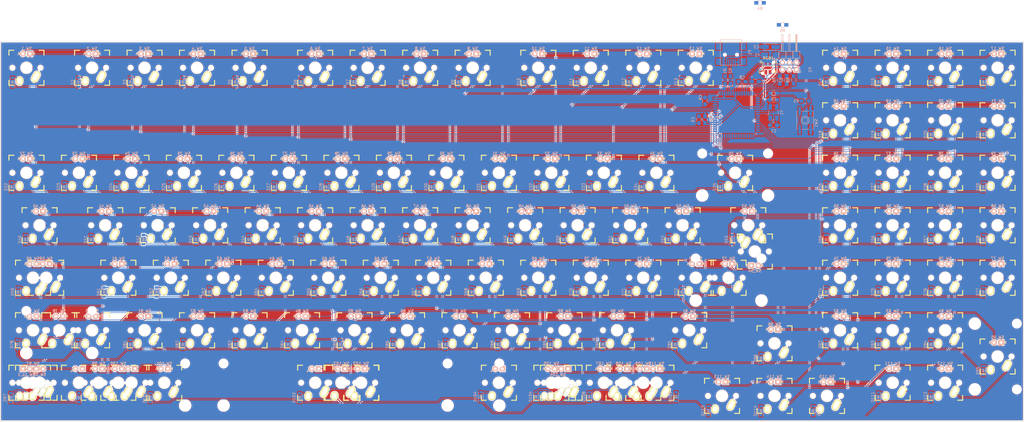
<source format=kicad_pcb>
(kicad_pcb (version 4) (host pcbnew 4.0.3-stable)
  (layers (0 F.Cu signal) (31 B.Cu signal) (34 B.Paste user) (35 F.Paste user hide) (36 B.SilkS user hide) (37 F.SilkS user hide) (38 B.Mask user hide) (39 F.Mask user hide) (44 Edge.Cuts user))
  (net 0 "")
  (net 1 "Net-(D1-Pad2)")
  (net 2 "Net-(D2-Pad2)")
  (net 3 "Net-(D3-Pad2)")
  (net 4 "Net-(D4-Pad2)")
  (net 5 "Net-(D5-Pad2)")
  (net 6 "Net-(D6-Pad2)")
  (net 7 "Net-(D7-Pad2)")
  (net 8 "Net-(D8-Pad2)")
  (net 9 "Net-(D9-Pad2)")
  (net 10 "Net-(D10-Pad2)")
  (net 11 "Net-(D11-Pad2)")
  (net 12 "Net-(D12-Pad2)")
  (net 13 "Net-(D13-Pad2)")
  (net 14 "Net-(D14-Pad2)")
  (net 15 "Net-(D15-Pad2)")
  (net 16 "Net-(D16-Pad2)")
  (net 17 "Net-(D17-Pad2)")
  (net 18 "Net-(D18-Pad2)")
  (net 19 "Net-(D19-Pad2)")
  (net 20 "Net-(D20-Pad2)")
  (net 21 "Net-(D21-Pad2)")
  (net 22 "Net-(D22-Pad2)")
  (net 23 "Net-(D23-Pad2)")
  (net 24 "Net-(D24-Pad2)")
  (net 25 "Net-(D25-Pad2)")
  (net 26 "Net-(D26-Pad2)")
  (net 27 "Net-(D27-Pad2)")
  (net 28 "Net-(D28-Pad2)")
  (net 29 "Net-(D29-Pad2)")
  (net 30 "Net-(D30-Pad2)")
  (net 31 "Net-(D31-Pad2)")
  (net 32 "Net-(D32-Pad2)")
  (net 33 "Net-(D33-Pad2)")
  (net 34 "Net-(D34-Pad2)")
  (net 35 "Net-(D35-Pad2)")
  (net 36 "Net-(D36-Pad2)")
  (net 37 "Net-(D37-Pad2)")
  (net 38 "Net-(D38-Pad2)")
  (net 39 "Net-(D39-Pad2)")
  (net 40 "Net-(D40-Pad2)")
  (net 41 "Net-(D41-Pad2)")
  (net 42 "Net-(D42-Pad2)")
  (net 43 "Net-(D43-Pad2)")
  (net 44 "Net-(D44-Pad2)")
  (net 45 "Net-(D45-Pad2)")
  (net 46 "Net-(D46-Pad2)")
  (net 47 "Net-(D47-Pad2)")
  (net 48 "Net-(D48-Pad2)")
  (net 49 "Net-(D49-Pad2)")
  (net 50 "Net-(D50-Pad2)")
  (net 51 "Net-(D51-Pad2)")
  (net 52 "Net-(D52-Pad2)")
  (net 53 "Net-(D53-Pad2)")
  (net 54 "Net-(D55-Pad2)")
  (net 55 "Net-(D56-Pad2)")
  (net 56 "Net-(D57-Pad2)")
  (net 57 "Net-(D58-Pad2)")
  (net 58 "Net-(D59-Pad2)")
  (net 59 "Net-(D61-Pad2)")
  (net 60 "Net-(D62-Pad2)")
  (net 61 "Net-(D63-Pad2)")
  (net 62 "Net-(D64-Pad2)")
  (net 63 "Net-(D65-Pad2)")
  (net 64 "Net-(D66-Pad2)")
  (net 65 "Net-(D67-Pad2)")
  (net 66 "Net-(D68-Pad2)")
  (net 67 "Net-(D69-Pad2)")
  (net 68 "Net-(D70-Pad2)")
  (net 69 "Net-(D71-Pad2)")
  (net 70 "Net-(D72-Pad2)")
  (net 71 "Net-(D74-Pad2)")
  (net 72 "Net-(D75-Pad2)")
  (net 73 "Net-(D76-Pad2)")
  (net 74 "Net-(D77-Pad2)")
  (net 75 "Net-(D78-Pad2)")
  (net 76 "Net-(D80-Pad2)")
  (net 77 "Net-(D81-Pad2)")
  (net 78 "Net-(D82-Pad2)")
  (net 79 "Net-(D83-Pad2)")
  (net 80 "Net-(D84-Pad2)")
  (net 81 "Net-(D85-Pad2)")
  (net 82 "Net-(D86-Pad2)")
  (net 83 "Net-(D87-Pad2)")
  (net 84 "Net-(D88-Pad2)")
  (net 85 "Net-(D89-Pad2)")
  (net 86 "Net-(D90-Pad2)")
  (net 87 "Net-(D91-Pad2)")
  (net 88 "Net-(D92-Pad2)")
  (net 89 "Net-(D93-Pad2)")
  (net 90 "Net-(D94-Pad2)")
  (net 91 "Net-(D95-Pad2)")
  (net 92 "Net-(D96-Pad2)")
  (net 93 "Net-(D97-Pad2)")
  (net 94 "Net-(D99-Pad2)")
  (net 95 "Net-(D101-Pad2)")
  (net 96 "Net-(D102-Pad2)")
  (net 97 "Net-(D104-Pad2)")
  (net 98 R1)
  (net 99 "Net-(D108-Pad2)")
  (net 100 "Net-(D109-Pad2)")
  (net 101 "Net-(D111-Pad2)")
  (net 102 "Net-(D112-Pad2)")
  (net 103 "Net-(D113-Pad2)")
  (net 104 C1)
  (net 105 C3)
  (net 106 R2)
  (net 107 R3)
  (net 108 R4)
  (net 109 R5)
  (net 110 R6)
  (net 111 "Net-(D114-Pad2)")
  (net 112 "Net-(D115-Pad2)")
  (net 113 C2)
  (net 114 C4)
  (net 115 C5)
  (net 116 C6)
  (net 117 C7)
  (net 118 C8)
  (net 119 C9)
  (net 120 C10)
  (net 121 C11)
  (net 122 C12)
  (net 123 C13)
  (net 124 C15)
  (net 125 C16)
  (net 126 C17)
  (net 127 C18)
  (net 128 C14)
  (net 129 R7)
  (net 130 "Net-(C1-Pad1)")
  (net 131 GND)
  (net 132 "Net-(C2-Pad1)")
  (net 133 +5V)
  (net 134 "Net-(C8-Pad1)")
  (net 135 "Net-(C9-Pad1)")
  (net 136 "Net-(F1-Pad1)")
  (net 137 USB-)
  (net 138 USB+)
  (net 139 D-)
  (net 140 D+)
  (net 141 "Net-(U1-Pad9)")
  (net 142 "Net-(U1-Pad14)")
  (net 143 "Net-(U1-Pad18)")
  (net 144 "Net-(U1-Pad19)")
  (net 145 "Net-(U1-Pad34)")
  (net 146 "Net-(U1-Pad38)")
  (net 147 "Net-(U1-Pad39)")
  (net 148 "Net-(U1-Pad40)")
  (net 149 "Net-(U1-Pad42)")
  (net 150 MISO)
  (net 151 SCK)
  (net 152 MOSI)
  (net 153 RESET)
  (net 154 LED_SCL)
  (net 155 LED_SDA)
  (net 156 "Net-(U1-Pad10)")
  (net 157 PWM_RED)
  (net 158 PWM_GREEN)
  (net 159 PWM_BLUE)
  (net 160 "Net-(U1-Pad35)")
  (net 161 "Net-(U1-Pad36)")
  (net 162 "Net-(U1-Pad37)")
  (net 163 AUDIO)
  (net 164 "Net-(R6-Pad1)")
  (net 165 "Net-(R7-Pad1)")
  (net 166 "Net-(R8-Pad1)")
  (net 167 SW_A1)
  (net 168 SW_A2)
  (net 169 SW_A3)
  (net 170 SW_A4)
  (net 171 SW_A5)
  (net 172 SW_A6)
  (net 173 SW_A9)
  (net 174 SW_A7)
  (net 175 SW_A8)
  (net 176 SW_B1)
  (net 177 SW_B2)
  (net 178 SW_B3)
  (net 179 SW_B4)
  (net 180 SW_B6)
  (net 181 SW_B7)
  (net 182 SW_B8)
  (net 183 SW_B9)
  (net 184 SW_B5)
  (module Diodes_SMD:SOD-123 (layer B.Cu) (at 202.946 147.939 90)
    (fp_text reference D104 (at 0 -2 90) (layer B.SilkS))
    (fp_text value D)
    (pad 1 smd rect (at -1.635 0 90) (size 0.91 1.22) (layers B.Cu B.Paste B.Mask) (net 129 R7))
    (pad 2 smd rect (at 1.635 0 90) (size 0.91 1.22) (layers B.Cu B.Paste B.Mask) (net 97 "Net-(D104-Pad2)"))
  )
  (module Keyboard:CHERRY_PCB_625H_STAB (layer F.Cu) (at 159.67075 142.875)
    (fp_text reference CHERRY hide)
    (fp_text value MX hide)
    (pad HOLE np_thru_hole circle (at -50.038 -6.985) (size 3.048 3.048) (drill 3.048) (layers *.Cu))
    (pad HOLE np_thru_hole circle (at 50.038 -6.985) (size 3.048 3.048) (drill 3.048) (layers *.Cu))
    (pad HOLE np_thru_hole circle (at -50.038 8.255) (size 3.9878 3.9878) (drill 3.9878) (layers *.Cu))
    (pad HOLE np_thru_hole circle (at 50.038 8.255) (size 3.9878 3.9878) (drill 3.9878) (layers *.Cu))
  )
  (module Keyboard:CHERRY_PCB_6H_STAB (layer F.Cu) (at 143.31075 142.875)
    (fp_text reference CHERRY hide)
    (fp_text value MX hide)
    (pad "" np_thru_hole circle (at -47.625 -6.985) (size 3.048 3.048) (drill 3.048) (layers *.Cu))
    (pad "" np_thru_hole circle (at 47.625 -6.985) (size 3.048 3.048) (drill 3.048) (layers *.Cu))
    (pad "" np_thru_hole circle (at -47.625 8.255) (size 3.9878 3.9878) (drill 3.9878) (layers *.Cu))
    (pad "" np_thru_hole circle (at 47.625 8.255) (size 3.9878 3.9878) (drill 3.9878) (layers *.Cu))
  )
  (module Keyboard:CHERRY_PCB_200_STABILIZER (layer F.Cu) (at 390.525 133.35 180)
    (fp_text reference STA hide)
    (fp_text value Stabilizer hide)
    (pad HOLE np_thru_hole circle (at -6.985 11.938 270) (size 3.048 3.048) (drill 3.048) (layers *.Cu))
    (pad HOLE np_thru_hole circle (at -6.985 -11.938 270) (size 3.048 3.048) (drill 3.048) (layers *.Cu))
    (pad HOLE np_thru_hole circle (at 8.255 11.938 270) (size 3.9878 3.9878) (drill 3.9878) (layers *.Cu))
    (pad HOLE np_thru_hole circle (at 8.255 -11.938 270) (size 3.9878 3.9878) (drill 3.9878) (layers *.Cu))
  )
  (module Keyboard:CHERRY_PCB_200_STABILIZER (layer F.Cu) (at 50.00625 123.825 270)
    (fp_text reference STA hide)
    (fp_text value Stabilizer hide)
    (pad HOLE np_thru_hole circle (at -6.985 11.938) (size 3.048 3.048) (drill 3.048) (layers *.Cu))
    (pad HOLE np_thru_hole circle (at -6.985 -11.938) (size 3.048 3.048) (drill 3.048) (layers *.Cu))
    (pad HOLE np_thru_hole circle (at 8.255 11.938) (size 3.9878 3.9878) (drill 3.9878) (layers *.Cu))
    (pad HOLE np_thru_hole circle (at 8.255 -11.938) (size 3.9878 3.9878) (drill 3.9878) (layers *.Cu))
  )
  (module Keyboard:MXALPS (layer F.Cu) (at 209.55 142.875 180)
    (fp_text reference SW_1u_5 hide)
    (fp_text value MX_LED hide)
    (fp_text user + (at 2.75 4.25 180) (layer B.SilkS) (effects (justify mirror)))
    (fp_text user + (at 2.75 4.25 180) (layer F.SilkS))
    (pad "" np_thru_hole circle (at 0 0 180) (size 3.98781 3.98781) (drill 3.9878) (layers *.Cu *.Mask F.SilkS) (clearance 0.1524))
    (pad "" np_thru_hole circle (at -5.08 0 180) (size 1.70181 1.70181) (drill 1.7018) (layers *.Cu *.Mask F.SilkS) (clearance 0.1524))
    (pad "" np_thru_hole circle (at 5.08 0 180) (size 1.70181 1.70181) (drill 1.7018) (layers *.Cu *.Mask F.SilkS) (clearance 0.1524))
    (pad SW1 thru_hole oval (at -3.405 -3.27 150.95) (size 2.5 4.17) (drill oval 1.5 3.17) (layers *.Cu *.Mask F.SilkS) (net 120 C10))
    (pad SW2 thru_hole oval (at 2.52 -4.79 176.1) (size 2.5 3.08) (drill oval 1.5 2.08) (layers *.Cu *.Mask F.SilkS) (net 97 "Net-(D104-Pad2)"))
    (pad K thru_hole rect (at -1.27 5.08 180) (size 2 2) (drill 1) (layers *.Cu *.SilkS *.Mask))
    (pad A thru_hole circle (at 1.27 5.08 180) (size 2 2) (drill 1) (layers *.Cu *.SilkS *.Mask))
  )
  (module Keyboard:MXALPS (layer F.Cu) (at 57.15 142.875 180)
    (fp_text reference SW_1u_2 hide)
    (fp_text value MX_LED hide)
    (fp_text user + (at 2.75 4.25 180) (layer B.SilkS) (effects (justify mirror)))
    (fp_text user + (at 2.75 4.25 180) (layer F.SilkS))
    (pad "" np_thru_hole circle (at 0 0 180) (size 3.98781 3.98781) (drill 3.9878) (layers *.Cu *.Mask F.SilkS) (clearance 0.1524))
    (pad "" np_thru_hole circle (at -5.08 0 180) (size 1.70181 1.70181) (drill 1.7018) (layers *.Cu *.Mask F.SilkS) (clearance 0.1524))
    (pad "" np_thru_hole circle (at 5.08 0 180) (size 1.70181 1.70181) (drill 1.7018) (layers *.Cu *.Mask F.SilkS) (clearance 0.1524))
    (pad SW1 thru_hole oval (at -3.405 -3.27 150.95) (size 2.5 4.17) (drill oval 1.5 3.17) (layers *.Cu *.Mask F.SilkS) (net 94 "Net-(D99-Pad2)"))
    (pad SW2 thru_hole oval (at 2.52 -4.79 176.1) (size 2.5 3.08) (drill oval 1.5 2.08) (layers *.Cu *.Mask F.SilkS) (net 113 C2))
    (pad K thru_hole rect (at -1.27 5.08 180) (size 2 2) (drill 1) (layers *.Cu *.SilkS *.Mask) (net 168 SW_A2))
    (pad A thru_hole circle (at 1.27 5.08 180) (size 2 2) (drill 1) (layers *.Cu *.SilkS *.Mask) (net 170 SW_A4))
  )
  (module MXALPS (layer F.Cu) (at 38.1 28.575 180)
    (fp_text reference SW_1 (at 0 7 360) (layer B.SilkS) (effects (font (thickness 0.2)) (justify mirror)))
    (fp_text value MX_LED hide)
    (fp_text user A (at 2.794 5.08 360) (layer B.SilkS) (effects (justify mirror)))
    (fp_text user K (at -2.794 5.08 360) (layer B.SilkS) (effects (justify mirror)))
    (fp_text user A (at 2.794 5.08 360) (layer F.SilkS))
    (fp_text user K (at -2.794 5.08 360) (layer F.SilkS))
    (pad "" np_thru_hole circle (at 0 0) (size 3.98781 3.98781) (drill 3.9878) (layers *.Cu *.Mask F.SilkS) (clearance 0.1524))
    (pad "" np_thru_hole circle (at -5.08 0) (size 1.70181 1.70181) (drill 1.7018) (layers *.Cu *.Mask F.SilkS) (clearance 0.1524))
    (pad "" np_thru_hole circle (at 5.08 0) (size 1.70181 1.70181) (drill 1.7018) (layers *.Cu *.Mask F.SilkS) (clearance 0.1524))
    (pad SW1 thru_hole oval (at -3.405 -3.27 330.95) (size 2.5 4.17) (drill oval 1.5 3.17) (layers *.Cu *.Mask F.SilkS) (net 104 C1))
    (pad SW2 thru_hole oval (at 2.52 -4.79 356.1) (size 2.5 3.08) (drill oval 1.5 2.08) (layers *.Cu *.Mask F.SilkS) (net 1 "Net-(D1-Pad2)"))
    (pad K thru_hole rect (at -1.27 5.08) (size 2 2) (drill 1) (layers *.Cu *.SilkS *.Mask) (net 167 SW_A1))
    (pad A thru_hole circle (at 1.27 5.08) (size 2 2) (drill 1) (layers *.Cu *.SilkS *.Mask) (net 168 SW_A2))
  )
  (module MXALPS (layer F.Cu) (at 61.9125 28.575 180)
    (fp_text reference SW_2 (at 0 7 360) (layer B.SilkS) (effects (font (thickness 0.2)) (justify mirror)))
    (fp_text value MX_LED hide)
    (fp_text user A (at 2.794 5.08 360) (layer B.SilkS) (effects (justify mirror)))
    (fp_text user K (at -2.794 5.08 360) (layer B.SilkS) (effects (justify mirror)))
    (fp_text user A (at 2.794 5.08 360) (layer F.SilkS))
    (fp_text user K (at -2.794 5.08 360) (layer F.SilkS))
    (pad "" np_thru_hole circle (at 0 0) (size 3.98781 3.98781) (drill 3.9878) (layers *.Cu *.Mask F.SilkS) (clearance 0.1524))
    (pad "" np_thru_hole circle (at -5.08 0) (size 1.70181 1.70181) (drill 1.7018) (layers *.Cu *.Mask F.SilkS) (clearance 0.1524))
    (pad "" np_thru_hole circle (at 5.08 0) (size 1.70181 1.70181) (drill 1.7018) (layers *.Cu *.Mask F.SilkS) (clearance 0.1524))
    (pad SW1 thru_hole oval (at -3.405 -3.27 330.95) (size 2.5 4.17) (drill oval 1.5 3.17) (layers *.Cu *.Mask F.SilkS) (net 113 C2))
    (pad SW2 thru_hole oval (at 2.52 -4.79 356.1) (size 2.5 3.08) (drill oval 1.5 2.08) (layers *.Cu *.Mask F.SilkS) (net 2 "Net-(D2-Pad2)"))
    (pad K thru_hole rect (at -1.27 5.08) (size 2 2) (drill 1) (layers *.Cu *.SilkS *.Mask) (net 168 SW_A2))
    (pad A thru_hole circle (at 1.27 5.08) (size 2 2) (drill 1) (layers *.Cu *.SilkS *.Mask) (net 167 SW_A1))
  )
  (module MXALPS (layer F.Cu) (at 80.9625 28.575 180)
    (fp_text reference SW_3 (at 0 7 360) (layer B.SilkS) (effects (font (thickness 0.2)) (justify mirror)))
    (fp_text value MX_LED hide)
    (fp_text user A (at 2.794 5.08 360) (layer B.SilkS) (effects (justify mirror)))
    (fp_text user K (at -2.794 5.08 360) (layer B.SilkS) (effects (justify mirror)))
    (fp_text user A (at 2.794 5.08 360) (layer F.SilkS))
    (fp_text user K (at -2.794 5.08 360) (layer F.SilkS))
    (pad "" np_thru_hole circle (at 0 0) (size 3.98781 3.98781) (drill 3.9878) (layers *.Cu *.Mask F.SilkS) (clearance 0.1524))
    (pad "" np_thru_hole circle (at -5.08 0) (size 1.70181 1.70181) (drill 1.7018) (layers *.Cu *.Mask F.SilkS) (clearance 0.1524))
    (pad "" np_thru_hole circle (at 5.08 0) (size 1.70181 1.70181) (drill 1.7018) (layers *.Cu *.Mask F.SilkS) (clearance 0.1524))
    (pad SW1 thru_hole oval (at -3.405 -3.27 330.95) (size 2.5 4.17) (drill oval 1.5 3.17) (layers *.Cu *.Mask F.SilkS) (net 105 C3))
    (pad SW2 thru_hole oval (at 2.52 -4.79 356.1) (size 2.5 3.08) (drill oval 1.5 2.08) (layers *.Cu *.Mask F.SilkS) (net 3 "Net-(D3-Pad2)"))
    (pad K thru_hole rect (at -1.27 5.08) (size 2 2) (drill 1) (layers *.Cu *.SilkS *.Mask) (net 169 SW_A3))
    (pad A thru_hole circle (at 1.27 5.08) (size 2 2) (drill 1) (layers *.Cu *.SilkS *.Mask) (net 167 SW_A1))
  )
  (module MXALPS (layer F.Cu) (at 100.0125 28.575 180)
    (fp_text reference SW_4 (at 0 7 360) (layer B.SilkS) (effects (font (thickness 0.2)) (justify mirror)))
    (fp_text value MX_LED hide)
    (fp_text user A (at 2.794 5.08 360) (layer B.SilkS) (effects (justify mirror)))
    (fp_text user K (at -2.794 5.08 360) (layer B.SilkS) (effects (justify mirror)))
    (fp_text user A (at 2.794 5.08 360) (layer F.SilkS))
    (fp_text user K (at -2.794 5.08 360) (layer F.SilkS))
    (pad "" np_thru_hole circle (at 0 0) (size 3.98781 3.98781) (drill 3.9878) (layers *.Cu *.Mask F.SilkS) (clearance 0.1524))
    (pad "" np_thru_hole circle (at -5.08 0) (size 1.70181 1.70181) (drill 1.7018) (layers *.Cu *.Mask F.SilkS) (clearance 0.1524))
    (pad "" np_thru_hole circle (at 5.08 0) (size 1.70181 1.70181) (drill 1.7018) (layers *.Cu *.Mask F.SilkS) (clearance 0.1524))
    (pad SW1 thru_hole oval (at -3.405 -3.27 330.95) (size 2.5 4.17) (drill oval 1.5 3.17) (layers *.Cu *.Mask F.SilkS) (net 114 C4))
    (pad SW2 thru_hole oval (at 2.52 -4.79 356.1) (size 2.5 3.08) (drill oval 1.5 2.08) (layers *.Cu *.Mask F.SilkS) (net 4 "Net-(D4-Pad2)"))
    (pad K thru_hole rect (at -1.27 5.08) (size 2 2) (drill 1) (layers *.Cu *.SilkS *.Mask) (net 170 SW_A4))
    (pad A thru_hole circle (at 1.27 5.08) (size 2 2) (drill 1) (layers *.Cu *.SilkS *.Mask) (net 167 SW_A1))
  )
  (module MXALPS (layer F.Cu) (at 119.0625 28.575 180)
    (fp_text reference SW_5 (at 0 7 360) (layer B.SilkS) (effects (font (thickness 0.2)) (justify mirror)))
    (fp_text value MX_LED hide)
    (fp_text user A (at 2.794 5.08 360) (layer B.SilkS) (effects (justify mirror)))
    (fp_text user K (at -2.794 5.08 360) (layer B.SilkS) (effects (justify mirror)))
    (fp_text user A (at 2.794 5.08 360) (layer F.SilkS))
    (fp_text user K (at -2.794 5.08 360) (layer F.SilkS))
    (pad "" np_thru_hole circle (at 0 0) (size 3.98781 3.98781) (drill 3.9878) (layers *.Cu *.Mask F.SilkS) (clearance 0.1524))
    (pad "" np_thru_hole circle (at -5.08 0) (size 1.70181 1.70181) (drill 1.7018) (layers *.Cu *.Mask F.SilkS) (clearance 0.1524))
    (pad "" np_thru_hole circle (at 5.08 0) (size 1.70181 1.70181) (drill 1.7018) (layers *.Cu *.Mask F.SilkS) (clearance 0.1524))
    (pad SW1 thru_hole oval (at -3.405 -3.27 330.95) (size 2.5 4.17) (drill oval 1.5 3.17) (layers *.Cu *.Mask F.SilkS) (net 115 C5))
    (pad SW2 thru_hole oval (at 2.52 -4.79 356.1) (size 2.5 3.08) (drill oval 1.5 2.08) (layers *.Cu *.Mask F.SilkS) (net 5 "Net-(D5-Pad2)"))
    (pad K thru_hole rect (at -1.27 5.08) (size 2 2) (drill 1) (layers *.Cu *.SilkS *.Mask) (net 171 SW_A5))
    (pad A thru_hole circle (at 1.27 5.08) (size 2 2) (drill 1) (layers *.Cu *.SilkS *.Mask) (net 167 SW_A1))
  )
  (module MXALPS (layer F.Cu) (at 142.875 28.575 180)
    (fp_text reference SW_6 (at 0 7 360) (layer B.SilkS) (effects (font (thickness 0.2)) (justify mirror)))
    (fp_text value MX_LED hide)
    (fp_text user A (at 2.794 5.08 360) (layer B.SilkS) (effects (justify mirror)))
    (fp_text user K (at -2.794 5.08 360) (layer B.SilkS) (effects (justify mirror)))
    (fp_text user A (at 2.794 5.08 360) (layer F.SilkS))
    (fp_text user K (at -2.794 5.08 360) (layer F.SilkS))
    (pad "" np_thru_hole circle (at 0 0) (size 3.98781 3.98781) (drill 3.9878) (layers *.Cu *.Mask F.SilkS) (clearance 0.1524))
    (pad "" np_thru_hole circle (at -5.08 0) (size 1.70181 1.70181) (drill 1.7018) (layers *.Cu *.Mask F.SilkS) (clearance 0.1524))
    (pad "" np_thru_hole circle (at 5.08 0) (size 1.70181 1.70181) (drill 1.7018) (layers *.Cu *.Mask F.SilkS) (clearance 0.1524))
    (pad SW1 thru_hole oval (at -3.405 -3.27 330.95) (size 2.5 4.17) (drill oval 1.5 3.17) (layers *.Cu *.Mask F.SilkS) (net 116 C6))
    (pad SW2 thru_hole oval (at 2.52 -4.79 356.1) (size 2.5 3.08) (drill oval 1.5 2.08) (layers *.Cu *.Mask F.SilkS) (net 6 "Net-(D6-Pad2)"))
    (pad K thru_hole rect (at -1.27 5.08) (size 2 2) (drill 1) (layers *.Cu *.SilkS *.Mask) (net 172 SW_A6))
    (pad A thru_hole circle (at 1.27 5.08) (size 2 2) (drill 1) (layers *.Cu *.SilkS *.Mask) (net 167 SW_A1))
  )
  (module MXALPS (layer F.Cu) (at 161.925 28.575 180)
    (fp_text reference SW_7 (at 0 7 360) (layer B.SilkS) (effects (font (thickness 0.2)) (justify mirror)))
    (fp_text value MX_LED hide)
    (fp_text user A (at 2.794 5.08 360) (layer B.SilkS) (effects (justify mirror)))
    (fp_text user K (at -2.794 5.08 360) (layer B.SilkS) (effects (justify mirror)))
    (fp_text user A (at 2.794 5.08 360) (layer F.SilkS))
    (fp_text user K (at -2.794 5.08 360) (layer F.SilkS))
    (pad "" np_thru_hole circle (at 0 0) (size 3.98781 3.98781) (drill 3.9878) (layers *.Cu *.Mask F.SilkS) (clearance 0.1524))
    (pad "" np_thru_hole circle (at -5.08 0) (size 1.70181 1.70181) (drill 1.7018) (layers *.Cu *.Mask F.SilkS) (clearance 0.1524))
    (pad "" np_thru_hole circle (at 5.08 0) (size 1.70181 1.70181) (drill 1.7018) (layers *.Cu *.Mask F.SilkS) (clearance 0.1524))
    (pad SW1 thru_hole oval (at -3.405 -3.27 330.95) (size 2.5 4.17) (drill oval 1.5 3.17) (layers *.Cu *.Mask F.SilkS) (net 117 C7))
    (pad SW2 thru_hole oval (at 2.52 -4.79 356.1) (size 2.5 3.08) (drill oval 1.5 2.08) (layers *.Cu *.Mask F.SilkS) (net 7 "Net-(D7-Pad2)"))
    (pad K thru_hole rect (at -1.27 5.08) (size 2 2) (drill 1) (layers *.Cu *.SilkS *.Mask) (net 174 SW_A7))
    (pad A thru_hole circle (at 1.27 5.08) (size 2 2) (drill 1) (layers *.Cu *.SilkS *.Mask) (net 167 SW_A1))
  )
  (module MXALPS (layer F.Cu) (at 180.975 28.575 180)
    (fp_text reference SW_8 (at 0 7 360) (layer B.SilkS) (effects (font (thickness 0.2)) (justify mirror)))
    (fp_text value MX_LED hide)
    (fp_text user A (at 2.794 5.08 360) (layer B.SilkS) (effects (justify mirror)))
    (fp_text user K (at -2.794 5.08 360) (layer B.SilkS) (effects (justify mirror)))
    (fp_text user A (at 2.794 5.08 360) (layer F.SilkS))
    (fp_text user K (at -2.794 5.08 360) (layer F.SilkS))
    (pad "" np_thru_hole circle (at 0 0) (size 3.98781 3.98781) (drill 3.9878) (layers *.Cu *.Mask F.SilkS) (clearance 0.1524))
    (pad "" np_thru_hole circle (at -5.08 0) (size 1.70181 1.70181) (drill 1.7018) (layers *.Cu *.Mask F.SilkS) (clearance 0.1524))
    (pad "" np_thru_hole circle (at 5.08 0) (size 1.70181 1.70181) (drill 1.7018) (layers *.Cu *.Mask F.SilkS) (clearance 0.1524))
    (pad SW1 thru_hole oval (at -3.405 -3.27 330.95) (size 2.5 4.17) (drill oval 1.5 3.17) (layers *.Cu *.Mask F.SilkS) (net 118 C8))
    (pad SW2 thru_hole oval (at 2.52 -4.79 356.1) (size 2.5 3.08) (drill oval 1.5 2.08) (layers *.Cu *.Mask F.SilkS) (net 8 "Net-(D8-Pad2)"))
    (pad K thru_hole rect (at -1.27 5.08) (size 2 2) (drill 1) (layers *.Cu *.SilkS *.Mask) (net 175 SW_A8))
    (pad A thru_hole circle (at 1.27 5.08) (size 2 2) (drill 1) (layers *.Cu *.SilkS *.Mask) (net 167 SW_A1))
  )
  (module MXALPS (layer F.Cu) (at 200.025 28.575 180)
    (fp_text reference SW_9 (at 0 7 360) (layer B.SilkS) (effects (font (thickness 0.2)) (justify mirror)))
    (fp_text value MX_LED hide)
    (fp_text user A (at 2.794 5.08 360) (layer B.SilkS) (effects (justify mirror)))
    (fp_text user K (at -2.794 5.08 360) (layer B.SilkS) (effects (justify mirror)))
    (fp_text user A (at 2.794 5.08 360) (layer F.SilkS))
    (fp_text user K (at -2.794 5.08 360) (layer F.SilkS))
    (pad "" np_thru_hole circle (at 0 0) (size 3.98781 3.98781) (drill 3.9878) (layers *.Cu *.Mask F.SilkS) (clearance 0.1524))
    (pad "" np_thru_hole circle (at -5.08 0) (size 1.70181 1.70181) (drill 1.7018) (layers *.Cu *.Mask F.SilkS) (clearance 0.1524))
    (pad "" np_thru_hole circle (at 5.08 0) (size 1.70181 1.70181) (drill 1.7018) (layers *.Cu *.Mask F.SilkS) (clearance 0.1524))
    (pad SW1 thru_hole oval (at -3.405 -3.27 330.95) (size 2.5 4.17) (drill oval 1.5 3.17) (layers *.Cu *.Mask F.SilkS) (net 119 C9))
    (pad SW2 thru_hole oval (at 2.52 -4.79 356.1) (size 2.5 3.08) (drill oval 1.5 2.08) (layers *.Cu *.Mask F.SilkS) (net 9 "Net-(D9-Pad2)"))
    (pad K thru_hole rect (at -1.27 5.08) (size 2 2) (drill 1) (layers *.Cu *.SilkS *.Mask) (net 173 SW_A9))
    (pad A thru_hole circle (at 1.27 5.08) (size 2 2) (drill 1) (layers *.Cu *.SilkS *.Mask) (net 167 SW_A1))
  )
  (module MXALPS (layer F.Cu) (at 223.8375 28.575 180)
    (fp_text reference SW_10 (at 0 7 360) (layer B.SilkS) (effects (font (thickness 0.2)) (justify mirror)))
    (fp_text value MX_LED hide)
    (fp_text user A (at 2.794 5.08 360) (layer B.SilkS) (effects (justify mirror)))
    (fp_text user K (at -2.794 5.08 360) (layer B.SilkS) (effects (justify mirror)))
    (fp_text user A (at 2.794 5.08 360) (layer F.SilkS))
    (fp_text user K (at -2.794 5.08 360) (layer F.SilkS))
    (pad "" np_thru_hole circle (at 0 0) (size 3.98781 3.98781) (drill 3.9878) (layers *.Cu *.Mask F.SilkS) (clearance 0.1524))
    (pad "" np_thru_hole circle (at -5.08 0) (size 1.70181 1.70181) (drill 1.7018) (layers *.Cu *.Mask F.SilkS) (clearance 0.1524))
    (pad "" np_thru_hole circle (at 5.08 0) (size 1.70181 1.70181) (drill 1.7018) (layers *.Cu *.Mask F.SilkS) (clearance 0.1524))
    (pad SW1 thru_hole oval (at -3.405 -3.27 330.95) (size 2.5 4.17) (drill oval 1.5 3.17) (layers *.Cu *.Mask F.SilkS) (net 120 C10))
    (pad SW2 thru_hole oval (at 2.52 -4.79 356.1) (size 2.5 3.08) (drill oval 1.5 2.08) (layers *.Cu *.Mask F.SilkS) (net 10 "Net-(D10-Pad2)"))
    (pad K thru_hole rect (at -1.27 5.08) (size 2 2) (drill 1) (layers *.Cu *.SilkS *.Mask) (net 176 SW_B1))
    (pad A thru_hole circle (at 1.27 5.08) (size 2 2) (drill 1) (layers *.Cu *.SilkS *.Mask) (net 177 SW_B2))
  )
  (module MXALPS (layer F.Cu) (at 242.8875 28.575 180)
    (fp_text reference SW_11 (at 0 7 360) (layer B.SilkS) (effects (font (thickness 0.2)) (justify mirror)))
    (fp_text value MX_LED hide)
    (fp_text user A (at 2.794 5.08 360) (layer B.SilkS) (effects (justify mirror)))
    (fp_text user K (at -2.794 5.08 360) (layer B.SilkS) (effects (justify mirror)))
    (fp_text user A (at 2.794 5.08 360) (layer F.SilkS))
    (fp_text user K (at -2.794 5.08 360) (layer F.SilkS))
    (pad "" np_thru_hole circle (at 0 0) (size 3.98781 3.98781) (drill 3.9878) (layers *.Cu *.Mask F.SilkS) (clearance 0.1524))
    (pad "" np_thru_hole circle (at -5.08 0) (size 1.70181 1.70181) (drill 1.7018) (layers *.Cu *.Mask F.SilkS) (clearance 0.1524))
    (pad "" np_thru_hole circle (at 5.08 0) (size 1.70181 1.70181) (drill 1.7018) (layers *.Cu *.Mask F.SilkS) (clearance 0.1524))
    (pad SW1 thru_hole oval (at -3.405 -3.27 330.95) (size 2.5 4.17) (drill oval 1.5 3.17) (layers *.Cu *.Mask F.SilkS) (net 121 C11))
    (pad SW2 thru_hole oval (at 2.52 -4.79 356.1) (size 2.5 3.08) (drill oval 1.5 2.08) (layers *.Cu *.Mask F.SilkS) (net 11 "Net-(D11-Pad2)"))
    (pad K thru_hole rect (at -1.27 5.08) (size 2 2) (drill 1) (layers *.Cu *.SilkS *.Mask) (net 177 SW_B2))
    (pad A thru_hole circle (at 1.27 5.08) (size 2 2) (drill 1) (layers *.Cu *.SilkS *.Mask) (net 176 SW_B1))
  )
  (module MXALPS (layer F.Cu) (at 261.9375 28.575 180)
    (fp_text reference SW_12 (at 0 7 360) (layer B.SilkS) (effects (font (thickness 0.2)) (justify mirror)))
    (fp_text value MX_LED hide)
    (fp_text user A (at 2.794 5.08 360) (layer B.SilkS) (effects (justify mirror)))
    (fp_text user K (at -2.794 5.08 360) (layer B.SilkS) (effects (justify mirror)))
    (fp_text user A (at 2.794 5.08 360) (layer F.SilkS))
    (fp_text user K (at -2.794 5.08 360) (layer F.SilkS))
    (pad "" np_thru_hole circle (at 0 0) (size 3.98781 3.98781) (drill 3.9878) (layers *.Cu *.Mask F.SilkS) (clearance 0.1524))
    (pad "" np_thru_hole circle (at -5.08 0) (size 1.70181 1.70181) (drill 1.7018) (layers *.Cu *.Mask F.SilkS) (clearance 0.1524))
    (pad "" np_thru_hole circle (at 5.08 0) (size 1.70181 1.70181) (drill 1.7018) (layers *.Cu *.Mask F.SilkS) (clearance 0.1524))
    (pad SW1 thru_hole oval (at -3.405 -3.27 330.95) (size 2.5 4.17) (drill oval 1.5 3.17) (layers *.Cu *.Mask F.SilkS) (net 122 C12))
    (pad SW2 thru_hole oval (at 2.52 -4.79 356.1) (size 2.5 3.08) (drill oval 1.5 2.08) (layers *.Cu *.Mask F.SilkS) (net 12 "Net-(D12-Pad2)"))
    (pad K thru_hole rect (at -1.27 5.08) (size 2 2) (drill 1) (layers *.Cu *.SilkS *.Mask) (net 178 SW_B3))
    (pad A thru_hole circle (at 1.27 5.08) (size 2 2) (drill 1) (layers *.Cu *.SilkS *.Mask) (net 176 SW_B1))
  )
  (module MXALPS (layer F.Cu) (at 280.9875 28.575 180)
    (fp_text reference SW_13 (at 0 7 360) (layer B.SilkS) (effects (font (thickness 0.2)) (justify mirror)))
    (fp_text value MX_LED hide)
    (fp_text user A (at 2.794 5.08 360) (layer B.SilkS) (effects (justify mirror)))
    (fp_text user K (at -2.794 5.08 360) (layer B.SilkS) (effects (justify mirror)))
    (fp_text user A (at 2.794 5.08 360) (layer F.SilkS))
    (fp_text user K (at -2.794 5.08 360) (layer F.SilkS))
    (pad "" np_thru_hole circle (at 0 0) (size 3.98781 3.98781) (drill 3.9878) (layers *.Cu *.Mask F.SilkS) (clearance 0.1524))
    (pad "" np_thru_hole circle (at -5.08 0) (size 1.70181 1.70181) (drill 1.7018) (layers *.Cu *.Mask F.SilkS) (clearance 0.1524))
    (pad "" np_thru_hole circle (at 5.08 0) (size 1.70181 1.70181) (drill 1.7018) (layers *.Cu *.Mask F.SilkS) (clearance 0.1524))
    (pad SW1 thru_hole oval (at -3.405 -3.27 330.95) (size 2.5 4.17) (drill oval 1.5 3.17) (layers *.Cu *.Mask F.SilkS) (net 123 C13))
    (pad SW2 thru_hole oval (at 2.52 -4.79 356.1) (size 2.5 3.08) (drill oval 1.5 2.08) (layers *.Cu *.Mask F.SilkS) (net 13 "Net-(D13-Pad2)"))
    (pad K thru_hole rect (at -1.27 5.08) (size 2 2) (drill 1) (layers *.Cu *.SilkS *.Mask) (net 179 SW_B4))
    (pad A thru_hole circle (at 1.27 5.08) (size 2 2) (drill 1) (layers *.Cu *.SilkS *.Mask) (net 176 SW_B1))
  )
  (module MXALPS (layer F.Cu) (at 333.375 28.575 180)
    (fp_text reference SW_14 (at 0 7 360) (layer B.SilkS) (effects (font (thickness 0.2)) (justify mirror)))
    (fp_text value MX_LED hide)
    (fp_text user A (at 2.794 5.08 360) (layer B.SilkS) (effects (justify mirror)))
    (fp_text user K (at -2.794 5.08 360) (layer B.SilkS) (effects (justify mirror)))
    (fp_text user A (at 2.794 5.08 360) (layer F.SilkS))
    (fp_text user K (at -2.794 5.08 360) (layer F.SilkS))
    (pad "" np_thru_hole circle (at 0 0) (size 3.98781 3.98781) (drill 3.9878) (layers *.Cu *.Mask F.SilkS) (clearance 0.1524))
    (pad "" np_thru_hole circle (at -5.08 0) (size 1.70181 1.70181) (drill 1.7018) (layers *.Cu *.Mask F.SilkS) (clearance 0.1524))
    (pad "" np_thru_hole circle (at 5.08 0) (size 1.70181 1.70181) (drill 1.7018) (layers *.Cu *.Mask F.SilkS) (clearance 0.1524))
    (pad SW1 thru_hole oval (at -3.405 -3.27 330.95) (size 2.5 4.17) (drill oval 1.5 3.17) (layers *.Cu *.Mask F.SilkS) (net 124 C15))
    (pad SW2 thru_hole oval (at 2.52 -4.79 356.1) (size 2.5 3.08) (drill oval 1.5 2.08) (layers *.Cu *.Mask F.SilkS) (net 14 "Net-(D14-Pad2)"))
    (pad K thru_hole rect (at -1.27 5.08) (size 2 2) (drill 1) (layers *.Cu *.SilkS *.Mask) (net 180 SW_B6))
    (pad A thru_hole circle (at 1.27 5.08) (size 2 2) (drill 1) (layers *.Cu *.SilkS *.Mask) (net 177 SW_B2))
  )
  (module MXALPS (layer F.Cu) (at 352.425 28.575 180)
    (fp_text reference SW_15 (at 0 7 360) (layer B.SilkS) (effects (font (thickness 0.2)) (justify mirror)))
    (fp_text value MX_LED hide)
    (fp_text user A (at 2.794 5.08 360) (layer B.SilkS) (effects (justify mirror)))
    (fp_text user K (at -2.794 5.08 360) (layer B.SilkS) (effects (justify mirror)))
    (fp_text user A (at 2.794 5.08 360) (layer F.SilkS))
    (fp_text user K (at -2.794 5.08 360) (layer F.SilkS))
    (pad "" np_thru_hole circle (at 0 0) (size 3.98781 3.98781) (drill 3.9878) (layers *.Cu *.Mask F.SilkS) (clearance 0.1524))
    (pad "" np_thru_hole circle (at -5.08 0) (size 1.70181 1.70181) (drill 1.7018) (layers *.Cu *.Mask F.SilkS) (clearance 0.1524))
    (pad "" np_thru_hole circle (at 5.08 0) (size 1.70181 1.70181) (drill 1.7018) (layers *.Cu *.Mask F.SilkS) (clearance 0.1524))
    (pad SW1 thru_hole oval (at -3.405 -3.27 330.95) (size 2.5 4.17) (drill oval 1.5 3.17) (layers *.Cu *.Mask F.SilkS) (net 125 C16))
    (pad SW2 thru_hole oval (at 2.52 -4.79 356.1) (size 2.5 3.08) (drill oval 1.5 2.08) (layers *.Cu *.Mask F.SilkS) (net 15 "Net-(D15-Pad2)"))
    (pad K thru_hole rect (at -1.27 5.08) (size 2 2) (drill 1) (layers *.Cu *.SilkS *.Mask) (net 181 SW_B7))
    (pad A thru_hole circle (at 1.27 5.08) (size 2 2) (drill 1) (layers *.Cu *.SilkS *.Mask) (net 177 SW_B2))
  )
  (module MXALPS (layer F.Cu) (at 371.475 28.575 180)
    (fp_text reference SW_16 (at 0 7 360) (layer B.SilkS) (effects (font (thickness 0.2)) (justify mirror)))
    (fp_text value MX_LED hide)
    (fp_text user A (at 2.794 5.08 360) (layer B.SilkS) (effects (justify mirror)))
    (fp_text user K (at -2.794 5.08 360) (layer B.SilkS) (effects (justify mirror)))
    (fp_text user A (at 2.794 5.08 360) (layer F.SilkS))
    (fp_text user K (at -2.794 5.08 360) (layer F.SilkS))
    (pad "" np_thru_hole circle (at 0 0) (size 3.98781 3.98781) (drill 3.9878) (layers *.Cu *.Mask F.SilkS) (clearance 0.1524))
    (pad "" np_thru_hole circle (at -5.08 0) (size 1.70181 1.70181) (drill 1.7018) (layers *.Cu *.Mask F.SilkS) (clearance 0.1524))
    (pad "" np_thru_hole circle (at 5.08 0) (size 1.70181 1.70181) (drill 1.7018) (layers *.Cu *.Mask F.SilkS) (clearance 0.1524))
    (pad SW1 thru_hole oval (at -3.405 -3.27 330.95) (size 2.5 4.17) (drill oval 1.5 3.17) (layers *.Cu *.Mask F.SilkS) (net 126 C17))
    (pad SW2 thru_hole oval (at 2.52 -4.79 356.1) (size 2.5 3.08) (drill oval 1.5 2.08) (layers *.Cu *.Mask F.SilkS) (net 16 "Net-(D16-Pad2)"))
    (pad K thru_hole rect (at -1.27 5.08) (size 2 2) (drill 1) (layers *.Cu *.SilkS *.Mask) (net 182 SW_B8))
    (pad A thru_hole circle (at 1.27 5.08) (size 2 2) (drill 1) (layers *.Cu *.SilkS *.Mask) (net 177 SW_B2))
  )
  (module MXALPS (layer F.Cu) (at 390.525 28.575 180)
    (fp_text reference SW_17 (at 0 7 360) (layer B.SilkS) (effects (font (thickness 0.2)) (justify mirror)))
    (fp_text value MX_LED hide)
    (fp_text user A (at 2.794 5.08 360) (layer B.SilkS) (effects (justify mirror)))
    (fp_text user K (at -2.794 5.08 360) (layer B.SilkS) (effects (justify mirror)))
    (fp_text user A (at 2.794 5.08 360) (layer F.SilkS))
    (fp_text user K (at -2.794 5.08 360) (layer F.SilkS))
    (pad "" np_thru_hole circle (at 0 0) (size 3.98781 3.98781) (drill 3.9878) (layers *.Cu *.Mask F.SilkS) (clearance 0.1524))
    (pad "" np_thru_hole circle (at -5.08 0) (size 1.70181 1.70181) (drill 1.7018) (layers *.Cu *.Mask F.SilkS) (clearance 0.1524))
    (pad "" np_thru_hole circle (at 5.08 0) (size 1.70181 1.70181) (drill 1.7018) (layers *.Cu *.Mask F.SilkS) (clearance 0.1524))
    (pad SW1 thru_hole oval (at -3.405 -3.27 330.95) (size 2.5 4.17) (drill oval 1.5 3.17) (layers *.Cu *.Mask F.SilkS) (net 127 C18))
    (pad SW2 thru_hole oval (at 2.52 -4.79 356.1) (size 2.5 3.08) (drill oval 1.5 2.08) (layers *.Cu *.Mask F.SilkS) (net 17 "Net-(D17-Pad2)"))
    (pad K thru_hole rect (at -1.27 5.08) (size 2 2) (drill 1) (layers *.Cu *.SilkS *.Mask) (net 183 SW_B9))
    (pad A thru_hole circle (at 1.27 5.08) (size 2 2) (drill 1) (layers *.Cu *.SilkS *.Mask) (net 177 SW_B2))
  )
  (module MXALPS (layer F.Cu) (at 333.375 47.625 180)
    (fp_text reference SW_18 (at 0 7 360) (layer B.SilkS) (effects (font (thickness 0.2)) (justify mirror)))
    (fp_text value MX_LED hide)
    (fp_text user A (at 2.794 5.08 360) (layer B.SilkS) (effects (justify mirror)))
    (fp_text user K (at -2.794 5.08 360) (layer B.SilkS) (effects (justify mirror)))
    (fp_text user A (at 2.794 5.08 360) (layer F.SilkS))
    (fp_text user K (at -2.794 5.08 360) (layer F.SilkS))
    (pad "" np_thru_hole circle (at 0 0) (size 3.98781 3.98781) (drill 3.9878) (layers *.Cu *.Mask F.SilkS) (clearance 0.1524))
    (pad "" np_thru_hole circle (at -5.08 0) (size 1.70181 1.70181) (drill 1.7018) (layers *.Cu *.Mask F.SilkS) (clearance 0.1524))
    (pad "" np_thru_hole circle (at 5.08 0) (size 1.70181 1.70181) (drill 1.7018) (layers *.Cu *.Mask F.SilkS) (clearance 0.1524))
    (pad SW1 thru_hole oval (at -3.405 -3.27 330.95) (size 2.5 4.17) (drill oval 1.5 3.17) (layers *.Cu *.Mask F.SilkS) (net 124 C15))
    (pad SW2 thru_hole oval (at 2.52 -4.79 356.1) (size 2.5 3.08) (drill oval 1.5 2.08) (layers *.Cu *.Mask F.SilkS) (net 18 "Net-(D18-Pad2)"))
    (pad K thru_hole rect (at -1.27 5.08) (size 2 2) (drill 1) (layers *.Cu *.SilkS *.Mask) (net 180 SW_B6))
    (pad A thru_hole circle (at 1.27 5.08) (size 2 2) (drill 1) (layers *.Cu *.SilkS *.Mask) (net 183 SW_B9))
  )
  (module MXALPS (layer F.Cu) (at 352.425 47.625 180)
    (fp_text reference SW_19 (at 0 7 360) (layer B.SilkS) (effects (font (thickness 0.2)) (justify mirror)))
    (fp_text value MX_LED hide)
    (fp_text user A (at 2.794 5.08 360) (layer B.SilkS) (effects (justify mirror)))
    (fp_text user K (at -2.794 5.08 360) (layer B.SilkS) (effects (justify mirror)))
    (fp_text user A (at 2.794 5.08 360) (layer F.SilkS))
    (fp_text user K (at -2.794 5.08 360) (layer F.SilkS))
    (pad "" np_thru_hole circle (at 0 0) (size 3.98781 3.98781) (drill 3.9878) (layers *.Cu *.Mask F.SilkS) (clearance 0.1524))
    (pad "" np_thru_hole circle (at -5.08 0) (size 1.70181 1.70181) (drill 1.7018) (layers *.Cu *.Mask F.SilkS) (clearance 0.1524))
    (pad "" np_thru_hole circle (at 5.08 0) (size 1.70181 1.70181) (drill 1.7018) (layers *.Cu *.Mask F.SilkS) (clearance 0.1524))
    (pad SW1 thru_hole oval (at -3.405 -3.27 330.95) (size 2.5 4.17) (drill oval 1.5 3.17) (layers *.Cu *.Mask F.SilkS) (net 125 C16))
    (pad SW2 thru_hole oval (at 2.52 -4.79 356.1) (size 2.5 3.08) (drill oval 1.5 2.08) (layers *.Cu *.Mask F.SilkS) (net 19 "Net-(D19-Pad2)"))
    (pad K thru_hole rect (at -1.27 5.08) (size 2 2) (drill 1) (layers *.Cu *.SilkS *.Mask) (net 181 SW_B7))
    (pad A thru_hole circle (at 1.27 5.08) (size 2 2) (drill 1) (layers *.Cu *.SilkS *.Mask) (net 183 SW_B9))
  )
  (module MXALPS (layer F.Cu) (at 371.475 47.625 180)
    (fp_text reference SW_20 (at 0 7 360) (layer B.SilkS) (effects (font (thickness 0.2)) (justify mirror)))
    (fp_text value MX_LED hide)
    (fp_text user A (at 2.794 5.08 360) (layer B.SilkS) (effects (justify mirror)))
    (fp_text user K (at -2.794 5.08 360) (layer B.SilkS) (effects (justify mirror)))
    (fp_text user A (at 2.794 5.08 360) (layer F.SilkS))
    (fp_text user K (at -2.794 5.08 360) (layer F.SilkS))
    (pad "" np_thru_hole circle (at 0 0) (size 3.98781 3.98781) (drill 3.9878) (layers *.Cu *.Mask F.SilkS) (clearance 0.1524))
    (pad "" np_thru_hole circle (at -5.08 0) (size 1.70181 1.70181) (drill 1.7018) (layers *.Cu *.Mask F.SilkS) (clearance 0.1524))
    (pad "" np_thru_hole circle (at 5.08 0) (size 1.70181 1.70181) (drill 1.7018) (layers *.Cu *.Mask F.SilkS) (clearance 0.1524))
    (pad SW1 thru_hole oval (at -3.405 -3.27 330.95) (size 2.5 4.17) (drill oval 1.5 3.17) (layers *.Cu *.Mask F.SilkS) (net 126 C17))
    (pad SW2 thru_hole oval (at 2.52 -4.79 356.1) (size 2.5 3.08) (drill oval 1.5 2.08) (layers *.Cu *.Mask F.SilkS) (net 20 "Net-(D20-Pad2)"))
    (pad K thru_hole rect (at -1.27 5.08) (size 2 2) (drill 1) (layers *.Cu *.SilkS *.Mask) (net 182 SW_B8))
    (pad A thru_hole circle (at 1.27 5.08) (size 2 2) (drill 1) (layers *.Cu *.SilkS *.Mask) (net 183 SW_B9))
  )
  (module MXALPS (layer F.Cu) (at 390.525 47.625 180)
    (fp_text reference SW_21 (at 0 7 360) (layer B.SilkS) (effects (font (thickness 0.2)) (justify mirror)))
    (fp_text value MX_LED hide)
    (fp_text user A (at 2.794 5.08 360) (layer B.SilkS) (effects (justify mirror)))
    (fp_text user K (at -2.794 5.08 360) (layer B.SilkS) (effects (justify mirror)))
    (fp_text user A (at 2.794 5.08 360) (layer F.SilkS))
    (fp_text user K (at -2.794 5.08 360) (layer F.SilkS))
    (pad "" np_thru_hole circle (at 0 0) (size 3.98781 3.98781) (drill 3.9878) (layers *.Cu *.Mask F.SilkS) (clearance 0.1524))
    (pad "" np_thru_hole circle (at -5.08 0) (size 1.70181 1.70181) (drill 1.7018) (layers *.Cu *.Mask F.SilkS) (clearance 0.1524))
    (pad "" np_thru_hole circle (at 5.08 0) (size 1.70181 1.70181) (drill 1.7018) (layers *.Cu *.Mask F.SilkS) (clearance 0.1524))
    (pad SW1 thru_hole oval (at -3.405 -3.27 330.95) (size 2.5 4.17) (drill oval 1.5 3.17) (layers *.Cu *.Mask F.SilkS) (net 127 C18))
    (pad SW2 thru_hole oval (at 2.52 -4.79 356.1) (size 2.5 3.08) (drill oval 1.5 2.08) (layers *.Cu *.Mask F.SilkS) (net 21 "Net-(D21-Pad2)"))
    (pad K thru_hole rect (at -1.27 5.08) (size 2 2) (drill 1) (layers *.Cu *.SilkS *.Mask) (net 183 SW_B9))
    (pad A thru_hole circle (at 1.27 5.08) (size 2 2) (drill 1) (layers *.Cu *.SilkS *.Mask) (net 182 SW_B8))
  )
  (module MXALPS (layer F.Cu) (at 38.1 66.675 180)
    (fp_text reference SW_22 (at 0 7 360) (layer B.SilkS) (effects (font (thickness 0.2)) (justify mirror)))
    (fp_text value MX_LED hide)
    (fp_text user A (at 2.794 5.08 360) (layer B.SilkS) (effects (justify mirror)))
    (fp_text user K (at -2.794 5.08 360) (layer B.SilkS) (effects (justify mirror)))
    (fp_text user A (at 2.794 5.08 360) (layer F.SilkS))
    (fp_text user K (at -2.794 5.08 360) (layer F.SilkS))
    (pad "" np_thru_hole circle (at 0 0) (size 3.98781 3.98781) (drill 3.9878) (layers *.Cu *.Mask F.SilkS) (clearance 0.1524))
    (pad "" np_thru_hole circle (at -5.08 0) (size 1.70181 1.70181) (drill 1.7018) (layers *.Cu *.Mask F.SilkS) (clearance 0.1524))
    (pad "" np_thru_hole circle (at 5.08 0) (size 1.70181 1.70181) (drill 1.7018) (layers *.Cu *.Mask F.SilkS) (clearance 0.1524))
    (pad SW1 thru_hole oval (at -3.405 -3.27 330.95) (size 2.5 4.17) (drill oval 1.5 3.17) (layers *.Cu *.Mask F.SilkS) (net 104 C1))
    (pad SW2 thru_hole oval (at 2.52 -4.79 356.1) (size 2.5 3.08) (drill oval 1.5 2.08) (layers *.Cu *.Mask F.SilkS) (net 22 "Net-(D22-Pad2)"))
    (pad K thru_hole rect (at -1.27 5.08) (size 2 2) (drill 1) (layers *.Cu *.SilkS *.Mask) (net 167 SW_A1))
    (pad A thru_hole circle (at 1.27 5.08) (size 2 2) (drill 1) (layers *.Cu *.SilkS *.Mask) (net 169 SW_A3))
  )
  (module MXALPS (layer F.Cu) (at 57.15 66.675 180)
    (fp_text reference SW_23 (at 0 7 360) (layer B.SilkS) (effects (font (thickness 0.2)) (justify mirror)))
    (fp_text value MX_LED hide)
    (fp_text user A (at 2.794 5.08 360) (layer B.SilkS) (effects (justify mirror)))
    (fp_text user K (at -2.794 5.08 360) (layer B.SilkS) (effects (justify mirror)))
    (fp_text user A (at 2.794 5.08 360) (layer F.SilkS))
    (fp_text user K (at -2.794 5.08 360) (layer F.SilkS))
    (pad "" np_thru_hole circle (at 0 0) (size 3.98781 3.98781) (drill 3.9878) (layers *.Cu *.Mask F.SilkS) (clearance 0.1524))
    (pad "" np_thru_hole circle (at -5.08 0) (size 1.70181 1.70181) (drill 1.7018) (layers *.Cu *.Mask F.SilkS) (clearance 0.1524))
    (pad "" np_thru_hole circle (at 5.08 0) (size 1.70181 1.70181) (drill 1.7018) (layers *.Cu *.Mask F.SilkS) (clearance 0.1524))
    (pad SW1 thru_hole oval (at -3.405 -3.27 330.95) (size 2.5 4.17) (drill oval 1.5 3.17) (layers *.Cu *.Mask F.SilkS) (net 113 C2))
    (pad SW2 thru_hole oval (at 2.52 -4.79 356.1) (size 2.5 3.08) (drill oval 1.5 2.08) (layers *.Cu *.Mask F.SilkS) (net 23 "Net-(D23-Pad2)"))
    (pad K thru_hole rect (at -1.27 5.08) (size 2 2) (drill 1) (layers *.Cu *.SilkS *.Mask) (net 168 SW_A2))
    (pad A thru_hole circle (at 1.27 5.08) (size 2 2) (drill 1) (layers *.Cu *.SilkS *.Mask) (net 169 SW_A3))
  )
  (module MXALPS (layer F.Cu) (at 76.2 66.675 180)
    (fp_text reference SW_24 (at 0 7 360) (layer B.SilkS) (effects (font (thickness 0.2)) (justify mirror)))
    (fp_text value MX_LED hide)
    (fp_text user A (at 2.794 5.08 360) (layer B.SilkS) (effects (justify mirror)))
    (fp_text user K (at -2.794 5.08 360) (layer B.SilkS) (effects (justify mirror)))
    (fp_text user A (at 2.794 5.08 360) (layer F.SilkS))
    (fp_text user K (at -2.794 5.08 360) (layer F.SilkS))
    (pad "" np_thru_hole circle (at 0 0) (size 3.98781 3.98781) (drill 3.9878) (layers *.Cu *.Mask F.SilkS) (clearance 0.1524))
    (pad "" np_thru_hole circle (at -5.08 0) (size 1.70181 1.70181) (drill 1.7018) (layers *.Cu *.Mask F.SilkS) (clearance 0.1524))
    (pad "" np_thru_hole circle (at 5.08 0) (size 1.70181 1.70181) (drill 1.7018) (layers *.Cu *.Mask F.SilkS) (clearance 0.1524))
    (pad SW1 thru_hole oval (at -3.405 -3.27 330.95) (size 2.5 4.17) (drill oval 1.5 3.17) (layers *.Cu *.Mask F.SilkS) (net 105 C3))
    (pad SW2 thru_hole oval (at 2.52 -4.79 356.1) (size 2.5 3.08) (drill oval 1.5 2.08) (layers *.Cu *.Mask F.SilkS) (net 24 "Net-(D24-Pad2)"))
    (pad K thru_hole rect (at -1.27 5.08) (size 2 2) (drill 1) (layers *.Cu *.SilkS *.Mask) (net 169 SW_A3))
    (pad A thru_hole circle (at 1.27 5.08) (size 2 2) (drill 1) (layers *.Cu *.SilkS *.Mask) (net 168 SW_A2))
  )
  (module MXALPS (layer F.Cu) (at 95.25 66.675 180)
    (fp_text reference SW_25 (at 0 7 360) (layer B.SilkS) (effects (font (thickness 0.2)) (justify mirror)))
    (fp_text value MX_LED hide)
    (fp_text user A (at 2.794 5.08 360) (layer B.SilkS) (effects (justify mirror)))
    (fp_text user K (at -2.794 5.08 360) (layer B.SilkS) (effects (justify mirror)))
    (fp_text user A (at 2.794 5.08 360) (layer F.SilkS))
    (fp_text user K (at -2.794 5.08 360) (layer F.SilkS))
    (pad "" np_thru_hole circle (at 0 0) (size 3.98781 3.98781) (drill 3.9878) (layers *.Cu *.Mask F.SilkS) (clearance 0.1524))
    (pad "" np_thru_hole circle (at -5.08 0) (size 1.70181 1.70181) (drill 1.7018) (layers *.Cu *.Mask F.SilkS) (clearance 0.1524))
    (pad "" np_thru_hole circle (at 5.08 0) (size 1.70181 1.70181) (drill 1.7018) (layers *.Cu *.Mask F.SilkS) (clearance 0.1524))
    (pad SW1 thru_hole oval (at -3.405 -3.27 330.95) (size 2.5 4.17) (drill oval 1.5 3.17) (layers *.Cu *.Mask F.SilkS) (net 114 C4))
    (pad SW2 thru_hole oval (at 2.52 -4.79 356.1) (size 2.5 3.08) (drill oval 1.5 2.08) (layers *.Cu *.Mask F.SilkS) (net 25 "Net-(D25-Pad2)"))
    (pad K thru_hole rect (at -1.27 5.08) (size 2 2) (drill 1) (layers *.Cu *.SilkS *.Mask) (net 170 SW_A4))
    (pad A thru_hole circle (at 1.27 5.08) (size 2 2) (drill 1) (layers *.Cu *.SilkS *.Mask) (net 168 SW_A2))
  )
  (module MXALPS (layer F.Cu) (at 114.3 66.675 180)
    (fp_text reference SW_26 (at 0 7 360) (layer B.SilkS) (effects (font (thickness 0.2)) (justify mirror)))
    (fp_text value MX_LED hide)
    (fp_text user A (at 2.794 5.08 360) (layer B.SilkS) (effects (justify mirror)))
    (fp_text user K (at -2.794 5.08 360) (layer B.SilkS) (effects (justify mirror)))
    (fp_text user A (at 2.794 5.08 360) (layer F.SilkS))
    (fp_text user K (at -2.794 5.08 360) (layer F.SilkS))
    (pad "" np_thru_hole circle (at 0 0) (size 3.98781 3.98781) (drill 3.9878) (layers *.Cu *.Mask F.SilkS) (clearance 0.1524))
    (pad "" np_thru_hole circle (at -5.08 0) (size 1.70181 1.70181) (drill 1.7018) (layers *.Cu *.Mask F.SilkS) (clearance 0.1524))
    (pad "" np_thru_hole circle (at 5.08 0) (size 1.70181 1.70181) (drill 1.7018) (layers *.Cu *.Mask F.SilkS) (clearance 0.1524))
    (pad SW1 thru_hole oval (at -3.405 -3.27 330.95) (size 2.5 4.17) (drill oval 1.5 3.17) (layers *.Cu *.Mask F.SilkS) (net 115 C5))
    (pad SW2 thru_hole oval (at 2.52 -4.79 356.1) (size 2.5 3.08) (drill oval 1.5 2.08) (layers *.Cu *.Mask F.SilkS) (net 26 "Net-(D26-Pad2)"))
    (pad K thru_hole rect (at -1.27 5.08) (size 2 2) (drill 1) (layers *.Cu *.SilkS *.Mask) (net 171 SW_A5))
    (pad A thru_hole circle (at 1.27 5.08) (size 2 2) (drill 1) (layers *.Cu *.SilkS *.Mask) (net 168 SW_A2))
  )
  (module MXALPS (layer F.Cu) (at 133.35 66.675 180)
    (fp_text reference SW_27 (at 0 7 360) (layer B.SilkS) (effects (font (thickness 0.2)) (justify mirror)))
    (fp_text value MX_LED hide)
    (fp_text user A (at 2.794 5.08 360) (layer B.SilkS) (effects (justify mirror)))
    (fp_text user K (at -2.794 5.08 360) (layer B.SilkS) (effects (justify mirror)))
    (fp_text user A (at 2.794 5.08 360) (layer F.SilkS))
    (fp_text user K (at -2.794 5.08 360) (layer F.SilkS))
    (pad "" np_thru_hole circle (at 0 0) (size 3.98781 3.98781) (drill 3.9878) (layers *.Cu *.Mask F.SilkS) (clearance 0.1524))
    (pad "" np_thru_hole circle (at -5.08 0) (size 1.70181 1.70181) (drill 1.7018) (layers *.Cu *.Mask F.SilkS) (clearance 0.1524))
    (pad "" np_thru_hole circle (at 5.08 0) (size 1.70181 1.70181) (drill 1.7018) (layers *.Cu *.Mask F.SilkS) (clearance 0.1524))
    (pad SW1 thru_hole oval (at -3.405 -3.27 330.95) (size 2.5 4.17) (drill oval 1.5 3.17) (layers *.Cu *.Mask F.SilkS) (net 116 C6))
    (pad SW2 thru_hole oval (at 2.52 -4.79 356.1) (size 2.5 3.08) (drill oval 1.5 2.08) (layers *.Cu *.Mask F.SilkS) (net 27 "Net-(D27-Pad2)"))
    (pad K thru_hole rect (at -1.27 5.08) (size 2 2) (drill 1) (layers *.Cu *.SilkS *.Mask) (net 172 SW_A6))
    (pad A thru_hole circle (at 1.27 5.08) (size 2 2) (drill 1) (layers *.Cu *.SilkS *.Mask) (net 168 SW_A2))
  )
  (module MXALPS (layer F.Cu) (at 152.4 66.675 180)
    (fp_text reference SW_28 (at 0 7 360) (layer B.SilkS) (effects (font (thickness 0.2)) (justify mirror)))
    (fp_text value MX_LED hide)
    (fp_text user A (at 2.794 5.08 360) (layer B.SilkS) (effects (justify mirror)))
    (fp_text user K (at -2.794 5.08 360) (layer B.SilkS) (effects (justify mirror)))
    (fp_text user A (at 2.794 5.08 360) (layer F.SilkS))
    (fp_text user K (at -2.794 5.08 360) (layer F.SilkS))
    (pad "" np_thru_hole circle (at 0 0) (size 3.98781 3.98781) (drill 3.9878) (layers *.Cu *.Mask F.SilkS) (clearance 0.1524))
    (pad "" np_thru_hole circle (at -5.08 0) (size 1.70181 1.70181) (drill 1.7018) (layers *.Cu *.Mask F.SilkS) (clearance 0.1524))
    (pad "" np_thru_hole circle (at 5.08 0) (size 1.70181 1.70181) (drill 1.7018) (layers *.Cu *.Mask F.SilkS) (clearance 0.1524))
    (pad SW1 thru_hole oval (at -3.405 -3.27 330.95) (size 2.5 4.17) (drill oval 1.5 3.17) (layers *.Cu *.Mask F.SilkS) (net 117 C7))
    (pad SW2 thru_hole oval (at 2.52 -4.79 356.1) (size 2.5 3.08) (drill oval 1.5 2.08) (layers *.Cu *.Mask F.SilkS) (net 28 "Net-(D28-Pad2)"))
    (pad K thru_hole rect (at -1.27 5.08) (size 2 2) (drill 1) (layers *.Cu *.SilkS *.Mask) (net 174 SW_A7))
    (pad A thru_hole circle (at 1.27 5.08) (size 2 2) (drill 1) (layers *.Cu *.SilkS *.Mask) (net 168 SW_A2))
  )
  (module MXALPS (layer F.Cu) (at 171.45 66.675 180)
    (fp_text reference SW_29 (at 0 7 360) (layer B.SilkS) (effects (font (thickness 0.2)) (justify mirror)))
    (fp_text value MX_LED hide)
    (fp_text user A (at 2.794 5.08 360) (layer B.SilkS) (effects (justify mirror)))
    (fp_text user K (at -2.794 5.08 360) (layer B.SilkS) (effects (justify mirror)))
    (fp_text user A (at 2.794 5.08 360) (layer F.SilkS))
    (fp_text user K (at -2.794 5.08 360) (layer F.SilkS))
    (pad "" np_thru_hole circle (at 0 0) (size 3.98781 3.98781) (drill 3.9878) (layers *.Cu *.Mask F.SilkS) (clearance 0.1524))
    (pad "" np_thru_hole circle (at -5.08 0) (size 1.70181 1.70181) (drill 1.7018) (layers *.Cu *.Mask F.SilkS) (clearance 0.1524))
    (pad "" np_thru_hole circle (at 5.08 0) (size 1.70181 1.70181) (drill 1.7018) (layers *.Cu *.Mask F.SilkS) (clearance 0.1524))
    (pad SW1 thru_hole oval (at -3.405 -3.27 330.95) (size 2.5 4.17) (drill oval 1.5 3.17) (layers *.Cu *.Mask F.SilkS) (net 118 C8))
    (pad SW2 thru_hole oval (at 2.52 -4.79 356.1) (size 2.5 3.08) (drill oval 1.5 2.08) (layers *.Cu *.Mask F.SilkS) (net 29 "Net-(D29-Pad2)"))
    (pad K thru_hole rect (at -1.27 5.08) (size 2 2) (drill 1) (layers *.Cu *.SilkS *.Mask) (net 175 SW_A8))
    (pad A thru_hole circle (at 1.27 5.08) (size 2 2) (drill 1) (layers *.Cu *.SilkS *.Mask) (net 168 SW_A2))
  )
  (module MXALPS (layer F.Cu) (at 190.5 66.675 180)
    (fp_text reference SW_30 (at 0 7 360) (layer B.SilkS) (effects (font (thickness 0.2)) (justify mirror)))
    (fp_text value MX_LED hide)
    (fp_text user A (at 2.794 5.08 360) (layer B.SilkS) (effects (justify mirror)))
    (fp_text user K (at -2.794 5.08 360) (layer B.SilkS) (effects (justify mirror)))
    (fp_text user A (at 2.794 5.08 360) (layer F.SilkS))
    (fp_text user K (at -2.794 5.08 360) (layer F.SilkS))
    (pad "" np_thru_hole circle (at 0 0) (size 3.98781 3.98781) (drill 3.9878) (layers *.Cu *.Mask F.SilkS) (clearance 0.1524))
    (pad "" np_thru_hole circle (at -5.08 0) (size 1.70181 1.70181) (drill 1.7018) (layers *.Cu *.Mask F.SilkS) (clearance 0.1524))
    (pad "" np_thru_hole circle (at 5.08 0) (size 1.70181 1.70181) (drill 1.7018) (layers *.Cu *.Mask F.SilkS) (clearance 0.1524))
    (pad SW1 thru_hole oval (at -3.405 -3.27 330.95) (size 2.5 4.17) (drill oval 1.5 3.17) (layers *.Cu *.Mask F.SilkS) (net 119 C9))
    (pad SW2 thru_hole oval (at 2.52 -4.79 356.1) (size 2.5 3.08) (drill oval 1.5 2.08) (layers *.Cu *.Mask F.SilkS) (net 30 "Net-(D30-Pad2)"))
    (pad K thru_hole rect (at -1.27 5.08) (size 2 2) (drill 1) (layers *.Cu *.SilkS *.Mask) (net 173 SW_A9))
    (pad A thru_hole circle (at 1.27 5.08) (size 2 2) (drill 1) (layers *.Cu *.SilkS *.Mask) (net 168 SW_A2))
  )
  (module MXALPS (layer F.Cu) (at 209.55 66.675 180)
    (fp_text reference SW_31 (at 0 7 360) (layer B.SilkS) (effects (font (thickness 0.2)) (justify mirror)))
    (fp_text value MX_LED hide)
    (fp_text user A (at 2.794 5.08 360) (layer B.SilkS) (effects (justify mirror)))
    (fp_text user K (at -2.794 5.08 360) (layer B.SilkS) (effects (justify mirror)))
    (fp_text user A (at 2.794 5.08 360) (layer F.SilkS))
    (fp_text user K (at -2.794 5.08 360) (layer F.SilkS))
    (pad "" np_thru_hole circle (at 0 0) (size 3.98781 3.98781) (drill 3.9878) (layers *.Cu *.Mask F.SilkS) (clearance 0.1524))
    (pad "" np_thru_hole circle (at -5.08 0) (size 1.70181 1.70181) (drill 1.7018) (layers *.Cu *.Mask F.SilkS) (clearance 0.1524))
    (pad "" np_thru_hole circle (at 5.08 0) (size 1.70181 1.70181) (drill 1.7018) (layers *.Cu *.Mask F.SilkS) (clearance 0.1524))
    (pad SW1 thru_hole oval (at -3.405 -3.27 330.95) (size 2.5 4.17) (drill oval 1.5 3.17) (layers *.Cu *.Mask F.SilkS) (net 120 C10))
    (pad SW2 thru_hole oval (at 2.52 -4.79 356.1) (size 2.5 3.08) (drill oval 1.5 2.08) (layers *.Cu *.Mask F.SilkS) (net 31 "Net-(D31-Pad2)"))
    (pad K thru_hole rect (at -1.27 5.08) (size 2 2) (drill 1) (layers *.Cu *.SilkS *.Mask) (net 176 SW_B1))
    (pad A thru_hole circle (at 1.27 5.08) (size 2 2) (drill 1) (layers *.Cu *.SilkS *.Mask) (net 179 SW_B4))
  )
  (module MXALPS (layer F.Cu) (at 228.6 66.675 180)
    (fp_text reference SW_32 (at 0 7 360) (layer B.SilkS) (effects (font (thickness 0.2)) (justify mirror)))
    (fp_text value MX_LED hide)
    (fp_text user A (at 2.794 5.08 360) (layer B.SilkS) (effects (justify mirror)))
    (fp_text user K (at -2.794 5.08 360) (layer B.SilkS) (effects (justify mirror)))
    (fp_text user A (at 2.794 5.08 360) (layer F.SilkS))
    (fp_text user K (at -2.794 5.08 360) (layer F.SilkS))
    (pad "" np_thru_hole circle (at 0 0) (size 3.98781 3.98781) (drill 3.9878) (layers *.Cu *.Mask F.SilkS) (clearance 0.1524))
    (pad "" np_thru_hole circle (at -5.08 0) (size 1.70181 1.70181) (drill 1.7018) (layers *.Cu *.Mask F.SilkS) (clearance 0.1524))
    (pad "" np_thru_hole circle (at 5.08 0) (size 1.70181 1.70181) (drill 1.7018) (layers *.Cu *.Mask F.SilkS) (clearance 0.1524))
    (pad SW1 thru_hole oval (at -3.405 -3.27 330.95) (size 2.5 4.17) (drill oval 1.5 3.17) (layers *.Cu *.Mask F.SilkS) (net 121 C11))
    (pad SW2 thru_hole oval (at 2.52 -4.79 356.1) (size 2.5 3.08) (drill oval 1.5 2.08) (layers *.Cu *.Mask F.SilkS) (net 32 "Net-(D32-Pad2)"))
    (pad K thru_hole rect (at -1.27 5.08) (size 2 2) (drill 1) (layers *.Cu *.SilkS *.Mask) (net 177 SW_B2))
    (pad A thru_hole circle (at 1.27 5.08) (size 2 2) (drill 1) (layers *.Cu *.SilkS *.Mask) (net 179 SW_B4))
  )
  (module MXALPS (layer F.Cu) (at 247.65 66.675 180)
    (fp_text reference SW_33 (at 0 7 360) (layer B.SilkS) (effects (font (thickness 0.2)) (justify mirror)))
    (fp_text value MX_LED hide)
    (fp_text user A (at 2.794 5.08 360) (layer B.SilkS) (effects (justify mirror)))
    (fp_text user K (at -2.794 5.08 360) (layer B.SilkS) (effects (justify mirror)))
    (fp_text user A (at 2.794 5.08 360) (layer F.SilkS))
    (fp_text user K (at -2.794 5.08 360) (layer F.SilkS))
    (pad "" np_thru_hole circle (at 0 0) (size 3.98781 3.98781) (drill 3.9878) (layers *.Cu *.Mask F.SilkS) (clearance 0.1524))
    (pad "" np_thru_hole circle (at -5.08 0) (size 1.70181 1.70181) (drill 1.7018) (layers *.Cu *.Mask F.SilkS) (clearance 0.1524))
    (pad "" np_thru_hole circle (at 5.08 0) (size 1.70181 1.70181) (drill 1.7018) (layers *.Cu *.Mask F.SilkS) (clearance 0.1524))
    (pad SW1 thru_hole oval (at -3.405 -3.27 330.95) (size 2.5 4.17) (drill oval 1.5 3.17) (layers *.Cu *.Mask F.SilkS) (net 122 C12))
    (pad SW2 thru_hole oval (at 2.52 -4.79 356.1) (size 2.5 3.08) (drill oval 1.5 2.08) (layers *.Cu *.Mask F.SilkS) (net 33 "Net-(D33-Pad2)"))
    (pad K thru_hole rect (at -1.27 5.08) (size 2 2) (drill 1) (layers *.Cu *.SilkS *.Mask) (net 178 SW_B3))
    (pad A thru_hole circle (at 1.27 5.08) (size 2 2) (drill 1) (layers *.Cu *.SilkS *.Mask) (net 179 SW_B4))
  )
  (module MXALPS (layer F.Cu) (at 266.7 66.675 180)
    (fp_text reference SW_34 (at 0 7 360) (layer B.SilkS) (effects (font (thickness 0.2)) (justify mirror)))
    (fp_text value MX_LED hide)
    (fp_text user A (at 2.794 5.08 360) (layer B.SilkS) (effects (justify mirror)))
    (fp_text user K (at -2.794 5.08 360) (layer B.SilkS) (effects (justify mirror)))
    (fp_text user A (at 2.794 5.08 360) (layer F.SilkS))
    (fp_text user K (at -2.794 5.08 360) (layer F.SilkS))
    (pad "" np_thru_hole circle (at 0 0) (size 3.98781 3.98781) (drill 3.9878) (layers *.Cu *.Mask F.SilkS) (clearance 0.1524))
    (pad "" np_thru_hole circle (at -5.08 0) (size 1.70181 1.70181) (drill 1.7018) (layers *.Cu *.Mask F.SilkS) (clearance 0.1524))
    (pad "" np_thru_hole circle (at 5.08 0) (size 1.70181 1.70181) (drill 1.7018) (layers *.Cu *.Mask F.SilkS) (clearance 0.1524))
    (pad SW1 thru_hole oval (at -3.405 -3.27 330.95) (size 2.5 4.17) (drill oval 1.5 3.17) (layers *.Cu *.Mask F.SilkS) (net 123 C13))
    (pad SW2 thru_hole oval (at 2.52 -4.79 356.1) (size 2.5 3.08) (drill oval 1.5 2.08) (layers *.Cu *.Mask F.SilkS) (net 34 "Net-(D34-Pad2)"))
    (pad K thru_hole rect (at -1.27 5.08) (size 2 2) (drill 1) (layers *.Cu *.SilkS *.Mask) (net 179 SW_B4))
    (pad A thru_hole circle (at 1.27 5.08) (size 2 2) (drill 1) (layers *.Cu *.SilkS *.Mask) (net 178 SW_B3))
  )
  (module MXALPS (layer F.Cu) (at 295.275 66.675 180)
    (fp_text reference SW_35 (at 0 7 360) (layer B.SilkS) (effects (font (thickness 0.2)) (justify mirror)))
    (fp_text value MX_LED hide)
    (fp_text user A (at 2.794 5.08 360) (layer B.SilkS) (effects (justify mirror)))
    (fp_text user K (at -2.794 5.08 360) (layer B.SilkS) (effects (justify mirror)))
    (fp_text user A (at 2.794 5.08 360) (layer F.SilkS))
    (fp_text user K (at -2.794 5.08 360) (layer F.SilkS))
    (pad "" np_thru_hole circle (at 0 0) (size 3.98781 3.98781) (drill 3.9878) (layers *.Cu *.Mask F.SilkS) (clearance 0.1524))
    (pad "" np_thru_hole circle (at -5.08 0) (size 1.70181 1.70181) (drill 1.7018) (layers *.Cu *.Mask F.SilkS) (clearance 0.1524))
    (pad "" np_thru_hole circle (at 5.08 0) (size 1.70181 1.70181) (drill 1.7018) (layers *.Cu *.Mask F.SilkS) (clearance 0.1524))
    (pad SW1 thru_hole oval (at -3.405 -3.27 330.95) (size 2.5 4.17) (drill oval 1.5 3.17) (layers *.Cu *.Mask F.SilkS) (net 128 C14))
    (pad SW2 thru_hole oval (at 2.52 -4.79 356.1) (size 2.5 3.08) (drill oval 1.5 2.08) (layers *.Cu *.Mask F.SilkS) (net 35 "Net-(D35-Pad2)"))
    (pad K thru_hole rect (at -1.27 5.08) (size 2 2) (drill 1) (layers *.Cu *.SilkS *.Mask) (net 184 SW_B5))
    (pad A thru_hole circle (at 1.27 5.08) (size 2 2) (drill 1) (layers *.Cu *.SilkS *.Mask) (net 178 SW_B3))
  )
  (module MXALPS (layer F.Cu) (at 333.375 66.675 180)
    (fp_text reference SW_36 (at 0 7 360) (layer B.SilkS) (effects (font (thickness 0.2)) (justify mirror)))
    (fp_text value MX_LED hide)
    (fp_text user A (at 2.794 5.08 360) (layer B.SilkS) (effects (justify mirror)))
    (fp_text user K (at -2.794 5.08 360) (layer B.SilkS) (effects (justify mirror)))
    (fp_text user A (at 2.794 5.08 360) (layer F.SilkS))
    (fp_text user K (at -2.794 5.08 360) (layer F.SilkS))
    (pad "" np_thru_hole circle (at 0 0) (size 3.98781 3.98781) (drill 3.9878) (layers *.Cu *.Mask F.SilkS) (clearance 0.1524))
    (pad "" np_thru_hole circle (at -5.08 0) (size 1.70181 1.70181) (drill 1.7018) (layers *.Cu *.Mask F.SilkS) (clearance 0.1524))
    (pad "" np_thru_hole circle (at 5.08 0) (size 1.70181 1.70181) (drill 1.7018) (layers *.Cu *.Mask F.SilkS) (clearance 0.1524))
    (pad SW1 thru_hole oval (at -3.405 -3.27 330.95) (size 2.5 4.17) (drill oval 1.5 3.17) (layers *.Cu *.Mask F.SilkS) (net 124 C15))
    (pad SW2 thru_hole oval (at 2.52 -4.79 356.1) (size 2.5 3.08) (drill oval 1.5 2.08) (layers *.Cu *.Mask F.SilkS) (net 36 "Net-(D36-Pad2)"))
    (pad K thru_hole rect (at -1.27 5.08) (size 2 2) (drill 1) (layers *.Cu *.SilkS *.Mask) (net 180 SW_B6))
    (pad A thru_hole circle (at 1.27 5.08) (size 2 2) (drill 1) (layers *.Cu *.SilkS *.Mask) (net 178 SW_B3))
  )
  (module MXALPS (layer F.Cu) (at 352.425 66.675 180)
    (fp_text reference SW_37 (at 0 7 360) (layer B.SilkS) (effects (font (thickness 0.2)) (justify mirror)))
    (fp_text value MX_LED hide)
    (fp_text user A (at 2.794 5.08 360) (layer B.SilkS) (effects (justify mirror)))
    (fp_text user K (at -2.794 5.08 360) (layer B.SilkS) (effects (justify mirror)))
    (fp_text user A (at 2.794 5.08 360) (layer F.SilkS))
    (fp_text user K (at -2.794 5.08 360) (layer F.SilkS))
    (pad "" np_thru_hole circle (at 0 0) (size 3.98781 3.98781) (drill 3.9878) (layers *.Cu *.Mask F.SilkS) (clearance 0.1524))
    (pad "" np_thru_hole circle (at -5.08 0) (size 1.70181 1.70181) (drill 1.7018) (layers *.Cu *.Mask F.SilkS) (clearance 0.1524))
    (pad "" np_thru_hole circle (at 5.08 0) (size 1.70181 1.70181) (drill 1.7018) (layers *.Cu *.Mask F.SilkS) (clearance 0.1524))
    (pad SW1 thru_hole oval (at -3.405 -3.27 330.95) (size 2.5 4.17) (drill oval 1.5 3.17) (layers *.Cu *.Mask F.SilkS) (net 125 C16))
    (pad SW2 thru_hole oval (at 2.52 -4.79 356.1) (size 2.5 3.08) (drill oval 1.5 2.08) (layers *.Cu *.Mask F.SilkS) (net 37 "Net-(D37-Pad2)"))
    (pad K thru_hole rect (at -1.27 5.08) (size 2 2) (drill 1) (layers *.Cu *.SilkS *.Mask) (net 181 SW_B7))
    (pad A thru_hole circle (at 1.27 5.08) (size 2 2) (drill 1) (layers *.Cu *.SilkS *.Mask) (net 178 SW_B3))
  )
  (module MXALPS (layer F.Cu) (at 371.475 66.675 180)
    (fp_text reference SW_38 (at 0 7 360) (layer B.SilkS) (effects (font (thickness 0.2)) (justify mirror)))
    (fp_text value MX_LED hide)
    (fp_text user A (at 2.794 5.08 360) (layer B.SilkS) (effects (justify mirror)))
    (fp_text user K (at -2.794 5.08 360) (layer B.SilkS) (effects (justify mirror)))
    (fp_text user A (at 2.794 5.08 360) (layer F.SilkS))
    (fp_text user K (at -2.794 5.08 360) (layer F.SilkS))
    (pad "" np_thru_hole circle (at 0 0) (size 3.98781 3.98781) (drill 3.9878) (layers *.Cu *.Mask F.SilkS) (clearance 0.1524))
    (pad "" np_thru_hole circle (at -5.08 0) (size 1.70181 1.70181) (drill 1.7018) (layers *.Cu *.Mask F.SilkS) (clearance 0.1524))
    (pad "" np_thru_hole circle (at 5.08 0) (size 1.70181 1.70181) (drill 1.7018) (layers *.Cu *.Mask F.SilkS) (clearance 0.1524))
    (pad SW1 thru_hole oval (at -3.405 -3.27 330.95) (size 2.5 4.17) (drill oval 1.5 3.17) (layers *.Cu *.Mask F.SilkS) (net 126 C17))
    (pad SW2 thru_hole oval (at 2.52 -4.79 356.1) (size 2.5 3.08) (drill oval 1.5 2.08) (layers *.Cu *.Mask F.SilkS) (net 38 "Net-(D38-Pad2)"))
    (pad K thru_hole rect (at -1.27 5.08) (size 2 2) (drill 1) (layers *.Cu *.SilkS *.Mask) (net 182 SW_B8))
    (pad A thru_hole circle (at 1.27 5.08) (size 2 2) (drill 1) (layers *.Cu *.SilkS *.Mask) (net 178 SW_B3))
  )
  (module MXALPS (layer F.Cu) (at 390.525 66.675 180)
    (fp_text reference SW_39 (at 0 7 360) (layer B.SilkS) (effects (font (thickness 0.2)) (justify mirror)))
    (fp_text value MX_LED hide)
    (fp_text user A (at 2.794 5.08 360) (layer B.SilkS) (effects (justify mirror)))
    (fp_text user K (at -2.794 5.08 360) (layer B.SilkS) (effects (justify mirror)))
    (fp_text user A (at 2.794 5.08 360) (layer F.SilkS))
    (fp_text user K (at -2.794 5.08 360) (layer F.SilkS))
    (pad "" np_thru_hole circle (at 0 0) (size 3.98781 3.98781) (drill 3.9878) (layers *.Cu *.Mask F.SilkS) (clearance 0.1524))
    (pad "" np_thru_hole circle (at -5.08 0) (size 1.70181 1.70181) (drill 1.7018) (layers *.Cu *.Mask F.SilkS) (clearance 0.1524))
    (pad "" np_thru_hole circle (at 5.08 0) (size 1.70181 1.70181) (drill 1.7018) (layers *.Cu *.Mask F.SilkS) (clearance 0.1524))
    (pad SW1 thru_hole oval (at -3.405 -3.27 330.95) (size 2.5 4.17) (drill oval 1.5 3.17) (layers *.Cu *.Mask F.SilkS) (net 127 C18))
    (pad SW2 thru_hole oval (at 2.52 -4.79 356.1) (size 2.5 3.08) (drill oval 1.5 2.08) (layers *.Cu *.Mask F.SilkS) (net 39 "Net-(D39-Pad2)"))
    (pad K thru_hole rect (at -1.27 5.08) (size 2 2) (drill 1) (layers *.Cu *.SilkS *.Mask) (net 183 SW_B9))
    (pad A thru_hole circle (at 1.27 5.08) (size 2 2) (drill 1) (layers *.Cu *.SilkS *.Mask) (net 178 SW_B3))
  )
  (module MXALPS (layer F.Cu) (at 42.8625 85.725 180)
    (fp_text reference SW_40 (at 0 7 360) (layer B.SilkS) (effects (font (thickness 0.2)) (justify mirror)))
    (fp_text value MX_LED hide)
    (fp_text user A (at 2.794 5.08 360) (layer B.SilkS) (effects (justify mirror)))
    (fp_text user K (at -2.794 5.08 360) (layer B.SilkS) (effects (justify mirror)))
    (fp_text user A (at 2.794 5.08 360) (layer F.SilkS))
    (fp_text user K (at -2.794 5.08 360) (layer F.SilkS))
    (pad "" np_thru_hole circle (at 0 0) (size 3.98781 3.98781) (drill 3.9878) (layers *.Cu *.Mask F.SilkS) (clearance 0.1524))
    (pad "" np_thru_hole circle (at -5.08 0) (size 1.70181 1.70181) (drill 1.7018) (layers *.Cu *.Mask F.SilkS) (clearance 0.1524))
    (pad "" np_thru_hole circle (at 5.08 0) (size 1.70181 1.70181) (drill 1.7018) (layers *.Cu *.Mask F.SilkS) (clearance 0.1524))
    (pad SW1 thru_hole oval (at -3.405 -3.27 330.95) (size 2.5 4.17) (drill oval 1.5 3.17) (layers *.Cu *.Mask F.SilkS) (net 104 C1))
    (pad SW2 thru_hole oval (at 2.52 -4.79 356.1) (size 2.5 3.08) (drill oval 1.5 2.08) (layers *.Cu *.Mask F.SilkS) (net 40 "Net-(D40-Pad2)"))
    (pad K thru_hole rect (at -1.27 5.08) (size 2 2) (drill 1) (layers *.Cu *.SilkS *.Mask) (net 167 SW_A1))
    (pad A thru_hole circle (at 1.27 5.08) (size 2 2) (drill 1) (layers *.Cu *.SilkS *.Mask) (net 170 SW_A4))
  )
  (module MXALPS (layer F.Cu) (at 66.675 85.725 180)
    (fp_text reference SW_41 (at 0 7 360) (layer B.SilkS) (effects (font (thickness 0.2)) (justify mirror)))
    (fp_text value MX_LED hide)
    (fp_text user A (at 2.794 5.08 360) (layer B.SilkS) (effects (justify mirror)))
    (fp_text user K (at -2.794 5.08 360) (layer B.SilkS) (effects (justify mirror)))
    (fp_text user A (at 2.794 5.08 360) (layer F.SilkS))
    (fp_text user K (at -2.794 5.08 360) (layer F.SilkS))
    (pad "" np_thru_hole circle (at 0 0) (size 3.98781 3.98781) (drill 3.9878) (layers *.Cu *.Mask F.SilkS) (clearance 0.1524))
    (pad "" np_thru_hole circle (at -5.08 0) (size 1.70181 1.70181) (drill 1.7018) (layers *.Cu *.Mask F.SilkS) (clearance 0.1524))
    (pad "" np_thru_hole circle (at 5.08 0) (size 1.70181 1.70181) (drill 1.7018) (layers *.Cu *.Mask F.SilkS) (clearance 0.1524))
    (pad SW1 thru_hole oval (at -3.405 -3.27 330.95) (size 2.5 4.17) (drill oval 1.5 3.17) (layers *.Cu *.Mask F.SilkS) (net 113 C2))
    (pad SW2 thru_hole oval (at 2.52 -4.79 356.1) (size 2.5 3.08) (drill oval 1.5 2.08) (layers *.Cu *.Mask F.SilkS) (net 41 "Net-(D41-Pad2)"))
    (pad K thru_hole rect (at -1.27 5.08) (size 2 2) (drill 1) (layers *.Cu *.SilkS *.Mask) (net 168 SW_A2))
    (pad A thru_hole circle (at 1.27 5.08) (size 2 2) (drill 1) (layers *.Cu *.SilkS *.Mask) (net 170 SW_A4))
  )
  (module MXALPS (layer F.Cu) (at 85.725 85.725 180)
    (fp_text reference SW_42 (at 0 7 360) (layer B.SilkS) (effects (font (thickness 0.2)) (justify mirror)))
    (fp_text value MX_LED hide)
    (fp_text user A (at 2.794 5.08 360) (layer B.SilkS) (effects (justify mirror)))
    (fp_text user K (at -2.794 5.08 360) (layer B.SilkS) (effects (justify mirror)))
    (fp_text user A (at 2.794 5.08 360) (layer F.SilkS))
    (fp_text user K (at -2.794 5.08 360) (layer F.SilkS))
    (pad "" np_thru_hole circle (at 0 0) (size 3.98781 3.98781) (drill 3.9878) (layers *.Cu *.Mask F.SilkS) (clearance 0.1524))
    (pad "" np_thru_hole circle (at -5.08 0) (size 1.70181 1.70181) (drill 1.7018) (layers *.Cu *.Mask F.SilkS) (clearance 0.1524))
    (pad "" np_thru_hole circle (at 5.08 0) (size 1.70181 1.70181) (drill 1.7018) (layers *.Cu *.Mask F.SilkS) (clearance 0.1524))
    (pad SW1 thru_hole oval (at -3.405 -3.27 330.95) (size 2.5 4.17) (drill oval 1.5 3.17) (layers *.Cu *.Mask F.SilkS) (net 105 C3))
    (pad SW2 thru_hole oval (at 2.52 -4.79 356.1) (size 2.5 3.08) (drill oval 1.5 2.08) (layers *.Cu *.Mask F.SilkS) (net 42 "Net-(D42-Pad2)"))
    (pad K thru_hole rect (at -1.27 5.08) (size 2 2) (drill 1) (layers *.Cu *.SilkS *.Mask) (net 169 SW_A3))
    (pad A thru_hole circle (at 1.27 5.08) (size 2 2) (drill 1) (layers *.Cu *.SilkS *.Mask) (net 170 SW_A4))
  )
  (module MXALPS (layer F.Cu) (at 104.775 85.725 180)
    (fp_text reference SW_43 (at 0 7 360) (layer B.SilkS) (effects (font (thickness 0.2)) (justify mirror)))
    (fp_text value MX_LED hide)
    (fp_text user A (at 2.794 5.08 360) (layer B.SilkS) (effects (justify mirror)))
    (fp_text user K (at -2.794 5.08 360) (layer B.SilkS) (effects (justify mirror)))
    (fp_text user A (at 2.794 5.08 360) (layer F.SilkS))
    (fp_text user K (at -2.794 5.08 360) (layer F.SilkS))
    (pad "" np_thru_hole circle (at 0 0) (size 3.98781 3.98781) (drill 3.9878) (layers *.Cu *.Mask F.SilkS) (clearance 0.1524))
    (pad "" np_thru_hole circle (at -5.08 0) (size 1.70181 1.70181) (drill 1.7018) (layers *.Cu *.Mask F.SilkS) (clearance 0.1524))
    (pad "" np_thru_hole circle (at 5.08 0) (size 1.70181 1.70181) (drill 1.7018) (layers *.Cu *.Mask F.SilkS) (clearance 0.1524))
    (pad SW1 thru_hole oval (at -3.405 -3.27 330.95) (size 2.5 4.17) (drill oval 1.5 3.17) (layers *.Cu *.Mask F.SilkS) (net 114 C4))
    (pad SW2 thru_hole oval (at 2.52 -4.79 356.1) (size 2.5 3.08) (drill oval 1.5 2.08) (layers *.Cu *.Mask F.SilkS) (net 43 "Net-(D43-Pad2)"))
    (pad K thru_hole rect (at -1.27 5.08) (size 2 2) (drill 1) (layers *.Cu *.SilkS *.Mask) (net 170 SW_A4))
    (pad A thru_hole circle (at 1.27 5.08) (size 2 2) (drill 1) (layers *.Cu *.SilkS *.Mask) (net 169 SW_A3))
  )
  (module MXALPS (layer F.Cu) (at 123.825 85.725 180)
    (fp_text reference SW_44 (at 0 7 360) (layer B.SilkS) (effects (font (thickness 0.2)) (justify mirror)))
    (fp_text value MX_LED hide)
    (fp_text user A (at 2.794 5.08 360) (layer B.SilkS) (effects (justify mirror)))
    (fp_text user K (at -2.794 5.08 360) (layer B.SilkS) (effects (justify mirror)))
    (fp_text user A (at 2.794 5.08 360) (layer F.SilkS))
    (fp_text user K (at -2.794 5.08 360) (layer F.SilkS))
    (pad "" np_thru_hole circle (at 0 0) (size 3.98781 3.98781) (drill 3.9878) (layers *.Cu *.Mask F.SilkS) (clearance 0.1524))
    (pad "" np_thru_hole circle (at -5.08 0) (size 1.70181 1.70181) (drill 1.7018) (layers *.Cu *.Mask F.SilkS) (clearance 0.1524))
    (pad "" np_thru_hole circle (at 5.08 0) (size 1.70181 1.70181) (drill 1.7018) (layers *.Cu *.Mask F.SilkS) (clearance 0.1524))
    (pad SW1 thru_hole oval (at -3.405 -3.27 330.95) (size 2.5 4.17) (drill oval 1.5 3.17) (layers *.Cu *.Mask F.SilkS) (net 115 C5))
    (pad SW2 thru_hole oval (at 2.52 -4.79 356.1) (size 2.5 3.08) (drill oval 1.5 2.08) (layers *.Cu *.Mask F.SilkS) (net 44 "Net-(D44-Pad2)"))
    (pad K thru_hole rect (at -1.27 5.08) (size 2 2) (drill 1) (layers *.Cu *.SilkS *.Mask) (net 171 SW_A5))
    (pad A thru_hole circle (at 1.27 5.08) (size 2 2) (drill 1) (layers *.Cu *.SilkS *.Mask) (net 169 SW_A3))
  )
  (module MXALPS (layer F.Cu) (at 142.875 85.725 180)
    (fp_text reference SW_45 (at 0 7 360) (layer B.SilkS) (effects (font (thickness 0.2)) (justify mirror)))
    (fp_text value MX_LED hide)
    (fp_text user A (at 2.794 5.08 360) (layer B.SilkS) (effects (justify mirror)))
    (fp_text user K (at -2.794 5.08 360) (layer B.SilkS) (effects (justify mirror)))
    (fp_text user A (at 2.794 5.08 360) (layer F.SilkS))
    (fp_text user K (at -2.794 5.08 360) (layer F.SilkS))
    (pad "" np_thru_hole circle (at 0 0) (size 3.98781 3.98781) (drill 3.9878) (layers *.Cu *.Mask F.SilkS) (clearance 0.1524))
    (pad "" np_thru_hole circle (at -5.08 0) (size 1.70181 1.70181) (drill 1.7018) (layers *.Cu *.Mask F.SilkS) (clearance 0.1524))
    (pad "" np_thru_hole circle (at 5.08 0) (size 1.70181 1.70181) (drill 1.7018) (layers *.Cu *.Mask F.SilkS) (clearance 0.1524))
    (pad SW1 thru_hole oval (at -3.405 -3.27 330.95) (size 2.5 4.17) (drill oval 1.5 3.17) (layers *.Cu *.Mask F.SilkS) (net 116 C6))
    (pad SW2 thru_hole oval (at 2.52 -4.79 356.1) (size 2.5 3.08) (drill oval 1.5 2.08) (layers *.Cu *.Mask F.SilkS) (net 45 "Net-(D45-Pad2)"))
    (pad K thru_hole rect (at -1.27 5.08) (size 2 2) (drill 1) (layers *.Cu *.SilkS *.Mask) (net 172 SW_A6))
    (pad A thru_hole circle (at 1.27 5.08) (size 2 2) (drill 1) (layers *.Cu *.SilkS *.Mask) (net 169 SW_A3))
  )
  (module MXALPS (layer F.Cu) (at 161.925 85.725 180)
    (fp_text reference SW_46 (at 0 7 360) (layer B.SilkS) (effects (font (thickness 0.2)) (justify mirror)))
    (fp_text value MX_LED hide)
    (fp_text user A (at 2.794 5.08 360) (layer B.SilkS) (effects (justify mirror)))
    (fp_text user K (at -2.794 5.08 360) (layer B.SilkS) (effects (justify mirror)))
    (fp_text user A (at 2.794 5.08 360) (layer F.SilkS))
    (fp_text user K (at -2.794 5.08 360) (layer F.SilkS))
    (pad "" np_thru_hole circle (at 0 0) (size 3.98781 3.98781) (drill 3.9878) (layers *.Cu *.Mask F.SilkS) (clearance 0.1524))
    (pad "" np_thru_hole circle (at -5.08 0) (size 1.70181 1.70181) (drill 1.7018) (layers *.Cu *.Mask F.SilkS) (clearance 0.1524))
    (pad "" np_thru_hole circle (at 5.08 0) (size 1.70181 1.70181) (drill 1.7018) (layers *.Cu *.Mask F.SilkS) (clearance 0.1524))
    (pad SW1 thru_hole oval (at -3.405 -3.27 330.95) (size 2.5 4.17) (drill oval 1.5 3.17) (layers *.Cu *.Mask F.SilkS) (net 117 C7))
    (pad SW2 thru_hole oval (at 2.52 -4.79 356.1) (size 2.5 3.08) (drill oval 1.5 2.08) (layers *.Cu *.Mask F.SilkS) (net 46 "Net-(D46-Pad2)"))
    (pad K thru_hole rect (at -1.27 5.08) (size 2 2) (drill 1) (layers *.Cu *.SilkS *.Mask) (net 174 SW_A7))
    (pad A thru_hole circle (at 1.27 5.08) (size 2 2) (drill 1) (layers *.Cu *.SilkS *.Mask) (net 169 SW_A3))
  )
  (module MXALPS (layer F.Cu) (at 180.975 85.725 180)
    (fp_text reference SW_47 (at 0 7 360) (layer B.SilkS) (effects (font (thickness 0.2)) (justify mirror)))
    (fp_text value MX_LED hide)
    (fp_text user A (at 2.794 5.08 360) (layer B.SilkS) (effects (justify mirror)))
    (fp_text user K (at -2.794 5.08 360) (layer B.SilkS) (effects (justify mirror)))
    (fp_text user A (at 2.794 5.08 360) (layer F.SilkS))
    (fp_text user K (at -2.794 5.08 360) (layer F.SilkS))
    (pad "" np_thru_hole circle (at 0 0) (size 3.98781 3.98781) (drill 3.9878) (layers *.Cu *.Mask F.SilkS) (clearance 0.1524))
    (pad "" np_thru_hole circle (at -5.08 0) (size 1.70181 1.70181) (drill 1.7018) (layers *.Cu *.Mask F.SilkS) (clearance 0.1524))
    (pad "" np_thru_hole circle (at 5.08 0) (size 1.70181 1.70181) (drill 1.7018) (layers *.Cu *.Mask F.SilkS) (clearance 0.1524))
    (pad SW1 thru_hole oval (at -3.405 -3.27 330.95) (size 2.5 4.17) (drill oval 1.5 3.17) (layers *.Cu *.Mask F.SilkS) (net 118 C8))
    (pad SW2 thru_hole oval (at 2.52 -4.79 356.1) (size 2.5 3.08) (drill oval 1.5 2.08) (layers *.Cu *.Mask F.SilkS) (net 47 "Net-(D47-Pad2)"))
    (pad K thru_hole rect (at -1.27 5.08) (size 2 2) (drill 1) (layers *.Cu *.SilkS *.Mask) (net 175 SW_A8))
    (pad A thru_hole circle (at 1.27 5.08) (size 2 2) (drill 1) (layers *.Cu *.SilkS *.Mask) (net 169 SW_A3))
  )
  (module MXALPS (layer F.Cu) (at 200.025 85.725 180)
    (fp_text reference SW_48 (at 0 7 360) (layer B.SilkS) (effects (font (thickness 0.2)) (justify mirror)))
    (fp_text value MX_LED hide)
    (fp_text user A (at 2.794 5.08 360) (layer B.SilkS) (effects (justify mirror)))
    (fp_text user K (at -2.794 5.08 360) (layer B.SilkS) (effects (justify mirror)))
    (fp_text user A (at 2.794 5.08 360) (layer F.SilkS))
    (fp_text user K (at -2.794 5.08 360) (layer F.SilkS))
    (pad "" np_thru_hole circle (at 0 0) (size 3.98781 3.98781) (drill 3.9878) (layers *.Cu *.Mask F.SilkS) (clearance 0.1524))
    (pad "" np_thru_hole circle (at -5.08 0) (size 1.70181 1.70181) (drill 1.7018) (layers *.Cu *.Mask F.SilkS) (clearance 0.1524))
    (pad "" np_thru_hole circle (at 5.08 0) (size 1.70181 1.70181) (drill 1.7018) (layers *.Cu *.Mask F.SilkS) (clearance 0.1524))
    (pad SW1 thru_hole oval (at -3.405 -3.27 330.95) (size 2.5 4.17) (drill oval 1.5 3.17) (layers *.Cu *.Mask F.SilkS) (net 119 C9))
    (pad SW2 thru_hole oval (at 2.52 -4.79 356.1) (size 2.5 3.08) (drill oval 1.5 2.08) (layers *.Cu *.Mask F.SilkS) (net 48 "Net-(D48-Pad2)"))
    (pad K thru_hole rect (at -1.27 5.08) (size 2 2) (drill 1) (layers *.Cu *.SilkS *.Mask) (net 173 SW_A9))
    (pad A thru_hole circle (at 1.27 5.08) (size 2 2) (drill 1) (layers *.Cu *.SilkS *.Mask) (net 169 SW_A3))
  )
  (module MXALPS (layer F.Cu) (at 219.075 85.725 180)
    (fp_text reference SW_49 (at 0 7 360) (layer B.SilkS) (effects (font (thickness 0.2)) (justify mirror)))
    (fp_text value MX_LED hide)
    (fp_text user A (at 2.794 5.08 360) (layer B.SilkS) (effects (justify mirror)))
    (fp_text user K (at -2.794 5.08 360) (layer B.SilkS) (effects (justify mirror)))
    (fp_text user A (at 2.794 5.08 360) (layer F.SilkS))
    (fp_text user K (at -2.794 5.08 360) (layer F.SilkS))
    (pad "" np_thru_hole circle (at 0 0) (size 3.98781 3.98781) (drill 3.9878) (layers *.Cu *.Mask F.SilkS) (clearance 0.1524))
    (pad "" np_thru_hole circle (at -5.08 0) (size 1.70181 1.70181) (drill 1.7018) (layers *.Cu *.Mask F.SilkS) (clearance 0.1524))
    (pad "" np_thru_hole circle (at 5.08 0) (size 1.70181 1.70181) (drill 1.7018) (layers *.Cu *.Mask F.SilkS) (clearance 0.1524))
    (pad SW1 thru_hole oval (at -3.405 -3.27 330.95) (size 2.5 4.17) (drill oval 1.5 3.17) (layers *.Cu *.Mask F.SilkS) (net 120 C10))
    (pad SW2 thru_hole oval (at 2.52 -4.79 356.1) (size 2.5 3.08) (drill oval 1.5 2.08) (layers *.Cu *.Mask F.SilkS) (net 49 "Net-(D49-Pad2)"))
    (pad K thru_hole rect (at -1.27 5.08) (size 2 2) (drill 1) (layers *.Cu *.SilkS *.Mask) (net 176 SW_B1))
    (pad A thru_hole circle (at 1.27 5.08) (size 2 2) (drill 1) (layers *.Cu *.SilkS *.Mask) (net 184 SW_B5))
  )
  (module MXALPS (layer F.Cu) (at 238.125 85.725 180)
    (fp_text reference SW_50 (at 0 7 360) (layer B.SilkS) (effects (font (thickness 0.2)) (justify mirror)))
    (fp_text value MX_LED hide)
    (fp_text user A (at 2.794 5.08 360) (layer B.SilkS) (effects (justify mirror)))
    (fp_text user K (at -2.794 5.08 360) (layer B.SilkS) (effects (justify mirror)))
    (fp_text user A (at 2.794 5.08 360) (layer F.SilkS))
    (fp_text user K (at -2.794 5.08 360) (layer F.SilkS))
    (pad "" np_thru_hole circle (at 0 0) (size 3.98781 3.98781) (drill 3.9878) (layers *.Cu *.Mask F.SilkS) (clearance 0.1524))
    (pad "" np_thru_hole circle (at -5.08 0) (size 1.70181 1.70181) (drill 1.7018) (layers *.Cu *.Mask F.SilkS) (clearance 0.1524))
    (pad "" np_thru_hole circle (at 5.08 0) (size 1.70181 1.70181) (drill 1.7018) (layers *.Cu *.Mask F.SilkS) (clearance 0.1524))
    (pad SW1 thru_hole oval (at -3.405 -3.27 330.95) (size 2.5 4.17) (drill oval 1.5 3.17) (layers *.Cu *.Mask F.SilkS) (net 121 C11))
    (pad SW2 thru_hole oval (at 2.52 -4.79 356.1) (size 2.5 3.08) (drill oval 1.5 2.08) (layers *.Cu *.Mask F.SilkS) (net 50 "Net-(D50-Pad2)"))
    (pad K thru_hole rect (at -1.27 5.08) (size 2 2) (drill 1) (layers *.Cu *.SilkS *.Mask) (net 177 SW_B2))
    (pad A thru_hole circle (at 1.27 5.08) (size 2 2) (drill 1) (layers *.Cu *.SilkS *.Mask) (net 184 SW_B5))
  )
  (module MXALPS (layer F.Cu) (at 257.175 85.725 180)
    (fp_text reference SW_51 (at 0 7 360) (layer B.SilkS) (effects (font (thickness 0.2)) (justify mirror)))
    (fp_text value MX_LED hide)
    (fp_text user A (at 2.794 5.08 360) (layer B.SilkS) (effects (justify mirror)))
    (fp_text user K (at -2.794 5.08 360) (layer B.SilkS) (effects (justify mirror)))
    (fp_text user A (at 2.794 5.08 360) (layer F.SilkS))
    (fp_text user K (at -2.794 5.08 360) (layer F.SilkS))
    (pad "" np_thru_hole circle (at 0 0) (size 3.98781 3.98781) (drill 3.9878) (layers *.Cu *.Mask F.SilkS) (clearance 0.1524))
    (pad "" np_thru_hole circle (at -5.08 0) (size 1.70181 1.70181) (drill 1.7018) (layers *.Cu *.Mask F.SilkS) (clearance 0.1524))
    (pad "" np_thru_hole circle (at 5.08 0) (size 1.70181 1.70181) (drill 1.7018) (layers *.Cu *.Mask F.SilkS) (clearance 0.1524))
    (pad SW1 thru_hole oval (at -3.405 -3.27 330.95) (size 2.5 4.17) (drill oval 1.5 3.17) (layers *.Cu *.Mask F.SilkS) (net 122 C12))
    (pad SW2 thru_hole oval (at 2.52 -4.79 356.1) (size 2.5 3.08) (drill oval 1.5 2.08) (layers *.Cu *.Mask F.SilkS) (net 51 "Net-(D51-Pad2)"))
    (pad K thru_hole rect (at -1.27 5.08) (size 2 2) (drill 1) (layers *.Cu *.SilkS *.Mask) (net 178 SW_B3))
    (pad A thru_hole circle (at 1.27 5.08) (size 2 2) (drill 1) (layers *.Cu *.SilkS *.Mask) (net 184 SW_B5))
  )
  (module MXALPS (layer F.Cu) (at 276.225 85.725 180)
    (fp_text reference SW_52 (at 0 7 360) (layer B.SilkS) (effects (font (thickness 0.2)) (justify mirror)))
    (fp_text value MX_LED hide)
    (fp_text user A (at 2.794 5.08 360) (layer B.SilkS) (effects (justify mirror)))
    (fp_text user K (at -2.794 5.08 360) (layer B.SilkS) (effects (justify mirror)))
    (fp_text user A (at 2.794 5.08 360) (layer F.SilkS))
    (fp_text user K (at -2.794 5.08 360) (layer F.SilkS))
    (pad "" np_thru_hole circle (at 0 0) (size 3.98781 3.98781) (drill 3.9878) (layers *.Cu *.Mask F.SilkS) (clearance 0.1524))
    (pad "" np_thru_hole circle (at -5.08 0) (size 1.70181 1.70181) (drill 1.7018) (layers *.Cu *.Mask F.SilkS) (clearance 0.1524))
    (pad "" np_thru_hole circle (at 5.08 0) (size 1.70181 1.70181) (drill 1.7018) (layers *.Cu *.Mask F.SilkS) (clearance 0.1524))
    (pad SW1 thru_hole oval (at -3.405 -3.27 330.95) (size 2.5 4.17) (drill oval 1.5 3.17) (layers *.Cu *.Mask F.SilkS) (net 123 C13))
    (pad SW2 thru_hole oval (at 2.52 -4.79 356.1) (size 2.5 3.08) (drill oval 1.5 2.08) (layers *.Cu *.Mask F.SilkS) (net 52 "Net-(D52-Pad2)"))
    (pad K thru_hole rect (at -1.27 5.08) (size 2 2) (drill 1) (layers *.Cu *.SilkS *.Mask) (net 179 SW_B4))
    (pad A thru_hole circle (at 1.27 5.08) (size 2 2) (drill 1) (layers *.Cu *.SilkS *.Mask) (net 184 SW_B5))
  )
  (module MXALPS (layer F.Cu) (at 300.0375 85.725 180)
    (fp_text reference SW_53 (at 0 7 360) (layer B.SilkS) (effects (font (thickness 0.2)) (justify mirror)))
    (fp_text value MX_LED hide)
    (fp_text user A (at 2.794 5.08 360) (layer B.SilkS) (effects (justify mirror)))
    (fp_text user K (at -2.794 5.08 360) (layer B.SilkS) (effects (justify mirror)))
    (fp_text user A (at 2.794 5.08 360) (layer F.SilkS))
    (fp_text user K (at -2.794 5.08 360) (layer F.SilkS))
    (pad "" np_thru_hole circle (at 0 0) (size 3.98781 3.98781) (drill 3.9878) (layers *.Cu *.Mask F.SilkS) (clearance 0.1524))
    (pad "" np_thru_hole circle (at -5.08 0) (size 1.70181 1.70181) (drill 1.7018) (layers *.Cu *.Mask F.SilkS) (clearance 0.1524))
    (pad "" np_thru_hole circle (at 5.08 0) (size 1.70181 1.70181) (drill 1.7018) (layers *.Cu *.Mask F.SilkS) (clearance 0.1524))
    (pad SW1 thru_hole oval (at -3.405 -3.27 330.95) (size 2.5 4.17) (drill oval 1.5 3.17) (layers *.Cu *.Mask F.SilkS) (net 128 C14))
    (pad SW2 thru_hole oval (at 2.52 -4.79 356.1) (size 2.5 3.08) (drill oval 1.5 2.08) (layers *.Cu *.Mask F.SilkS) (net 53 "Net-(D53-Pad2)"))
    (pad K thru_hole rect (at -1.27 5.08) (size 2 2) (drill 1) (layers *.Cu *.SilkS *.Mask) (net 184 SW_B5))
    (pad A thru_hole circle (at 1.27 5.08) (size 2 2) (drill 1) (layers *.Cu *.SilkS *.Mask) (net 179 SW_B4))
  )
  (module MXALPS (layer F.Cu) (at 302.41875 95.25)
    (fp_text reference SW_54 (at 0 7 180) (layer B.SilkS) (effects (font (thickness 0.2)) (justify mirror)))
    (fp_text value MX_LED hide)
    (fp_text user A (at 2.794 5.08 180) (layer B.SilkS) (effects (justify mirror)))
    (fp_text user K (at -2.794 5.08 180) (layer B.SilkS) (effects (justify mirror)))
    (fp_text user A (at 2.794 5.08 180) (layer F.SilkS))
    (fp_text user K (at -2.794 5.08 180) (layer F.SilkS))
    (pad "" np_thru_hole circle (at 0 0 180) (size 3.98781 3.98781) (drill 3.9878) (layers *.Cu *.Mask F.SilkS) (clearance 0.1524))
    (pad "" np_thru_hole circle (at -5.08 0 180) (size 1.70181 1.70181) (drill 1.7018) (layers *.Cu *.Mask F.SilkS) (clearance 0.1524))
    (pad "" np_thru_hole circle (at 5.08 0 180) (size 1.70181 1.70181) (drill 1.7018) (layers *.Cu *.Mask F.SilkS) (clearance 0.1524))
    (pad SW1 thru_hole oval (at -3.405 -3.27 150.95) (size 2.5 4.17) (drill oval 1.5 3.17) (layers *.Cu *.Mask F.SilkS) (net 53 "Net-(D53-Pad2)"))
    (pad SW2 thru_hole oval (at 2.52 -4.79 176.1) (size 2.5 3.08) (drill oval 1.5 2.08) (layers *.Cu *.Mask F.SilkS) (net 128 C14))
    (pad K thru_hole rect (at -1.27 5.08 180) (size 2 2) (drill 1) (layers *.Cu *.SilkS *.Mask) (net 184 SW_B5))
    (pad A thru_hole circle (at 1.27 5.08 180) (size 2 2) (drill 1) (layers *.Cu *.SilkS *.Mask) (net 180 SW_B6))
  )
  (module MXALPS (layer F.Cu) (at 333.375 85.725 180)
    (fp_text reference SW_55 (at 0 7 360) (layer B.SilkS) (effects (font (thickness 0.2)) (justify mirror)))
    (fp_text value MX_LED hide)
    (fp_text user A (at 2.794 5.08 360) (layer B.SilkS) (effects (justify mirror)))
    (fp_text user K (at -2.794 5.08 360) (layer B.SilkS) (effects (justify mirror)))
    (fp_text user A (at 2.794 5.08 360) (layer F.SilkS))
    (fp_text user K (at -2.794 5.08 360) (layer F.SilkS))
    (pad "" np_thru_hole circle (at 0 0) (size 3.98781 3.98781) (drill 3.9878) (layers *.Cu *.Mask F.SilkS) (clearance 0.1524))
    (pad "" np_thru_hole circle (at -5.08 0) (size 1.70181 1.70181) (drill 1.7018) (layers *.Cu *.Mask F.SilkS) (clearance 0.1524))
    (pad "" np_thru_hole circle (at 5.08 0) (size 1.70181 1.70181) (drill 1.7018) (layers *.Cu *.Mask F.SilkS) (clearance 0.1524))
    (pad SW1 thru_hole oval (at -3.405 -3.27 330.95) (size 2.5 4.17) (drill oval 1.5 3.17) (layers *.Cu *.Mask F.SilkS) (net 124 C15))
    (pad SW2 thru_hole oval (at 2.52 -4.79 356.1) (size 2.5 3.08) (drill oval 1.5 2.08) (layers *.Cu *.Mask F.SilkS) (net 54 "Net-(D55-Pad2)"))
    (pad K thru_hole rect (at -1.27 5.08) (size 2 2) (drill 1) (layers *.Cu *.SilkS *.Mask) (net 180 SW_B6))
    (pad A thru_hole circle (at 1.27 5.08) (size 2 2) (drill 1) (layers *.Cu *.SilkS *.Mask) (net 179 SW_B4))
  )
  (module MXALPS (layer F.Cu) (at 352.425 85.725 180)
    (fp_text reference SW_56 (at 0 7 360) (layer B.SilkS) (effects (font (thickness 0.2)) (justify mirror)))
    (fp_text value MX_LED hide)
    (fp_text user A (at 2.794 5.08 360) (layer B.SilkS) (effects (justify mirror)))
    (fp_text user K (at -2.794 5.08 360) (layer B.SilkS) (effects (justify mirror)))
    (fp_text user A (at 2.794 5.08 360) (layer F.SilkS))
    (fp_text user K (at -2.794 5.08 360) (layer F.SilkS))
    (pad "" np_thru_hole circle (at 0 0) (size 3.98781 3.98781) (drill 3.9878) (layers *.Cu *.Mask F.SilkS) (clearance 0.1524))
    (pad "" np_thru_hole circle (at -5.08 0) (size 1.70181 1.70181) (drill 1.7018) (layers *.Cu *.Mask F.SilkS) (clearance 0.1524))
    (pad "" np_thru_hole circle (at 5.08 0) (size 1.70181 1.70181) (drill 1.7018) (layers *.Cu *.Mask F.SilkS) (clearance 0.1524))
    (pad SW1 thru_hole oval (at -3.405 -3.27 330.95) (size 2.5 4.17) (drill oval 1.5 3.17) (layers *.Cu *.Mask F.SilkS) (net 125 C16))
    (pad SW2 thru_hole oval (at 2.52 -4.79 356.1) (size 2.5 3.08) (drill oval 1.5 2.08) (layers *.Cu *.Mask F.SilkS) (net 55 "Net-(D56-Pad2)"))
    (pad K thru_hole rect (at -1.27 5.08) (size 2 2) (drill 1) (layers *.Cu *.SilkS *.Mask) (net 181 SW_B7))
    (pad A thru_hole circle (at 1.27 5.08) (size 2 2) (drill 1) (layers *.Cu *.SilkS *.Mask) (net 179 SW_B4))
  )
  (module MXALPS (layer F.Cu) (at 371.475 85.725 180)
    (fp_text reference SW_57 (at 0 7 360) (layer B.SilkS) (effects (font (thickness 0.2)) (justify mirror)))
    (fp_text value MX_LED hide)
    (fp_text user A (at 2.794 5.08 360) (layer B.SilkS) (effects (justify mirror)))
    (fp_text user K (at -2.794 5.08 360) (layer B.SilkS) (effects (justify mirror)))
    (fp_text user A (at 2.794 5.08 360) (layer F.SilkS))
    (fp_text user K (at -2.794 5.08 360) (layer F.SilkS))
    (pad "" np_thru_hole circle (at 0 0) (size 3.98781 3.98781) (drill 3.9878) (layers *.Cu *.Mask F.SilkS) (clearance 0.1524))
    (pad "" np_thru_hole circle (at -5.08 0) (size 1.70181 1.70181) (drill 1.7018) (layers *.Cu *.Mask F.SilkS) (clearance 0.1524))
    (pad "" np_thru_hole circle (at 5.08 0) (size 1.70181 1.70181) (drill 1.7018) (layers *.Cu *.Mask F.SilkS) (clearance 0.1524))
    (pad SW1 thru_hole oval (at -3.405 -3.27 330.95) (size 2.5 4.17) (drill oval 1.5 3.17) (layers *.Cu *.Mask F.SilkS) (net 126 C17))
    (pad SW2 thru_hole oval (at 2.52 -4.79 356.1) (size 2.5 3.08) (drill oval 1.5 2.08) (layers *.Cu *.Mask F.SilkS) (net 56 "Net-(D57-Pad2)"))
    (pad K thru_hole rect (at -1.27 5.08) (size 2 2) (drill 1) (layers *.Cu *.SilkS *.Mask) (net 182 SW_B8))
    (pad A thru_hole circle (at 1.27 5.08) (size 2 2) (drill 1) (layers *.Cu *.SilkS *.Mask) (net 179 SW_B4))
  )
  (module MXALPS (layer F.Cu) (at 390.525 85.725 180)
    (fp_text reference SW_58 (at 0 7 360) (layer B.SilkS) (effects (font (thickness 0.2)) (justify mirror)))
    (fp_text value MX_LED hide)
    (fp_text user A (at 2.794 5.08 360) (layer B.SilkS) (effects (justify mirror)))
    (fp_text user K (at -2.794 5.08 360) (layer B.SilkS) (effects (justify mirror)))
    (fp_text user A (at 2.794 5.08 360) (layer F.SilkS))
    (fp_text user K (at -2.794 5.08 360) (layer F.SilkS))
    (pad "" np_thru_hole circle (at 0 0) (size 3.98781 3.98781) (drill 3.9878) (layers *.Cu *.Mask F.SilkS) (clearance 0.1524))
    (pad "" np_thru_hole circle (at -5.08 0) (size 1.70181 1.70181) (drill 1.7018) (layers *.Cu *.Mask F.SilkS) (clearance 0.1524))
    (pad "" np_thru_hole circle (at 5.08 0) (size 1.70181 1.70181) (drill 1.7018) (layers *.Cu *.Mask F.SilkS) (clearance 0.1524))
    (pad SW1 thru_hole oval (at -3.405 -3.27 330.95) (size 2.5 4.17) (drill oval 1.5 3.17) (layers *.Cu *.Mask F.SilkS) (net 127 C18))
    (pad SW2 thru_hole oval (at 2.52 -4.79 356.1) (size 2.5 3.08) (drill oval 1.5 2.08) (layers *.Cu *.Mask F.SilkS) (net 57 "Net-(D58-Pad2)"))
    (pad K thru_hole rect (at -1.27 5.08) (size 2 2) (drill 1) (layers *.Cu *.SilkS *.Mask) (net 183 SW_B9))
    (pad A thru_hole circle (at 1.27 5.08) (size 2 2) (drill 1) (layers *.Cu *.SilkS *.Mask) (net 179 SW_B4))
  )
  (module MXALPS (layer F.Cu) (at 45.24375 104.775 180)
    (fp_text reference SW_59 (at 0 7 360) (layer B.SilkS) (effects (font (thickness 0.2)) (justify mirror)))
    (fp_text value MX_LED hide)
    (fp_text user A (at 2.794 5.08 360) (layer B.SilkS) (effects (justify mirror)))
    (fp_text user K (at -2.794 5.08 360) (layer B.SilkS) (effects (justify mirror)))
    (fp_text user A (at 2.794 5.08 360) (layer F.SilkS))
    (fp_text user K (at -2.794 5.08 360) (layer F.SilkS))
    (pad "" np_thru_hole circle (at 0 0) (size 3.98781 3.98781) (drill 3.9878) (layers *.Cu *.Mask F.SilkS) (clearance 0.1524))
    (pad "" np_thru_hole circle (at -5.08 0) (size 1.70181 1.70181) (drill 1.7018) (layers *.Cu *.Mask F.SilkS) (clearance 0.1524))
    (pad "" np_thru_hole circle (at 5.08 0) (size 1.70181 1.70181) (drill 1.7018) (layers *.Cu *.Mask F.SilkS) (clearance 0.1524))
    (pad SW1 thru_hole oval (at -3.405 -3.27 330.95) (size 2.5 4.17) (drill oval 1.5 3.17) (layers *.Cu *.Mask F.SilkS) (net 58 "Net-(D59-Pad2)"))
    (pad SW2 thru_hole oval (at 2.52 -4.79 356.1) (size 2.5 3.08) (drill oval 1.5 2.08) (layers *.Cu *.Mask F.SilkS) (net 104 C1))
    (pad K thru_hole rect (at -1.27 5.08) (size 2 2) (drill 1) (layers *.Cu *.SilkS *.Mask) (net 167 SW_A1))
    (pad A thru_hole circle (at 1.27 5.08) (size 2 2) (drill 1) (layers *.Cu *.SilkS *.Mask) (net 171 SW_A5))
  )
  (module MXALPS (layer F.Cu) (at 40.48125 104.775 180)
    (fp_text reference SW_60 (at 0 7 360) (layer B.SilkS) (effects (font (thickness 0.2)) (justify mirror)))
    (fp_text value MX_LED hide)
    (fp_text user A (at 2.794 5.08 360) (layer B.SilkS) (effects (justify mirror)))
    (fp_text user K (at -2.794 5.08 360) (layer B.SilkS) (effects (justify mirror)))
    (fp_text user A (at 2.794 5.08 360) (layer F.SilkS))
    (fp_text user K (at -2.794 5.08 360) (layer F.SilkS))
    (pad "" np_thru_hole circle (at 0 0) (size 3.98781 3.98781) (drill 3.9878) (layers *.Cu *.Mask F.SilkS) (clearance 0.1524))
    (pad "" np_thru_hole circle (at -5.08 0) (size 1.70181 1.70181) (drill 1.7018) (layers *.Cu *.Mask F.SilkS) (clearance 0.1524))
    (pad "" np_thru_hole circle (at 5.08 0) (size 1.70181 1.70181) (drill 1.7018) (layers *.Cu *.Mask F.SilkS) (clearance 0.1524))
    (pad SW1 thru_hole oval (at -3.405 -3.27 330.95) (size 2.5 4.17) (drill oval 1.5 3.17) (layers *.Cu *.Mask F.SilkS) (net 104 C1))
    (pad SW2 thru_hole oval (at 2.52 -4.79 356.1) (size 2.5 3.08) (drill oval 1.5 2.08) (layers *.Cu *.Mask F.SilkS) (net 58 "Net-(D59-Pad2)"))
    (pad K thru_hole rect (at -1.27 5.08) (size 2 2) (drill 1) (layers *.Cu *.SilkS *.Mask) (net 167 SW_A1))
    (pad A thru_hole circle (at 1.27 5.08) (size 2 2) (drill 1) (layers *.Cu *.SilkS *.Mask) (net 171 SW_A5))
  )
  (module MXALPS (layer F.Cu) (at 71.4375 104.775 180)
    (fp_text reference SW_61 (at 0 7 360) (layer B.SilkS) (effects (font (thickness 0.2)) (justify mirror)))
    (fp_text value MX_LED hide)
    (fp_text user A (at 2.794 5.08 360) (layer B.SilkS) (effects (justify mirror)))
    (fp_text user K (at -2.794 5.08 360) (layer B.SilkS) (effects (justify mirror)))
    (fp_text user A (at 2.794 5.08 360) (layer F.SilkS))
    (fp_text user K (at -2.794 5.08 360) (layer F.SilkS))
    (pad "" np_thru_hole circle (at 0 0) (size 3.98781 3.98781) (drill 3.9878) (layers *.Cu *.Mask F.SilkS) (clearance 0.1524))
    (pad "" np_thru_hole circle (at -5.08 0) (size 1.70181 1.70181) (drill 1.7018) (layers *.Cu *.Mask F.SilkS) (clearance 0.1524))
    (pad "" np_thru_hole circle (at 5.08 0) (size 1.70181 1.70181) (drill 1.7018) (layers *.Cu *.Mask F.SilkS) (clearance 0.1524))
    (pad SW1 thru_hole oval (at -3.405 -3.27 330.95) (size 2.5 4.17) (drill oval 1.5 3.17) (layers *.Cu *.Mask F.SilkS) (net 113 C2))
    (pad SW2 thru_hole oval (at 2.52 -4.79 356.1) (size 2.5 3.08) (drill oval 1.5 2.08) (layers *.Cu *.Mask F.SilkS) (net 59 "Net-(D61-Pad2)"))
    (pad K thru_hole rect (at -1.27 5.08) (size 2 2) (drill 1) (layers *.Cu *.SilkS *.Mask) (net 168 SW_A2))
    (pad A thru_hole circle (at 1.27 5.08) (size 2 2) (drill 1) (layers *.Cu *.SilkS *.Mask) (net 171 SW_A5))
  )
  (module MXALPS (layer F.Cu) (at 90.4875 104.775 180)
    (fp_text reference SW_62 (at 0 7 360) (layer B.SilkS) (effects (font (thickness 0.2)) (justify mirror)))
    (fp_text value MX_LED hide)
    (fp_text user A (at 2.794 5.08 360) (layer B.SilkS) (effects (justify mirror)))
    (fp_text user K (at -2.794 5.08 360) (layer B.SilkS) (effects (justify mirror)))
    (fp_text user A (at 2.794 5.08 360) (layer F.SilkS))
    (fp_text user K (at -2.794 5.08 360) (layer F.SilkS))
    (pad "" np_thru_hole circle (at 0 0) (size 3.98781 3.98781) (drill 3.9878) (layers *.Cu *.Mask F.SilkS) (clearance 0.1524))
    (pad "" np_thru_hole circle (at -5.08 0) (size 1.70181 1.70181) (drill 1.7018) (layers *.Cu *.Mask F.SilkS) (clearance 0.1524))
    (pad "" np_thru_hole circle (at 5.08 0) (size 1.70181 1.70181) (drill 1.7018) (layers *.Cu *.Mask F.SilkS) (clearance 0.1524))
    (pad SW1 thru_hole oval (at -3.405 -3.27 330.95) (size 2.5 4.17) (drill oval 1.5 3.17) (layers *.Cu *.Mask F.SilkS) (net 105 C3))
    (pad SW2 thru_hole oval (at 2.52 -4.79 356.1) (size 2.5 3.08) (drill oval 1.5 2.08) (layers *.Cu *.Mask F.SilkS) (net 60 "Net-(D62-Pad2)"))
    (pad K thru_hole rect (at -1.27 5.08) (size 2 2) (drill 1) (layers *.Cu *.SilkS *.Mask) (net 169 SW_A3))
    (pad A thru_hole circle (at 1.27 5.08) (size 2 2) (drill 1) (layers *.Cu *.SilkS *.Mask) (net 171 SW_A5))
  )
  (module MXALPS (layer F.Cu) (at 109.5375 104.775 180)
    (fp_text reference SW_63 (at 0 7 360) (layer B.SilkS) (effects (font (thickness 0.2)) (justify mirror)))
    (fp_text value MX_LED hide)
    (fp_text user A (at 2.794 5.08 360) (layer B.SilkS) (effects (justify mirror)))
    (fp_text user K (at -2.794 5.08 360) (layer B.SilkS) (effects (justify mirror)))
    (fp_text user A (at 2.794 5.08 360) (layer F.SilkS))
    (fp_text user K (at -2.794 5.08 360) (layer F.SilkS))
    (pad "" np_thru_hole circle (at 0 0) (size 3.98781 3.98781) (drill 3.9878) (layers *.Cu *.Mask F.SilkS) (clearance 0.1524))
    (pad "" np_thru_hole circle (at -5.08 0) (size 1.70181 1.70181) (drill 1.7018) (layers *.Cu *.Mask F.SilkS) (clearance 0.1524))
    (pad "" np_thru_hole circle (at 5.08 0) (size 1.70181 1.70181) (drill 1.7018) (layers *.Cu *.Mask F.SilkS) (clearance 0.1524))
    (pad SW1 thru_hole oval (at -3.405 -3.27 330.95) (size 2.5 4.17) (drill oval 1.5 3.17) (layers *.Cu *.Mask F.SilkS) (net 114 C4))
    (pad SW2 thru_hole oval (at 2.52 -4.79 356.1) (size 2.5 3.08) (drill oval 1.5 2.08) (layers *.Cu *.Mask F.SilkS) (net 61 "Net-(D63-Pad2)"))
    (pad K thru_hole rect (at -1.27 5.08) (size 2 2) (drill 1) (layers *.Cu *.SilkS *.Mask) (net 170 SW_A4))
    (pad A thru_hole circle (at 1.27 5.08) (size 2 2) (drill 1) (layers *.Cu *.SilkS *.Mask) (net 171 SW_A5))
  )
  (module MXALPS (layer F.Cu) (at 128.5875 104.775 180)
    (fp_text reference SW_64 (at 0 7 360) (layer B.SilkS) (effects (font (thickness 0.2)) (justify mirror)))
    (fp_text value MX_LED hide)
    (fp_text user A (at 2.794 5.08 360) (layer B.SilkS) (effects (justify mirror)))
    (fp_text user K (at -2.794 5.08 360) (layer B.SilkS) (effects (justify mirror)))
    (fp_text user A (at 2.794 5.08 360) (layer F.SilkS))
    (fp_text user K (at -2.794 5.08 360) (layer F.SilkS))
    (pad "" np_thru_hole circle (at 0 0) (size 3.98781 3.98781) (drill 3.9878) (layers *.Cu *.Mask F.SilkS) (clearance 0.1524))
    (pad "" np_thru_hole circle (at -5.08 0) (size 1.70181 1.70181) (drill 1.7018) (layers *.Cu *.Mask F.SilkS) (clearance 0.1524))
    (pad "" np_thru_hole circle (at 5.08 0) (size 1.70181 1.70181) (drill 1.7018) (layers *.Cu *.Mask F.SilkS) (clearance 0.1524))
    (pad SW1 thru_hole oval (at -3.405 -3.27 330.95) (size 2.5 4.17) (drill oval 1.5 3.17) (layers *.Cu *.Mask F.SilkS) (net 115 C5))
    (pad SW2 thru_hole oval (at 2.52 -4.79 356.1) (size 2.5 3.08) (drill oval 1.5 2.08) (layers *.Cu *.Mask F.SilkS) (net 62 "Net-(D64-Pad2)"))
    (pad K thru_hole rect (at -1.27 5.08) (size 2 2) (drill 1) (layers *.Cu *.SilkS *.Mask) (net 171 SW_A5))
    (pad A thru_hole circle (at 1.27 5.08) (size 2 2) (drill 1) (layers *.Cu *.SilkS *.Mask) (net 170 SW_A4))
  )
  (module MXALPS (layer F.Cu) (at 147.6375 104.775 180)
    (fp_text reference SW_65 (at 0 7 360) (layer B.SilkS) (effects (font (thickness 0.2)) (justify mirror)))
    (fp_text value MX_LED hide)
    (fp_text user A (at 2.794 5.08 360) (layer B.SilkS) (effects (justify mirror)))
    (fp_text user K (at -2.794 5.08 360) (layer B.SilkS) (effects (justify mirror)))
    (fp_text user A (at 2.794 5.08 360) (layer F.SilkS))
    (fp_text user K (at -2.794 5.08 360) (layer F.SilkS))
    (pad "" np_thru_hole circle (at 0 0) (size 3.98781 3.98781) (drill 3.9878) (layers *.Cu *.Mask F.SilkS) (clearance 0.1524))
    (pad "" np_thru_hole circle (at -5.08 0) (size 1.70181 1.70181) (drill 1.7018) (layers *.Cu *.Mask F.SilkS) (clearance 0.1524))
    (pad "" np_thru_hole circle (at 5.08 0) (size 1.70181 1.70181) (drill 1.7018) (layers *.Cu *.Mask F.SilkS) (clearance 0.1524))
    (pad SW1 thru_hole oval (at -3.405 -3.27 330.95) (size 2.5 4.17) (drill oval 1.5 3.17) (layers *.Cu *.Mask F.SilkS) (net 116 C6))
    (pad SW2 thru_hole oval (at 2.52 -4.79 356.1) (size 2.5 3.08) (drill oval 1.5 2.08) (layers *.Cu *.Mask F.SilkS) (net 63 "Net-(D65-Pad2)"))
    (pad K thru_hole rect (at -1.27 5.08) (size 2 2) (drill 1) (layers *.Cu *.SilkS *.Mask) (net 172 SW_A6))
    (pad A thru_hole circle (at 1.27 5.08) (size 2 2) (drill 1) (layers *.Cu *.SilkS *.Mask) (net 170 SW_A4))
  )
  (module MXALPS (layer F.Cu) (at 166.6875 104.775 180)
    (fp_text reference SW_66 (at 0 7 360) (layer B.SilkS) (effects (font (thickness 0.2)) (justify mirror)))
    (fp_text value MX_LED hide)
    (fp_text user A (at 2.794 5.08 360) (layer B.SilkS) (effects (justify mirror)))
    (fp_text user K (at -2.794 5.08 360) (layer B.SilkS) (effects (justify mirror)))
    (fp_text user A (at 2.794 5.08 360) (layer F.SilkS))
    (fp_text user K (at -2.794 5.08 360) (layer F.SilkS))
    (pad "" np_thru_hole circle (at 0 0) (size 3.98781 3.98781) (drill 3.9878) (layers *.Cu *.Mask F.SilkS) (clearance 0.1524))
    (pad "" np_thru_hole circle (at -5.08 0) (size 1.70181 1.70181) (drill 1.7018) (layers *.Cu *.Mask F.SilkS) (clearance 0.1524))
    (pad "" np_thru_hole circle (at 5.08 0) (size 1.70181 1.70181) (drill 1.7018) (layers *.Cu *.Mask F.SilkS) (clearance 0.1524))
    (pad SW1 thru_hole oval (at -3.405 -3.27 330.95) (size 2.5 4.17) (drill oval 1.5 3.17) (layers *.Cu *.Mask F.SilkS) (net 117 C7))
    (pad SW2 thru_hole oval (at 2.52 -4.79 356.1) (size 2.5 3.08) (drill oval 1.5 2.08) (layers *.Cu *.Mask F.SilkS) (net 64 "Net-(D66-Pad2)"))
    (pad K thru_hole rect (at -1.27 5.08) (size 2 2) (drill 1) (layers *.Cu *.SilkS *.Mask) (net 174 SW_A7))
    (pad A thru_hole circle (at 1.27 5.08) (size 2 2) (drill 1) (layers *.Cu *.SilkS *.Mask) (net 170 SW_A4))
  )
  (module MXALPS (layer F.Cu) (at 185.7375 104.775 180)
    (fp_text reference SW_67 (at 0 7 360) (layer B.SilkS) (effects (font (thickness 0.2)) (justify mirror)))
    (fp_text value MX_LED hide)
    (fp_text user A (at 2.794 5.08 360) (layer B.SilkS) (effects (justify mirror)))
    (fp_text user K (at -2.794 5.08 360) (layer B.SilkS) (effects (justify mirror)))
    (fp_text user A (at 2.794 5.08 360) (layer F.SilkS))
    (fp_text user K (at -2.794 5.08 360) (layer F.SilkS))
    (pad "" np_thru_hole circle (at 0 0) (size 3.98781 3.98781) (drill 3.9878) (layers *.Cu *.Mask F.SilkS) (clearance 0.1524))
    (pad "" np_thru_hole circle (at -5.08 0) (size 1.70181 1.70181) (drill 1.7018) (layers *.Cu *.Mask F.SilkS) (clearance 0.1524))
    (pad "" np_thru_hole circle (at 5.08 0) (size 1.70181 1.70181) (drill 1.7018) (layers *.Cu *.Mask F.SilkS) (clearance 0.1524))
    (pad SW1 thru_hole oval (at -3.405 -3.27 330.95) (size 2.5 4.17) (drill oval 1.5 3.17) (layers *.Cu *.Mask F.SilkS) (net 118 C8))
    (pad SW2 thru_hole oval (at 2.52 -4.79 356.1) (size 2.5 3.08) (drill oval 1.5 2.08) (layers *.Cu *.Mask F.SilkS) (net 65 "Net-(D67-Pad2)"))
    (pad K thru_hole rect (at -1.27 5.08) (size 2 2) (drill 1) (layers *.Cu *.SilkS *.Mask) (net 175 SW_A8))
    (pad A thru_hole circle (at 1.27 5.08) (size 2 2) (drill 1) (layers *.Cu *.SilkS *.Mask) (net 170 SW_A4))
  )
  (module MXALPS (layer F.Cu) (at 204.7875 104.775 180)
    (fp_text reference SW_68 (at 0 7 360) (layer B.SilkS) (effects (font (thickness 0.2)) (justify mirror)))
    (fp_text value MX_LED hide)
    (fp_text user A (at 2.794 5.08 360) (layer B.SilkS) (effects (justify mirror)))
    (fp_text user K (at -2.794 5.08 360) (layer B.SilkS) (effects (justify mirror)))
    (fp_text user A (at 2.794 5.08 360) (layer F.SilkS))
    (fp_text user K (at -2.794 5.08 360) (layer F.SilkS))
    (pad "" np_thru_hole circle (at 0 0) (size 3.98781 3.98781) (drill 3.9878) (layers *.Cu *.Mask F.SilkS) (clearance 0.1524))
    (pad "" np_thru_hole circle (at -5.08 0) (size 1.70181 1.70181) (drill 1.7018) (layers *.Cu *.Mask F.SilkS) (clearance 0.1524))
    (pad "" np_thru_hole circle (at 5.08 0) (size 1.70181 1.70181) (drill 1.7018) (layers *.Cu *.Mask F.SilkS) (clearance 0.1524))
    (pad SW1 thru_hole oval (at -3.405 -3.27 330.95) (size 2.5 4.17) (drill oval 1.5 3.17) (layers *.Cu *.Mask F.SilkS) (net 119 C9))
    (pad SW2 thru_hole oval (at 2.52 -4.79 356.1) (size 2.5 3.08) (drill oval 1.5 2.08) (layers *.Cu *.Mask F.SilkS) (net 66 "Net-(D68-Pad2)"))
    (pad K thru_hole rect (at -1.27 5.08) (size 2 2) (drill 1) (layers *.Cu *.SilkS *.Mask) (net 173 SW_A9))
    (pad A thru_hole circle (at 1.27 5.08) (size 2 2) (drill 1) (layers *.Cu *.SilkS *.Mask) (net 170 SW_A4))
  )
  (module MXALPS (layer F.Cu) (at 223.8375 104.775 180)
    (fp_text reference SW_69 (at 0 7 360) (layer B.SilkS) (effects (font (thickness 0.2)) (justify mirror)))
    (fp_text value MX_LED hide)
    (fp_text user A (at 2.794 5.08 360) (layer B.SilkS) (effects (justify mirror)))
    (fp_text user K (at -2.794 5.08 360) (layer B.SilkS) (effects (justify mirror)))
    (fp_text user A (at 2.794 5.08 360) (layer F.SilkS))
    (fp_text user K (at -2.794 5.08 360) (layer F.SilkS))
    (pad "" np_thru_hole circle (at 0 0) (size 3.98781 3.98781) (drill 3.9878) (layers *.Cu *.Mask F.SilkS) (clearance 0.1524))
    (pad "" np_thru_hole circle (at -5.08 0) (size 1.70181 1.70181) (drill 1.7018) (layers *.Cu *.Mask F.SilkS) (clearance 0.1524))
    (pad "" np_thru_hole circle (at 5.08 0) (size 1.70181 1.70181) (drill 1.7018) (layers *.Cu *.Mask F.SilkS) (clearance 0.1524))
    (pad SW1 thru_hole oval (at -3.405 -3.27 330.95) (size 2.5 4.17) (drill oval 1.5 3.17) (layers *.Cu *.Mask F.SilkS) (net 120 C10))
    (pad SW2 thru_hole oval (at 2.52 -4.79 356.1) (size 2.5 3.08) (drill oval 1.5 2.08) (layers *.Cu *.Mask F.SilkS) (net 67 "Net-(D69-Pad2)"))
    (pad K thru_hole rect (at -1.27 5.08) (size 2 2) (drill 1) (layers *.Cu *.SilkS *.Mask) (net 176 SW_B1))
    (pad A thru_hole circle (at 1.27 5.08) (size 2 2) (drill 1) (layers *.Cu *.SilkS *.Mask) (net 180 SW_B6))
  )
  (module MXALPS (layer F.Cu) (at 242.8875 104.775 180)
    (fp_text reference SW_70 (at 0 7 360) (layer B.SilkS) (effects (font (thickness 0.2)) (justify mirror)))
    (fp_text value MX_LED hide)
    (fp_text user A (at 2.794 5.08 360) (layer B.SilkS) (effects (justify mirror)))
    (fp_text user K (at -2.794 5.08 360) (layer B.SilkS) (effects (justify mirror)))
    (fp_text user A (at 2.794 5.08 360) (layer F.SilkS))
    (fp_text user K (at -2.794 5.08 360) (layer F.SilkS))
    (pad "" np_thru_hole circle (at 0 0) (size 3.98781 3.98781) (drill 3.9878) (layers *.Cu *.Mask F.SilkS) (clearance 0.1524))
    (pad "" np_thru_hole circle (at -5.08 0) (size 1.70181 1.70181) (drill 1.7018) (layers *.Cu *.Mask F.SilkS) (clearance 0.1524))
    (pad "" np_thru_hole circle (at 5.08 0) (size 1.70181 1.70181) (drill 1.7018) (layers *.Cu *.Mask F.SilkS) (clearance 0.1524))
    (pad SW1 thru_hole oval (at -3.405 -3.27 330.95) (size 2.5 4.17) (drill oval 1.5 3.17) (layers *.Cu *.Mask F.SilkS) (net 121 C11))
    (pad SW2 thru_hole oval (at 2.52 -4.79 356.1) (size 2.5 3.08) (drill oval 1.5 2.08) (layers *.Cu *.Mask F.SilkS) (net 68 "Net-(D70-Pad2)"))
    (pad K thru_hole rect (at -1.27 5.08) (size 2 2) (drill 1) (layers *.Cu *.SilkS *.Mask) (net 177 SW_B2))
    (pad A thru_hole circle (at 1.27 5.08) (size 2 2) (drill 1) (layers *.Cu *.SilkS *.Mask) (net 180 SW_B6))
  )
  (module MXALPS (layer F.Cu) (at 261.9375 104.775 180)
    (fp_text reference SW_71 (at 0 7 360) (layer B.SilkS) (effects (font (thickness 0.2)) (justify mirror)))
    (fp_text value MX_LED hide)
    (fp_text user A (at 2.794 5.08 360) (layer B.SilkS) (effects (justify mirror)))
    (fp_text user K (at -2.794 5.08 360) (layer B.SilkS) (effects (justify mirror)))
    (fp_text user A (at 2.794 5.08 360) (layer F.SilkS))
    (fp_text user K (at -2.794 5.08 360) (layer F.SilkS))
    (pad "" np_thru_hole circle (at 0 0) (size 3.98781 3.98781) (drill 3.9878) (layers *.Cu *.Mask F.SilkS) (clearance 0.1524))
    (pad "" np_thru_hole circle (at -5.08 0) (size 1.70181 1.70181) (drill 1.7018) (layers *.Cu *.Mask F.SilkS) (clearance 0.1524))
    (pad "" np_thru_hole circle (at 5.08 0) (size 1.70181 1.70181) (drill 1.7018) (layers *.Cu *.Mask F.SilkS) (clearance 0.1524))
    (pad SW1 thru_hole oval (at -3.405 -3.27 330.95) (size 2.5 4.17) (drill oval 1.5 3.17) (layers *.Cu *.Mask F.SilkS) (net 122 C12))
    (pad SW2 thru_hole oval (at 2.52 -4.79 356.1) (size 2.5 3.08) (drill oval 1.5 2.08) (layers *.Cu *.Mask F.SilkS) (net 69 "Net-(D71-Pad2)"))
    (pad K thru_hole rect (at -1.27 5.08) (size 2 2) (drill 1) (layers *.Cu *.SilkS *.Mask) (net 178 SW_B3))
    (pad A thru_hole circle (at 1.27 5.08) (size 2 2) (drill 1) (layers *.Cu *.SilkS *.Mask) (net 180 SW_B6))
  )
  (module MXALPS (layer F.Cu) (at 292.89375 104.775 180)
    (fp_text reference SW_72 (at 0 7 360) (layer B.SilkS) (effects (font (thickness 0.2)) (justify mirror)))
    (fp_text value MX_LED hide)
    (fp_text user A (at 2.794 5.08 360) (layer B.SilkS) (effects (justify mirror)))
    (fp_text user K (at -2.794 5.08 360) (layer B.SilkS) (effects (justify mirror)))
    (fp_text user A (at 2.794 5.08 360) (layer F.SilkS))
    (fp_text user K (at -2.794 5.08 360) (layer F.SilkS))
    (pad "" np_thru_hole circle (at 0 0) (size 3.98781 3.98781) (drill 3.9878) (layers *.Cu *.Mask F.SilkS) (clearance 0.1524))
    (pad "" np_thru_hole circle (at -5.08 0) (size 1.70181 1.70181) (drill 1.7018) (layers *.Cu *.Mask F.SilkS) (clearance 0.1524))
    (pad "" np_thru_hole circle (at 5.08 0) (size 1.70181 1.70181) (drill 1.7018) (layers *.Cu *.Mask F.SilkS) (clearance 0.1524))
    (pad SW1 thru_hole oval (at -3.405 -3.27 330.95) (size 2.5 4.17) (drill oval 1.5 3.17) (layers *.Cu *.Mask F.SilkS) (net 123 C13))
    (pad SW2 thru_hole oval (at 2.52 -4.79 356.1) (size 2.5 3.08) (drill oval 1.5 2.08) (layers *.Cu *.Mask F.SilkS) (net 70 "Net-(D72-Pad2)"))
    (pad K thru_hole rect (at -1.27 5.08) (size 2 2) (drill 1) (layers *.Cu *.SilkS *.Mask) (net 179 SW_B4))
    (pad A thru_hole circle (at 1.27 5.08) (size 2 2) (drill 1) (layers *.Cu *.SilkS *.Mask) (net 180 SW_B6))
  )
  (module MXALPS (layer F.Cu) (at 280.9875 104.775 180)
    (fp_text reference SW_73 (at 0 7 360) (layer B.SilkS) (effects (font (thickness 0.2)) (justify mirror)))
    (fp_text value MX_LED hide)
    (fp_text user A (at 2.794 5.08 360) (layer B.SilkS) (effects (justify mirror)))
    (fp_text user K (at -2.794 5.08 360) (layer B.SilkS) (effects (justify mirror)))
    (fp_text user A (at 2.794 5.08 360) (layer F.SilkS))
    (fp_text user K (at -2.794 5.08 360) (layer F.SilkS))
    (pad "" np_thru_hole circle (at 0 0) (size 3.98781 3.98781) (drill 3.9878) (layers *.Cu *.Mask F.SilkS) (clearance 0.1524))
    (pad "" np_thru_hole circle (at -5.08 0) (size 1.70181 1.70181) (drill 1.7018) (layers *.Cu *.Mask F.SilkS) (clearance 0.1524))
    (pad "" np_thru_hole circle (at 5.08 0) (size 1.70181 1.70181) (drill 1.7018) (layers *.Cu *.Mask F.SilkS) (clearance 0.1524))
    (pad SW1 thru_hole oval (at -3.405 -3.27 330.95) (size 2.5 4.17) (drill oval 1.5 3.17) (layers *.Cu *.Mask F.SilkS) (net 123 C13))
    (pad SW2 thru_hole oval (at 2.52 -4.79 356.1) (size 2.5 3.08) (drill oval 1.5 2.08) (layers *.Cu *.Mask F.SilkS) (net 70 "Net-(D72-Pad2)"))
    (pad K thru_hole rect (at -1.27 5.08) (size 2 2) (drill 1) (layers *.Cu *.SilkS *.Mask) (net 179 SW_B4))
    (pad A thru_hole circle (at 1.27 5.08) (size 2 2) (drill 1) (layers *.Cu *.SilkS *.Mask) (net 180 SW_B6))
  )
  (module MXALPS (layer F.Cu) (at 333.375 104.775 180)
    (fp_text reference SW_74 (at 0 7 360) (layer B.SilkS) (effects (font (thickness 0.2)) (justify mirror)))
    (fp_text value MX_LED hide)
    (fp_text user A (at 2.794 5.08 360) (layer B.SilkS) (effects (justify mirror)))
    (fp_text user K (at -2.794 5.08 360) (layer B.SilkS) (effects (justify mirror)))
    (fp_text user A (at 2.794 5.08 360) (layer F.SilkS))
    (fp_text user K (at -2.794 5.08 360) (layer F.SilkS))
    (pad "" np_thru_hole circle (at 0 0) (size 3.98781 3.98781) (drill 3.9878) (layers *.Cu *.Mask F.SilkS) (clearance 0.1524))
    (pad "" np_thru_hole circle (at -5.08 0) (size 1.70181 1.70181) (drill 1.7018) (layers *.Cu *.Mask F.SilkS) (clearance 0.1524))
    (pad "" np_thru_hole circle (at 5.08 0) (size 1.70181 1.70181) (drill 1.7018) (layers *.Cu *.Mask F.SilkS) (clearance 0.1524))
    (pad SW1 thru_hole oval (at -3.405 -3.27 330.95) (size 2.5 4.17) (drill oval 1.5 3.17) (layers *.Cu *.Mask F.SilkS) (net 124 C15))
    (pad SW2 thru_hole oval (at 2.52 -4.79 356.1) (size 2.5 3.08) (drill oval 1.5 2.08) (layers *.Cu *.Mask F.SilkS) (net 71 "Net-(D74-Pad2)"))
    (pad K thru_hole rect (at -1.27 5.08) (size 2 2) (drill 1) (layers *.Cu *.SilkS *.Mask) (net 180 SW_B6))
    (pad A thru_hole circle (at 1.27 5.08) (size 2 2) (drill 1) (layers *.Cu *.SilkS *.Mask) (net 184 SW_B5))
  )
  (module MXALPS (layer F.Cu) (at 352.425 104.775 180)
    (fp_text reference SW_75 (at 0 7 360) (layer B.SilkS) (effects (font (thickness 0.2)) (justify mirror)))
    (fp_text value MX_LED hide)
    (fp_text user A (at 2.794 5.08 360) (layer B.SilkS) (effects (justify mirror)))
    (fp_text user K (at -2.794 5.08 360) (layer B.SilkS) (effects (justify mirror)))
    (fp_text user A (at 2.794 5.08 360) (layer F.SilkS))
    (fp_text user K (at -2.794 5.08 360) (layer F.SilkS))
    (pad "" np_thru_hole circle (at 0 0) (size 3.98781 3.98781) (drill 3.9878) (layers *.Cu *.Mask F.SilkS) (clearance 0.1524))
    (pad "" np_thru_hole circle (at -5.08 0) (size 1.70181 1.70181) (drill 1.7018) (layers *.Cu *.Mask F.SilkS) (clearance 0.1524))
    (pad "" np_thru_hole circle (at 5.08 0) (size 1.70181 1.70181) (drill 1.7018) (layers *.Cu *.Mask F.SilkS) (clearance 0.1524))
    (pad SW1 thru_hole oval (at -3.405 -3.27 330.95) (size 2.5 4.17) (drill oval 1.5 3.17) (layers *.Cu *.Mask F.SilkS) (net 125 C16))
    (pad SW2 thru_hole oval (at 2.52 -4.79 356.1) (size 2.5 3.08) (drill oval 1.5 2.08) (layers *.Cu *.Mask F.SilkS) (net 72 "Net-(D75-Pad2)"))
    (pad K thru_hole rect (at -1.27 5.08) (size 2 2) (drill 1) (layers *.Cu *.SilkS *.Mask) (net 181 SW_B7))
    (pad A thru_hole circle (at 1.27 5.08) (size 2 2) (drill 1) (layers *.Cu *.SilkS *.Mask) (net 184 SW_B5))
  )
  (module MXALPS (layer F.Cu) (at 371.475 104.775 180)
    (fp_text reference SW_76 (at 0 7 360) (layer B.SilkS) (effects (font (thickness 0.2)) (justify mirror)))
    (fp_text value MX_LED hide)
    (fp_text user A (at 2.794 5.08 360) (layer B.SilkS) (effects (justify mirror)))
    (fp_text user K (at -2.794 5.08 360) (layer B.SilkS) (effects (justify mirror)))
    (fp_text user A (at 2.794 5.08 360) (layer F.SilkS))
    (fp_text user K (at -2.794 5.08 360) (layer F.SilkS))
    (pad "" np_thru_hole circle (at 0 0) (size 3.98781 3.98781) (drill 3.9878) (layers *.Cu *.Mask F.SilkS) (clearance 0.1524))
    (pad "" np_thru_hole circle (at -5.08 0) (size 1.70181 1.70181) (drill 1.7018) (layers *.Cu *.Mask F.SilkS) (clearance 0.1524))
    (pad "" np_thru_hole circle (at 5.08 0) (size 1.70181 1.70181) (drill 1.7018) (layers *.Cu *.Mask F.SilkS) (clearance 0.1524))
    (pad SW1 thru_hole oval (at -3.405 -3.27 330.95) (size 2.5 4.17) (drill oval 1.5 3.17) (layers *.Cu *.Mask F.SilkS) (net 126 C17))
    (pad SW2 thru_hole oval (at 2.52 -4.79 356.1) (size 2.5 3.08) (drill oval 1.5 2.08) (layers *.Cu *.Mask F.SilkS) (net 73 "Net-(D76-Pad2)"))
    (pad K thru_hole rect (at -1.27 5.08) (size 2 2) (drill 1) (layers *.Cu *.SilkS *.Mask) (net 182 SW_B8))
    (pad A thru_hole circle (at 1.27 5.08) (size 2 2) (drill 1) (layers *.Cu *.SilkS *.Mask) (net 184 SW_B5))
  )
  (module MXALPS (layer F.Cu) (at 390.525 104.775 180)
    (fp_text reference SW_77 (at 0 7 360) (layer B.SilkS) (effects (font (thickness 0.2)) (justify mirror)))
    (fp_text value MX_LED hide)
    (fp_text user A (at 2.794 5.08 360) (layer B.SilkS) (effects (justify mirror)))
    (fp_text user K (at -2.794 5.08 360) (layer B.SilkS) (effects (justify mirror)))
    (fp_text user A (at 2.794 5.08 360) (layer F.SilkS))
    (fp_text user K (at -2.794 5.08 360) (layer F.SilkS))
    (pad "" np_thru_hole circle (at 0 0) (size 3.98781 3.98781) (drill 3.9878) (layers *.Cu *.Mask F.SilkS) (clearance 0.1524))
    (pad "" np_thru_hole circle (at -5.08 0) (size 1.70181 1.70181) (drill 1.7018) (layers *.Cu *.Mask F.SilkS) (clearance 0.1524))
    (pad "" np_thru_hole circle (at 5.08 0) (size 1.70181 1.70181) (drill 1.7018) (layers *.Cu *.Mask F.SilkS) (clearance 0.1524))
    (pad SW1 thru_hole oval (at -3.405 -3.27 330.95) (size 2.5 4.17) (drill oval 1.5 3.17) (layers *.Cu *.Mask F.SilkS) (net 127 C18))
    (pad SW2 thru_hole oval (at 2.52 -4.79 356.1) (size 2.5 3.08) (drill oval 1.5 2.08) (layers *.Cu *.Mask F.SilkS) (net 74 "Net-(D77-Pad2)"))
    (pad K thru_hole rect (at -1.27 5.08) (size 2 2) (drill 1) (layers *.Cu *.SilkS *.Mask) (net 183 SW_B9))
    (pad A thru_hole circle (at 1.27 5.08) (size 2 2) (drill 1) (layers *.Cu *.SilkS *.Mask) (net 184 SW_B5))
  )
  (module MXALPS (layer F.Cu) (at 50.00625 123.825 180)
    (fp_text reference SW_78 (at 0 7 360) (layer B.SilkS) (effects (font (thickness 0.2)) (justify mirror)))
    (fp_text value MX_LED hide)
    (fp_text user A (at 2.794 5.08 360) (layer B.SilkS) (effects (justify mirror)))
    (fp_text user K (at -2.794 5.08 360) (layer B.SilkS) (effects (justify mirror)))
    (fp_text user A (at 2.794 5.08 360) (layer F.SilkS))
    (fp_text user K (at -2.794 5.08 360) (layer F.SilkS))
    (pad "" np_thru_hole circle (at 0 0) (size 3.98781 3.98781) (drill 3.9878) (layers *.Cu *.Mask F.SilkS) (clearance 0.1524))
    (pad "" np_thru_hole circle (at -5.08 0) (size 1.70181 1.70181) (drill 1.7018) (layers *.Cu *.Mask F.SilkS) (clearance 0.1524))
    (pad "" np_thru_hole circle (at 5.08 0) (size 1.70181 1.70181) (drill 1.7018) (layers *.Cu *.Mask F.SilkS) (clearance 0.1524))
    (pad SW1 thru_hole oval (at -3.405 -3.27 330.95) (size 2.5 4.17) (drill oval 1.5 3.17) (layers *.Cu *.Mask F.SilkS) (net 104 C1))
    (pad SW2 thru_hole oval (at 2.52 -4.79 356.1) (size 2.5 3.08) (drill oval 1.5 2.08) (layers *.Cu *.Mask F.SilkS) (net 75 "Net-(D78-Pad2)"))
    (pad K thru_hole rect (at -1.27 5.08) (size 2 2) (drill 1) (layers *.Cu *.SilkS *.Mask) (net 167 SW_A1))
    (pad A thru_hole circle (at 1.27 5.08) (size 2 2) (drill 1) (layers *.Cu *.SilkS *.Mask) (net 172 SW_A6))
  )
  (module MXALPS (layer F.Cu) (at 40.48125 123.825 180)
    (fp_text reference SW_79 (at 0 7 360) (layer B.SilkS) (effects (font (thickness 0.2)) (justify mirror)))
    (fp_text value MX_LED hide)
    (fp_text user A (at 2.794 5.08 360) (layer B.SilkS) (effects (justify mirror)))
    (fp_text user K (at -2.794 5.08 360) (layer B.SilkS) (effects (justify mirror)))
    (fp_text user A (at 2.794 5.08 360) (layer F.SilkS))
    (fp_text user K (at -2.794 5.08 360) (layer F.SilkS))
    (pad "" np_thru_hole circle (at 0 0) (size 3.98781 3.98781) (drill 3.9878) (layers *.Cu *.Mask F.SilkS) (clearance 0.1524))
    (pad "" np_thru_hole circle (at -5.08 0) (size 1.70181 1.70181) (drill 1.7018) (layers *.Cu *.Mask F.SilkS) (clearance 0.1524))
    (pad "" np_thru_hole circle (at 5.08 0) (size 1.70181 1.70181) (drill 1.7018) (layers *.Cu *.Mask F.SilkS) (clearance 0.1524))
    (pad SW1 thru_hole oval (at -3.405 -3.27 330.95) (size 2.5 4.17) (drill oval 1.5 3.17) (layers *.Cu *.Mask F.SilkS) (net 104 C1))
    (pad SW2 thru_hole oval (at 2.52 -4.79 356.1) (size 2.5 3.08) (drill oval 1.5 2.08) (layers *.Cu *.Mask F.SilkS) (net 75 "Net-(D78-Pad2)"))
    (pad K thru_hole rect (at -1.27 5.08) (size 2 2) (drill 1) (layers *.Cu *.SilkS *.Mask) (net 168 SW_A2))
    (pad A thru_hole circle (at 1.27 5.08) (size 2 2) (drill 1) (layers *.Cu *.SilkS *.Mask) (net 172 SW_A6))
  )
  (module MXALPS (layer F.Cu) (at 61.9125 123.825 180)
    (fp_text reference SW_80 (at 0 7 360) (layer B.SilkS) (effects (font (thickness 0.2)) (justify mirror)))
    (fp_text value MX_LED hide)
    (fp_text user A (at 2.794 5.08 360) (layer B.SilkS) (effects (justify mirror)))
    (fp_text user K (at -2.794 5.08 360) (layer B.SilkS) (effects (justify mirror)))
    (fp_text user A (at 2.794 5.08 360) (layer F.SilkS))
    (fp_text user K (at -2.794 5.08 360) (layer F.SilkS))
    (pad "" np_thru_hole circle (at 0 0) (size 3.98781 3.98781) (drill 3.9878) (layers *.Cu *.Mask F.SilkS) (clearance 0.1524))
    (pad "" np_thru_hole circle (at -5.08 0) (size 1.70181 1.70181) (drill 1.7018) (layers *.Cu *.Mask F.SilkS) (clearance 0.1524))
    (pad "" np_thru_hole circle (at 5.08 0) (size 1.70181 1.70181) (drill 1.7018) (layers *.Cu *.Mask F.SilkS) (clearance 0.1524))
    (pad SW1 thru_hole oval (at -3.405 -3.27 330.95) (size 2.5 4.17) (drill oval 1.5 3.17) (layers *.Cu *.Mask F.SilkS) (net 113 C2))
    (pad SW2 thru_hole oval (at 2.52 -4.79 356.1) (size 2.5 3.08) (drill oval 1.5 2.08) (layers *.Cu *.Mask F.SilkS) (net 76 "Net-(D80-Pad2)"))
    (pad K thru_hole rect (at -1.27 5.08) (size 2 2) (drill 1) (layers *.Cu *.SilkS *.Mask) (net 169 SW_A3))
    (pad A thru_hole circle (at 1.27 5.08) (size 2 2) (drill 1) (layers *.Cu *.SilkS *.Mask) (net 172 SW_A6))
  )
  (module MXALPS (layer F.Cu) (at 80.9625 123.825 180)
    (fp_text reference SW_81 (at 0 7 360) (layer B.SilkS) (effects (font (thickness 0.2)) (justify mirror)))
    (fp_text value MX_LED hide)
    (fp_text user A (at 2.794 5.08 360) (layer B.SilkS) (effects (justify mirror)))
    (fp_text user K (at -2.794 5.08 360) (layer B.SilkS) (effects (justify mirror)))
    (fp_text user A (at 2.794 5.08 360) (layer F.SilkS))
    (fp_text user K (at -2.794 5.08 360) (layer F.SilkS))
    (pad "" np_thru_hole circle (at 0 0) (size 3.98781 3.98781) (drill 3.9878) (layers *.Cu *.Mask F.SilkS) (clearance 0.1524))
    (pad "" np_thru_hole circle (at -5.08 0) (size 1.70181 1.70181) (drill 1.7018) (layers *.Cu *.Mask F.SilkS) (clearance 0.1524))
    (pad "" np_thru_hole circle (at 5.08 0) (size 1.70181 1.70181) (drill 1.7018) (layers *.Cu *.Mask F.SilkS) (clearance 0.1524))
    (pad SW1 thru_hole oval (at -3.405 -3.27 330.95) (size 2.5 4.17) (drill oval 1.5 3.17) (layers *.Cu *.Mask F.SilkS) (net 105 C3))
    (pad SW2 thru_hole oval (at 2.52 -4.79 356.1) (size 2.5 3.08) (drill oval 1.5 2.08) (layers *.Cu *.Mask F.SilkS) (net 77 "Net-(D81-Pad2)"))
    (pad K thru_hole rect (at -1.27 5.08) (size 2 2) (drill 1) (layers *.Cu *.SilkS *.Mask) (net 170 SW_A4))
    (pad A thru_hole circle (at 1.27 5.08) (size 2 2) (drill 1) (layers *.Cu *.SilkS *.Mask) (net 172 SW_A6))
  )
  (module MXALPS (layer F.Cu) (at 100.0125 123.825 180)
    (fp_text reference SW_82 (at 0 7 360) (layer B.SilkS) (effects (font (thickness 0.2)) (justify mirror)))
    (fp_text value MX_LED hide)
    (fp_text user A (at 2.794 5.08 360) (layer B.SilkS) (effects (justify mirror)))
    (fp_text user K (at -2.794 5.08 360) (layer B.SilkS) (effects (justify mirror)))
    (fp_text user A (at 2.794 5.08 360) (layer F.SilkS))
    (fp_text user K (at -2.794 5.08 360) (layer F.SilkS))
    (pad "" np_thru_hole circle (at 0 0) (size 3.98781 3.98781) (drill 3.9878) (layers *.Cu *.Mask F.SilkS) (clearance 0.1524))
    (pad "" np_thru_hole circle (at -5.08 0) (size 1.70181 1.70181) (drill 1.7018) (layers *.Cu *.Mask F.SilkS) (clearance 0.1524))
    (pad "" np_thru_hole circle (at 5.08 0) (size 1.70181 1.70181) (drill 1.7018) (layers *.Cu *.Mask F.SilkS) (clearance 0.1524))
    (pad SW1 thru_hole oval (at -3.405 -3.27 330.95) (size 2.5 4.17) (drill oval 1.5 3.17) (layers *.Cu *.Mask F.SilkS) (net 114 C4))
    (pad SW2 thru_hole oval (at 2.52 -4.79 356.1) (size 2.5 3.08) (drill oval 1.5 2.08) (layers *.Cu *.Mask F.SilkS) (net 78 "Net-(D82-Pad2)"))
    (pad K thru_hole rect (at -1.27 5.08) (size 2 2) (drill 1) (layers *.Cu *.SilkS *.Mask) (net 171 SW_A5))
    (pad A thru_hole circle (at 1.27 5.08) (size 2 2) (drill 1) (layers *.Cu *.SilkS *.Mask) (net 172 SW_A6))
  )
  (module MXALPS (layer F.Cu) (at 119.0625 123.825 180)
    (fp_text reference SW_83 (at 0 7 360) (layer B.SilkS) (effects (font (thickness 0.2)) (justify mirror)))
    (fp_text value MX_LED hide)
    (fp_text user A (at 2.794 5.08 360) (layer B.SilkS) (effects (justify mirror)))
    (fp_text user K (at -2.794 5.08 360) (layer B.SilkS) (effects (justify mirror)))
    (fp_text user A (at 2.794 5.08 360) (layer F.SilkS))
    (fp_text user K (at -2.794 5.08 360) (layer F.SilkS))
    (pad "" np_thru_hole circle (at 0 0) (size 3.98781 3.98781) (drill 3.9878) (layers *.Cu *.Mask F.SilkS) (clearance 0.1524))
    (pad "" np_thru_hole circle (at -5.08 0) (size 1.70181 1.70181) (drill 1.7018) (layers *.Cu *.Mask F.SilkS) (clearance 0.1524))
    (pad "" np_thru_hole circle (at 5.08 0) (size 1.70181 1.70181) (drill 1.7018) (layers *.Cu *.Mask F.SilkS) (clearance 0.1524))
    (pad SW1 thru_hole oval (at -3.405 -3.27 330.95) (size 2.5 4.17) (drill oval 1.5 3.17) (layers *.Cu *.Mask F.SilkS) (net 115 C5))
    (pad SW2 thru_hole oval (at 2.52 -4.79 356.1) (size 2.5 3.08) (drill oval 1.5 2.08) (layers *.Cu *.Mask F.SilkS) (net 79 "Net-(D83-Pad2)"))
    (pad K thru_hole rect (at -1.27 5.08) (size 2 2) (drill 1) (layers *.Cu *.SilkS *.Mask) (net 172 SW_A6))
    (pad A thru_hole circle (at 1.27 5.08) (size 2 2) (drill 1) (layers *.Cu *.SilkS *.Mask) (net 171 SW_A5))
  )
  (module MXALPS (layer F.Cu) (at 138.1125 123.825 180)
    (fp_text reference SW_84 (at 0 7 360) (layer B.SilkS) (effects (font (thickness 0.2)) (justify mirror)))
    (fp_text value MX_LED hide)
    (fp_text user A (at 2.794 5.08 360) (layer B.SilkS) (effects (justify mirror)))
    (fp_text user K (at -2.794 5.08 360) (layer B.SilkS) (effects (justify mirror)))
    (fp_text user A (at 2.794 5.08 360) (layer F.SilkS))
    (fp_text user K (at -2.794 5.08 360) (layer F.SilkS))
    (pad "" np_thru_hole circle (at 0 0) (size 3.98781 3.98781) (drill 3.9878) (layers *.Cu *.Mask F.SilkS) (clearance 0.1524))
    (pad "" np_thru_hole circle (at -5.08 0) (size 1.70181 1.70181) (drill 1.7018) (layers *.Cu *.Mask F.SilkS) (clearance 0.1524))
    (pad "" np_thru_hole circle (at 5.08 0) (size 1.70181 1.70181) (drill 1.7018) (layers *.Cu *.Mask F.SilkS) (clearance 0.1524))
    (pad SW1 thru_hole oval (at -3.405 -3.27 330.95) (size 2.5 4.17) (drill oval 1.5 3.17) (layers *.Cu *.Mask F.SilkS) (net 116 C6))
    (pad SW2 thru_hole oval (at 2.52 -4.79 356.1) (size 2.5 3.08) (drill oval 1.5 2.08) (layers *.Cu *.Mask F.SilkS) (net 80 "Net-(D84-Pad2)"))
    (pad K thru_hole rect (at -1.27 5.08) (size 2 2) (drill 1) (layers *.Cu *.SilkS *.Mask) (net 174 SW_A7))
    (pad A thru_hole circle (at 1.27 5.08) (size 2 2) (drill 1) (layers *.Cu *.SilkS *.Mask) (net 171 SW_A5))
  )
  (module MXALPS (layer F.Cu) (at 157.1625 123.825 180)
    (fp_text reference SW_85 (at 0 7 360) (layer B.SilkS) (effects (font (thickness 0.2)) (justify mirror)))
    (fp_text value MX_LED hide)
    (fp_text user A (at 2.794 5.08 360) (layer B.SilkS) (effects (justify mirror)))
    (fp_text user K (at -2.794 5.08 360) (layer B.SilkS) (effects (justify mirror)))
    (fp_text user A (at 2.794 5.08 360) (layer F.SilkS))
    (fp_text user K (at -2.794 5.08 360) (layer F.SilkS))
    (pad "" np_thru_hole circle (at 0 0) (size 3.98781 3.98781) (drill 3.9878) (layers *.Cu *.Mask F.SilkS) (clearance 0.1524))
    (pad "" np_thru_hole circle (at -5.08 0) (size 1.70181 1.70181) (drill 1.7018) (layers *.Cu *.Mask F.SilkS) (clearance 0.1524))
    (pad "" np_thru_hole circle (at 5.08 0) (size 1.70181 1.70181) (drill 1.7018) (layers *.Cu *.Mask F.SilkS) (clearance 0.1524))
    (pad SW1 thru_hole oval (at -3.405 -3.27 330.95) (size 2.5 4.17) (drill oval 1.5 3.17) (layers *.Cu *.Mask F.SilkS) (net 117 C7))
    (pad SW2 thru_hole oval (at 2.52 -4.79 356.1) (size 2.5 3.08) (drill oval 1.5 2.08) (layers *.Cu *.Mask F.SilkS) (net 81 "Net-(D85-Pad2)"))
    (pad K thru_hole rect (at -1.27 5.08) (size 2 2) (drill 1) (layers *.Cu *.SilkS *.Mask) (net 175 SW_A8))
    (pad A thru_hole circle (at 1.27 5.08) (size 2 2) (drill 1) (layers *.Cu *.SilkS *.Mask) (net 171 SW_A5))
  )
  (module MXALPS (layer F.Cu) (at 176.2125 123.825 180)
    (fp_text reference SW_86 (at 0 7 360) (layer B.SilkS) (effects (font (thickness 0.2)) (justify mirror)))
    (fp_text value MX_LED hide)
    (fp_text user A (at 2.794 5.08 360) (layer B.SilkS) (effects (justify mirror)))
    (fp_text user K (at -2.794 5.08 360) (layer B.SilkS) (effects (justify mirror)))
    (fp_text user A (at 2.794 5.08 360) (layer F.SilkS))
    (fp_text user K (at -2.794 5.08 360) (layer F.SilkS))
    (pad "" np_thru_hole circle (at 0 0) (size 3.98781 3.98781) (drill 3.9878) (layers *.Cu *.Mask F.SilkS) (clearance 0.1524))
    (pad "" np_thru_hole circle (at -5.08 0) (size 1.70181 1.70181) (drill 1.7018) (layers *.Cu *.Mask F.SilkS) (clearance 0.1524))
    (pad "" np_thru_hole circle (at 5.08 0) (size 1.70181 1.70181) (drill 1.7018) (layers *.Cu *.Mask F.SilkS) (clearance 0.1524))
    (pad SW1 thru_hole oval (at -3.405 -3.27 330.95) (size 2.5 4.17) (drill oval 1.5 3.17) (layers *.Cu *.Mask F.SilkS) (net 118 C8))
    (pad SW2 thru_hole oval (at 2.52 -4.79 356.1) (size 2.5 3.08) (drill oval 1.5 2.08) (layers *.Cu *.Mask F.SilkS) (net 82 "Net-(D86-Pad2)"))
    (pad K thru_hole rect (at -1.27 5.08) (size 2 2) (drill 1) (layers *.Cu *.SilkS *.Mask) (net 173 SW_A9))
    (pad A thru_hole circle (at 1.27 5.08) (size 2 2) (drill 1) (layers *.Cu *.SilkS *.Mask) (net 171 SW_A5))
  )
  (module MXALPS (layer F.Cu) (at 195.2625 123.825 180)
    (fp_text reference SW_87 (at 0 7 360) (layer B.SilkS) (effects (font (thickness 0.2)) (justify mirror)))
    (fp_text value MX_LED hide)
    (fp_text user A (at 2.794 5.08 360) (layer B.SilkS) (effects (justify mirror)))
    (fp_text user K (at -2.794 5.08 360) (layer B.SilkS) (effects (justify mirror)))
    (fp_text user A (at 2.794 5.08 360) (layer F.SilkS))
    (fp_text user K (at -2.794 5.08 360) (layer F.SilkS))
    (pad "" np_thru_hole circle (at 0 0) (size 3.98781 3.98781) (drill 3.9878) (layers *.Cu *.Mask F.SilkS) (clearance 0.1524))
    (pad "" np_thru_hole circle (at -5.08 0) (size 1.70181 1.70181) (drill 1.7018) (layers *.Cu *.Mask F.SilkS) (clearance 0.1524))
    (pad "" np_thru_hole circle (at 5.08 0) (size 1.70181 1.70181) (drill 1.7018) (layers *.Cu *.Mask F.SilkS) (clearance 0.1524))
    (pad SW1 thru_hole oval (at -3.405 -3.27 330.95) (size 2.5 4.17) (drill oval 1.5 3.17) (layers *.Cu *.Mask F.SilkS) (net 119 C9))
    (pad SW2 thru_hole oval (at 2.52 -4.79 356.1) (size 2.5 3.08) (drill oval 1.5 2.08) (layers *.Cu *.Mask F.SilkS) (net 83 "Net-(D87-Pad2)"))
    (pad K thru_hole rect (at -1.27 5.08) (size 2 2) (drill 1) (layers *.Cu *.SilkS *.Mask) (net 176 SW_B1))
    (pad A thru_hole circle (at 1.27 5.08) (size 2 2) (drill 1) (layers *.Cu *.SilkS *.Mask) (net 181 SW_B7))
  )
  (module MXALPS (layer F.Cu) (at 214.3125 123.825 180)
    (fp_text reference SW_88 (at 0 7 360) (layer B.SilkS) (effects (font (thickness 0.2)) (justify mirror)))
    (fp_text value MX_LED hide)
    (fp_text user A (at 2.794 5.08 360) (layer B.SilkS) (effects (justify mirror)))
    (fp_text user K (at -2.794 5.08 360) (layer B.SilkS) (effects (justify mirror)))
    (fp_text user A (at 2.794 5.08 360) (layer F.SilkS))
    (fp_text user K (at -2.794 5.08 360) (layer F.SilkS))
    (pad "" np_thru_hole circle (at 0 0) (size 3.98781 3.98781) (drill 3.9878) (layers *.Cu *.Mask F.SilkS) (clearance 0.1524))
    (pad "" np_thru_hole circle (at -5.08 0) (size 1.70181 1.70181) (drill 1.7018) (layers *.Cu *.Mask F.SilkS) (clearance 0.1524))
    (pad "" np_thru_hole circle (at 5.08 0) (size 1.70181 1.70181) (drill 1.7018) (layers *.Cu *.Mask F.SilkS) (clearance 0.1524))
    (pad SW1 thru_hole oval (at -3.405 -3.27 330.95) (size 2.5 4.17) (drill oval 1.5 3.17) (layers *.Cu *.Mask F.SilkS) (net 120 C10))
    (pad SW2 thru_hole oval (at 2.52 -4.79 356.1) (size 2.5 3.08) (drill oval 1.5 2.08) (layers *.Cu *.Mask F.SilkS) (net 84 "Net-(D88-Pad2)"))
    (pad K thru_hole rect (at -1.27 5.08) (size 2 2) (drill 1) (layers *.Cu *.SilkS *.Mask) (net 177 SW_B2))
    (pad A thru_hole circle (at 1.27 5.08) (size 2 2) (drill 1) (layers *.Cu *.SilkS *.Mask) (net 181 SW_B7))
  )
  (module MXALPS (layer F.Cu) (at 233.3625 123.825 180)
    (fp_text reference SW_89 (at 0 7 360) (layer B.SilkS) (effects (font (thickness 0.2)) (justify mirror)))
    (fp_text value MX_LED hide)
    (fp_text user A (at 2.794 5.08 360) (layer B.SilkS) (effects (justify mirror)))
    (fp_text user K (at -2.794 5.08 360) (layer B.SilkS) (effects (justify mirror)))
    (fp_text user A (at 2.794 5.08 360) (layer F.SilkS))
    (fp_text user K (at -2.794 5.08 360) (layer F.SilkS))
    (pad "" np_thru_hole circle (at 0 0) (size 3.98781 3.98781) (drill 3.9878) (layers *.Cu *.Mask F.SilkS) (clearance 0.1524))
    (pad "" np_thru_hole circle (at -5.08 0) (size 1.70181 1.70181) (drill 1.7018) (layers *.Cu *.Mask F.SilkS) (clearance 0.1524))
    (pad "" np_thru_hole circle (at 5.08 0) (size 1.70181 1.70181) (drill 1.7018) (layers *.Cu *.Mask F.SilkS) (clearance 0.1524))
    (pad SW1 thru_hole oval (at -3.405 -3.27 330.95) (size 2.5 4.17) (drill oval 1.5 3.17) (layers *.Cu *.Mask F.SilkS) (net 121 C11))
    (pad SW2 thru_hole oval (at 2.52 -4.79 356.1) (size 2.5 3.08) (drill oval 1.5 2.08) (layers *.Cu *.Mask F.SilkS) (net 85 "Net-(D89-Pad2)"))
    (pad K thru_hole rect (at -1.27 5.08) (size 2 2) (drill 1) (layers *.Cu *.SilkS *.Mask) (net 178 SW_B3))
    (pad A thru_hole circle (at 1.27 5.08) (size 2 2) (drill 1) (layers *.Cu *.SilkS *.Mask) (net 181 SW_B7))
  )
  (module MXALPS (layer F.Cu) (at 252.4125 123.825 180)
    (fp_text reference SW_90 (at 0 7 360) (layer B.SilkS) (effects (font (thickness 0.2)) (justify mirror)))
    (fp_text value MX_LED hide)
    (fp_text user A (at 2.794 5.08 360) (layer B.SilkS) (effects (justify mirror)))
    (fp_text user K (at -2.794 5.08 360) (layer B.SilkS) (effects (justify mirror)))
    (fp_text user A (at 2.794 5.08 360) (layer F.SilkS))
    (fp_text user K (at -2.794 5.08 360) (layer F.SilkS))
    (pad "" np_thru_hole circle (at 0 0) (size 3.98781 3.98781) (drill 3.9878) (layers *.Cu *.Mask F.SilkS) (clearance 0.1524))
    (pad "" np_thru_hole circle (at -5.08 0) (size 1.70181 1.70181) (drill 1.7018) (layers *.Cu *.Mask F.SilkS) (clearance 0.1524))
    (pad "" np_thru_hole circle (at 5.08 0) (size 1.70181 1.70181) (drill 1.7018) (layers *.Cu *.Mask F.SilkS) (clearance 0.1524))
    (pad SW1 thru_hole oval (at -3.405 -3.27 330.95) (size 2.5 4.17) (drill oval 1.5 3.17) (layers *.Cu *.Mask F.SilkS) (net 122 C12))
    (pad SW2 thru_hole oval (at 2.52 -4.79 356.1) (size 2.5 3.08) (drill oval 1.5 2.08) (layers *.Cu *.Mask F.SilkS) (net 86 "Net-(D90-Pad2)"))
    (pad K thru_hole rect (at -1.27 5.08) (size 2 2) (drill 1) (layers *.Cu *.SilkS *.Mask) (net 179 SW_B4))
    (pad A thru_hole circle (at 1.27 5.08) (size 2 2) (drill 1) (layers *.Cu *.SilkS *.Mask) (net 181 SW_B7))
  )
  (module MXALPS (layer F.Cu) (at 278.60625 123.825 180)
    (fp_text reference SW_91 (at 0 7 360) (layer B.SilkS) (effects (font (thickness 0.2)) (justify mirror)))
    (fp_text value MX_LED hide)
    (fp_text user A (at 2.794 5.08 360) (layer B.SilkS) (effects (justify mirror)))
    (fp_text user K (at -2.794 5.08 360) (layer B.SilkS) (effects (justify mirror)))
    (fp_text user A (at 2.794 5.08 360) (layer F.SilkS))
    (fp_text user K (at -2.794 5.08 360) (layer F.SilkS))
    (pad "" np_thru_hole circle (at 0 0) (size 3.98781 3.98781) (drill 3.9878) (layers *.Cu *.Mask F.SilkS) (clearance 0.1524))
    (pad "" np_thru_hole circle (at -5.08 0) (size 1.70181 1.70181) (drill 1.7018) (layers *.Cu *.Mask F.SilkS) (clearance 0.1524))
    (pad "" np_thru_hole circle (at 5.08 0) (size 1.70181 1.70181) (drill 1.7018) (layers *.Cu *.Mask F.SilkS) (clearance 0.1524))
    (pad SW1 thru_hole oval (at -3.405 -3.27 330.95) (size 2.5 4.17) (drill oval 1.5 3.17) (layers *.Cu *.Mask F.SilkS) (net 123 C13))
    (pad SW2 thru_hole oval (at 2.52 -4.79 356.1) (size 2.5 3.08) (drill oval 1.5 2.08) (layers *.Cu *.Mask F.SilkS) (net 87 "Net-(D91-Pad2)"))
    (pad K thru_hole rect (at -1.27 5.08) (size 2 2) (drill 1) (layers *.Cu *.SilkS *.Mask) (net 184 SW_B5))
    (pad A thru_hole circle (at 1.27 5.08) (size 2 2) (drill 1) (layers *.Cu *.SilkS *.Mask) (net 181 SW_B7))
  )
  (module MXALPS (layer F.Cu) (at 333.375 123.825 180)
    (fp_text reference SW_92 (at 0 7 360) (layer B.SilkS) (effects (font (thickness 0.2)) (justify mirror)))
    (fp_text value MX_LED hide)
    (fp_text user A (at 2.794 5.08 360) (layer B.SilkS) (effects (justify mirror)))
    (fp_text user K (at -2.794 5.08 360) (layer B.SilkS) (effects (justify mirror)))
    (fp_text user A (at 2.794 5.08 360) (layer F.SilkS))
    (fp_text user K (at -2.794 5.08 360) (layer F.SilkS))
    (pad "" np_thru_hole circle (at 0 0) (size 3.98781 3.98781) (drill 3.9878) (layers *.Cu *.Mask F.SilkS) (clearance 0.1524))
    (pad "" np_thru_hole circle (at -5.08 0) (size 1.70181 1.70181) (drill 1.7018) (layers *.Cu *.Mask F.SilkS) (clearance 0.1524))
    (pad "" np_thru_hole circle (at 5.08 0) (size 1.70181 1.70181) (drill 1.7018) (layers *.Cu *.Mask F.SilkS) (clearance 0.1524))
    (pad SW1 thru_hole oval (at -3.405 -3.27 330.95) (size 2.5 4.17) (drill oval 1.5 3.17) (layers *.Cu *.Mask F.SilkS) (net 124 C15))
    (pad SW2 thru_hole oval (at 2.52 -4.79 356.1) (size 2.5 3.08) (drill oval 1.5 2.08) (layers *.Cu *.Mask F.SilkS) (net 88 "Net-(D92-Pad2)"))
    (pad K thru_hole rect (at -1.27 5.08) (size 2 2) (drill 1) (layers *.Cu *.SilkS *.Mask) (net 180 SW_B6))
    (pad A thru_hole circle (at 1.27 5.08) (size 2 2) (drill 1) (layers *.Cu *.SilkS *.Mask) (net 181 SW_B7))
  )
  (module MXALPS (layer F.Cu) (at 352.425 123.825 180)
    (fp_text reference SW_93 (at 0 7 360) (layer B.SilkS) (effects (font (thickness 0.2)) (justify mirror)))
    (fp_text value MX_LED hide)
    (fp_text user A (at 2.794 5.08 360) (layer B.SilkS) (effects (justify mirror)))
    (fp_text user K (at -2.794 5.08 360) (layer B.SilkS) (effects (justify mirror)))
    (fp_text user A (at 2.794 5.08 360) (layer F.SilkS))
    (fp_text user K (at -2.794 5.08 360) (layer F.SilkS))
    (pad "" np_thru_hole circle (at 0 0) (size 3.98781 3.98781) (drill 3.9878) (layers *.Cu *.Mask F.SilkS) (clearance 0.1524))
    (pad "" np_thru_hole circle (at -5.08 0) (size 1.70181 1.70181) (drill 1.7018) (layers *.Cu *.Mask F.SilkS) (clearance 0.1524))
    (pad "" np_thru_hole circle (at 5.08 0) (size 1.70181 1.70181) (drill 1.7018) (layers *.Cu *.Mask F.SilkS) (clearance 0.1524))
    (pad SW1 thru_hole oval (at -3.405 -3.27 330.95) (size 2.5 4.17) (drill oval 1.5 3.17) (layers *.Cu *.Mask F.SilkS) (net 125 C16))
    (pad SW2 thru_hole oval (at 2.52 -4.79 356.1) (size 2.5 3.08) (drill oval 1.5 2.08) (layers *.Cu *.Mask F.SilkS) (net 89 "Net-(D93-Pad2)"))
    (pad K thru_hole rect (at -1.27 5.08) (size 2 2) (drill 1) (layers *.Cu *.SilkS *.Mask) (net 181 SW_B7))
    (pad A thru_hole circle (at 1.27 5.08) (size 2 2) (drill 1) (layers *.Cu *.SilkS *.Mask) (net 180 SW_B6))
  )
  (module MXALPS (layer F.Cu) (at 371.475 123.825 180)
    (fp_text reference SW_94 (at 0 7 360) (layer B.SilkS) (effects (font (thickness 0.2)) (justify mirror)))
    (fp_text value MX_LED hide)
    (fp_text user A (at 2.794 5.08 360) (layer B.SilkS) (effects (justify mirror)))
    (fp_text user K (at -2.794 5.08 360) (layer B.SilkS) (effects (justify mirror)))
    (fp_text user A (at 2.794 5.08 360) (layer F.SilkS))
    (fp_text user K (at -2.794 5.08 360) (layer F.SilkS))
    (pad "" np_thru_hole circle (at 0 0) (size 3.98781 3.98781) (drill 3.9878) (layers *.Cu *.Mask F.SilkS) (clearance 0.1524))
    (pad "" np_thru_hole circle (at -5.08 0) (size 1.70181 1.70181) (drill 1.7018) (layers *.Cu *.Mask F.SilkS) (clearance 0.1524))
    (pad "" np_thru_hole circle (at 5.08 0) (size 1.70181 1.70181) (drill 1.7018) (layers *.Cu *.Mask F.SilkS) (clearance 0.1524))
    (pad SW1 thru_hole oval (at -3.405 -3.27 330.95) (size 2.5 4.17) (drill oval 1.5 3.17) (layers *.Cu *.Mask F.SilkS) (net 126 C17))
    (pad SW2 thru_hole oval (at 2.52 -4.79 356.1) (size 2.5 3.08) (drill oval 1.5 2.08) (layers *.Cu *.Mask F.SilkS) (net 90 "Net-(D94-Pad2)"))
    (pad K thru_hole rect (at -1.27 5.08) (size 2 2) (drill 1) (layers *.Cu *.SilkS *.Mask) (net 182 SW_B8))
    (pad A thru_hole circle (at 1.27 5.08) (size 2 2) (drill 1) (layers *.Cu *.SilkS *.Mask) (net 180 SW_B6))
  )
  (module MXALPS (layer F.Cu) (at 390.525 133.35 180)
    (fp_text reference SW_95 (at 0 7 360) (layer B.SilkS) (effects (font (thickness 0.2)) (justify mirror)))
    (fp_text value MX_LED hide)
    (fp_text user A (at 2.794 5.08 360) (layer B.SilkS) (effects (justify mirror)))
    (fp_text user K (at -2.794 5.08 360) (layer B.SilkS) (effects (justify mirror)))
    (fp_text user A (at 2.794 5.08 360) (layer F.SilkS))
    (fp_text user K (at -2.794 5.08 360) (layer F.SilkS))
    (pad "" np_thru_hole circle (at 0 0) (size 3.98781 3.98781) (drill 3.9878) (layers *.Cu *.Mask F.SilkS) (clearance 0.1524))
    (pad "" np_thru_hole circle (at -5.08 0) (size 1.70181 1.70181) (drill 1.7018) (layers *.Cu *.Mask F.SilkS) (clearance 0.1524))
    (pad "" np_thru_hole circle (at 5.08 0) (size 1.70181 1.70181) (drill 1.7018) (layers *.Cu *.Mask F.SilkS) (clearance 0.1524))
    (pad SW1 thru_hole oval (at -3.405 -3.27 330.95) (size 2.5 4.17) (drill oval 1.5 3.17) (layers *.Cu *.Mask F.SilkS) (net 127 C18))
    (pad SW2 thru_hole oval (at 2.52 -4.79 356.1) (size 2.5 3.08) (drill oval 1.5 2.08) (layers *.Cu *.Mask F.SilkS) (net 91 "Net-(D95-Pad2)"))
    (pad K thru_hole rect (at -1.27 5.08) (size 2 2) (drill 1) (layers *.Cu *.SilkS *.Mask) (net 183 SW_B9))
    (pad A thru_hole circle (at 1.27 5.08) (size 2 2) (drill 1) (layers *.Cu *.SilkS *.Mask) (net 180 SW_B6))
  )
  (module MXALPS (layer F.Cu) (at 309.5625 128.5875 180)
    (fp_text reference SW_96 (at 0 7 360) (layer B.SilkS) (effects (font (thickness 0.2)) (justify mirror)))
    (fp_text value MX_LED hide)
    (fp_text user A (at 2.794 5.08 360) (layer B.SilkS) (effects (justify mirror)))
    (fp_text user K (at -2.794 5.08 360) (layer B.SilkS) (effects (justify mirror)))
    (fp_text user A (at 2.794 5.08 360) (layer F.SilkS))
    (fp_text user K (at -2.794 5.08 360) (layer F.SilkS))
    (pad "" np_thru_hole circle (at 0 0) (size 3.98781 3.98781) (drill 3.9878) (layers *.Cu *.Mask F.SilkS) (clearance 0.1524))
    (pad "" np_thru_hole circle (at -5.08 0) (size 1.70181 1.70181) (drill 1.7018) (layers *.Cu *.Mask F.SilkS) (clearance 0.1524))
    (pad "" np_thru_hole circle (at 5.08 0) (size 1.70181 1.70181) (drill 1.7018) (layers *.Cu *.Mask F.SilkS) (clearance 0.1524))
    (pad SW1 thru_hole oval (at -3.405 -3.27 330.95) (size 2.5 4.17) (drill oval 1.5 3.17) (layers *.Cu *.Mask F.SilkS) (net 128 C14))
    (pad SW2 thru_hole oval (at 2.52 -4.79 356.1) (size 2.5 3.08) (drill oval 1.5 2.08) (layers *.Cu *.Mask F.SilkS) (net 92 "Net-(D96-Pad2)"))
    (pad K thru_hole rect (at -1.27 5.08) (size 2 2) (drill 1) (layers *.Cu *.SilkS *.Mask) (net 184 SW_B5))
    (pad A thru_hole circle (at 1.27 5.08) (size 2 2) (drill 1) (layers *.Cu *.SilkS *.Mask) (net 182 SW_B8))
  )
  (module MXALPS (layer F.Cu) (at 40.48125 142.875 180)
    (fp_text reference SW_97 (at 0 7 360) (layer B.SilkS) (effects (font (thickness 0.2)) (justify mirror)))
    (fp_text value MX_LED hide)
    (fp_text user A (at 2.794 5.08 360) (layer B.SilkS) (effects (justify mirror)))
    (fp_text user K (at -2.794 5.08 360) (layer B.SilkS) (effects (justify mirror)))
    (fp_text user A (at 2.794 5.08 360) (layer F.SilkS))
    (fp_text user K (at -2.794 5.08 360) (layer F.SilkS))
    (pad "" np_thru_hole circle (at 0 0) (size 3.98781 3.98781) (drill 3.9878) (layers *.Cu *.Mask F.SilkS) (clearance 0.1524))
    (pad "" np_thru_hole circle (at -5.08 0) (size 1.70181 1.70181) (drill 1.7018) (layers *.Cu *.Mask F.SilkS) (clearance 0.1524))
    (pad "" np_thru_hole circle (at 5.08 0) (size 1.70181 1.70181) (drill 1.7018) (layers *.Cu *.Mask F.SilkS) (clearance 0.1524))
    (pad SW1 thru_hole oval (at -3.405 -3.27 330.95) (size 1.9 3.57) (drill oval 1.5 3.17) (layers *.Cu *.Mask F.SilkS) (net 104 C1))
    (pad SW2 thru_hole oval (at 2.52 -4.79 356.1) (size 2.1 2.68) (drill oval 1.5 2.08) (layers *.Cu *.Mask F.SilkS) (net 93 "Net-(D97-Pad2)"))
    (pad K thru_hole rect (at -1.27 5.08) (size 2 2) (drill 1) (layers *.Cu *.SilkS *.Mask) (net 167 SW_A1))
    (pad A thru_hole circle (at 1.27 5.08) (size 2 2) (drill 1) (layers *.Cu *.SilkS *.Mask) (net 170 SW_A4))
  )
  (module MXALPS (layer F.Cu) (at 64.29375 142.875 180)
    (fp_text reference SW_99 (at 0 7 360) (layer B.SilkS) (effects (font (thickness 0.2)) (justify mirror)))
    (fp_text value MX_LED hide)
    (fp_text user A (at 2.794 5.08 360) (layer B.SilkS) (effects (justify mirror)))
    (fp_text user K (at -2.794 5.08 360) (layer B.SilkS) (effects (justify mirror)))
    (fp_text user A (at 2.794 5.08 360) (layer F.SilkS))
    (fp_text user K (at -2.794 5.08 360) (layer F.SilkS))
    (pad "" np_thru_hole circle (at 0 0) (size 3.98781 3.98781) (drill 3.9878) (layers *.Cu *.Mask F.SilkS) (clearance 0.1524))
    (pad "" np_thru_hole circle (at -5.08 0) (size 1.70181 1.70181) (drill 1.7018) (layers *.Cu *.Mask F.SilkS) (clearance 0.1524))
    (pad "" np_thru_hole circle (at 5.08 0) (size 1.70181 1.70181) (drill 1.7018) (layers *.Cu *.Mask F.SilkS) (clearance 0.1524))
    (pad SW1 thru_hole oval (at -3.405 -3.27 330.95) (size 2.5 4.17) (drill oval 1.5 3.17) (layers *.Cu *.Mask F.SilkS) (net 113 C2))
    (pad SW2 thru_hole oval (at 2.52 -4.79 356.1) (size 2.5 3.08) (drill oval 1.5 2.08) (layers *.Cu *.Mask F.SilkS) (net 94 "Net-(D99-Pad2)"))
    (pad K thru_hole rect (at -1.27 5.08) (size 2 2) (drill 1) (layers *.Cu *.SilkS *.Mask) (net 168 SW_A2))
    (pad A thru_hole circle (at 1.27 5.08) (size 2 2) (drill 1) (layers *.Cu *.SilkS *.Mask) (net 170 SW_A4))
  )
  (module MXALPS (layer F.Cu) (at 71.4375 142.875 180)
    (fp_text reference SW_100 (at 0 7 360) (layer B.SilkS) (effects (font (thickness 0.2)) (justify mirror)))
    (fp_text value MX_LED hide)
    (fp_text user A (at 2.794 5.08 360) (layer B.SilkS) (effects (justify mirror)))
    (fp_text user K (at -2.794 5.08 360) (layer B.SilkS) (effects (justify mirror)))
    (fp_text user A (at 2.794 5.08 360) (layer F.SilkS))
    (fp_text user K (at -2.794 5.08 360) (layer F.SilkS))
    (pad "" np_thru_hole circle (at 0 0) (size 3.98781 3.98781) (drill 3.9878) (layers *.Cu *.Mask F.SilkS) (clearance 0.1524))
    (pad "" np_thru_hole circle (at -5.08 0) (size 1.70181 1.70181) (drill 1.7018) (layers *.Cu *.Mask F.SilkS) (clearance 0.1524))
    (pad "" np_thru_hole circle (at 5.08 0) (size 1.70181 1.70181) (drill 1.7018) (layers *.Cu *.Mask F.SilkS) (clearance 0.1524))
    (pad SW1 thru_hole oval (at -3.405 -3.27 330.95) (size 2.5 4.17) (drill oval 1.5 3.17) (layers *.Cu *.Mask F.SilkS) (net 95 "Net-(D101-Pad2)"))
    (pad SW2 thru_hole oval (at 2.52 -4.79 356.1) (size 2.5 3.08) (drill oval 1.5 2.08) (layers *.Cu *.Mask F.SilkS) (net 113 C2))
    (pad K thru_hole rect (at -1.27 5.08) (size 2 2) (drill 1) (layers *.Cu *.SilkS *.Mask) (net 168 SW_A2))
    (pad A thru_hole circle (at 1.27 5.08) (size 2 2) (drill 1) (layers *.Cu *.SilkS *.Mask) (net 170 SW_A4))
  )
  (module MXALPS (layer F.Cu) (at 88.10625 142.875 180)
    (fp_text reference SW_101 (at 0 7 360) (layer B.SilkS) (effects (font (thickness 0.2)) (justify mirror)))
    (fp_text value MX_LED hide)
    (fp_text user A (at 2.794 5.08 360) (layer B.SilkS) (effects (justify mirror)))
    (fp_text user K (at -2.794 5.08 360) (layer B.SilkS) (effects (justify mirror)))
    (fp_text user A (at 2.794 5.08 360) (layer F.SilkS))
    (fp_text user K (at -2.794 5.08 360) (layer F.SilkS))
    (pad "" np_thru_hole circle (at 0 0) (size 3.98781 3.98781) (drill 3.9878) (layers *.Cu *.Mask F.SilkS) (clearance 0.1524))
    (pad "" np_thru_hole circle (at -5.08 0) (size 1.70181 1.70181) (drill 1.7018) (layers *.Cu *.Mask F.SilkS) (clearance 0.1524))
    (pad "" np_thru_hole circle (at 5.08 0) (size 1.70181 1.70181) (drill 1.7018) (layers *.Cu *.Mask F.SilkS) (clearance 0.1524))
    (pad SW1 thru_hole oval (at -3.405 -3.27 330.95) (size 2.5 4.17) (drill oval 1.5 3.17) (layers *.Cu *.Mask F.SilkS) (net 105 C3))
    (pad SW2 thru_hole oval (at 2.52 -4.79 356.1) (size 2.5 3.08) (drill oval 1.5 2.08) (layers *.Cu *.Mask F.SilkS) (net 95 "Net-(D101-Pad2)"))
    (pad K thru_hole rect (at -1.27 5.08) (size 2 2) (drill 1) (layers *.Cu *.SilkS *.Mask) (net 169 SW_A3))
    (pad A thru_hole circle (at 1.27 5.08) (size 2 2) (drill 1) (layers *.Cu *.SilkS *.Mask) (net 170 SW_A4))
  )
  (module MXALPS (layer F.Cu) (at 152.4 142.875 180)
    (fp_text reference SW_102 (at 0 7 360) (layer B.SilkS) (effects (font (thickness 0.2)) (justify mirror)))
    (fp_text value MX_LED hide)
    (fp_text user A (at 2.794 5.08 360) (layer B.SilkS) (effects (justify mirror)))
    (fp_text user K (at -2.794 5.08 360) (layer B.SilkS) (effects (justify mirror)))
    (fp_text user A (at 2.794 5.08 360) (layer F.SilkS))
    (fp_text user K (at -2.794 5.08 360) (layer F.SilkS))
    (pad "" np_thru_hole circle (at 0 0) (size 3.98781 3.98781) (drill 3.9878) (layers *.Cu *.Mask F.SilkS) (clearance 0.1524))
    (pad "" np_thru_hole circle (at -5.08 0) (size 1.70181 1.70181) (drill 1.7018) (layers *.Cu *.Mask F.SilkS) (clearance 0.1524))
    (pad "" np_thru_hole circle (at 5.08 0) (size 1.70181 1.70181) (drill 1.7018) (layers *.Cu *.Mask F.SilkS) (clearance 0.1524))
    (pad SW1 thru_hole oval (at -3.405 -3.27 330.95) (size 2.5 4.17) (drill oval 1.5 3.17) (layers *.Cu *.Mask F.SilkS) (net 117 C7))
    (pad SW2 thru_hole oval (at 2.52 -4.79 356.1) (size 2.5 3.08) (drill oval 1.5 2.08) (layers *.Cu *.Mask F.SilkS) (net 96 "Net-(D102-Pad2)"))
    (pad K thru_hole rect (at -1.27 5.08) (size 2 2) (drill 1) (layers *.Cu *.SilkS *.Mask) (net 175 SW_A8))
    (pad A thru_hole circle (at 1.27 5.08) (size 2 2) (drill 1) (layers *.Cu *.SilkS *.Mask) (net 172 SW_A6))
  )
  (module MXALPS (layer F.Cu) (at 159.54375 142.875 180)
    (fp_text reference SW_103 (at 0 7 360) (layer B.SilkS) (effects (font (thickness 0.2)) (justify mirror)))
    (fp_text value MX_LED hide)
    (fp_text user A (at 2.794 5.08 360) (layer B.SilkS) (effects (justify mirror)))
    (fp_text user K (at -2.794 5.08 360) (layer B.SilkS) (effects (justify mirror)))
    (fp_text user A (at 2.794 5.08 360) (layer F.SilkS))
    (fp_text user K (at -2.794 5.08 360) (layer F.SilkS))
    (pad "" np_thru_hole circle (at 0 0) (size 3.98781 3.98781) (drill 3.9878) (layers *.Cu *.Mask F.SilkS) (clearance 0.1524))
    (pad "" np_thru_hole circle (at -5.08 0) (size 1.70181 1.70181) (drill 1.7018) (layers *.Cu *.Mask F.SilkS) (clearance 0.1524))
    (pad "" np_thru_hole circle (at 5.08 0) (size 1.70181 1.70181) (drill 1.7018) (layers *.Cu *.Mask F.SilkS) (clearance 0.1524))
    (pad SW1 thru_hole oval (at -3.405 -3.27 330.95) (size 2.5 4.17) (drill oval 1.5 3.17) (layers *.Cu *.Mask F.SilkS) (net 96 "Net-(D102-Pad2)"))
    (pad SW2 thru_hole oval (at 2.52 -4.79 356.1) (size 2.5 3.08) (drill oval 1.5 2.08) (layers *.Cu *.Mask F.SilkS) (net 117 C7))
    (pad K thru_hole rect (at -1.27 5.08) (size 2 2) (drill 1) (layers *.Cu *.SilkS *.Mask) (net 175 SW_A8))
    (pad A thru_hole circle (at 1.27 5.08) (size 2 2) (drill 1) (layers *.Cu *.SilkS *.Mask) (net 172 SW_A6))
  )
  (module MXALPS (layer F.Cu) (at 228.6 142.875 180)
    (fp_text reference SW_105 (at 0 7 360) (layer B.SilkS) (effects (font (thickness 0.2)) (justify mirror)))
    (fp_text value MX_LED hide)
    (fp_text user A (at 2.794 5.08 360) (layer B.SilkS) (effects (justify mirror)))
    (fp_text user K (at -2.794 5.08 360) (layer B.SilkS) (effects (justify mirror)))
    (fp_text user A (at 2.794 5.08 360) (layer F.SilkS))
    (fp_text user K (at -2.794 5.08 360) (layer F.SilkS))
    (pad "" np_thru_hole circle (at 0 0) (size 3.98781 3.98781) (drill 3.9878) (layers *.Cu *.Mask F.SilkS) (clearance 0.1524))
    (pad "" np_thru_hole circle (at -5.08 0) (size 1.70181 1.70181) (drill 1.7018) (layers *.Cu *.Mask F.SilkS) (clearance 0.1524))
    (pad "" np_thru_hole circle (at 5.08 0) (size 1.70181 1.70181) (drill 1.7018) (layers *.Cu *.Mask F.SilkS) (clearance 0.1524))
    (pad SW1 thru_hole oval (at -3.405 -3.27 330.95) (size 1.9 3.57) (drill oval 1.5 3.17) (layers *.Cu *.Mask F.SilkS) (net 97 "Net-(D104-Pad2)"))
    (pad SW2 thru_hole oval (at 2.52 -4.79 356.1) (size 2 2.58) (drill oval 1.5 2.08) (layers *.Cu *.Mask F.SilkS) (net 121 C11))
    (pad K thru_hole rect (at -1.27 5.08) (size 2 2) (drill 1) (layers *.Cu *.SilkS *.Mask) (net 176 SW_B1))
    (pad A thru_hole circle (at 1.27 5.08) (size 2 2) (drill 1) (layers *.Cu *.SilkS *.Mask) (net 182 SW_B8))
  )
  (module MXALPS (layer F.Cu) (at 247.65 142.875 180)
    (fp_text reference SW_107 (at 0 7 360) (layer B.SilkS) (effects (font (thickness 0.2)) (justify mirror)))
    (fp_text value MX_LED hide)
    (fp_text user A (at 2.794 5.08 360) (layer B.SilkS) (effects (justify mirror)))
    (fp_text user K (at -2.794 5.08 360) (layer B.SilkS) (effects (justify mirror)))
    (fp_text user A (at 2.794 5.08 360) (layer F.SilkS))
    (fp_text user K (at -2.794 5.08 360) (layer F.SilkS))
    (pad "" np_thru_hole circle (at 0 0) (size 3.98781 3.98781) (drill 3.9878) (layers *.Cu *.Mask F.SilkS) (clearance 0.1524))
    (pad "" np_thru_hole circle (at -5.08 0) (size 1.70181 1.70181) (drill 1.7018) (layers *.Cu *.Mask F.SilkS) (clearance 0.1524))
    (pad "" np_thru_hole circle (at 5.08 0) (size 1.70181 1.70181) (drill 1.7018) (layers *.Cu *.Mask F.SilkS) (clearance 0.1524))
    (pad SW1 thru_hole oval (at -3.405 -3.27 330.95) (size 2.5 4.17) (drill oval 1.5 3.17) (layers *.Cu *.Mask F.SilkS) (net 99 "Net-(D108-Pad2)"))
    (pad SW2 thru_hole oval (at 2.52 -4.79 356.1) (size 2.5 3.08) (drill oval 1.5 2.08) (layers *.Cu *.Mask F.SilkS) (net 122 C12))
    (pad K thru_hole rect (at -1.27 5.08) (size 2 2) (drill 1) (layers *.Cu *.SilkS *.Mask) (net 177 SW_B2))
    (pad A thru_hole circle (at 1.27 5.08) (size 2 2) (drill 1) (layers *.Cu *.SilkS *.Mask) (net 182 SW_B8))
  )
  (module MXALPS (layer F.Cu) (at 254.79375 142.875 180)
    (fp_text reference SW_108 (at 0 7 360) (layer B.SilkS) (effects (font (thickness 0.2)) (justify mirror)))
    (fp_text value MX_LED hide)
    (fp_text user A (at 2.794 5.08 360) (layer B.SilkS) (effects (justify mirror)))
    (fp_text user K (at -2.794 5.08 360) (layer B.SilkS) (effects (justify mirror)))
    (fp_text user A (at 2.794 5.08 360) (layer F.SilkS))
    (fp_text user K (at -2.794 5.08 360) (layer F.SilkS))
    (pad "" np_thru_hole circle (at 0 0) (size 3.98781 3.98781) (drill 3.9878) (layers *.Cu *.Mask F.SilkS) (clearance 0.1524))
    (pad "" np_thru_hole circle (at -5.08 0) (size 1.70181 1.70181) (drill 1.7018) (layers *.Cu *.Mask F.SilkS) (clearance 0.1524))
    (pad "" np_thru_hole circle (at 5.08 0) (size 1.70181 1.70181) (drill 1.7018) (layers *.Cu *.Mask F.SilkS) (clearance 0.1524))
    (pad SW1 thru_hole oval (at -3.405 -3.27 330.95) (size 2.5 4.17) (drill oval 1.5 3.17) (layers *.Cu *.Mask F.SilkS) (net 122 C12))
    (pad SW2 thru_hole oval (at 2.52 -4.79 356.1) (size 2.5 3.08) (drill oval 1.5 2.08) (layers *.Cu *.Mask F.SilkS) (net 99 "Net-(D108-Pad2)"))
    (pad K thru_hole rect (at -1.27 5.08) (size 2 2) (drill 1) (layers *.Cu *.SilkS *.Mask) (net 177 SW_B2))
    (pad A thru_hole circle (at 1.27 5.08) (size 2 2) (drill 1) (layers *.Cu *.SilkS *.Mask) (net 182 SW_B8))
  )
  (module MXALPS (layer F.Cu) (at 261.9375 142.875 180)
    (fp_text reference SW_109 (at 0 7 360) (layer B.SilkS) (effects (font (thickness 0.2)) (justify mirror)))
    (fp_text value MX_LED hide)
    (fp_text user A (at 2.794 5.08 360) (layer B.SilkS) (effects (justify mirror)))
    (fp_text user K (at -2.794 5.08 360) (layer B.SilkS) (effects (justify mirror)))
    (fp_text user A (at 2.794 5.08 360) (layer F.SilkS))
    (fp_text user K (at -2.794 5.08 360) (layer F.SilkS))
    (pad "" np_thru_hole circle (at 0 0) (size 3.98781 3.98781) (drill 3.9878) (layers *.Cu *.Mask F.SilkS) (clearance 0.1524))
    (pad "" np_thru_hole circle (at -5.08 0) (size 1.70181 1.70181) (drill 1.7018) (layers *.Cu *.Mask F.SilkS) (clearance 0.1524))
    (pad "" np_thru_hole circle (at 5.08 0) (size 1.70181 1.70181) (drill 1.7018) (layers *.Cu *.Mask F.SilkS) (clearance 0.1524))
    (pad SW1 thru_hole oval (at -3.405 -3.27 330.95) (size 2.5 4.17) (drill oval 1.5 3.17) (layers *.Cu *.Mask F.SilkS) (net 100 "Net-(D109-Pad2)"))
    (pad SW2 thru_hole oval (at 2.52 -4.79 356.1) (size 2.5 3.08) (drill oval 1.5 2.08) (layers *.Cu *.Mask F.SilkS) (net 122 C12))
    (pad K thru_hole rect (at -1.27 5.08) (size 2 2) (drill 1) (layers *.Cu *.SilkS *.Mask) (net 177 SW_B2))
    (pad A thru_hole circle (at 1.27 5.08) (size 2 2) (drill 1) (layers *.Cu *.SilkS *.Mask) (net 182 SW_B8))
  )
  (module MXALPS (layer F.Cu) (at 266.7 142.875 180)
    (fp_text reference SW_110 (at 0 7 360) (layer B.SilkS) (effects (font (thickness 0.2)) (justify mirror)))
    (fp_text value MX_LED hide)
    (fp_text user A (at 2.794 5.08 360) (layer B.SilkS) (effects (justify mirror)))
    (fp_text user K (at -2.794 5.08 360) (layer B.SilkS) (effects (justify mirror)))
    (fp_text user A (at 2.794 5.08 360) (layer F.SilkS))
    (fp_text user K (at -2.794 5.08 360) (layer F.SilkS))
    (pad "" np_thru_hole circle (at 0 0) (size 3.98781 3.98781) (drill 3.9878) (layers *.Cu *.Mask F.SilkS) (clearance 0.1524))
    (pad "" np_thru_hole circle (at -5.08 0) (size 1.70181 1.70181) (drill 1.7018) (layers *.Cu *.Mask F.SilkS) (clearance 0.1524))
    (pad "" np_thru_hole circle (at 5.08 0) (size 1.70181 1.70181) (drill 1.7018) (layers *.Cu *.Mask F.SilkS) (clearance 0.1524))
    (pad SW1 thru_hole oval (at -3.405 -3.27 330.95) (size 2.5 4.17) (drill oval 1.5 3.17) (layers *.Cu *.Mask F.SilkS) (net 123 C13))
    (pad SW2 thru_hole oval (at 2.52 -4.79 356.1) (size 2.5 3.08) (drill oval 1.5 2.08) (layers *.Cu *.Mask F.SilkS) (net 100 "Net-(D109-Pad2)"))
    (pad K thru_hole rect (at -1.27 5.08) (size 2 2) (drill 1) (layers *.Cu *.SilkS *.Mask) (net 178 SW_B3))
    (pad A thru_hole circle (at 1.27 5.08) (size 2 2) (drill 1) (layers *.Cu *.SilkS *.Mask) (net 182 SW_B8))
  )
  (module MXALPS (layer F.Cu) (at 352.425 142.875 180)
    (fp_text reference SW_111 (at 0 7 360) (layer B.SilkS) (effects (font (thickness 0.2)) (justify mirror)))
    (fp_text value MX_LED hide)
    (fp_text user A (at 2.794 5.08 360) (layer B.SilkS) (effects (justify mirror)))
    (fp_text user K (at -2.794 5.08 360) (layer B.SilkS) (effects (justify mirror)))
    (fp_text user A (at 2.794 5.08 360) (layer F.SilkS))
    (fp_text user K (at -2.794 5.08 360) (layer F.SilkS))
    (pad "" np_thru_hole circle (at 0 0) (size 3.98781 3.98781) (drill 3.9878) (layers *.Cu *.Mask F.SilkS) (clearance 0.1524))
    (pad "" np_thru_hole circle (at -5.08 0) (size 1.70181 1.70181) (drill 1.7018) (layers *.Cu *.Mask F.SilkS) (clearance 0.1524))
    (pad "" np_thru_hole circle (at 5.08 0) (size 1.70181 1.70181) (drill 1.7018) (layers *.Cu *.Mask F.SilkS) (clearance 0.1524))
    (pad SW1 thru_hole oval (at -3.405 -3.27 330.95) (size 2.5 4.17) (drill oval 1.5 3.17) (layers *.Cu *.Mask F.SilkS) (net 126 C17))
    (pad SW2 thru_hole oval (at 2.52 -4.79 356.1) (size 2.5 3.08) (drill oval 1.5 2.08) (layers *.Cu *.Mask F.SilkS) (net 101 "Net-(D111-Pad2)"))
    (pad K thru_hole rect (at -1.27 5.08) (size 2 2) (drill 1) (layers *.Cu *.SilkS *.Mask) (net 182 SW_B8))
    (pad A thru_hole circle (at 1.27 5.08) (size 2 2) (drill 1) (layers *.Cu *.SilkS *.Mask) (net 181 SW_B7))
  )
  (module MXALPS (layer F.Cu) (at 371.475 142.875 180)
    (fp_text reference SW_112 (at 0 7 360) (layer B.SilkS) (effects (font (thickness 0.2)) (justify mirror)))
    (fp_text value MX_LED hide)
    (fp_text user A (at 2.794 5.08 360) (layer B.SilkS) (effects (justify mirror)))
    (fp_text user K (at -2.794 5.08 360) (layer B.SilkS) (effects (justify mirror)))
    (fp_text user A (at 2.794 5.08 360) (layer F.SilkS))
    (fp_text user K (at -2.794 5.08 360) (layer F.SilkS))
    (pad "" np_thru_hole circle (at 0 0) (size 3.98781 3.98781) (drill 3.9878) (layers *.Cu *.Mask F.SilkS) (clearance 0.1524))
    (pad "" np_thru_hole circle (at -5.08 0) (size 1.70181 1.70181) (drill 1.7018) (layers *.Cu *.Mask F.SilkS) (clearance 0.1524))
    (pad "" np_thru_hole circle (at 5.08 0) (size 1.70181 1.70181) (drill 1.7018) (layers *.Cu *.Mask F.SilkS) (clearance 0.1524))
    (pad SW1 thru_hole oval (at -3.405 -3.27 330.95) (size 2.5 4.17) (drill oval 1.5 3.17) (layers *.Cu *.Mask F.SilkS) (net 127 C18))
    (pad SW2 thru_hole oval (at 2.52 -4.79 356.1) (size 2.5 3.08) (drill oval 1.5 2.08) (layers *.Cu *.Mask F.SilkS) (net 102 "Net-(D112-Pad2)"))
    (pad K thru_hole rect (at -1.27 5.08) (size 2 2) (drill 1) (layers *.Cu *.SilkS *.Mask) (net 183 SW_B9))
    (pad A thru_hole circle (at 1.27 5.08) (size 2 2) (drill 1) (layers *.Cu *.SilkS *.Mask) (net 181 SW_B7))
  )
  (module MXALPS (layer F.Cu) (at 290.5125 147.6375 180)
    (fp_text reference SW_113 (at 0 7 360) (layer B.SilkS) (effects (font (thickness 0.2)) (justify mirror)))
    (fp_text value MX_LED hide)
    (fp_text user A (at 2.794 5.08 360) (layer B.SilkS) (effects (justify mirror)))
    (fp_text user K (at -2.794 5.08 360) (layer B.SilkS) (effects (justify mirror)))
    (fp_text user A (at 2.794 5.08 360) (layer F.SilkS))
    (fp_text user K (at -2.794 5.08 360) (layer F.SilkS))
    (pad "" np_thru_hole circle (at 0 0) (size 3.98781 3.98781) (drill 3.9878) (layers *.Cu *.Mask F.SilkS) (clearance 0.1524))
    (pad "" np_thru_hole circle (at -5.08 0) (size 1.70181 1.70181) (drill 1.7018) (layers *.Cu *.Mask F.SilkS) (clearance 0.1524))
    (pad "" np_thru_hole circle (at 5.08 0) (size 1.70181 1.70181) (drill 1.7018) (layers *.Cu *.Mask F.SilkS) (clearance 0.1524))
    (pad SW1 thru_hole oval (at -3.405 -3.27 330.95) (size 2.5 4.17) (drill oval 1.5 3.17) (layers *.Cu *.Mask F.SilkS) (net 128 C14))
    (pad SW2 thru_hole oval (at 2.52 -4.79 356.1) (size 2.5 3.08) (drill oval 1.5 2.08) (layers *.Cu *.Mask F.SilkS) (net 103 "Net-(D113-Pad2)"))
    (pad K thru_hole rect (at -1.27 5.08) (size 2 2) (drill 1) (layers *.Cu *.SilkS *.Mask) (net 179 SW_B4))
    (pad A thru_hole circle (at 1.27 5.08) (size 2 2) (drill 1) (layers *.Cu *.SilkS *.Mask) (net 182 SW_B8))
  )
  (module MXALPS (layer F.Cu) (at 309.5625 147.6375 180)
    (fp_text reference SW_114 (at 0 7 360) (layer B.SilkS) (effects (font (thickness 0.2)) (justify mirror)))
    (fp_text value MX_LED hide)
    (fp_text user A (at 2.794 5.08 360) (layer B.SilkS) (effects (justify mirror)))
    (fp_text user K (at -2.794 5.08 360) (layer B.SilkS) (effects (justify mirror)))
    (fp_text user A (at 2.794 5.08 360) (layer F.SilkS))
    (fp_text user K (at -2.794 5.08 360) (layer F.SilkS))
    (pad "" np_thru_hole circle (at 0 0) (size 3.98781 3.98781) (drill 3.9878) (layers *.Cu *.Mask F.SilkS) (clearance 0.1524))
    (pad "" np_thru_hole circle (at -5.08 0) (size 1.70181 1.70181) (drill 1.7018) (layers *.Cu *.Mask F.SilkS) (clearance 0.1524))
    (pad "" np_thru_hole circle (at 5.08 0) (size 1.70181 1.70181) (drill 1.7018) (layers *.Cu *.Mask F.SilkS) (clearance 0.1524))
    (pad SW1 thru_hole oval (at -3.405 -3.27 330.95) (size 2.5 4.17) (drill oval 1.5 3.17) (layers *.Cu *.Mask F.SilkS) (net 124 C15))
    (pad SW2 thru_hole oval (at 2.52 -4.79 356.1) (size 2.5 3.08) (drill oval 1.5 2.08) (layers *.Cu *.Mask F.SilkS) (net 111 "Net-(D114-Pad2)"))
    (pad K thru_hole rect (at -1.27 5.08) (size 2 2) (drill 1) (layers *.Cu *.SilkS *.Mask) (net 180 SW_B6))
    (pad A thru_hole circle (at 1.27 5.08) (size 2 2) (drill 1) (layers *.Cu *.SilkS *.Mask) (net 182 SW_B8))
  )
  (module MXALPS (layer F.Cu) (at 328.6125 147.6375 180)
    (fp_text reference SW_115 (at 0 7 360) (layer B.SilkS) (effects (font (thickness 0.2)) (justify mirror)))
    (fp_text value MX_LED hide)
    (fp_text user A (at 2.794 5.08 360) (layer B.SilkS) (effects (justify mirror)))
    (fp_text user K (at -2.794 5.08 360) (layer B.SilkS) (effects (justify mirror)))
    (fp_text user A (at 2.794 5.08 360) (layer F.SilkS))
    (fp_text user K (at -2.794 5.08 360) (layer F.SilkS))
    (pad "" np_thru_hole circle (at 0 0) (size 3.98781 3.98781) (drill 3.9878) (layers *.Cu *.Mask F.SilkS) (clearance 0.1524))
    (pad "" np_thru_hole circle (at -5.08 0) (size 1.70181 1.70181) (drill 1.7018) (layers *.Cu *.Mask F.SilkS) (clearance 0.1524))
    (pad "" np_thru_hole circle (at 5.08 0) (size 1.70181 1.70181) (drill 1.7018) (layers *.Cu *.Mask F.SilkS) (clearance 0.1524))
    (pad SW1 thru_hole oval (at -3.405 -3.27 330.95) (size 2.5 4.17) (drill oval 1.5 3.17) (layers *.Cu *.Mask F.SilkS) (net 125 C16))
    (pad SW2 thru_hole oval (at 2.52 -4.79 356.1) (size 2.5 3.08) (drill oval 1.5 2.08) (layers *.Cu *.Mask F.SilkS) (net 112 "Net-(D115-Pad2)"))
    (pad K thru_hole rect (at -1.27 5.08) (size 2 2) (drill 1) (layers *.Cu *.SilkS *.Mask) (net 181 SW_B7))
    (pad A thru_hole circle (at 1.27 5.08) (size 2 2) (drill 1) (layers *.Cu *.SilkS *.Mask) (net 182 SW_B8))
  )
  (module Diodes_SMD:SOD-123 (layer B.Cu) (at 304.6265 153.0515 90)
    (fp_text reference D114 (at 0 -2 90) (layer B.SilkS))
    (fp_text value D)
    (pad 1 smd rect (at -1.635 0 90) (size 0.91 1.22) (layers B.Cu B.Paste B.Mask) (net 129 R7))
    (pad 2 smd rect (at 1.635 0 90) (size 0.91 1.22) (layers B.Cu B.Paste B.Mask) (net 111 "Net-(D114-Pad2)"))
  )
  (module Diodes_SMD:SOD-123 (layer B.Cu) (at 285.5765 153.0515 90)
    (fp_text reference D113 (at 0 -2 90) (layer B.SilkS))
    (fp_text value D)
    (pad 1 smd rect (at -1.635 0 90) (size 0.91 1.22) (layers B.Cu B.Paste B.Mask) (net 129 R7))
    (pad 2 smd rect (at 1.635 0 90) (size 0.91 1.22) (layers B.Cu B.Paste B.Mask) (net 103 "Net-(D113-Pad2)"))
  )
  (module Diodes_SMD:SOD-123 (layer B.Cu) (at 366.285 148.035 90)
    (fp_text reference D112 (at 0 -2 90) (layer B.SilkS))
    (fp_text value D)
    (pad 1 smd rect (at -1.635 0 90) (size 0.91 1.22) (layers B.Cu B.Paste B.Mask) (net 129 R7))
    (pad 2 smd rect (at 1.635 0 90) (size 0.91 1.22) (layers B.Cu B.Paste B.Mask) (net 102 "Net-(D112-Pad2)"))
  )
  (module Diodes_SMD:SOD-123 (layer B.Cu) (at 347.235 148.035 90)
    (fp_text reference D111 (at 0 -2 90) (layer B.SilkS))
    (fp_text value D)
    (pad 1 smd rect (at -1.635 0 90) (size 0.91 1.22) (layers B.Cu B.Paste B.Mask) (net 129 R7))
    (pad 2 smd rect (at 1.635 0 90) (size 0.91 1.22) (layers B.Cu B.Paste B.Mask) (net 101 "Net-(D111-Pad2)"))
  )
  (module Diodes_SMD:SOD-123 (layer B.Cu) (at 273.812 147.955 90)
    (fp_text reference D109 (at 0 -2 90) (layer B.SilkS))
    (fp_text value D)
    (pad 1 smd rect (at -1.635 0 90) (size 0.91 1.22) (layers B.Cu B.Paste B.Mask) (net 129 R7))
    (pad 2 smd rect (at 1.635 0 90) (size 0.91 1.22) (layers B.Cu B.Paste B.Mask) (net 100 "Net-(D109-Pad2)"))
  )
  (module Diodes_SMD:SOD-123 (layer B.Cu) (at 242.316 147.955 90)
    (fp_text reference D108 (at 0 -2 90) (layer B.SilkS))
    (fp_text value D)
    (pad 1 smd rect (at -1.635 0 90) (size 0.91 1.22) (layers B.Cu B.Paste B.Mask) (net 129 R7))
    (pad 2 smd rect (at 1.635 0 90) (size 0.91 1.22) (layers B.Cu B.Paste B.Mask) (net 99 "Net-(D108-Pad2)"))
  )
  (module Diodes_SMD:SOD-123 (layer B.Cu) (at 223.012 147.939 90)
    (fp_text reference D104 (at 0 -2 90) (layer B.SilkS))
    (fp_text value D)
    (pad 1 smd rect (at -1.635 0 90) (size 0.91 1.22) (layers B.Cu B.Paste B.Mask) (net 129 R7))
    (pad 2 smd rect (at 1.635 0 90) (size 0.91 1.22) (layers B.Cu B.Paste B.Mask) (net 97 "Net-(D104-Pad2)"))
  )
  (module Diodes_SMD:SOD-123 (layer B.Cu) (at 137.21 148.289 90)
    (fp_text reference D102 (at 0 -2 90) (layer B.SilkS))
    (fp_text value D)
    (pad 1 smd rect (at -1.635 0 90) (size 0.91 1.22) (layers B.Cu B.Paste B.Mask) (net 129 R7))
    (pad 2 smd rect (at 1.635 0 90) (size 0.91 1.22) (layers B.Cu B.Paste B.Mask) (net 96 "Net-(D102-Pad2)"))
  )
  (module Diodes_SMD:SOD-123 (layer B.Cu) (at 82.91625 148.289 90)
    (fp_text reference D101 (at 0 -2 90) (layer B.SilkS))
    (fp_text value D)
    (pad 1 smd rect (at -1.635 0 90) (size 0.91 1.22) (layers B.Cu B.Paste B.Mask) (net 129 R7))
    (pad 2 smd rect (at 1.635 0 90) (size 0.91 1.22) (layers B.Cu B.Paste B.Mask) (net 95 "Net-(D101-Pad2)"))
  )
  (module Diodes_SMD:SOD-123 (layer B.Cu) (at 57.10375 148.289 90)
    (fp_text reference D99 (at 0 -2 90) (layer B.SilkS))
    (fp_text value D)
    (pad 1 smd rect (at -1.635 0 90) (size 0.91 1.22) (layers B.Cu B.Paste B.Mask) (net 129 R7))
    (pad 2 smd rect (at 1.635 0 90) (size 0.91 1.22) (layers B.Cu B.Paste B.Mask) (net 94 "Net-(D99-Pad2)"))
  )
  (module Diodes_SMD:SOD-123 (layer B.Cu) (at 32.29125 148.289 90)
    (fp_text reference D97 (at 0 -2 90) (layer B.SilkS))
    (fp_text value D)
    (pad 1 smd rect (at -1.635 0 90) (size 0.91 1.22) (layers B.Cu B.Paste B.Mask) (net 129 R7))
    (pad 2 smd rect (at 1.635 0 90) (size 0.91 1.22) (layers B.Cu B.Paste B.Mask) (net 93 "Net-(D97-Pad2)"))
  )
  (module Diodes_SMD:SOD-123 (layer B.Cu) (at 304.6265 134.0015 90)
    (fp_text reference D96 (at 0 -2 90) (layer B.SilkS))
    (fp_text value D)
    (pad 1 smd rect (at -1.635 0 90) (size 0.91 1.22) (layers B.Cu B.Paste B.Mask) (net 110 R6))
    (pad 2 smd rect (at 1.635 0 90) (size 0.91 1.22) (layers B.Cu B.Paste B.Mask) (net 92 "Net-(D96-Pad2)"))
  )
  (module Diodes_SMD:SOD-123 (layer B.Cu) (at 385.335 138.51 90)
    (fp_text reference D95 (at 0 -2 90) (layer B.SilkS))
    (fp_text value D)
    (pad 1 smd rect (at -1.635 0 90) (size 0.91 1.22) (layers B.Cu B.Paste B.Mask) (net 110 R6))
    (pad 2 smd rect (at 1.635 0 90) (size 0.91 1.22) (layers B.Cu B.Paste B.Mask) (net 91 "Net-(D95-Pad2)"))
  )
  (module Diodes_SMD:SOD-123 (layer B.Cu) (at 366.285 128.985 90)
    (fp_text reference D94 (at 0 -2 90) (layer B.SilkS))
    (fp_text value D)
    (pad 1 smd rect (at -1.635 0 90) (size 0.91 1.22) (layers B.Cu B.Paste B.Mask) (net 110 R6))
    (pad 2 smd rect (at 1.635 0 90) (size 0.91 1.22) (layers B.Cu B.Paste B.Mask) (net 90 "Net-(D94-Pad2)"))
  )
  (module Diodes_SMD:SOD-123 (layer B.Cu) (at 347.235 128.985 90)
    (fp_text reference D93 (at 0 -2 90) (layer B.SilkS))
    (fp_text value D)
    (pad 1 smd rect (at -1.635 0 90) (size 0.91 1.22) (layers B.Cu B.Paste B.Mask) (net 110 R6))
    (pad 2 smd rect (at 1.635 0 90) (size 0.91 1.22) (layers B.Cu B.Paste B.Mask) (net 89 "Net-(D93-Pad2)"))
  )
  (module Diodes_SMD:SOD-123 (layer B.Cu) (at 328.185 128.985 90)
    (fp_text reference D92 (at 0 -2 90) (layer B.SilkS))
    (fp_text value D)
    (pad 1 smd rect (at -1.635 0 90) (size 0.91 1.22) (layers B.Cu B.Paste B.Mask) (net 110 R6))
    (pad 2 smd rect (at 1.635 0 90) (size 0.91 1.22) (layers B.Cu B.Paste B.Mask) (net 88 "Net-(D92-Pad2)"))
  )
  (module Diodes_SMD:SOD-123 (layer B.Cu) (at 273.41625 128.985 90)
    (fp_text reference D91 (at 0 -2 90) (layer B.SilkS))
    (fp_text value D)
    (pad 1 smd rect (at -1.635 0 90) (size 0.91 1.22) (layers B.Cu B.Paste B.Mask) (net 110 R6))
    (pad 2 smd rect (at 1.635 0 90) (size 0.91 1.22) (layers B.Cu B.Paste B.Mask) (net 87 "Net-(D91-Pad2)"))
  )
  (module Diodes_SMD:SOD-123 (layer B.Cu) (at 247.2225 128.985 90)
    (fp_text reference D90 (at 0 -2 90) (layer B.SilkS))
    (fp_text value D)
    (pad 1 smd rect (at -1.635 0 90) (size 0.91 1.22) (layers B.Cu B.Paste B.Mask) (net 110 R6))
    (pad 2 smd rect (at 1.635 0 90) (size 0.91 1.22) (layers B.Cu B.Paste B.Mask) (net 86 "Net-(D90-Pad2)"))
  )
  (module Diodes_SMD:SOD-123 (layer B.Cu) (at 228.1725 128.985 90)
    (fp_text reference D89 (at 0 -2 90) (layer B.SilkS))
    (fp_text value D)
    (pad 1 smd rect (at -1.635 0 90) (size 0.91 1.22) (layers B.Cu B.Paste B.Mask) (net 110 R6))
    (pad 2 smd rect (at 1.635 0 90) (size 0.91 1.22) (layers B.Cu B.Paste B.Mask) (net 85 "Net-(D89-Pad2)"))
  )
  (module Diodes_SMD:SOD-123 (layer B.Cu) (at 209.1225 128.985 90)
    (fp_text reference D88 (at 0 -2 90) (layer B.SilkS))
    (fp_text value D)
    (pad 1 smd rect (at -1.635 0 90) (size 0.91 1.22) (layers B.Cu B.Paste B.Mask) (net 110 R6))
    (pad 2 smd rect (at 1.635 0 90) (size 0.91 1.22) (layers B.Cu B.Paste B.Mask) (net 84 "Net-(D88-Pad2)"))
  )
  (module Diodes_SMD:SOD-123 (layer B.Cu) (at 190.0725 128.985 90)
    (fp_text reference D87 (at 0 -2 90) (layer B.SilkS))
    (fp_text value D)
    (pad 1 smd rect (at -1.635 0 90) (size 0.91 1.22) (layers B.Cu B.Paste B.Mask) (net 110 R6))
    (pad 2 smd rect (at 1.635 0 90) (size 0.91 1.22) (layers B.Cu B.Paste B.Mask) (net 83 "Net-(D87-Pad2)"))
  )
  (module Diodes_SMD:SOD-123 (layer B.Cu) (at 171.0225 128.985 90)
    (fp_text reference D86 (at 0 -2 90) (layer B.SilkS))
    (fp_text value D)
    (pad 1 smd rect (at -1.635 0 90) (size 0.91 1.22) (layers B.Cu B.Paste B.Mask) (net 110 R6))
    (pad 2 smd rect (at 1.635 0 90) (size 0.91 1.22) (layers B.Cu B.Paste B.Mask) (net 82 "Net-(D86-Pad2)"))
  )
  (module Diodes_SMD:SOD-123 (layer B.Cu) (at 151.9725 128.985 90)
    (fp_text reference D85 (at 0 -2 90) (layer B.SilkS))
    (fp_text value D)
    (pad 1 smd rect (at -1.635 0 90) (size 0.91 1.22) (layers B.Cu B.Paste B.Mask) (net 110 R6))
    (pad 2 smd rect (at 1.635 0 90) (size 0.91 1.22) (layers B.Cu B.Paste B.Mask) (net 81 "Net-(D85-Pad2)"))
  )
  (module Diodes_SMD:SOD-123 (layer B.Cu) (at 132.9225 128.985 90)
    (fp_text reference D84 (at 0 -2 90) (layer B.SilkS))
    (fp_text value D)
    (pad 1 smd rect (at -1.635 0 90) (size 0.91 1.22) (layers B.Cu B.Paste B.Mask) (net 110 R6))
    (pad 2 smd rect (at 1.635 0 90) (size 0.91 1.22) (layers B.Cu B.Paste B.Mask) (net 80 "Net-(D84-Pad2)"))
  )
  (module Diodes_SMD:SOD-123 (layer B.Cu) (at 113.8725 128.985 90)
    (fp_text reference D83 (at 0 -2 90) (layer B.SilkS))
    (fp_text value D)
    (pad 1 smd rect (at -1.635 0 90) (size 0.91 1.22) (layers B.Cu B.Paste B.Mask) (net 110 R6))
    (pad 2 smd rect (at 1.635 0 90) (size 0.91 1.22) (layers B.Cu B.Paste B.Mask) (net 79 "Net-(D83-Pad2)"))
  )
  (module Diodes_SMD:SOD-123 (layer B.Cu) (at 94.8225 128.985 90)
    (fp_text reference D82 (at 0 -2 90) (layer B.SilkS))
    (fp_text value D)
    (pad 1 smd rect (at -1.635 0 90) (size 0.91 1.22) (layers B.Cu B.Paste B.Mask) (net 110 R6))
    (pad 2 smd rect (at 1.635 0 90) (size 0.91 1.22) (layers B.Cu B.Paste B.Mask) (net 78 "Net-(D82-Pad2)"))
  )
  (module Diodes_SMD:SOD-123 (layer B.Cu) (at 75.7725 128.985 90)
    (fp_text reference D81 (at 0 -2 90) (layer B.SilkS))
    (fp_text value D)
    (pad 1 smd rect (at -1.635 0 90) (size 0.91 1.22) (layers B.Cu B.Paste B.Mask) (net 110 R6))
    (pad 2 smd rect (at 1.635 0 90) (size 0.91 1.22) (layers B.Cu B.Paste B.Mask) (net 77 "Net-(D81-Pad2)"))
  )
  (module Diodes_SMD:SOD-123 (layer B.Cu) (at 56.7225 128.985 90)
    (fp_text reference D80 (at 0 -2 90) (layer B.SilkS))
    (fp_text value D)
    (pad 1 smd rect (at -1.635 0 90) (size 0.91 1.22) (layers B.Cu B.Paste B.Mask) (net 110 R6))
    (pad 2 smd rect (at 1.635 0 90) (size 0.91 1.22) (layers B.Cu B.Paste B.Mask) (net 76 "Net-(D80-Pad2)"))
  )
  (module Diodes_SMD:SOD-123 (layer B.Cu) (at 34.798 128.985 90)
    (fp_text reference D78 (at 0 -2 90) (layer B.SilkS))
    (fp_text value D)
    (pad 1 smd rect (at -1.635 0 90) (size 0.91 1.22) (layers B.Cu B.Paste B.Mask) (net 110 R6))
    (pad 2 smd rect (at 1.635 0 90) (size 0.91 1.22) (layers B.Cu B.Paste B.Mask) (net 75 "Net-(D78-Pad2)"))
  )
  (module Diodes_SMD:SOD-123 (layer B.Cu) (at 385.335 109.935 90)
    (fp_text reference D77 (at 0 -2 90) (layer B.SilkS))
    (fp_text value D)
    (pad 1 smd rect (at -1.635 0 90) (size 0.91 1.22) (layers B.Cu B.Paste B.Mask) (net 109 R5))
    (pad 2 smd rect (at 1.635 0 90) (size 0.91 1.22) (layers B.Cu B.Paste B.Mask) (net 74 "Net-(D77-Pad2)"))
  )
  (module Diodes_SMD:SOD-123 (layer B.Cu) (at 366.285 109.935 90)
    (fp_text reference D76 (at 0 -2 90) (layer B.SilkS))
    (fp_text value D)
    (pad 1 smd rect (at -1.635 0 90) (size 0.91 1.22) (layers B.Cu B.Paste B.Mask) (net 109 R5))
    (pad 2 smd rect (at 1.635 0 90) (size 0.91 1.22) (layers B.Cu B.Paste B.Mask) (net 73 "Net-(D76-Pad2)"))
  )
  (module Diodes_SMD:SOD-123 (layer B.Cu) (at 347.235 109.935 90)
    (fp_text reference D75 (at 0 -2 90) (layer B.SilkS))
    (fp_text value D)
    (pad 1 smd rect (at -1.635 0 90) (size 0.91 1.22) (layers B.Cu B.Paste B.Mask) (net 109 R5))
    (pad 2 smd rect (at 1.635 0 90) (size 0.91 1.22) (layers B.Cu B.Paste B.Mask) (net 72 "Net-(D75-Pad2)"))
  )
  (module Diodes_SMD:SOD-123 (layer B.Cu) (at 328.185 109.935 90)
    (fp_text reference D74 (at 0 -2 90) (layer B.SilkS))
    (fp_text value D)
    (pad 1 smd rect (at -1.635 0 90) (size 0.91 1.22) (layers B.Cu B.Paste B.Mask) (net 109 R5))
    (pad 2 smd rect (at 1.635 0 90) (size 0.91 1.22) (layers B.Cu B.Paste B.Mask) (net 71 "Net-(D74-Pad2)"))
  )
  (module Diodes_SMD:SOD-123 (layer B.Cu) (at 275.844 109.982 90)
    (fp_text reference D72 (at 0 -2 90) (layer B.SilkS))
    (fp_text value D)
    (pad 1 smd rect (at -1.635 0 90) (size 0.91 1.22) (layers B.Cu B.Paste B.Mask) (net 109 R5))
    (pad 2 smd rect (at 1.635 0 90) (size 0.91 1.22) (layers B.Cu B.Paste B.Mask) (net 70 "Net-(D72-Pad2)"))
  )
  (module Diodes_SMD:SOD-123 (layer B.Cu) (at 256.7475 109.935 90)
    (fp_text reference D71 (at 0 -2 90) (layer B.SilkS))
    (fp_text value D)
    (pad 1 smd rect (at -1.635 0 90) (size 0.91 1.22) (layers B.Cu B.Paste B.Mask) (net 109 R5))
    (pad 2 smd rect (at 1.635 0 90) (size 0.91 1.22) (layers B.Cu B.Paste B.Mask) (net 69 "Net-(D71-Pad2)"))
  )
  (module Diodes_SMD:SOD-123 (layer B.Cu) (at 237.6975 109.935 90)
    (fp_text reference D70 (at 0 -2 90) (layer B.SilkS))
    (fp_text value D)
    (pad 1 smd rect (at -1.635 0 90) (size 0.91 1.22) (layers B.Cu B.Paste B.Mask) (net 109 R5))
    (pad 2 smd rect (at 1.635 0 90) (size 0.91 1.22) (layers B.Cu B.Paste B.Mask) (net 68 "Net-(D70-Pad2)"))
  )
  (module Diodes_SMD:SOD-123 (layer B.Cu) (at 218.6475 109.935 90)
    (fp_text reference D69 (at 0 -2 90) (layer B.SilkS))
    (fp_text value D)
    (pad 1 smd rect (at -1.635 0 90) (size 0.91 1.22) (layers B.Cu B.Paste B.Mask) (net 109 R5))
    (pad 2 smd rect (at 1.635 0 90) (size 0.91 1.22) (layers B.Cu B.Paste B.Mask) (net 67 "Net-(D69-Pad2)"))
  )
  (module Diodes_SMD:SOD-123 (layer B.Cu) (at 199.5975 109.935 90)
    (fp_text reference D68 (at 0 -2 90) (layer B.SilkS))
    (fp_text value D)
    (pad 1 smd rect (at -1.635 0 90) (size 0.91 1.22) (layers B.Cu B.Paste B.Mask) (net 109 R5))
    (pad 2 smd rect (at 1.635 0 90) (size 0.91 1.22) (layers B.Cu B.Paste B.Mask) (net 66 "Net-(D68-Pad2)"))
  )
  (module Diodes_SMD:SOD-123 (layer B.Cu) (at 180.5475 109.935 90)
    (fp_text reference D67 (at 0 -2 90) (layer B.SilkS))
    (fp_text value D)
    (pad 1 smd rect (at -1.635 0 90) (size 0.91 1.22) (layers B.Cu B.Paste B.Mask) (net 109 R5))
    (pad 2 smd rect (at 1.635 0 90) (size 0.91 1.22) (layers B.Cu B.Paste B.Mask) (net 65 "Net-(D67-Pad2)"))
  )
  (module Diodes_SMD:SOD-123 (layer B.Cu) (at 161.4975 109.935 90)
    (fp_text reference D66 (at 0 -2 90) (layer B.SilkS))
    (fp_text value D)
    (pad 1 smd rect (at -1.635 0 90) (size 0.91 1.22) (layers B.Cu B.Paste B.Mask) (net 109 R5))
    (pad 2 smd rect (at 1.635 0 90) (size 0.91 1.22) (layers B.Cu B.Paste B.Mask) (net 64 "Net-(D66-Pad2)"))
  )
  (module Diodes_SMD:SOD-123 (layer B.Cu) (at 142.4475 109.935 90)
    (fp_text reference D65 (at 0 -2 90) (layer B.SilkS))
    (fp_text value D)
    (pad 1 smd rect (at -1.635 0 90) (size 0.91 1.22) (layers B.Cu B.Paste B.Mask) (net 109 R5))
    (pad 2 smd rect (at 1.635 0 90) (size 0.91 1.22) (layers B.Cu B.Paste B.Mask) (net 63 "Net-(D65-Pad2)"))
  )
  (module Diodes_SMD:SOD-123 (layer B.Cu) (at 123.3975 109.935 90)
    (fp_text reference D64 (at 0 -2 90) (layer B.SilkS))
    (fp_text value D)
    (pad 1 smd rect (at -1.635 0 90) (size 0.91 1.22) (layers B.Cu B.Paste B.Mask) (net 109 R5))
    (pad 2 smd rect (at 1.635 0 90) (size 0.91 1.22) (layers B.Cu B.Paste B.Mask) (net 62 "Net-(D64-Pad2)"))
  )
  (module Diodes_SMD:SOD-123 (layer B.Cu) (at 104.3475 109.935 90)
    (fp_text reference D63 (at 0 -2 90) (layer B.SilkS))
    (fp_text value D)
    (pad 1 smd rect (at -1.635 0 90) (size 0.91 1.22) (layers B.Cu B.Paste B.Mask) (net 109 R5))
    (pad 2 smd rect (at 1.635 0 90) (size 0.91 1.22) (layers B.Cu B.Paste B.Mask) (net 61 "Net-(D63-Pad2)"))
  )
  (module Diodes_SMD:SOD-123 (layer B.Cu) (at 85.2975 109.935 90)
    (fp_text reference D62 (at 0 -2 90) (layer B.SilkS))
    (fp_text value D)
    (pad 1 smd rect (at -1.635 0 90) (size 0.91 1.22) (layers B.Cu B.Paste B.Mask) (net 109 R5))
    (pad 2 smd rect (at 1.635 0 90) (size 0.91 1.22) (layers B.Cu B.Paste B.Mask) (net 60 "Net-(D62-Pad2)"))
  )
  (module Diodes_SMD:SOD-123 (layer B.Cu) (at 66.2475 109.935 90)
    (fp_text reference D61 (at 0 -2 90) (layer B.SilkS))
    (fp_text value D)
    (pad 1 smd rect (at -1.635 0 90) (size 0.91 1.22) (layers B.Cu B.Paste B.Mask) (net 109 R5))
    (pad 2 smd rect (at 1.635 0 90) (size 0.91 1.22) (layers B.Cu B.Paste B.Mask) (net 59 "Net-(D61-Pad2)"))
  )
  (module Diodes_SMD:SOD-123 (layer B.Cu) (at 35.052 109.935 90)
    (fp_text reference D59 (at 0 -2 90) (layer B.SilkS))
    (fp_text value D)
    (pad 1 smd rect (at -1.635 0 90) (size 0.91 1.22) (layers B.Cu B.Paste B.Mask) (net 109 R5))
    (pad 2 smd rect (at 1.635 0 90) (size 0.91 1.22) (layers B.Cu B.Paste B.Mask) (net 58 "Net-(D59-Pad2)"))
  )
  (module Diodes_SMD:SOD-123 (layer B.Cu) (at 385.335 90.885 90)
    (fp_text reference D58 (at 0 -2 90) (layer B.SilkS))
    (fp_text value D)
    (pad 1 smd rect (at -1.635 0 90) (size 0.91 1.22) (layers B.Cu B.Paste B.Mask) (net 108 R4))
    (pad 2 smd rect (at 1.635 0 90) (size 0.91 1.22) (layers B.Cu B.Paste B.Mask) (net 57 "Net-(D58-Pad2)"))
  )
  (module Diodes_SMD:SOD-123 (layer B.Cu) (at 366.285 90.885 90)
    (fp_text reference D57 (at 0 -2 90) (layer B.SilkS))
    (fp_text value D)
    (pad 1 smd rect (at -1.635 0 90) (size 0.91 1.22) (layers B.Cu B.Paste B.Mask) (net 108 R4))
    (pad 2 smd rect (at 1.635 0 90) (size 0.91 1.22) (layers B.Cu B.Paste B.Mask) (net 56 "Net-(D57-Pad2)"))
  )
  (module Diodes_SMD:SOD-123 (layer B.Cu) (at 347.235 90.885 90)
    (fp_text reference D56 (at 0 -2 90) (layer B.SilkS))
    (fp_text value D)
    (pad 1 smd rect (at -1.635 0 90) (size 0.91 1.22) (layers B.Cu B.Paste B.Mask) (net 108 R4))
    (pad 2 smd rect (at 1.635 0 90) (size 0.91 1.22) (layers B.Cu B.Paste B.Mask) (net 55 "Net-(D56-Pad2)"))
  )
  (module Diodes_SMD:SOD-123 (layer B.Cu) (at 328.185 90.885 90)
    (fp_text reference D55 (at 0 -2 90) (layer B.SilkS))
    (fp_text value D)
    (pad 1 smd rect (at -1.635 0 90) (size 0.91 1.22) (layers B.Cu B.Paste B.Mask) (net 108 R4))
    (pad 2 smd rect (at 1.635 0 90) (size 0.91 1.22) (layers B.Cu B.Paste B.Mask) (net 54 "Net-(D55-Pad2)"))
  )
  (module Diodes_SMD:SOD-123 (layer B.Cu) (at 294.132 90.932 90)
    (fp_text reference D53 (at 0 -2 90) (layer B.SilkS))
    (fp_text value D)
    (pad 1 smd rect (at -1.635 0 90) (size 0.91 1.22) (layers B.Cu B.Paste B.Mask) (net 108 R4))
    (pad 2 smd rect (at 1.635 0 90) (size 0.91 1.22) (layers B.Cu B.Paste B.Mask) (net 53 "Net-(D53-Pad2)"))
  )
  (module Diodes_SMD:SOD-123 (layer B.Cu) (at 271.035 90.885 90)
    (fp_text reference D52 (at 0 -2 90) (layer B.SilkS))
    (fp_text value D)
    (pad 1 smd rect (at -1.635 0 90) (size 0.91 1.22) (layers B.Cu B.Paste B.Mask) (net 108 R4))
    (pad 2 smd rect (at 1.635 0 90) (size 0.91 1.22) (layers B.Cu B.Paste B.Mask) (net 52 "Net-(D52-Pad2)"))
  )
  (module Diodes_SMD:SOD-123 (layer B.Cu) (at 251.985 90.885 90)
    (fp_text reference D51 (at 0 -2 90) (layer B.SilkS))
    (fp_text value D)
    (pad 1 smd rect (at -1.635 0 90) (size 0.91 1.22) (layers B.Cu B.Paste B.Mask) (net 108 R4))
    (pad 2 smd rect (at 1.635 0 90) (size 0.91 1.22) (layers B.Cu B.Paste B.Mask) (net 51 "Net-(D51-Pad2)"))
  )
  (module Diodes_SMD:SOD-123 (layer B.Cu) (at 232.935 90.885 90)
    (fp_text reference D50 (at 0 -2 90) (layer B.SilkS))
    (fp_text value D)
    (pad 1 smd rect (at -1.635 0 90) (size 0.91 1.22) (layers B.Cu B.Paste B.Mask) (net 108 R4))
    (pad 2 smd rect (at 1.635 0 90) (size 0.91 1.22) (layers B.Cu B.Paste B.Mask) (net 50 "Net-(D50-Pad2)"))
  )
  (module Diodes_SMD:SOD-123 (layer B.Cu) (at 213.885 90.885 90)
    (fp_text reference D49 (at 0 -2 90) (layer B.SilkS))
    (fp_text value D)
    (pad 1 smd rect (at -1.635 0 90) (size 0.91 1.22) (layers B.Cu B.Paste B.Mask) (net 108 R4))
    (pad 2 smd rect (at 1.635 0 90) (size 0.91 1.22) (layers B.Cu B.Paste B.Mask) (net 49 "Net-(D49-Pad2)"))
  )
  (module Diodes_SMD:SOD-123 (layer B.Cu) (at 194.835 90.885 90)
    (fp_text reference D48 (at 0 -2 90) (layer B.SilkS))
    (fp_text value D)
    (pad 1 smd rect (at -1.635 0 90) (size 0.91 1.22) (layers B.Cu B.Paste B.Mask) (net 108 R4))
    (pad 2 smd rect (at 1.635 0 90) (size 0.91 1.22) (layers B.Cu B.Paste B.Mask) (net 48 "Net-(D48-Pad2)"))
  )
  (module Diodes_SMD:SOD-123 (layer B.Cu) (at 175.785 90.885 90)
    (fp_text reference D47 (at 0 -2 90) (layer B.SilkS))
    (fp_text value D)
    (pad 1 smd rect (at -1.635 0 90) (size 0.91 1.22) (layers B.Cu B.Paste B.Mask) (net 108 R4))
    (pad 2 smd rect (at 1.635 0 90) (size 0.91 1.22) (layers B.Cu B.Paste B.Mask) (net 47 "Net-(D47-Pad2)"))
  )
  (module Diodes_SMD:SOD-123 (layer B.Cu) (at 156.735 90.885 90)
    (fp_text reference D46 (at 0 -2 90) (layer B.SilkS))
    (fp_text value D)
    (pad 1 smd rect (at -1.635 0 90) (size 0.91 1.22) (layers B.Cu B.Paste B.Mask) (net 108 R4))
    (pad 2 smd rect (at 1.635 0 90) (size 0.91 1.22) (layers B.Cu B.Paste B.Mask) (net 46 "Net-(D46-Pad2)"))
  )
  (module Diodes_SMD:SOD-123 (layer B.Cu) (at 137.685 90.885 90)
    (fp_text reference D45 (at 0 -2 90) (layer B.SilkS))
    (fp_text value D)
    (pad 1 smd rect (at -1.635 0 90) (size 0.91 1.22) (layers B.Cu B.Paste B.Mask) (net 108 R4))
    (pad 2 smd rect (at 1.635 0 90) (size 0.91 1.22) (layers B.Cu B.Paste B.Mask) (net 45 "Net-(D45-Pad2)"))
  )
  (module Diodes_SMD:SOD-123 (layer B.Cu) (at 118.635 90.885 90)
    (fp_text reference D44 (at 0 -2 90) (layer B.SilkS))
    (fp_text value D)
    (pad 1 smd rect (at -1.635 0 90) (size 0.91 1.22) (layers B.Cu B.Paste B.Mask) (net 108 R4))
    (pad 2 smd rect (at 1.635 0 90) (size 0.91 1.22) (layers B.Cu B.Paste B.Mask) (net 44 "Net-(D44-Pad2)"))
  )
  (module Diodes_SMD:SOD-123 (layer B.Cu) (at 99.585 90.885 90)
    (fp_text reference D43 (at 0 -2 90) (layer B.SilkS))
    (fp_text value D)
    (pad 1 smd rect (at -1.635 0 90) (size 0.91 1.22) (layers B.Cu B.Paste B.Mask) (net 108 R4))
    (pad 2 smd rect (at 1.635 0 90) (size 0.91 1.22) (layers B.Cu B.Paste B.Mask) (net 43 "Net-(D43-Pad2)"))
  )
  (module Diodes_SMD:SOD-123 (layer B.Cu) (at 80.535 90.885 90)
    (fp_text reference D42 (at 0 -2 90) (layer B.SilkS))
    (fp_text value D)
    (pad 1 smd rect (at -1.635 0 90) (size 0.91 1.22) (layers B.Cu B.Paste B.Mask) (net 108 R4))
    (pad 2 smd rect (at 1.635 0 90) (size 0.91 1.22) (layers B.Cu B.Paste B.Mask) (net 42 "Net-(D42-Pad2)"))
  )
  (module Diodes_SMD:SOD-123 (layer B.Cu) (at 61.485 90.885 90)
    (fp_text reference D41 (at 0 -2 90) (layer B.SilkS))
    (fp_text value D)
    (pad 1 smd rect (at -1.635 0 90) (size 0.91 1.22) (layers B.Cu B.Paste B.Mask) (net 108 R4))
    (pad 2 smd rect (at 1.635 0 90) (size 0.91 1.22) (layers B.Cu B.Paste B.Mask) (net 41 "Net-(D41-Pad2)"))
  )
  (module Diodes_SMD:SOD-123 (layer B.Cu) (at 37.6725 90.885 90)
    (fp_text reference D40 (at 0 -2 90) (layer B.SilkS))
    (fp_text value D)
    (pad 1 smd rect (at -1.635 0 90) (size 0.91 1.22) (layers B.Cu B.Paste B.Mask) (net 108 R4))
    (pad 2 smd rect (at 1.635 0 90) (size 0.91 1.22) (layers B.Cu B.Paste B.Mask) (net 40 "Net-(D40-Pad2)"))
  )
  (module Diodes_SMD:SOD-123 (layer B.Cu) (at 385.335 71.835 90)
    (fp_text reference D39 (at 0 -2 90) (layer B.SilkS))
    (fp_text value D)
    (pad 1 smd rect (at -1.635 0 90) (size 0.91 1.22) (layers B.Cu B.Paste B.Mask) (net 107 R3))
    (pad 2 smd rect (at 1.635 0 90) (size 0.91 1.22) (layers B.Cu B.Paste B.Mask) (net 39 "Net-(D39-Pad2)"))
  )
  (module Diodes_SMD:SOD-123 (layer B.Cu) (at 366.285 71.835 90)
    (fp_text reference D38 (at 0 -2 90) (layer B.SilkS))
    (fp_text value D)
    (pad 1 smd rect (at -1.635 0 90) (size 0.91 1.22) (layers B.Cu B.Paste B.Mask) (net 107 R3))
    (pad 2 smd rect (at 1.635 0 90) (size 0.91 1.22) (layers B.Cu B.Paste B.Mask) (net 38 "Net-(D38-Pad2)"))
  )
  (module Diodes_SMD:SOD-123 (layer B.Cu) (at 347.235 71.835 90)
    (fp_text reference D37 (at 0 -2 90) (layer B.SilkS))
    (fp_text value D)
    (pad 1 smd rect (at -1.635 0 90) (size 0.91 1.22) (layers B.Cu B.Paste B.Mask) (net 107 R3))
    (pad 2 smd rect (at 1.635 0 90) (size 0.91 1.22) (layers B.Cu B.Paste B.Mask) (net 37 "Net-(D37-Pad2)"))
  )
  (module Diodes_SMD:SOD-123 (layer B.Cu) (at 328.185 71.835 90)
    (fp_text reference D36 (at 0 -2 90) (layer B.SilkS))
    (fp_text value D)
    (pad 1 smd rect (at -1.635 0 90) (size 0.91 1.22) (layers B.Cu B.Paste B.Mask) (net 107 R3))
    (pad 2 smd rect (at 1.635 0 90) (size 0.91 1.22) (layers B.Cu B.Paste B.Mask) (net 36 "Net-(D36-Pad2)"))
  )
  (module Diodes_SMD:SOD-123 (layer B.Cu) (at 289.831 71.835 90)
    (fp_text reference D35 (at 0 -2 90) (layer B.SilkS))
    (fp_text value D)
    (pad 1 smd rect (at -1.635 0 90) (size 0.91 1.22) (layers B.Cu B.Paste B.Mask) (net 107 R3))
    (pad 2 smd rect (at 1.635 0 90) (size 0.91 1.22) (layers B.Cu B.Paste B.Mask) (net 35 "Net-(D35-Pad2)"))
  )
  (module Diodes_SMD:SOD-123 (layer B.Cu) (at 261.256 71.835 90)
    (fp_text reference D34 (at 0 -2 90) (layer B.SilkS))
    (fp_text value D)
    (pad 1 smd rect (at -1.635 0 90) (size 0.91 1.22) (layers B.Cu B.Paste B.Mask) (net 107 R3))
    (pad 2 smd rect (at 1.635 0 90) (size 0.91 1.22) (layers B.Cu B.Paste B.Mask) (net 34 "Net-(D34-Pad2)"))
  )
  (module Diodes_SMD:SOD-123 (layer B.Cu) (at 242.206 71.835 90)
    (fp_text reference D33 (at 0 -2 90) (layer B.SilkS))
    (fp_text value D)
    (pad 1 smd rect (at -1.635 0 90) (size 0.91 1.22) (layers B.Cu B.Paste B.Mask) (net 107 R3))
    (pad 2 smd rect (at 1.635 0 90) (size 0.91 1.22) (layers B.Cu B.Paste B.Mask) (net 33 "Net-(D33-Pad2)"))
  )
  (module Diodes_SMD:SOD-123 (layer B.Cu) (at 223.156 71.835 90)
    (fp_text reference D32 (at 0 -2 90) (layer B.SilkS))
    (fp_text value D)
    (pad 1 smd rect (at -1.635 0 90) (size 0.91 1.22) (layers B.Cu B.Paste B.Mask) (net 107 R3))
    (pad 2 smd rect (at 1.635 0 90) (size 0.91 1.22) (layers B.Cu B.Paste B.Mask) (net 32 "Net-(D32-Pad2)"))
  )
  (module Diodes_SMD:SOD-123 (layer B.Cu) (at 204.106 71.835 90)
    (fp_text reference D31 (at 0 -2 90) (layer B.SilkS))
    (fp_text value D)
    (pad 1 smd rect (at -1.635 0 90) (size 0.91 1.22) (layers B.Cu B.Paste B.Mask) (net 107 R3))
    (pad 2 smd rect (at 1.635 0 90) (size 0.91 1.22) (layers B.Cu B.Paste B.Mask) (net 31 "Net-(D31-Pad2)"))
  )
  (module Diodes_SMD:SOD-123 (layer B.Cu) (at 185.056 71.835 90)
    (fp_text reference D30 (at 0 -2 90) (layer B.SilkS))
    (fp_text value D)
    (pad 1 smd rect (at -1.635 0 90) (size 0.91 1.22) (layers B.Cu B.Paste B.Mask) (net 107 R3))
    (pad 2 smd rect (at 1.635 0 90) (size 0.91 1.22) (layers B.Cu B.Paste B.Mask) (net 30 "Net-(D30-Pad2)"))
  )
  (module Diodes_SMD:SOD-123 (layer B.Cu) (at 166.006 71.835 90)
    (fp_text reference D29 (at 0 -2 90) (layer B.SilkS))
    (fp_text value D)
    (pad 1 smd rect (at -1.635 0 90) (size 0.91 1.22) (layers B.Cu B.Paste B.Mask) (net 107 R3))
    (pad 2 smd rect (at 1.635 0 90) (size 0.91 1.22) (layers B.Cu B.Paste B.Mask) (net 29 "Net-(D29-Pad2)"))
  )
  (module Diodes_SMD:SOD-123 (layer B.Cu) (at 146.956 71.835 90)
    (fp_text reference D28 (at 0 -2 90) (layer B.SilkS))
    (fp_text value D)
    (pad 1 smd rect (at -1.635 0 90) (size 0.91 1.22) (layers B.Cu B.Paste B.Mask) (net 107 R3))
    (pad 2 smd rect (at 1.635 0 90) (size 0.91 1.22) (layers B.Cu B.Paste B.Mask) (net 28 "Net-(D28-Pad2)"))
  )
  (module Diodes_SMD:SOD-123 (layer B.Cu) (at 127.906 71.835 90)
    (fp_text reference D27 (at 0 -2 90) (layer B.SilkS))
    (fp_text value D)
    (pad 1 smd rect (at -1.635 0 90) (size 0.91 1.22) (layers B.Cu B.Paste B.Mask) (net 107 R3))
    (pad 2 smd rect (at 1.635 0 90) (size 0.91 1.22) (layers B.Cu B.Paste B.Mask) (net 27 "Net-(D27-Pad2)"))
  )
  (module Diodes_SMD:SOD-123 (layer B.Cu) (at 108.856 71.835 90)
    (fp_text reference D26 (at 0 -2 90) (layer B.SilkS))
    (fp_text value D)
    (pad 1 smd rect (at -1.635 0 90) (size 0.91 1.22) (layers B.Cu B.Paste B.Mask) (net 107 R3))
    (pad 2 smd rect (at 1.635 0 90) (size 0.91 1.22) (layers B.Cu B.Paste B.Mask) (net 26 "Net-(D26-Pad2)"))
  )
  (module Diodes_SMD:SOD-123 (layer B.Cu) (at 89.806 71.835 90)
    (fp_text reference D25 (at 0 -2 90) (layer B.SilkS))
    (fp_text value D)
    (pad 1 smd rect (at -1.635 0 90) (size 0.91 1.22) (layers B.Cu B.Paste B.Mask) (net 107 R3))
    (pad 2 smd rect (at 1.635 0 90) (size 0.91 1.22) (layers B.Cu B.Paste B.Mask) (net 25 "Net-(D25-Pad2)"))
  )
  (module Diodes_SMD:SOD-123 (layer B.Cu) (at 70.756 71.835 90)
    (fp_text reference D24 (at 0 -2 90) (layer B.SilkS))
    (fp_text value D)
    (pad 1 smd rect (at -1.635 0 90) (size 0.91 1.22) (layers B.Cu B.Paste B.Mask) (net 107 R3))
    (pad 2 smd rect (at 1.635 0 90) (size 0.91 1.22) (layers B.Cu B.Paste B.Mask) (net 24 "Net-(D24-Pad2)"))
  )
  (module Diodes_SMD:SOD-123 (layer B.Cu) (at 51.706 71.835 90)
    (fp_text reference D23 (at 0 -2 90) (layer B.SilkS))
    (fp_text value D)
    (pad 1 smd rect (at -1.635 0 90) (size 0.91 1.22) (layers B.Cu B.Paste B.Mask) (net 107 R3))
    (pad 2 smd rect (at 1.635 0 90) (size 0.91 1.22) (layers B.Cu B.Paste B.Mask) (net 23 "Net-(D23-Pad2)"))
  )
  (module Diodes_SMD:SOD-123 (layer B.Cu) (at 32.656 71.835 90)
    (fp_text reference D22 (at 0 -2 90) (layer B.SilkS))
    (fp_text value D)
    (pad 1 smd rect (at -1.635 0 90) (size 0.91 1.22) (layers B.Cu B.Paste B.Mask) (net 107 R3))
    (pad 2 smd rect (at 1.635 0 90) (size 0.91 1.22) (layers B.Cu B.Paste B.Mask) (net 22 "Net-(D22-Pad2)"))
  )
  (module Diodes_SMD:SOD-123 (layer B.Cu) (at 385.335 52.785 90)
    (fp_text reference D21 (at 0 -2 90) (layer B.SilkS))
    (fp_text value D)
    (pad 1 smd rect (at -1.635 0 90) (size 0.91 1.22) (layers B.Cu B.Paste B.Mask) (net 106 R2))
    (pad 2 smd rect (at 1.635 0 90) (size 0.91 1.22) (layers B.Cu B.Paste B.Mask) (net 21 "Net-(D21-Pad2)"))
  )
  (module Diodes_SMD:SOD-123 (layer B.Cu) (at 366.285 52.785 90)
    (fp_text reference D20 (at 0 -2 90) (layer B.SilkS))
    (fp_text value D)
    (pad 1 smd rect (at -1.635 0 90) (size 0.91 1.22) (layers B.Cu B.Paste B.Mask) (net 106 R2))
    (pad 2 smd rect (at 1.635 0 90) (size 0.91 1.22) (layers B.Cu B.Paste B.Mask) (net 20 "Net-(D20-Pad2)"))
  )
  (module Diodes_SMD:SOD-123 (layer B.Cu) (at 347.235 52.785 90)
    (fp_text reference D19 (at 0 -2 90) (layer B.SilkS))
    (fp_text value D)
    (pad 1 smd rect (at -1.635 0 90) (size 0.91 1.22) (layers B.Cu B.Paste B.Mask) (net 106 R2))
    (pad 2 smd rect (at 1.635 0 90) (size 0.91 1.22) (layers B.Cu B.Paste B.Mask) (net 19 "Net-(D19-Pad2)"))
  )
  (module Diodes_SMD:SOD-123 (layer B.Cu) (at 328.185 52.785 90)
    (fp_text reference D18 (at 0 -2 90) (layer B.SilkS))
    (fp_text value D)
    (pad 1 smd rect (at -1.635 0 90) (size 0.91 1.22) (layers B.Cu B.Paste B.Mask) (net 106 R2))
    (pad 2 smd rect (at 1.635 0 90) (size 0.91 1.22) (layers B.Cu B.Paste B.Mask) (net 18 "Net-(D18-Pad2)"))
  )
  (module Diodes_SMD:SOD-123 (layer B.Cu) (at 385.335 33.735 90)
    (fp_text reference D17 (at 0 2 90) (layer B.SilkS) (effects (justify mirror)))
    (fp_text value D)
    (pad 1 smd rect (at -1.635 0 90) (size 0.91 1.22) (layers B.Cu B.Paste B.Mask) (net 98 R1))
    (pad 2 smd rect (at 1.635 0 90) (size 0.91 1.22) (layers B.Cu B.Paste B.Mask) (net 17 "Net-(D17-Pad2)"))
  )
  (module Diodes_SMD:SOD-123 (layer B.Cu) (at 366.285 33.735 90)
    (fp_text reference D16 (at 0 2 90) (layer B.SilkS) (effects (justify mirror)))
    (fp_text value D)
    (pad 1 smd rect (at -1.635 0 90) (size 0.91 1.22) (layers B.Cu B.Paste B.Mask) (net 98 R1))
    (pad 2 smd rect (at 1.635 0 90) (size 0.91 1.22) (layers B.Cu B.Paste B.Mask) (net 16 "Net-(D16-Pad2)"))
  )
  (module Diodes_SMD:SOD-123 (layer B.Cu) (at 347.235 33.735 90)
    (fp_text reference D15 (at 0 -2 90) (layer B.SilkS))
    (fp_text value D)
    (pad 1 smd rect (at -1.635 0 90) (size 0.91 1.22) (layers B.Cu B.Paste B.Mask) (net 98 R1))
    (pad 2 smd rect (at 1.635 0 90) (size 0.91 1.22) (layers B.Cu B.Paste B.Mask) (net 15 "Net-(D15-Pad2)"))
  )
  (module Diodes_SMD:SOD-123 (layer B.Cu) (at 328.185 33.735 90)
    (fp_text reference D14 (at 0 -2 90) (layer B.SilkS))
    (fp_text value D)
    (pad 1 smd rect (at -1.635 0 90) (size 0.91 1.22) (layers B.Cu B.Paste B.Mask) (net 98 R1))
    (pad 2 smd rect (at 1.635 0 90) (size 0.91 1.22) (layers B.Cu B.Paste B.Mask) (net 14 "Net-(D14-Pad2)"))
  )
  (module Diodes_SMD:SOD-123 (layer B.Cu) (at 275.7975 33.735 90)
    (fp_text reference D13 (at 0 -2 90) (layer B.SilkS))
    (fp_text value D)
    (pad 1 smd rect (at -1.635 0 90) (size 0.91 1.22) (layers B.Cu B.Paste B.Mask) (net 98 R1))
    (pad 2 smd rect (at 1.635 0 90) (size 0.91 1.22) (layers B.Cu B.Paste B.Mask) (net 13 "Net-(D13-Pad2)"))
  )
  (module Diodes_SMD:SOD-123 (layer B.Cu) (at 256.7475 33.735 90)
    (fp_text reference D12 (at 0 -2 90) (layer B.SilkS))
    (fp_text value D)
    (pad 1 smd rect (at -1.635 0 90) (size 0.91 1.22) (layers B.Cu B.Paste B.Mask) (net 98 R1))
    (pad 2 smd rect (at 1.635 0 90) (size 0.91 1.22) (layers B.Cu B.Paste B.Mask) (net 12 "Net-(D12-Pad2)"))
  )
  (module Diodes_SMD:SOD-123 (layer B.Cu) (at 237.6975 33.735 90)
    (fp_text reference D11 (at 0 -2 90) (layer B.SilkS))
    (fp_text value D)
    (pad 1 smd rect (at -1.635 0 90) (size 0.91 1.22) (layers B.Cu B.Paste B.Mask) (net 98 R1))
    (pad 2 smd rect (at 1.635 0 90) (size 0.91 1.22) (layers B.Cu B.Paste B.Mask) (net 11 "Net-(D11-Pad2)"))
  )
  (module Diodes_SMD:SOD-123 (layer B.Cu) (at 218.6475 33.735 90)
    (fp_text reference D10 (at 0 -2 90) (layer B.SilkS))
    (fp_text value D)
    (pad 1 smd rect (at -1.635 0 90) (size 0.91 1.22) (layers B.Cu B.Paste B.Mask) (net 98 R1))
    (pad 2 smd rect (at 1.635 0 90) (size 0.91 1.22) (layers B.Cu B.Paste B.Mask) (net 10 "Net-(D10-Pad2)"))
  )
  (module Diodes_SMD:SOD-123 (layer B.Cu) (at 194.835 33.735 90)
    (fp_text reference D9 (at 0 -2 90) (layer B.SilkS) (effects (justify mirror)))
    (fp_text value D)
    (pad 1 smd rect (at -1.635 0 90) (size 0.91 1.22) (layers B.Cu B.Paste B.Mask) (net 98 R1))
    (pad 2 smd rect (at 1.635 0 90) (size 0.91 1.22) (layers B.Cu B.Paste B.Mask) (net 9 "Net-(D9-Pad2)"))
  )
  (module Diodes_SMD:SOD-123 (layer B.Cu) (at 175.785 33.735 90)
    (fp_text reference D8 (at 0 -2 90) (layer B.SilkS))
    (fp_text value D)
    (pad 1 smd rect (at -1.635 0 90) (size 0.91 1.22) (layers B.Cu B.Paste B.Mask) (net 98 R1))
    (pad 2 smd rect (at 1.635 0 90) (size 0.91 1.22) (layers B.Cu B.Paste B.Mask) (net 8 "Net-(D8-Pad2)"))
  )
  (module Diodes_SMD:SOD-123 (layer B.Cu) (at 156.735 33.735 90)
    (fp_text reference D7 (at 0 -2 90) (layer B.SilkS))
    (fp_text value D)
    (pad 1 smd rect (at -1.635 0 90) (size 0.91 1.22) (layers B.Cu B.Paste B.Mask) (net 98 R1))
    (pad 2 smd rect (at 1.635 0 90) (size 0.91 1.22) (layers B.Cu B.Paste B.Mask) (net 7 "Net-(D7-Pad2)"))
  )
  (module Diodes_SMD:SOD-123 (layer B.Cu) (at 137.685 33.735 90)
    (fp_text reference D6 (at 0 -2 90) (layer B.SilkS))
    (fp_text value D)
    (pad 1 smd rect (at -1.635 0 90) (size 0.91 1.22) (layers B.Cu B.Paste B.Mask) (net 98 R1))
    (pad 2 smd rect (at 1.635 0 90) (size 0.91 1.22) (layers B.Cu B.Paste B.Mask) (net 6 "Net-(D6-Pad2)"))
  )
  (module Diodes_SMD:SOD-123 (layer B.Cu) (at 113.8725 33.735 90)
    (fp_text reference D5 (at 0 -2 90) (layer B.SilkS))
    (fp_text value D)
    (pad 1 smd rect (at -1.635 0 90) (size 0.91 1.22) (layers B.Cu B.Paste B.Mask) (net 98 R1))
    (pad 2 smd rect (at 1.635 0 90) (size 0.91 1.22) (layers B.Cu B.Paste B.Mask) (net 5 "Net-(D5-Pad2)"))
  )
  (module Diodes_SMD:SOD-123 (layer B.Cu) (at 94.8225 33.735 90)
    (fp_text reference D4 (at 0 -2 90) (layer B.SilkS))
    (fp_text value D)
    (pad 1 smd rect (at -1.635 0 90) (size 0.91 1.22) (layers B.Cu B.Paste B.Mask) (net 98 R1))
    (pad 2 smd rect (at 1.635 0 90) (size 0.91 1.22) (layers B.Cu B.Paste B.Mask) (net 4 "Net-(D4-Pad2)"))
  )
  (module Diodes_SMD:SOD-123 (layer B.Cu) (at 75.7725 33.735 90)
    (fp_text reference D3 (at 0 -2 90) (layer B.SilkS))
    (fp_text value D)
    (pad 1 smd rect (at -1.635 0 90) (size 0.91 1.22) (layers B.Cu B.Paste B.Mask) (net 98 R1))
    (pad 2 smd rect (at 1.635 0 90) (size 0.91 1.22) (layers B.Cu B.Paste B.Mask) (net 3 "Net-(D3-Pad2)"))
  )
  (module Diodes_SMD:SOD-123 (layer B.Cu) (at 56.896 33.782 90)
    (fp_text reference D2 (at 0 -2 90) (layer B.SilkS))
    (fp_text value D)
    (pad 1 smd rect (at -1.635 0 90) (size 0.91 1.22) (layers B.Cu B.Paste B.Mask) (net 98 R1))
    (pad 2 smd rect (at 1.635 0 90) (size 0.91 1.22) (layers B.Cu B.Paste B.Mask) (net 2 "Net-(D2-Pad2)"))
  )
  (module Diodes_SMD:SOD-123 (layer B.Cu) (at 33.02 33.782 90)
    (fp_text reference D1 (at 0 2 90) (layer B.SilkS) (effects (justify mirror)))
    (fp_text value D)
    (pad 1 smd rect (at -1.635 0 90) (size 0.91 1.22) (layers B.Cu B.Paste B.Mask) (net 98 R1))
    (pad 2 smd rect (at 1.635 0 90) (size 0.91 1.22) (layers B.Cu B.Paste B.Mask) (net 1 "Net-(D1-Pad2)"))
  )
  (module Diodes_SMD:SOD-123 (layer B.Cu) (at 323.596 153.035 90)
    (fp_text reference D115 (at 0 2 90) (layer B.SilkS) (effects (justify mirror)))
    (fp_text value D)
    (pad 1 smd rect (at -1.635 0 90) (size 0.91 1.22) (layers B.Cu B.Paste B.Mask) (net 129 R7))
    (pad 2 smd rect (at 1.635 0 90) (size 0.91 1.22) (layers B.Cu B.Paste B.Mask) (net 112 "Net-(D115-Pad2)"))
  )
  (module Capacitors_SMD:C_0805_HandSoldering (layer B.Cu) (at 309.2 49.4)
    (fp_text reference C1 (at 0 2.1) (layer B.SilkS) (effects (justify mirror)))
    (fp_text value 18pF)
    (pad 1 smd rect (at -1.25 0) (size 1.5 1.25) (layers B.Cu B.Paste B.Mask) (net 130 "Net-(C1-Pad1)"))
    (pad 2 smd rect (at 1.25 0) (size 1.5 1.25) (layers B.Cu B.Paste B.Mask) (net 131 GND))
  )
  (module Capacitors_SMD:C_0805_HandSoldering (layer B.Cu) (at 309.25 40.2 180)
    (fp_text reference C2 (at 0 2.1 180) (layer B.SilkS) (effects (justify mirror)))
    (fp_text value 18pF)
    (pad 1 smd rect (at -1.25 0 180) (size 1.5 1.25) (layers B.Cu B.Paste B.Mask) (net 132 "Net-(C2-Pad1)"))
    (pad 2 smd rect (at 1.25 0 180) (size 1.5 1.25) (layers B.Cu B.Paste B.Mask) (net 131 GND))
  )
  (module Capacitors_Tantalum_SMD:TantalC_SizeA_EIA-3216_HandSoldering (layer B.Cu) (at 308 21 180)
    (fp_text reference C3 (at 5 0 180) (layer B.SilkS) (effects (justify mirror)))
    (fp_text value 4.7µF)
    (fp_text user + (at -4.59994 1.80086 180) (layer B.SilkS) (effects (justify mirror)))
    (pad 2 smd rect (at 1.99898 0 180) (size 2.99974 1.50114) (layers B.Cu B.Paste B.Mask) (net 131 GND))
    (pad 1 smd rect (at -1.99898 0 180) (size 2.99974 1.50114) (layers B.Cu B.Paste B.Mask) (net 133 +5V))
  )
  (module Capacitors_SMD:C_0805_HandSoldering (layer B.Cu) (at 284.3 47.4 90)
    (fp_text reference C4 (at 0 2.1 90) (layer B.SilkS) (effects (justify mirror)))
    (fp_text value 0.1µF)
    (pad 1 smd rect (at -1.25 0 90) (size 1.5 1.25) (layers B.Cu B.Paste B.Mask) (net 133 +5V))
    (pad 2 smd rect (at 1.25 0 90) (size 1.5 1.25) (layers B.Cu B.Paste B.Mask) (net 131 GND))
  )
  (module Capacitors_SMD:C_0805_HandSoldering (layer B.Cu) (at 282.1 47.4 270)
    (fp_text reference C5 (at 0 2.1 270) (layer B.SilkS) (effects (justify mirror)))
    (fp_text value 0.1µF)
    (pad 1 smd rect (at -1.25 0 270) (size 1.5 1.25) (layers B.Cu B.Paste B.Mask) (net 133 +5V))
    (pad 2 smd rect (at 1.25 0 270) (size 1.5 1.25) (layers B.Cu B.Paste B.Mask) (net 131 GND))
  )
  (module Capacitors_SMD:C_0805_HandSoldering (layer B.Cu) (at 309.3 37.8)
    (fp_text reference C6 (at 0 2.1) (layer B.SilkS) (effects (justify mirror)))
    (fp_text value 0.1µF)
    (pad 1 smd rect (at -1.25 0) (size 1.5 1.25) (layers B.Cu B.Paste B.Mask) (net 133 +5V))
    (pad 2 smd rect (at 1.25 0) (size 1.5 1.25) (layers B.Cu B.Paste B.Mask) (net 131 GND))
  )
  (module Capacitors_SMD:C_0805_HandSoldering (layer B.Cu) (at 302.6 33.6 180)
    (fp_text reference C7 (at -3.3 -0.1 180) (layer B.SilkS) (effects (justify mirror)))
    (fp_text value 0.1µF)
    (pad 1 smd rect (at -1.25 0 180) (size 1.5 1.25) (layers B.Cu B.Paste B.Mask) (net 133 +5V))
    (pad 2 smd rect (at 1.25 0 180) (size 1.5 1.25) (layers B.Cu B.Paste B.Mask) (net 131 GND))
  )
  (module Capacitors_SMD:C_0805_HandSoldering (layer B.Cu) (at 297.8 33.6)
    (fp_text reference C8 (at 0 -1.6) (layer B.SilkS) (effects (justify mirror)))
    (fp_text value 0.1µF)
    (pad 1 smd rect (at -1.25 0) (size 1.5 1.25) (layers B.Cu B.Paste B.Mask) (net 134 "Net-(C8-Pad1)"))
    (pad 2 smd rect (at 1.25 0) (size 1.5 1.25) (layers B.Cu B.Paste B.Mask) (net 131 GND))
  )
  (module Capacitors_SMD:C_0805_HandSoldering (layer B.Cu) (at 284.3 40.6 90)
    (fp_text reference C9 (at 1.3 -1.6 90) (layer B.SilkS) (effects (justify mirror)))
    (fp_text value 1µF)
    (pad 1 smd rect (at -1.25 0 90) (size 1.5 1.25) (layers B.Cu B.Paste B.Mask) (net 135 "Net-(C9-Pad1)"))
    (pad 2 smd rect (at 1.25 0 90) (size 1.5 1.25) (layers B.Cu B.Paste B.Mask) (net 131 GND))
  )
  (module Fuse_Holders_and_Fuses:Fuse_SMD1206_HandSoldering (layer B.Cu) (at 308 24)
    (fp_text reference F1 (at -4.75 0) (layer B.SilkS) (effects (justify mirror)))
    (fp_text value FP_Small)
    (pad 1 smd rect (at -2.08534 0 270) (size 2.02946 2.65176) (layers B.Cu B.Paste B.Mask) (net 136 "Net-(F1-Pad1)"))
    (pad 2 smd rect (at 2.08534 0 270) (size 2.02946 2.65176) (layers B.Cu B.Paste B.Mask) (net 133 +5V))
  )
  (module Connect:USB_Mini-B (layer B.Cu) (at 293.75 23 270)
    (fp_text reference P1 (at 0 -6.90118 270) (layer B.SilkS) (effects (justify mirror)))
    (fp_text value USB_B)
    (pad 1 smd rect (at 3.44932 1.6002 270) (size 2.30124 0.50038) (layers B.Cu B.Paste B.Mask) (net 136 "Net-(F1-Pad1)"))
    (pad 2 smd rect (at 3.44932 0.8001 270) (size 2.30124 0.50038) (layers B.Cu B.Paste B.Mask) (net 137 USB-))
    (pad 3 smd rect (at 3.44932 0 270) (size 2.30124 0.50038) (layers B.Cu B.Paste B.Mask) (net 138 USB+))
    (pad 4 smd rect (at 3.44932 -0.8001 270) (size 2.30124 0.50038) (layers B.Cu B.Paste B.Mask) (net 131 GND))
    (pad 5 smd rect (at 3.44932 -1.6002 270) (size 2.30124 0.50038) (layers B.Cu B.Paste B.Mask) (net 131 GND))
    (pad 6 smd rect (at 3.35026 4.45008 270) (size 2.49936 1.99898) (layers B.Cu B.Paste B.Mask))
    (pad 6 smd rect (at -2.14884 4.45008 270) (size 2.49936 1.99898) (layers B.Cu B.Paste B.Mask))
    (pad 6 smd rect (at 3.35026 -4.45008 270) (size 2.49936 1.99898) (layers B.Cu B.Paste B.Mask))
    (pad 6 smd rect (at -2.14884 -4.45008 270) (size 2.49936 1.99898) (layers B.Cu B.Paste B.Mask))
    (pad "" np_thru_hole circle (at 0.8509 2.19964 270) (size 0.89916 0.89916) (drill 0.89916) (layers *.Cu *.Mask B.SilkS))
    (pad "" np_thru_hole circle (at 0.8509 -2.19964 270) (size 0.89916 0.89916) (drill 0.89916) (layers *.Cu *.Mask B.SilkS))
  )
  (module Resistors_SMD:R_0805_HandSoldering (layer B.Cu) (at 291.6 33 90)
    (fp_text reference R1 (at 3.2 0 90) (layer B.SilkS) (effects (justify mirror)))
    (fp_text value 22Ω)
    (pad 1 smd rect (at -1.35 0 90) (size 1.5 1.3) (layers B.Cu B.Paste B.Mask) (net 139 D-))
    (pad 2 smd rect (at 1.35 0 90) (size 1.5 1.3) (layers B.Cu B.Paste B.Mask) (net 137 USB-))
  )
  (module Resistors_SMD:R_0805_HandSoldering (layer B.Cu) (at 293.6 33 90)
    (fp_text reference R2 (at 3.4 0 90) (layer B.SilkS) (effects (justify mirror)))
    (fp_text value 22Ω)
    (pad 1 smd rect (at -1.35 0 90) (size 1.5 1.3) (layers B.Cu B.Paste B.Mask) (net 140 D+))
    (pad 2 smd rect (at 1.35 0 90) (size 1.5 1.3) (layers B.Cu B.Paste B.Mask) (net 138 USB+))
  )
  (module Resistors_SMD:R_0805_HandSoldering (layer B.Cu) (at 320.675 40.64)
    (fp_text reference R3 (at -3.175 0) (layer B.SilkS) (effects (justify mirror)))
    (fp_text value 10kΩ)
    (pad 1 smd rect (at -1.35 0) (size 1.5 1.3) (layers B.Cu B.Paste B.Mask) (net 133 +5V))
    (pad 2 smd rect (at 1.35 0) (size 1.5 1.3) (layers B.Cu B.Paste B.Mask) (net 153 RESET))
  )
  (module Housings_QFP:TQFP-64_14x14mm_Pitch0.8mm (layer B.Cu) (at 295.8 45.6 270)
    (fp_text reference U1 (at 0 9.45 270) (layer B.SilkS) (effects (justify mirror)))
    (fp_text value AT90USB1286)
    (pad 1 smd rect (at -7.7 6 270) (size 1.5 0.55) (layers B.Cu B.Paste B.Mask) (net 119 C9))
    (pad 2 smd rect (at -7.7 5.2 270) (size 1.5 0.55) (layers B.Cu B.Paste B.Mask) (net 120 C10))
    (pad 3 smd rect (at -7.7 4.4 270) (size 1.5 0.55) (layers B.Cu B.Paste B.Mask) (net 133 +5V))
    (pad 4 smd rect (at -7.7 3.6 270) (size 1.5 0.55) (layers B.Cu B.Paste B.Mask) (net 139 D-))
    (pad 5 smd rect (at -7.7 2.8 270) (size 1.5 0.55) (layers B.Cu B.Paste B.Mask) (net 140 D+))
    (pad 6 smd rect (at -7.7 2 270) (size 1.5 0.55) (layers B.Cu B.Paste B.Mask) (net 131 GND))
    (pad 7 smd rect (at -7.7 1.2 270) (size 1.5 0.55) (layers B.Cu B.Paste B.Mask) (net 134 "Net-(C8-Pad1)"))
    (pad 8 smd rect (at -7.7 0.4 270) (size 1.5 0.55) (layers B.Cu B.Paste B.Mask) (net 133 +5V))
    (pad 9 smd rect (at -7.7 -0.4 270) (size 1.5 0.55) (layers B.Cu B.Paste B.Mask) (net 141 "Net-(U1-Pad9)"))
    (pad 10 smd rect (at -7.7 -1.2 270) (size 1.5 0.55) (layers B.Cu B.Paste B.Mask) (net 156 "Net-(U1-Pad10)"))
    (pad 11 smd rect (at -7.7 -2 270) (size 1.5 0.55) (layers B.Cu B.Paste B.Mask) (net 151 SCK))
    (pad 12 smd rect (at -7.7 -2.8 270) (size 1.5 0.55) (layers B.Cu B.Paste B.Mask) (net 152 MOSI))
    (pad 13 smd rect (at -7.7 -3.6 270) (size 1.5 0.55) (layers B.Cu B.Paste B.Mask) (net 150 MISO))
    (pad 14 smd rect (at -7.7 -4.4 270) (size 1.5 0.55) (layers B.Cu B.Paste B.Mask) (net 142 "Net-(U1-Pad14)"))
    (pad 15 smd rect (at -7.7 -5.2 270) (size 1.5 0.55) (layers B.Cu B.Paste B.Mask) (net 157 PWM_RED))
    (pad 16 smd rect (at -7.7 -6 270) (size 1.5 0.55) (layers B.Cu B.Paste B.Mask) (net 158 PWM_GREEN))
    (pad 17 smd rect (at -6 -7.7 180) (size 1.5 0.55) (layers B.Cu B.Paste B.Mask) (net 159 PWM_BLUE))
    (pad 18 smd rect (at -5.2 -7.7 180) (size 1.5 0.55) (layers B.Cu B.Paste B.Mask) (net 143 "Net-(U1-Pad18)"))
    (pad 19 smd rect (at -4.4 -7.7 180) (size 1.5 0.55) (layers B.Cu B.Paste B.Mask) (net 144 "Net-(U1-Pad19)"))
    (pad 20 smd rect (at -3.6 -7.7 180) (size 1.5 0.55) (layers B.Cu B.Paste B.Mask) (net 153 RESET))
    (pad 21 smd rect (at -2.8 -7.7 180) (size 1.5 0.55) (layers B.Cu B.Paste B.Mask) (net 133 +5V))
    (pad 22 smd rect (at -2 -7.7 180) (size 1.5 0.55) (layers B.Cu B.Paste B.Mask) (net 131 GND))
    (pad 23 smd rect (at -1.2 -7.7 180) (size 1.5 0.55) (layers B.Cu B.Paste B.Mask) (net 132 "Net-(C2-Pad1)"))
    (pad 24 smd rect (at -0.4 -7.7 180) (size 1.5 0.55) (layers B.Cu B.Paste B.Mask) (net 130 "Net-(C1-Pad1)"))
    (pad 25 smd rect (at 0.4 -7.7 180) (size 1.5 0.55) (layers B.Cu B.Paste B.Mask) (net 154 LED_SCL))
    (pad 26 smd rect (at 1.2 -7.7 180) (size 1.5 0.55) (layers B.Cu B.Paste B.Mask) (net 155 LED_SDA))
    (pad 27 smd rect (at 2 -7.7 180) (size 1.5 0.55) (layers B.Cu B.Paste B.Mask) (net 98 R1))
    (pad 28 smd rect (at 2.8 -7.7 180) (size 1.5 0.55) (layers B.Cu B.Paste B.Mask) (net 106 R2))
    (pad 29 smd rect (at 3.6 -7.7 180) (size 1.5 0.55) (layers B.Cu B.Paste B.Mask) (net 107 R3))
    (pad 30 smd rect (at 4.4 -7.7 180) (size 1.5 0.55) (layers B.Cu B.Paste B.Mask) (net 108 R4))
    (pad 31 smd rect (at 5.2 -7.7 180) (size 1.5 0.55) (layers B.Cu B.Paste B.Mask) (net 109 R5))
    (pad 32 smd rect (at 6 -7.7 180) (size 1.5 0.55) (layers B.Cu B.Paste B.Mask) (net 110 R6))
    (pad 33 smd rect (at 7.7 -6 270) (size 1.5 0.55) (layers B.Cu B.Paste B.Mask) (net 129 R7))
    (pad 34 smd rect (at 7.7 -5.2 270) (size 1.5 0.55) (layers B.Cu B.Paste B.Mask) (net 145 "Net-(U1-Pad34)"))
    (pad 35 smd rect (at 7.7 -4.4 270) (size 1.5 0.55) (layers B.Cu B.Paste B.Mask) (net 160 "Net-(U1-Pad35)"))
    (pad 36 smd rect (at 7.7 -3.6 270) (size 1.5 0.55) (layers B.Cu B.Paste B.Mask) (net 161 "Net-(U1-Pad36)"))
    (pad 37 smd rect (at 7.7 -2.8 270) (size 1.5 0.55) (layers B.Cu B.Paste B.Mask) (net 162 "Net-(U1-Pad37)"))
    (pad 38 smd rect (at 7.7 -2 270) (size 1.5 0.55) (layers B.Cu B.Paste B.Mask) (net 146 "Net-(U1-Pad38)"))
    (pad 39 smd rect (at 7.7 -1.2 270) (size 1.5 0.55) (layers B.Cu B.Paste B.Mask) (net 147 "Net-(U1-Pad39)"))
    (pad 40 smd rect (at 7.7 -0.4 270) (size 1.5 0.55) (layers B.Cu B.Paste B.Mask) (net 148 "Net-(U1-Pad40)"))
    (pad 41 smd rect (at 7.7 0.4 270) (size 1.5 0.55) (layers B.Cu B.Paste B.Mask) (net 163 AUDIO))
    (pad 42 smd rect (at 7.7 1.2 270) (size 1.5 0.55) (layers B.Cu B.Paste B.Mask) (net 149 "Net-(U1-Pad42)"))
    (pad 43 smd rect (at 7.7 2 270) (size 1.5 0.55) (layers B.Cu B.Paste B.Mask) (net 131 GND))
    (pad 44 smd rect (at 7.7 2.8 270) (size 1.5 0.55) (layers B.Cu B.Paste B.Mask) (net 118 C8))
    (pad 45 smd rect (at 7.7 3.6 270) (size 1.5 0.55) (layers B.Cu B.Paste B.Mask) (net 117 C7))
    (pad 46 smd rect (at 7.7 4.4 270) (size 1.5 0.55) (layers B.Cu B.Paste B.Mask) (net 116 C6))
    (pad 47 smd rect (at 7.7 5.2 270) (size 1.5 0.55) (layers B.Cu B.Paste B.Mask) (net 115 C5))
    (pad 48 smd rect (at 7.7 6 270) (size 1.5 0.55) (layers B.Cu B.Paste B.Mask) (net 114 C4))
    (pad 49 smd rect (at 6 7.7 180) (size 1.5 0.55) (layers B.Cu B.Paste B.Mask) (net 105 C3))
    (pad 50 smd rect (at 5.2 7.7 180) (size 1.5 0.55) (layers B.Cu B.Paste B.Mask) (net 113 C2))
    (pad 51 smd rect (at 4.4 7.7 180) (size 1.5 0.55) (layers B.Cu B.Paste B.Mask) (net 104 C1))
    (pad 52 smd rect (at 3.6 7.7 180) (size 1.5 0.55) (layers B.Cu B.Paste B.Mask) (net 133 +5V))
    (pad 53 smd rect (at 2.8 7.7 180) (size 1.5 0.55) (layers B.Cu B.Paste B.Mask) (net 131 GND))
    (pad 54 smd rect (at 2 7.7 180) (size 1.5 0.55) (layers B.Cu B.Paste B.Mask) (net 127 C18))
    (pad 55 smd rect (at 1.2 7.7 180) (size 1.5 0.55) (layers B.Cu B.Paste B.Mask) (net 126 C17))
    (pad 56 smd rect (at 0.4 7.7 180) (size 1.5 0.55) (layers B.Cu B.Paste B.Mask) (net 125 C16))
    (pad 57 smd rect (at -0.4 7.7 180) (size 1.5 0.55) (layers B.Cu B.Paste B.Mask) (net 124 C15))
    (pad 58 smd rect (at -1.2 7.7 180) (size 1.5 0.55) (layers B.Cu B.Paste B.Mask) (net 128 C14))
    (pad 59 smd rect (at -2 7.7 180) (size 1.5 0.55) (layers B.Cu B.Paste B.Mask) (net 123 C13))
    (pad 60 smd rect (at -2.8 7.7 180) (size 1.5 0.55) (layers B.Cu B.Paste B.Mask) (net 122 C12))
    (pad 61 smd rect (at -3.6 7.7 180) (size 1.5 0.55) (layers B.Cu B.Paste B.Mask) (net 121 C11))
    (pad 62 smd rect (at -4.4 7.7 180) (size 1.5 0.55) (layers B.Cu B.Paste B.Mask) (net 135 "Net-(C9-Pad1)"))
    (pad 63 smd rect (at -5.2 7.7 180) (size 1.5 0.55) (layers B.Cu B.Paste B.Mask) (net 131 GND))
    (pad 64 smd rect (at -6 7.7 180) (size 1.5 0.55) (layers B.Cu B.Paste B.Mask) (net 133 +5V))
  )
  (module Crystals:Crystal_SMD_5032_4Pads (layer B.Cu) (at 309.2 44.8 90)
    (fp_text reference Y1 (at 0 3 90) (layer B.SilkS) (effects (justify mirror)))
    (fp_text value 16Mhz)
    (pad 1 smd rect (at -2 -1.2 90) (size 2 1.3) (layers B.Cu B.Paste B.Mask) (net 130 "Net-(C1-Pad1)"))
    (pad 3 smd rect (at 2 -1.2 90) (size 2 1.3) (layers B.Cu B.Paste B.Mask))
    (pad 2 smd rect (at 2 1.2 90) (size 2 1.3) (layers B.Cu B.Paste B.Mask) (net 132 "Net-(C2-Pad1)"))
    (pad 3 smd rect (at -2 1.2 90) (size 2 1.3) (layers B.Cu B.Paste B.Mask))
  )
  (module Buttons_Switches_SMD:SW_SPST_EVQP0 (layer B.Cu) (at 320.675 47.625 90)
    (fp_text reference SW1 (at -1 4 90) (layer B.SilkS) (effects (justify mirror)))
    (fp_text value SW_PUSH)
    (pad 1 smd rect (at 3.4 2 90) (size 3.2 1) (layers B.Cu B.Paste B.Mask) (net 131 GND))
    (pad 1 smd rect (at -3.4 2 90) (size 3.2 1) (layers B.Cu B.Paste B.Mask) (net 131 GND))
    (pad 2 smd rect (at -3.4 -2 90) (size 3.2 1) (layers B.Cu B.Paste B.Mask) (net 153 RESET))
    (pad 2 smd rect (at 3.4 -2 90) (size 3.2 1) (layers B.Cu B.Paste B.Mask) (net 153 RESET))
  )
  (module Pin_Headers:Pin_Header_Angled_2x03 (layer B.Cu) (at 317.5 29.21 90)
    (fp_text reference P2 (at 0 5.1 90) (layer B.SilkS) (effects (justify mirror)))
    (fp_text value CONN_02X03)
    (pad 1 thru_hole rect (at 0 0 90) (size 1.7272 1.7272) (drill 1.016) (layers *.Cu *.Mask B.SilkS) (net 150 MISO))
    (pad 2 thru_hole oval (at 2.54 0 90) (size 1.7272 1.7272) (drill 1.016) (layers *.Cu *.Mask B.SilkS) (net 133 +5V))
    (pad 3 thru_hole oval (at 0 -2.54 90) (size 1.7272 1.7272) (drill 1.016) (layers *.Cu *.Mask B.SilkS) (net 151 SCK))
    (pad 4 thru_hole oval (at 2.54 -2.54 90) (size 1.7272 1.7272) (drill 1.016) (layers *.Cu *.Mask B.SilkS) (net 152 MOSI))
    (pad 5 thru_hole oval (at 0 -5.08 90) (size 1.7272 1.7272) (drill 1.016) (layers *.Cu *.Mask B.SilkS) (net 153 RESET))
    (pad 6 thru_hole oval (at 2.54 -5.08 90) (size 1.7272 1.7272) (drill 1.016) (layers *.Cu *.Mask B.SilkS) (net 131 GND))
  )
  (module Resistors_SMD:R_0805_HandSoldering (layer B.Cu) (at 304.319001 5.004)
    (fp_text reference R4 (at 0 2.1) (layer B.SilkS) (effects (justify mirror)))
    (fp_text value 4.7kΩ)
    (pad 1 smd rect (at -1.35 0) (size 1.5 1.3) (layers B.Cu B.Paste B.Mask) (net 133 +5V))
    (pad 2 smd rect (at 1.35 0) (size 1.5 1.3) (layers B.Cu B.Paste B.Mask) (net 154 LED_SCL))
  )
  (module Resistors_SMD:R_0805_HandSoldering (layer B.Cu) (at 312.5 13)
    (fp_text reference R5 (at 0 2.1) (layer B.SilkS) (effects (justify mirror)))
    (fp_text value 4.7kΩ)
    (pad 1 smd rect (at -1.35 0) (size 1.5 1.3) (layers B.Cu B.Paste B.Mask) (net 133 +5V))
    (pad 2 smd rect (at 1.35 0) (size 1.5 1.3) (layers B.Cu B.Paste B.Mask) (net 155 LED_SDA))
  )
  (module Keyboard:SMP4-RGB-PIPE (layer F.Cu) (at 307.18125 28.575)
    (fp_text reference RGB1 (at 0.1 -3.5) (layer F.SilkS))
    (fp_text value Led_RGB_CA)
    (fp_text user R (at -2.6 -2) (layer F.SilkS))
    (fp_text user B (at 2.5 1.6) (layer F.SilkS))
    (fp_text user G (at -3 1.5) (layer F.SilkS))
    (fp_text user A (at 2.9 -2) (layer F.SilkS))
    (pad 1 smd rect (at 0.75 -1.6 90) (size 1.6 1) (layers F.Cu F.Paste F.Mask) (net 133 +5V))
    (pad 2 smd rect (at -0.75 -1.6 90) (size 1.6 1) (layers F.Cu F.Paste F.Mask) (net 164 "Net-(R6-Pad1)"))
    (pad 4 smd rect (at 0.75 1.6 90) (size 1.6 1) (layers F.Cu F.Paste F.Mask) (net 166 "Net-(R8-Pad1)"))
    (pad 3 smd rect (at -0.75 1.6 90) (size 1.6 1) (layers F.Cu F.Paste F.Mask) (net 165 "Net-(R7-Pad1)"))
    (pad "" np_thru_hole circle (at 2 -2 90) (size 0.6096 0.6096) (drill 0.6096) (layers *.Cu *.Mask F.SilkS))
    (pad "" np_thru_hole circle (at -2 2 90) (size 0.6096 0.6096) (drill 0.6096) (layers *.Cu *.Mask F.SilkS))
  )
  (module Resistors_SMD:R_0805_HandSoldering (layer B.Cu) (at 311.5 33 270)
    (fp_text reference R6 (at 0 2.1 270) (layer B.SilkS) (effects (justify mirror)))
    (fp_text value 4.7kΩ)
    (pad 1 smd rect (at -1.35 0 270) (size 1.5 1.3) (layers B.Cu B.Paste B.Mask) (net 164 "Net-(R6-Pad1)"))
    (pad 2 smd rect (at 1.35 0 270) (size 1.5 1.3) (layers B.Cu B.Paste B.Mask) (net 157 PWM_RED))
  )
  (module Resistors_SMD:R_0805_HandSoldering (layer B.Cu) (at 314 33 270)
    (fp_text reference R7 (at 0 2.1 270) (layer B.SilkS) (effects (justify mirror)))
    (fp_text value 4.7kΩ)
    (pad 1 smd rect (at -1.35 0 270) (size 1.5 1.3) (layers B.Cu B.Paste B.Mask) (net 165 "Net-(R7-Pad1)"))
    (pad 2 smd rect (at 1.35 0 270) (size 1.5 1.3) (layers B.Cu B.Paste B.Mask) (net 158 PWM_GREEN))
  )
  (module Resistors_SMD:R_0805_HandSoldering (layer B.Cu) (at 316.5 33 270)
    (fp_text reference R8 (at 0 2.1 270) (layer B.SilkS) (effects (justify mirror)))
    (fp_text value 4.7kΩ)
    (pad 1 smd rect (at -1.35 0 270) (size 1.5 1.3) (layers B.Cu B.Paste B.Mask) (net 166 "Net-(R8-Pad1)"))
    (pad 2 smd rect (at 1.35 0 270) (size 1.5 1.3) (layers B.Cu B.Paste B.Mask) (net 159 PWM_BLUE))
  )
  (module Keyboard:MXALPS_REVERSE_LED (layer F.Cu) (at 42.8625 142.875 180)
    (fp_text reference SW_98 (at 0 3 180) (layer B.SilkS) (effects (font (thickness 0.2)) (justify mirror)))
    (fp_text value MX_LED hide)
    (pad "" np_thru_hole circle (at 0 0 180) (size 3.98781 3.98781) (drill 3.9878) (layers *.Cu *.Mask F.SilkS) (clearance 0.1524))
    (pad "" np_thru_hole circle (at -5.08 0 180) (size 1.70181 1.70181) (drill 1.7018) (layers *.Cu *.Mask F.SilkS) (clearance 0.1524))
    (pad "" np_thru_hole circle (at 5.08 0 180) (size 1.70181 1.70181) (drill 1.7018) (layers *.Cu *.Mask F.SilkS) (clearance 0.1524))
    (pad SW1 thru_hole oval (at -3.405 -3.27 150.95) (size 2.4 4.17) (drill oval 1.5 3.17) (layers *.Cu *.Mask F.SilkS) (net 104 C1))
    (pad SW2 thru_hole oval (at 2.52 -4.79 176.1) (size 2.5 3.08) (drill oval 1.5 2.08) (layers *.Cu *.Mask F.SilkS) (net 93 "Net-(D97-Pad2)"))
    (pad A thru_hole circle (at -1.27 5.08 180) (size 2 2) (drill 1) (layers *.Cu *.SilkS *.Mask) (net 170 SW_A4))
    (pad K thru_hole rect (at 1.27 5.08 180) (size 2 2) (drill 1) (layers *.Cu *.SilkS *.Mask) (net 167 SW_A1))
  )
  (module Keyboard:MXALPS_REVERSE_LED (layer F.Cu) (at 230.98125 142.875 180)
    (fp_text reference SW_104 (at 0 3 180) (layer B.SilkS) (effects (font (thickness 0.2)) (justify mirror)))
    (fp_text value MX_LED hide)
    (pad "" np_thru_hole circle (at 0 0 180) (size 3.98781 3.98781) (drill 3.9878) (layers *.Cu *.Mask F.SilkS) (clearance 0.1524))
    (pad "" np_thru_hole circle (at -5.08 0 180) (size 1.70181 1.70181) (drill 1.7018) (layers *.Cu *.Mask F.SilkS) (clearance 0.1524))
    (pad "" np_thru_hole circle (at 5.08 0 180) (size 1.70181 1.70181) (drill 1.7018) (layers *.Cu *.Mask F.SilkS) (clearance 0.1524))
    (pad SW1 thru_hole oval (at -3.405 -3.27 150.95) (size 1.9 3.57) (drill oval 1.5 3.17) (layers *.Cu *.Mask F.SilkS) (net 121 C11))
    (pad SW2 thru_hole oval (at 2.52 -4.79 176.1) (size 2.1 2.68) (drill oval 1.5 2.08) (layers *.Cu *.Mask F.SilkS) (net 97 "Net-(D104-Pad2)"))
    (pad A thru_hole circle (at -1.27 5.08 180) (size 2 2) (drill 1) (layers *.Cu *.SilkS *.Mask) (net 182 SW_B8))
    (pad K thru_hole rect (at 1.27 5.08 180) (size 2 2) (drill 1) (layers *.Cu *.SilkS *.Mask) (net 176 SW_B1))
  )
  (module Keyboard:MXALPS (layer F.Cu) (at 76.2 142.875 180)
    (fp_text reference SW_1u_3 hide)
    (fp_text value MX_LED hide)
    (fp_text user + (at 2.75 4.25 180) (layer B.SilkS) (effects (justify mirror)))
    (fp_text user + (at 2.75 4.25 180) (layer F.SilkS))
    (pad "" np_thru_hole circle (at 0 0 180) (size 3.98781 3.98781) (drill 3.9878) (layers *.Cu *.Mask F.SilkS) (clearance 0.1524))
    (pad "" np_thru_hole circle (at -5.08 0 180) (size 1.70181 1.70181) (drill 1.7018) (layers *.Cu *.Mask F.SilkS) (clearance 0.1524))
    (pad "" np_thru_hole circle (at 5.08 0 180) (size 1.70181 1.70181) (drill 1.7018) (layers *.Cu *.Mask F.SilkS) (clearance 0.1524))
    (pad SW1 thru_hole oval (at -3.405 -3.27 150.95) (size 2.5 4.17) (drill oval 1.5 3.17) (layers *.Cu *.Mask F.SilkS) (net 105 C3))
    (pad SW2 thru_hole oval (at 2.52 -4.79 176.1) (size 2.5 3.08) (drill oval 1.5 2.08) (layers *.Cu *.Mask F.SilkS) (net 95 "Net-(D101-Pad2)"))
    (pad K thru_hole rect (at -1.27 5.08 180) (size 2 2) (drill 1) (layers *.Cu *.SilkS *.Mask) (net 169 SW_A3))
    (pad A thru_hole circle (at 1.27 5.08 180) (size 2 2) (drill 1) (layers *.Cu *.SilkS *.Mask) (net 170 SW_A4))
  )
  (module Keyboard:MXALPS (layer F.Cu) (at 142.875 142.875 180)
    (fp_text reference SW_1u_4 hide)
    (fp_text value MX_LED hide)
    (fp_text user + (at 2.75 4.25 180) (layer B.SilkS) (effects (justify mirror)))
    (fp_text user + (at 2.75 4.25 180) (layer F.SilkS))
    (pad "" np_thru_hole circle (at 0 0 180) (size 3.98781 3.98781) (drill 3.9878) (layers *.Cu *.Mask F.SilkS) (clearance 0.1524))
    (pad "" np_thru_hole circle (at -5.08 0 180) (size 1.70181 1.70181) (drill 1.7018) (layers *.Cu *.Mask F.SilkS) (clearance 0.1524))
    (pad "" np_thru_hole circle (at 5.08 0 180) (size 1.70181 1.70181) (drill 1.7018) (layers *.Cu *.Mask F.SilkS) (clearance 0.1524))
    (pad SW1 thru_hole oval (at -3.405 -3.27 150.95) (size 2.5 4.17) (drill oval 1.5 3.17) (layers *.Cu *.Mask F.SilkS) (net 117 C7))
    (pad SW2 thru_hole oval (at 2.52 -4.79 176.1) (size 2.5 3.08) (drill oval 1.5 2.08) (layers *.Cu *.Mask F.SilkS) (net 96 "Net-(D102-Pad2)"))
    (pad K thru_hole rect (at -1.27 5.08 180) (size 2 2) (drill 1) (layers *.Cu *.SilkS *.Mask) (net 175 SW_A8))
    (pad A thru_hole circle (at 1.27 5.08 180) (size 2 2) (drill 1) (layers *.Cu *.SilkS *.Mask) (net 172 SW_A6))
  )
  (module Keyboard:MXALPS_REVERSE_LED (layer F.Cu) (at 38.1 142.875 180)
    (fp_text reference SW_1u_1 (at 0 3 180) (layer B.SilkS) (effects (font (thickness 0.2)) (justify mirror)))
    (fp_text value MX_LED hide)
    (pad "" np_thru_hole circle (at 0 0 180) (size 3.98781 3.98781) (drill 3.9878) (layers *.Cu *.Mask F.SilkS) (clearance 0.1524))
    (pad "" np_thru_hole circle (at -5.08 0 180) (size 1.70181 1.70181) (drill 1.7018) (layers *.Cu *.Mask F.SilkS) (clearance 0.1524))
    (pad "" np_thru_hole circle (at 5.08 0 180) (size 1.70181 1.70181) (drill 1.7018) (layers *.Cu *.Mask F.SilkS) (clearance 0.1524))
    (pad SW1 thru_hole oval (at -3.405 -3.27 150.95) (size 1.9 3.57) (drill oval 1.5 3.17) (layers *.Cu *.Mask F.SilkS) (net 93 "Net-(D97-Pad2)"))
    (pad SW2 thru_hole oval (at 2.52 -4.79 176.1) (size 2.1 2.68) (drill oval 1.5 2.08) (layers *.Cu *.Mask F.SilkS) (net 104 C1))
    (pad A thru_hole circle (at -1.27 5.08 180) (size 2 2) (drill 1) (layers *.Cu *.SilkS *.Mask) (net 170 SW_A4))
    (pad K thru_hole rect (at 1.27 5.08 180) (size 2 2) (drill 1) (layers *.Cu *.SilkS *.Mask) (net 167 SW_A1))
  )
  (module Keyboard:MXALPS (layer F.Cu) (at 233.3625 142.875 180)
    (fp_text reference SW_106 hide)
    (fp_text value MX_LED hide)
    (fp_text user + (at 2.75 4.25 180) (layer B.SilkS) (effects (justify mirror)))
    (fp_text user + (at 2.75 4.25 180) (layer F.SilkS))
    (pad "" np_thru_hole circle (at 0 0 180) (size 3.98781 3.98781) (drill 3.9878) (layers *.Cu *.Mask F.SilkS) (clearance 0.1524))
    (pad "" np_thru_hole circle (at -5.08 0 180) (size 1.70181 1.70181) (drill 1.7018) (layers *.Cu *.Mask F.SilkS) (clearance 0.1524))
    (pad "" np_thru_hole circle (at 5.08 0 180) (size 1.70181 1.70181) (drill 1.7018) (layers *.Cu *.Mask F.SilkS) (clearance 0.1524))
    (pad SW1 thru_hole oval (at -3.405 -3.27 150.95) (size 2.5 4.17) (drill oval 1.5 3.17) (layers *.Cu *.Mask F.SilkS) (net 121 C11))
    (pad SW2 thru_hole oval (at 2.52 -4.79 176.1) (size 2.5 3.08) (drill oval 1.5 2.08) (layers *.Cu *.Mask F.SilkS) (net 97 "Net-(D104-Pad2)"))
    (pad K thru_hole rect (at -1.27 5.08 180) (size 2 2) (drill 1) (layers *.Cu *.SilkS *.Mask) (net 176 SW_B1))
    (pad A thru_hole circle (at 1.27 5.08 180) (size 2 2) (drill 1) (layers *.Cu *.SilkS *.Mask) (net 182 SW_B8))
  )
  (module Keyboard:CHERRY_PCB_200_STABILIZER (layer F.Cu) (at 295.275 66.675 270)
    (fp_text reference STA hide)
    (fp_text value Stabilizer hide)
    (pad HOLE np_thru_hole circle (at -6.985 11.938) (size 3.048 3.048) (drill 3.048) (layers *.Cu))
    (pad HOLE np_thru_hole circle (at -6.985 -11.938) (size 3.048 3.048) (drill 3.048) (layers *.Cu))
    (pad HOLE np_thru_hole circle (at 8.255 11.938) (size 3.9878 3.9878) (drill 3.9878) (layers *.Cu))
    (pad HOLE np_thru_hole circle (at 8.255 -11.938) (size 3.9878 3.9878) (drill 3.9878) (layers *.Cu))
  )
  (module Keyboard:CHERRY_PCB_200_STABILIZER (layer F.Cu) (at 292.89375 104.775 270)
    (fp_text reference STA hide)
    (fp_text value Stabilizer hide)
    (pad HOLE np_thru_hole circle (at -6.985 11.938) (size 3.048 3.048) (drill 3.048) (layers *.Cu))
    (pad HOLE np_thru_hole circle (at -6.985 -11.938) (size 3.048 3.048) (drill 3.048) (layers *.Cu))
    (pad HOLE np_thru_hole circle (at 8.255 11.938) (size 3.9878 3.9878) (drill 3.9878) (layers *.Cu))
    (pad HOLE np_thru_hole circle (at 8.255 -11.938) (size 3.9878 3.9878) (drill 3.9878) (layers *.Cu))
  )
  (gr_line (start 400.05 19.05) (end 28.575 19.05) (layer Edge.Cuts) (width 0.15))
  (gr_line (start 400.05 156.845) (end 400.05 19.05) (layer Edge.Cuts) (width 0.15))
  (gr_line (start 28.575 156.845) (end 400.05 156.845) (layer Edge.Cuts) (width 0.15))
  (gr_line (start 28.575 19.05) (end 28.575 156.845) (layer Edge.Cuts) (width 0.15))
  (segment (start 310.45 49.4) (end 310.45 46.85) (width 0.254) (layer B.Cu) (net 0))
  (segment (start 310.45 46.85) (end 310.4 46.8) (width 0.254) (layer B.Cu) (net 0))
  (segment (start 33.02 32.147) (end 34.362 32.147) (width 0.381) (layer B.Cu) (net 1))
  (segment (start 34.362 32.147) (end 35.58 33.365) (width 0.381) (layer B.Cu) (net 1))
  (segment (start 56.896 32.147) (end 58.1745 32.147) (width 0.381) (layer B.Cu) (net 2))
  (segment (start 58.1745 32.147) (end 59.3925 33.365) (width 0.381) (layer B.Cu) (net 2))
  (segment (start 75.7725 32.1) (end 77.1775 32.1) (width 0.381) (layer B.Cu) (net 3))
  (segment (start 77.1775 32.1) (end 78.4425 33.365) (width 0.381) (layer B.Cu) (net 3))
  (segment (start 94.8225 32.1) (end 96.2275 32.1) (width 0.381) (layer B.Cu) (net 4))
  (segment (start 96.2275 32.1) (end 97.4925 33.365) (width 0.381) (layer B.Cu) (net 4))
  (segment (start 113.8725 32.1) (end 115.2775 32.1) (width 0.381) (layer B.Cu) (net 5))
  (segment (start 115.2775 32.1) (end 116.5425 33.365) (width 0.381) (layer B.Cu) (net 5))
  (segment (start 137.685 32.1) (end 139.09 32.1) (width 0.381) (layer B.Cu) (net 6))
  (segment (start 139.09 32.1) (end 140.355 33.365) (width 0.381) (layer B.Cu) (net 6))
  (segment (start 156.735 32.1) (end 158.14 32.1) (width 0.381) (layer B.Cu) (net 7))
  (segment (start 158.14 32.1) (end 159.405 33.365) (width 0.381) (layer B.Cu) (net 7))
  (segment (start 175.785 32.1) (end 177.19 32.1) (width 0.381) (layer B.Cu) (net 8))
  (segment (start 177.19 32.1) (end 178.455 33.365) (width 0.381) (layer B.Cu) (net 8))
  (segment (start 194.835 32.1) (end 196.24 32.1) (width 0.381) (layer B.Cu) (net 9))
  (segment (start 196.24 32.1) (end 197.505 33.365) (width 0.381) (layer B.Cu) (net 9))
  (segment (start 218.6475 32.1) (end 220.0525 32.1) (width 0.381) (layer B.Cu) (net 10))
  (segment (start 220.0525 32.1) (end 221.3175 33.365) (width 0.381) (layer B.Cu) (net 10))
  (segment (start 237.6975 32.1) (end 239.1025 32.1) (width 0.381) (layer B.Cu) (net 11))
  (segment (start 239.1025 32.1) (end 240.3675 33.365) (width 0.381) (layer B.Cu) (net 11))
  (segment (start 256.7475 32.1) (end 258.1525 32.1) (width 0.381) (layer B.Cu) (net 12))
  (segment (start 258.1525 32.1) (end 259.4175 33.365) (width 0.381) (layer B.Cu) (net 12))
  (segment (start 275.7975 32.1) (end 277.2025 32.1) (width 0.381) (layer B.Cu) (net 13))
  (segment (start 277.2025 32.1) (end 278.4675 33.365) (width 0.381) (layer B.Cu) (net 13))
  (segment (start 328.185 32.1) (end 329.59 32.1) (width 0.381) (layer B.Cu) (net 14))
  (segment (start 329.59 32.1) (end 330.855 33.365) (width 0.381) (layer B.Cu) (net 14))
  (segment (start 347.235 32.1) (end 348.64 32.1) (width 0.381) (layer B.Cu) (net 15))
  (segment (start 348.64 32.1) (end 349.905 33.365) (width 0.381) (layer B.Cu) (net 15))
  (segment (start 366.285 32.1) (end 367.69 32.1) (width 0.381) (layer B.Cu) (net 16))
  (segment (start 367.69 32.1) (end 368.955 33.365) (width 0.381) (layer B.Cu) (net 16))
  (segment (start 385.335 32.1) (end 386.74 32.1) (width 0.381) (layer B.Cu) (net 17))
  (segment (start 386.74 32.1) (end 388.005 33.365) (width 0.381) (layer B.Cu) (net 17))
  (segment (start 328.185 51.15) (end 329.59 51.15) (width 0.381) (layer B.Cu) (net 18))
  (segment (start 329.59 51.15) (end 330.855 52.415) (width 0.381) (layer B.Cu) (net 18))
  (segment (start 347.235 51.15) (end 348.64 51.15) (width 0.381) (layer B.Cu) (net 19))
  (segment (start 348.64 51.15) (end 349.905 52.415) (width 0.381) (layer B.Cu) (net 19))
  (segment (start 366.285 51.15) (end 367.69 51.15) (width 0.381) (layer B.Cu) (net 20))
  (segment (start 367.69 51.15) (end 368.955 52.415) (width 0.381) (layer B.Cu) (net 20))
  (segment (start 385.335 51.15) (end 386.74 51.15) (width 0.381) (layer B.Cu) (net 21))
  (segment (start 386.74 51.15) (end 388.005 52.415) (width 0.381) (layer B.Cu) (net 21))
  (segment (start 32.656 70.2) (end 34.315 70.2) (width 0.381) (layer B.Cu) (net 22))
  (segment (start 34.315 70.2) (end 35.58 71.465) (width 0.381) (layer B.Cu) (net 22))
  (segment (start 51.706 70.2) (end 53.365 70.2) (width 0.381) (layer B.Cu) (net 23))
  (segment (start 53.365 70.2) (end 54.63 71.465) (width 0.381) (layer B.Cu) (net 23))
  (segment (start 70.756 70.2) (end 72.415 70.2) (width 0.381) (layer B.Cu) (net 24))
  (segment (start 72.415 70.2) (end 73.68 71.465) (width 0.381) (layer B.Cu) (net 24))
  (segment (start 89.806 70.2) (end 91.465 70.2) (width 0.381) (layer B.Cu) (net 25))
  (segment (start 91.465 70.2) (end 92.73 71.465) (width 0.381) (layer B.Cu) (net 25))
  (segment (start 108.856 70.2) (end 110.515 70.2) (width 0.381) (layer B.Cu) (net 26))
  (segment (start 110.515 70.2) (end 111.78 71.465) (width 0.381) (layer B.Cu) (net 26))
  (segment (start 127.906 70.2) (end 129.565 70.2) (width 0.381) (layer B.Cu) (net 27))
  (segment (start 129.565 70.2) (end 130.83 71.465) (width 0.381) (layer B.Cu) (net 27))
  (segment (start 146.956 70.2) (end 148.615 70.2) (width 0.381) (layer B.Cu) (net 28))
  (segment (start 148.615 70.2) (end 149.88 71.465) (width 0.381) (layer B.Cu) (net 28))
  (segment (start 166.006 70.2) (end 167.665 70.2) (width 0.381) (layer B.Cu) (net 29))
  (segment (start 167.665 70.2) (end 168.93 71.465) (width 0.381) (layer B.Cu) (net 29))
  (segment (start 185.056 70.2) (end 186.715 70.2) (width 0.381) (layer B.Cu) (net 30))
  (segment (start 186.715 70.2) (end 187.98 71.465) (width 0.381) (layer B.Cu) (net 30))
  (segment (start 204.106 70.2) (end 205.765 70.2) (width 0.381) (layer B.Cu) (net 31))
  (segment (start 205.765 70.2) (end 207.03 71.465) (width 0.381) (layer B.Cu) (net 31))
  (segment (start 223.156 70.2) (end 224.815 70.2) (width 0.381) (layer B.Cu) (net 32))
  (segment (start 224.815 70.2) (end 226.08 71.465) (width 0.381) (layer B.Cu) (net 32))
  (segment (start 242.206 70.2) (end 243.865 70.2) (width 0.381) (layer B.Cu) (net 33))
  (segment (start 243.865 70.2) (end 245.13 71.465) (width 0.381) (layer B.Cu) (net 33))
  (segment (start 261.256 70.2) (end 262.915 70.2) (width 0.381) (layer B.Cu) (net 34))
  (segment (start 262.915 70.2) (end 264.18 71.465) (width 0.381) (layer B.Cu) (net 34))
  (segment (start 289.831 70.2) (end 291.49 70.2) (width 0.381) (layer B.Cu) (net 35))
  (segment (start 291.49 70.2) (end 292.755 71.465) (width 0.381) (layer B.Cu) (net 35))
  (segment (start 328.185 70.2) (end 329.59 70.2) (width 0.381) (layer B.Cu) (net 36))
  (segment (start 329.59 70.2) (end 330.855 71.465) (width 0.381) (layer B.Cu) (net 36))
  (segment (start 347.235 70.2) (end 348.64 70.2) (width 0.381) (layer B.Cu) (net 37))
  (segment (start 348.64 70.2) (end 349.905 71.465) (width 0.381) (layer B.Cu) (net 37))
  (segment (start 366.285 70.2) (end 367.69 70.2) (width 0.381) (layer B.Cu) (net 38))
  (segment (start 367.69 70.2) (end 368.955 71.465) (width 0.381) (layer B.Cu) (net 38))
  (segment (start 385.335 70.2) (end 386.74 70.2) (width 0.381) (layer B.Cu) (net 39))
  (segment (start 386.74 70.2) (end 388.005 71.465) (width 0.381) (layer B.Cu) (net 39))
  (segment (start 37.6725 89.25) (end 38.5695 89.25) (width 0.381) (layer B.Cu) (net 40))
  (segment (start 38.5695 89.25) (end 40.3425 91.023) (width 0.381) (layer B.Cu) (net 40))
  (segment (start 61.485 89.25) (end 62.382 89.25) (width 0.381) (layer B.Cu) (net 41))
  (segment (start 62.382 89.25) (end 64.155 91.023) (width 0.381) (layer B.Cu) (net 41))
  (segment (start 80.535 89.25) (end 81.432 89.25) (width 0.381) (layer B.Cu) (net 42))
  (segment (start 81.432 89.25) (end 83.205 91.023) (width 0.381) (layer B.Cu) (net 42))
  (segment (start 99.585 89.25) (end 100.482 89.25) (width 0.381) (layer B.Cu) (net 43))
  (segment (start 100.482 89.25) (end 102.255 91.023) (width 0.381) (layer B.Cu) (net 43))
  (segment (start 118.635 89.25) (end 119.532 89.25) (width 0.381) (layer B.Cu) (net 44))
  (segment (start 119.532 89.25) (end 121.305 91.023) (width 0.381) (layer B.Cu) (net 44))
  (segment (start 137.685 89.25) (end 138.582 89.25) (width 0.381) (layer B.Cu) (net 45))
  (segment (start 138.582 89.25) (end 140.355 91.023) (width 0.381) (layer B.Cu) (net 45))
  (segment (start 156.735 89.25) (end 157.632 89.25) (width 0.381) (layer B.Cu) (net 46))
  (segment (start 157.632 89.25) (end 159.405 91.023) (width 0.381) (layer B.Cu) (net 46))
  (segment (start 175.785 89.25) (end 176.682 89.25) (width 0.381) (layer B.Cu) (net 47))
  (segment (start 176.682 89.25) (end 178.455 91.023) (width 0.381) (layer B.Cu) (net 47))
  (segment (start 194.835 89.25) (end 195.732 89.25) (width 0.381) (layer B.Cu) (net 48))
  (segment (start 195.732 89.25) (end 197.505 91.023) (width 0.381) (layer B.Cu) (net 48))
  (segment (start 213.885 89.25) (end 214.782 89.25) (width 0.381) (layer B.Cu) (net 49))
  (segment (start 214.782 89.25) (end 216.555 91.023) (width 0.381) (layer B.Cu) (net 49))
  (segment (start 232.935 89.25) (end 233.832 89.25) (width 0.381) (layer B.Cu) (net 50))
  (segment (start 233.832 89.25) (end 235.605 91.023) (width 0.381) (layer B.Cu) (net 50))
  (segment (start 251.985 89.25) (end 252.882 89.25) (width 0.381) (layer B.Cu) (net 51))
  (segment (start 252.882 89.25) (end 254.655 91.023) (width 0.381) (layer B.Cu) (net 51))
  (segment (start 271.035 89.25) (end 272.44 89.25) (width 0.381) (layer B.Cu) (net 52))
  (segment (start 272.44 89.25) (end 273.705 90.515) (width 0.381) (layer B.Cu) (net 52))
  (segment (start 294.132 89.297) (end 296.2995 89.297) (width 0.381) (layer B.Cu) (net 53))
  (segment (start 296.2995 89.297) (end 297.5175 90.515) (width 0.381) (layer B.Cu) (net 53))
  (segment (start 299.01375 91.98) (end 298.9825 91.98) (width 0.381) (layer F.Cu) (net 53))
  (segment (start 298.9825 91.98) (end 297.5175 90.515) (width 0.381) (layer F.Cu) (net 53))
  (segment (start 328.185 89.25) (end 329.59 89.25) (width 0.381) (layer B.Cu) (net 54))
  (segment (start 329.59 89.25) (end 330.855 90.515) (width 0.381) (layer B.Cu) (net 54))
  (segment (start 347.235 89.25) (end 348.64 89.25) (width 0.381) (layer B.Cu) (net 55))
  (segment (start 348.64 89.25) (end 349.905 90.515) (width 0.381) (layer B.Cu) (net 55))
  (segment (start 366.285 89.25) (end 367.69 89.25) (width 0.381) (layer B.Cu) (net 56))
  (segment (start 367.69 89.25) (end 368.955 90.515) (width 0.381) (layer B.Cu) (net 56))
  (segment (start 385.335 89.25) (end 386.74 89.25) (width 0.381) (layer B.Cu) (net 57))
  (segment (start 386.74 89.25) (end 388.005 90.515) (width 0.381) (layer B.Cu) (net 57))
  (segment (start 39.90225 111.506) (end 45.18775 111.506) (width 0.254) (layer B.Cu) (net 58))
  (segment (start 45.18775 111.506) (end 48.64875 108.045) (width 0.254) (layer B.Cu) (net 58))
  (segment (start 37.96125 109.565) (end 39.90225 111.506) (width 0.254) (layer B.Cu) (net 58))
  (segment (start 35.052 108.3) (end 36.69625 108.3) (width 0.381) (layer B.Cu) (net 58))
  (segment (start 36.69625 108.3) (end 37.96125 109.565) (width 0.381) (layer B.Cu) (net 58))
  (segment (start 66.2475 108.3) (end 67.6525 108.3) (width 0.381) (layer B.Cu) (net 59))
  (segment (start 67.6525 108.3) (end 68.9175 109.565) (width 0.381) (layer B.Cu) (net 59))
  (segment (start 85.2975 108.3) (end 86.7025 108.3) (width 0.381) (layer B.Cu) (net 60))
  (segment (start 86.7025 108.3) (end 87.9675 109.565) (width 0.381) (layer B.Cu) (net 60))
  (segment (start 104.3475 108.3) (end 105.7525 108.3) (width 0.381) (layer B.Cu) (net 61))
  (segment (start 105.7525 108.3) (end 107.0175 109.565) (width 0.381) (layer B.Cu) (net 61))
  (segment (start 123.3975 108.3) (end 124.8025 108.3) (width 0.381) (layer B.Cu) (net 62))
  (segment (start 124.8025 108.3) (end 126.0675 109.565) (width 0.381) (layer B.Cu) (net 62))
  (segment (start 142.4475 108.3) (end 143.8525 108.3) (width 0.381) (layer B.Cu) (net 63))
  (segment (start 143.8525 108.3) (end 145.1175 109.565) (width 0.381) (layer B.Cu) (net 63))
  (segment (start 161.4975 108.3) (end 162.9025 108.3) (width 0.381) (layer B.Cu) (net 64))
  (segment (start 162.9025 108.3) (end 164.1675 109.565) (width 0.381) (layer B.Cu) (net 64))
  (segment (start 180.5475 108.3) (end 181.9525 108.3) (width 0.381) (layer B.Cu) (net 65))
  (segment (start 181.9525 108.3) (end 183.2175 109.565) (width 0.381) (layer B.Cu) (net 65))
  (segment (start 199.5975 108.3) (end 201.0025 108.3) (width 0.381) (layer B.Cu) (net 66))
  (segment (start 201.0025 108.3) (end 202.2675 109.565) (width 0.381) (layer B.Cu) (net 66))
  (segment (start 218.6475 108.3) (end 220.0525 108.3) (width 0.381) (layer B.Cu) (net 67))
  (segment (start 220.0525 108.3) (end 221.3175 109.565) (width 0.381) (layer B.Cu) (net 67))
  (segment (start 237.6975 108.3) (end 239.1025 108.3) (width 0.381) (layer B.Cu) (net 68))
  (segment (start 239.1025 108.3) (end 240.3675 109.565) (width 0.381) (layer B.Cu) (net 68))
  (segment (start 256.7475 108.3) (end 258.1525 108.3) (width 0.381) (layer B.Cu) (net 69))
  (segment (start 258.1525 108.3) (end 259.4175 109.565) (width 0.381) (layer B.Cu) (net 69))
  (segment (start 283.21 111.15979) (end 288.77896 111.15979) (width 0.254) (layer B.Cu) (net 70))
  (segment (start 278.4675 109.565) (end 279.542032 110.639532) (width 0.254) (layer B.Cu) (net 70))
  (segment (start 279.542032 110.639532) (end 282.689742 110.639532) (width 0.254) (layer B.Cu) (net 70))
  (segment (start 282.689742 110.639532) (end 283.21 111.15979) (width 0.254) (layer B.Cu) (net 70))
  (segment (start 288.77896 111.15979) (end 289.27514 110.66361) (width 0.254) (layer B.Cu) (net 70))
  (segment (start 289.27514 110.66361) (end 290.37375 109.565) (width 0.254) (layer B.Cu) (net 70))
  (segment (start 275.844 108.347) (end 277.2495 108.347) (width 0.381) (layer B.Cu) (net 70))
  (segment (start 277.2495 108.347) (end 278.4675 109.565) (width 0.381) (layer B.Cu) (net 70))
  (segment (start 328.185 108.3) (end 329.59 108.3) (width 0.381) (layer B.Cu) (net 71))
  (segment (start 329.59 108.3) (end 330.855 109.565) (width 0.381) (layer B.Cu) (net 71))
  (segment (start 347.235 108.3) (end 348.64 108.3) (width 0.381) (layer B.Cu) (net 72))
  (segment (start 348.64 108.3) (end 349.905 109.565) (width 0.381) (layer B.Cu) (net 72))
  (segment (start 366.285 108.3) (end 367.69 108.3) (width 0.381) (layer B.Cu) (net 73))
  (segment (start 367.69 108.3) (end 368.955 109.565) (width 0.381) (layer B.Cu) (net 73))
  (segment (start 385.335 108.3) (end 386.74 108.3) (width 0.381) (layer B.Cu) (net 74))
  (segment (start 386.74 108.3) (end 388.005 109.565) (width 0.381) (layer B.Cu) (net 74))
  (segment (start 34.798 127.35) (end 36.69625 127.35) (width 0.381) (layer B.Cu) (net 75))
  (segment (start 36.69625 127.35) (end 37.96125 128.615) (width 0.381) (layer B.Cu) (net 75))
  (segment (start 37.96125 128.615) (end 39.39425 130.048) (width 0.254) (layer B.Cu) (net 75))
  (segment (start 39.39425 130.048) (end 46.05325 130.048) (width 0.254) (layer B.Cu) (net 75))
  (segment (start 46.05325 130.048) (end 46.38764 129.71361) (width 0.254) (layer B.Cu) (net 75))
  (segment (start 46.38764 129.71361) (end 47.48625 128.615) (width 0.254) (layer B.Cu) (net 75))
  (segment (start 35.56 127.35) (end 36.69625 127.35) (width 0.381) (layer B.Cu) (net 75))
  (segment (start 56.7225 127.35) (end 58.1275 127.35) (width 0.381) (layer B.Cu) (net 76))
  (segment (start 58.1275 127.35) (end 59.3925 128.615) (width 0.381) (layer B.Cu) (net 76))
  (segment (start 75.7725 127.35) (end 77.1775 127.35) (width 0.381) (layer B.Cu) (net 77))
  (segment (start 77.1775 127.35) (end 78.4425 128.615) (width 0.381) (layer B.Cu) (net 77))
  (segment (start 94.8225 127.35) (end 96.2275 127.35) (width 0.381) (layer B.Cu) (net 78))
  (segment (start 96.2275 127.35) (end 97.4925 128.615) (width 0.381) (layer B.Cu) (net 78))
  (segment (start 113.8725 127.35) (end 115.2775 127.35) (width 0.381) (layer B.Cu) (net 79))
  (segment (start 115.2775 127.35) (end 116.5425 128.615) (width 0.381) (layer B.Cu) (net 79))
  (segment (start 113.8725 127.35) (end 114.0275 127.35) (width 0.381) (layer B.Cu) (net 79))
  (segment (start 132.9225 127.35) (end 134.3275 127.35) (width 0.381) (layer B.Cu) (net 80))
  (segment (start 134.3275 127.35) (end 135.5925 128.615) (width 0.381) (layer B.Cu) (net 80))
  (segment (start 151.9725 127.35) (end 153.3775 127.35) (width 0.381) (layer B.Cu) (net 81))
  (segment (start 153.3775 127.35) (end 154.6425 128.615) (width 0.381) (layer B.Cu) (net 81))
  (segment (start 171.0225 127.35) (end 172.4275 127.35) (width 0.381) (layer B.Cu) (net 82))
  (segment (start 172.4275 127.35) (end 173.6925 128.615) (width 0.381) (layer B.Cu) (net 82))
  (segment (start 190.0725 127.35) (end 191.4775 127.35) (width 0.381) (layer B.Cu) (net 83))
  (segment (start 191.4775 127.35) (end 192.7425 128.615) (width 0.381) (layer B.Cu) (net 83))
  (segment (start 209.1225 127.35) (end 210.5275 127.35) (width 0.381) (layer B.Cu) (net 84))
  (segment (start 210.5275 127.35) (end 211.7925 128.615) (width 0.381) (layer B.Cu) (net 84))
  (segment (start 228.1725 127.35) (end 229.5775 127.35) (width 0.381) (layer B.Cu) (net 85))
  (segment (start 229.5775 127.35) (end 230.8425 128.615) (width 0.381) (layer B.Cu) (net 85))
  (segment (start 247.2225 127.35) (end 248.6275 127.35) (width 0.381) (layer B.Cu) (net 86))
  (segment (start 248.6275 127.35) (end 249.8925 128.615) (width 0.381) (layer B.Cu) (net 86))
  (segment (start 273.41625 127.35) (end 274.82125 127.35) (width 0.381) (layer B.Cu) (net 87))
  (segment (start 274.82125 127.35) (end 276.08625 128.615) (width 0.381) (layer B.Cu) (net 87))
  (segment (start 328.185 127.35) (end 329.59 127.35) (width 0.381) (layer B.Cu) (net 88))
  (segment (start 329.59 127.35) (end 330.855 128.615) (width 0.381) (layer B.Cu) (net 88))
  (segment (start 347.235 127.35) (end 348.64 127.35) (width 0.381) (layer B.Cu) (net 89))
  (segment (start 348.64 127.35) (end 349.905 128.615) (width 0.381) (layer B.Cu) (net 89))
  (segment (start 366.285 127.35) (end 367.69 127.35) (width 0.381) (layer B.Cu) (net 90))
  (segment (start 367.69 127.35) (end 368.955 128.615) (width 0.381) (layer B.Cu) (net 90))
  (segment (start 385.335 136.875) (end 386.74 136.875) (width 0.381) (layer B.Cu) (net 91))
  (segment (start 386.74 136.875) (end 388.005 138.14) (width 0.381) (layer B.Cu) (net 91))
  (segment (start 304.6265 132.3665) (end 306.0315 132.3665) (width 0.381) (layer B.Cu) (net 92))
  (segment (start 306.0315 132.3665) (end 307.0425 133.3775) (width 0.381) (layer B.Cu) (net 92))
  (segment (start 37.96125 147.665) (end 37.96125 146.229854) (width 0.381) (layer B.Cu) (net 93))
  (segment (start 33.28225 146.654) (end 32.29125 146.654) (width 0.381) (layer B.Cu) (net 93))
  (segment (start 37.96125 146.229854) (end 37.527396 145.796) (width 0.381) (layer B.Cu) (net 93))
  (segment (start 37.527396 145.796) (end 34.14025 145.796) (width 0.381) (layer B.Cu) (net 93))
  (segment (start 34.14025 145.796) (end 33.28225 146.654) (width 0.381) (layer B.Cu) (net 93))
  (segment (start 37.96125 147.665) (end 40.3425 147.665) (width 0.508) (layer B.Cu) (net 93))
  (segment (start 40.3425 147.665) (end 40.3425 147.3075) (width 0.254) (layer B.Cu) (net 93))
  (segment (start 40.3425 147.3075) (end 41.505 146.145) (width 0.254) (layer B.Cu) (net 93))
  (segment (start 60.76275 146.654) (end 61.77375 147.665) (width 0.381) (layer B.Cu) (net 94))
  (segment (start 82.91625 146.654) (end 84.57525 146.654) (width 0.381) (layer B.Cu) (net 95))
  (segment (start 84.57525 146.654) (end 85.58625 147.665) (width 0.381) (layer B.Cu) (net 95))
  (segment (start 140.355 147.665) (end 141.534 148.844) (width 0.254) (layer B.Cu) (net 96))
  (segment (start 148.78139 148.76361) (end 149.88 147.665) (width 0.254) (layer B.Cu) (net 96))
  (segment (start 141.534 148.844) (end 148.701 148.844) (width 0.254) (layer B.Cu) (net 96))
  (segment (start 148.701 148.844) (end 148.78139 148.76361) (width 0.254) (layer B.Cu) (net 96))
  (segment (start 137.21 146.654) (end 139.344 146.654) (width 0.254) (layer B.Cu) (net 96))
  (segment (start 139.344 146.654) (end 140.355 147.665) (width 0.254) (layer B.Cu) (net 96))
  (segment (start 149.88 147.665) (end 153.1545 150.9395) (width 0.381) (layer F.Cu) (net 96))
  (segment (start 153.1545 150.9395) (end 158.15425 150.9395) (width 0.381) (layer F.Cu) (net 96))
  (segment (start 158.15425 150.9395) (end 161.44456 147.64919) (width 0.381) (layer F.Cu) (net 96))
  (segment (start 161.44456 147.64919) (end 162.94875 146.145) (width 0.381) (layer F.Cu) (net 96))
  (segment (start 207.03 147.665) (end 205.669 146.304) (width 0.381) (layer B.Cu) (net 97))
  (segment (start 205.669 146.304) (end 202.946 146.304) (width 0.381) (layer B.Cu) (net 97))
  (segment (start 230.8425 147.665) (end 230.8425 147.3075) (width 0.508) (layer B.Cu) (net 97))
  (segment (start 230.8425 147.3075) (end 232.005 146.145) (width 0.508) (layer B.Cu) (net 97))
  (segment (start 228.46125 147.665) (end 230.8425 147.665) (width 0.508) (layer B.Cu) (net 97))
  (segment (start 226.08425 145.288) (end 226.695 145.288) (width 0.381) (layer B.Cu) (net 97))
  (segment (start 226.695 145.288) (end 226.949 145.288) (width 0.381) (layer B.Cu) (net 97))
  (segment (start 228.46125 147.665) (end 228.46125 146.329492) (width 0.381) (layer B.Cu) (net 97))
  (segment (start 228.46125 146.329492) (end 227.419758 145.288) (width 0.381) (layer B.Cu) (net 97))
  (segment (start 227.419758 145.288) (end 226.695 145.288) (width 0.381) (layer B.Cu) (net 97))
  (segment (start 224.183 145.288) (end 226.08425 145.288) (width 0.381) (layer B.Cu) (net 97))
  (segment (start 223.012 146.304) (end 223.167 146.304) (width 0.381) (layer B.Cu) (net 97))
  (segment (start 223.167 146.304) (end 224.183 145.288) (width 0.381) (layer B.Cu) (net 97))
  (segment (start 228.46125 147.665) (end 228.46125 148.575582) (width 0.254) (layer B.Cu) (net 97))
  (segment (start 230.8225 147.955) (end 230.8225 147.3275) (width 0.381) (layer F.Cu) (net 97))
  (segment (start 325.296999 33.295199) (end 310.515 33.295199) (width 0.2032) (layer B.Cu) (net 98))
  (segment (start 301.25 35.25) (end 301.734933 35.25) (width 0.2032) (layer B.Cu) (net 98))
  (segment (start 301.734933 35.25) (end 301.976224 35.008709) (width 0.2032) (layer B.Cu) (net 98))
  (segment (start 301.976224 35.008709) (end 308.80149 35.008709) (width 0.2032) (layer B.Cu) (net 98))
  (segment (start 308.80149 35.008709) (end 310.515 33.295199) (width 0.2032) (layer B.Cu) (net 98))
  (segment (start 328.185 35.37) (end 327.3718 35.37) (width 0.2032) (layer B.Cu) (net 98))
  (segment (start 327.3718 35.37) (end 325.296999 33.295199) (width 0.2032) (layer B.Cu) (net 98))
  (via (at 301.25 35.25) (size 0.6858) (drill 0.3302) (layers F.Cu B.Cu) (net 98))
  (segment (start 290.012226 35.37) (end 290.06123 35.419004) (width 0.2032) (layer B.Cu) (net 98))
  (segment (start 275.7975 35.37) (end 290.012226 35.37) (width 0.2032) (layer B.Cu) (net 98))
  (segment (start 301.25 35.25) (end 290.230234 35.25) (width 0.2032) (layer F.Cu) (net 98))
  (segment (start 290.230234 35.25) (end 290.06123 35.419004) (width 0.2032) (layer F.Cu) (net 98))
  (via (at 290.06123 35.419004) (size 0.6858) (drill 0.3302) (layers F.Cu B.Cu) (net 98))
  (segment (start 302.25 47.75) (end 301.25 46.75) (width 0.2032) (layer F.Cu) (net 98))
  (segment (start 301.25 46.75) (end 301.25 35.25) (width 0.2032) (layer F.Cu) (net 98))
  (segment (start 303.5 47.6) (end 302.4 47.6) (width 0.2032) (layer B.Cu) (net 98))
  (segment (start 302.4 47.6) (end 302.25 47.75) (width 0.2032) (layer B.Cu) (net 98))
  (via (at 302.25 47.75) (size 0.6858) (drill 0.3302) (layers F.Cu B.Cu) (net 98))
  (segment (start 274.3 35.37) (end 275.7975 35.37) (width 0.254) (layer B.Cu) (net 98))
  (segment (start 256.7475 35.37) (end 274.3 35.37) (width 0.254) (layer B.Cu) (net 98))
  (segment (start 237.6975 35.37) (end 256.7475 35.37) (width 0.254) (layer B.Cu) (net 98))
  (segment (start 218.6475 35.37) (end 237.6975 35.37) (width 0.254) (layer B.Cu) (net 98))
  (segment (start 194.835 35.37) (end 218.6475 35.37) (width 0.254) (layer B.Cu) (net 98))
  (segment (start 175.785 35.37) (end 194.835 35.37) (width 0.254) (layer B.Cu) (net 98))
  (segment (start 156.735 35.37) (end 175.785 35.37) (width 0.254) (layer B.Cu) (net 98))
  (segment (start 137.685 35.37) (end 156.735 35.37) (width 0.254) (layer B.Cu) (net 98))
  (segment (start 113.8725 35.37) (end 137.685 35.37) (width 0.254) (layer B.Cu) (net 98))
  (segment (start 94.8225 35.37) (end 113.8725 35.37) (width 0.254) (layer B.Cu) (net 98))
  (segment (start 75.7725 35.37) (end 94.8225 35.37) (width 0.254) (layer B.Cu) (net 98))
  (segment (start 56.896 35.417) (end 75.7255 35.417) (width 0.254) (layer B.Cu) (net 98))
  (segment (start 75.7255 35.417) (end 75.7725 35.37) (width 0.254) (layer B.Cu) (net 98))
  (segment (start 33.02 35.417) (end 56.896 35.417) (width 0.254) (layer B.Cu) (net 98))
  (segment (start 366.285 35.37) (end 385.335 35.37) (width 0.254) (layer B.Cu) (net 98))
  (segment (start 347.235 35.37) (end 366.285 35.37) (width 0.254) (layer B.Cu) (net 98))
  (segment (start 328.185 35.37) (end 347.235 35.37) (width 0.254) (layer B.Cu) (net 98))
  (segment (start 242.316 146.32) (end 243.18 146.32) (width 0.254) (layer B.Cu) (net 99))
  (segment (start 248.935163 145.555048) (end 249.525115 146.145) (width 0.254) (layer B.Cu) (net 99))
  (segment (start 249.525115 146.145) (end 251.055 146.145) (width 0.254) (layer B.Cu) (net 99))
  (segment (start 243.18 146.32) (end 243.944952 145.555048) (width 0.254) (layer B.Cu) (net 99))
  (segment (start 243.944952 145.555048) (end 248.935163 145.555048) (width 0.254) (layer B.Cu) (net 99))
  (segment (start 252.27375 147.665) (end 252.27375 147.36375) (width 0.381) (layer F.Cu) (net 99))
  (segment (start 252.27375 147.36375) (end 251.055 146.145) (width 0.381) (layer F.Cu) (net 99))
  (segment (start 273.812 146.32) (end 273.812 147.029) (width 0.254) (layer B.Cu) (net 100))
  (segment (start 265.254532 148.739532) (end 264.18 147.665) (width 0.254) (layer B.Cu) (net 100))
  (segment (start 273.812 147.029) (end 272.101468 148.739532) (width 0.254) (layer B.Cu) (net 100))
  (segment (start 272.101468 148.739532) (end 265.254532 148.739532) (width 0.254) (layer B.Cu) (net 100))
  (segment (start 347.235 146.4) (end 348.64 146.4) (width 0.381) (layer B.Cu) (net 101))
  (segment (start 348.64 146.4) (end 349.905 147.665) (width 0.381) (layer B.Cu) (net 101))
  (segment (start 366.285 146.4) (end 367.69 146.4) (width 0.381) (layer B.Cu) (net 102))
  (segment (start 367.69 146.4) (end 368.955 147.665) (width 0.381) (layer B.Cu) (net 102))
  (segment (start 285.5765 151.4165) (end 286.9815 151.4165) (width 0.381) (layer B.Cu) (net 103))
  (segment (start 286.9815 151.4165) (end 287.9925 152.4275) (width 0.381) (layer B.Cu) (net 103))
  (segment (start 46.2675 146.145) (end 43.88625 146.145) (width 0.508) (layer B.Cu) (net 104))
  (segment (start 36.339854 149.86) (end 41.856391 149.86) (width 0.381) (layer B.Cu) (net 104))
  (segment (start 41.856391 149.86) (end 43.88625 147.830141) (width 0.381) (layer B.Cu) (net 104))
  (segment (start 43.88625 147.830141) (end 43.88625 146.145) (width 0.381) (layer B.Cu) (net 104))
  (segment (start 35.58 147.665) (end 35.58 149.100146) (width 0.381) (layer B.Cu) (net 104))
  (segment (start 35.58 149.100146) (end 36.339854 149.86) (width 0.381) (layer B.Cu) (net 104))
  (via (at 41.505 50) (size 0.6858) (drill 0.3302) (layers F.Cu B.Cu) (net 104))
  (segment (start 46.2675 74.7075) (end 46.2675 88.995) (width 0.254) (layer F.Cu) (net 104))
  (segment (start 45.416135 108.045) (end 43.88625 108.045) (width 0.254) (layer F.Cu) (net 104))
  (segment (start 48.768 104.693135) (end 45.416135 108.045) (width 0.254) (layer F.Cu) (net 104))
  (segment (start 48.768 91.4955) (end 48.768 104.693135) (width 0.254) (layer F.Cu) (net 104))
  (segment (start 42.72375 109.565) (end 42.72375 109.2075) (width 0.381) (layer F.Cu) (net 104))
  (segment (start 46.2675 88.995) (end 48.768 91.4955) (width 0.254) (layer F.Cu) (net 104))
  (segment (start 41.505 69.945) (end 46.2675 74.7075) (width 0.254) (layer F.Cu) (net 104))
  (segment (start 52.766078 127.095) (end 53.41125 127.095) (width 0.254) (layer B.Cu) (net 104))
  (segment (start 42.72375 109.2075) (end 43.88625 108.045) (width 0.381) (layer F.Cu) (net 104))
  (segment (start 52.15132 126.480242) (end 52.766078 127.095) (width 0.254) (layer B.Cu) (net 104))
  (segment (start 44.676652 126.480242) (end 52.15132 126.480242) (width 0.254) (layer B.Cu) (net 104))
  (segment (start 43.88625 127.095) (end 44.061894 127.095) (width 0.254) (layer B.Cu) (net 104))
  (segment (start 46.2675 146.145) (end 46.666256 145.746244) (width 0.254) (layer F.Cu) (net 104))
  (segment (start 46.666256 145.746244) (end 47.097262 145.746244) (width 0.254) (layer F.Cu) (net 104))
  (segment (start 42.72375 109.763546) (end 42.72375 109.565) (width 0.254) (layer F.Cu) (net 104))
  (segment (start 43.30431 126.102061) (end 43.30431 110.344106) (width 0.254) (layer F.Cu) (net 104))
  (segment (start 43.88625 126.684001) (end 43.30431 126.102061) (width 0.254) (layer F.Cu) (net 104))
  (segment (start 288.1 50) (end 41.505 50) (width 0.2032) (layer B.Cu) (net 104))
  (segment (start 43.30431 110.344106) (end 42.72375 109.763546) (width 0.254) (layer F.Cu) (net 104))
  (segment (start 41.505 31.845) (end 41.505 50) (width 0.254) (layer F.Cu) (net 104))
  (segment (start 43.88625 127.095) (end 43.88625 126.684001) (width 0.254) (layer F.Cu) (net 104))
  (segment (start 41.505 50) (end 41.505 69.945) (width 0.254) (layer F.Cu) (net 104))
  (segment (start 44.061894 127.095) (end 44.676652 126.480242) (width 0.254) (layer B.Cu) (net 104))
  (segment (start 79.605 69.945) (end 79.605 51.75) (width 0.254) (layer F.Cu) (net 105))
  (segment (start 79.605 51.75) (end 79.605 36.6075) (width 0.254) (layer F.Cu) (net 105))
  (segment (start 288.1 51.6) (end 79.755 51.6) (width 0.2032) (layer B.Cu) (net 105))
  (segment (start 79.755 51.6) (end 79.605 51.75) (width 0.2032) (layer B.Cu) (net 105))
  (via (at 79.605 51.75) (size 0.6858) (drill 0.3302) (layers F.Cu B.Cu) (net 105))
  (segment (start 79.605 36.6075) (end 84.3675 31.845) (width 0.254) (layer F.Cu) (net 105))
  (segment (start 89.13 88.995) (end 89.13 79.47) (width 0.254) (layer F.Cu) (net 105))
  (segment (start 89.13 79.47) (end 79.605 69.945) (width 0.254) (layer F.Cu) (net 105))
  (segment (start 93.8925 108.045) (end 93.8925 93.7575) (width 0.254) (layer F.Cu) (net 105))
  (segment (start 93.8925 93.7575) (end 89.13 88.995) (width 0.254) (layer F.Cu) (net 105))
  (segment (start 84.3675 127.095) (end 85.87169 125.59081) (width 0.254) (layer F.Cu) (net 105))
  (segment (start 85.87169 125.59081) (end 86.024728 125.59081) (width 0.254) (layer F.Cu) (net 105))
  (segment (start 86.024728 125.59081) (end 93.8925 117.723038) (width 0.254) (layer F.Cu) (net 105))
  (segment (start 93.8925 117.723038) (end 93.8925 110.054178) (width 0.254) (layer F.Cu) (net 105))
  (segment (start 93.8925 110.054178) (end 93.8925 108.045) (width 0.254) (layer F.Cu) (net 105))
  (segment (start 91.51125 146.145) (end 91.51125 134.23875) (width 0.254) (layer F.Cu) (net 105))
  (segment (start 91.51125 134.23875) (end 84.3675 127.095) (width 0.254) (layer F.Cu) (net 105))
  (segment (start 310.497574 54.42) (end 327.3718 54.42) (width 0.2032) (layer B.Cu) (net 106))
  (segment (start 304.477574 48.4) (end 310.497574 54.42) (width 0.2032) (layer B.Cu) (net 106))
  (segment (start 327.3718 54.42) (end 328.185 54.42) (width 0.2032) (layer B.Cu) (net 106))
  (segment (start 303.5 48.4) (end 304.477574 48.4) (width 0.2032) (layer B.Cu) (net 106))
  (segment (start 328.165 54.4) (end 328.185 54.42) (width 0.2032) (layer B.Cu) (net 106))
  (segment (start 347.235 54.42) (end 347.08 54.42) (width 0.254) (layer B.Cu) (net 106))
  (segment (start 347.08 54.42) (end 328.185 54.42) (width 0.254) (layer B.Cu) (net 106))
  (segment (start 366.285 54.42) (end 347.235 54.42) (width 0.254) (layer B.Cu) (net 106))
  (segment (start 385.335 54.42) (end 366.285 54.42) (width 0.254) (layer B.Cu) (net 106))
  (segment (start 289.831 73.47) (end 304.539528 73.47) (width 0.254) (layer B.Cu) (net 107))
  (segment (start 304.539528 73.47) (end 305.662689 72.346839) (width 0.254) (layer B.Cu) (net 107))
  (segment (start 305.662689 72.346839) (end 325.376839 72.346839) (width 0.254) (layer B.Cu) (net 107))
  (segment (start 325.376839 72.346839) (end 326.157101 73.127101) (width 0.254) (layer B.Cu) (net 107))
  (segment (start 326.157101 73.127101) (end 326.5 73.47) (width 0.254) (layer B.Cu) (net 107))
  (segment (start 281.686 72.39) (end 287.887 72.39) (width 0.254) (layer B.Cu) (net 107))
  (segment (start 287.887 72.39) (end 288.967 73.47) (width 0.254) (layer B.Cu) (net 107))
  (segment (start 288.967 73.47) (end 289.831 73.47) (width 0.254) (layer B.Cu) (net 107))
  (segment (start 280.606 73.47) (end 281.686 72.39) (width 0.254) (layer B.Cu) (net 107))
  (segment (start 261.256 73.47) (end 280.606 73.47) (width 0.254) (layer B.Cu) (net 107))
  (segment (start 326.179784 54.892752) (end 326.522683 55.235651) (width 0.2032) (layer B.Cu) (net 107))
  (segment (start 310.335068 54.832245) (end 326.119277 54.832245) (width 0.2032) (layer B.Cu) (net 107))
  (segment (start 304.702823 49.2) (end 310.335068 54.832245) (width 0.2032) (layer B.Cu) (net 107))
  (segment (start 303.5 49.2) (end 304.702823 49.2) (width 0.2032) (layer B.Cu) (net 107))
  (segment (start 326.119277 54.832245) (end 326.179784 54.892752) (width 0.2032) (layer B.Cu) (net 107))
  (segment (start 326.5 73.47) (end 326.5 55.258334) (width 0.2032) (layer F.Cu) (net 107))
  (segment (start 326.5 55.258334) (end 326.522683 55.235651) (width 0.2032) (layer F.Cu) (net 107))
  (via (at 326.522683 55.235651) (size 0.6858) (drill 0.3302) (layers F.Cu B.Cu) (net 107))
  (segment (start 326.5 73.47) (end 328.185 73.47) (width 0.254) (layer B.Cu) (net 107))
  (via (at 326.5 73.47) (size 0.6858) (drill 0.3302) (layers F.Cu B.Cu) (net 107))
  (segment (start 146.956 73.47) (end 146.801 73.47) (width 0.254) (layer B.Cu) (net 107))
  (segment (start 146.801 73.47) (end 127.906 73.47) (width 0.254) (layer B.Cu) (net 107))
  (segment (start 166.006 73.47) (end 146.956 73.47) (width 0.254) (layer B.Cu) (net 107))
  (segment (start 185.056 73.47) (end 166.006 73.47) (width 0.254) (layer B.Cu) (net 107))
  (segment (start 204.106 73.47) (end 185.056 73.47) (width 0.254) (layer B.Cu) (net 107))
  (segment (start 223.156 73.47) (end 223.001 73.47) (width 0.254) (layer B.Cu) (net 107))
  (segment (start 223.001 73.47) (end 204.106 73.47) (width 0.254) (layer B.Cu) (net 107))
  (segment (start 242.206 73.47) (end 242.051 73.47) (width 0.254) (layer B.Cu) (net 107))
  (segment (start 242.051 73.47) (end 223.156 73.47) (width 0.254) (layer B.Cu) (net 107))
  (segment (start 261.256 73.47) (end 242.206 73.47) (width 0.254) (layer B.Cu) (net 107))
  (segment (start 108.856 73.47) (end 127.906 73.47) (width 0.254) (layer B.Cu) (net 107))
  (segment (start 89.806 73.47) (end 108.856 73.47) (width 0.254) (layer B.Cu) (net 107))
  (segment (start 70.756 73.47) (end 89.806 73.47) (width 0.254) (layer B.Cu) (net 107))
  (segment (start 51.706 73.47) (end 70.756 73.47) (width 0.254) (layer B.Cu) (net 107))
  (segment (start 32.656 73.47) (end 51.706 73.47) (width 0.254) (layer B.Cu) (net 107))
  (segment (start 366.285 73.47) (end 366.44 73.47) (width 0.254) (layer B.Cu) (net 107))
  (segment (start 366.44 73.47) (end 385.335 73.47) (width 0.254) (layer B.Cu) (net 107))
  (segment (start 347.235 73.47) (end 366.285 73.47) (width 0.254) (layer B.Cu) (net 107))
  (segment (start 328.185 73.47) (end 347.235 73.47) (width 0.254) (layer B.Cu) (net 107))
  (segment (start 295.86737 83.067092) (end 326.400875 83.067092) (width 0.254) (layer B.Cu) (net 108))
  (segment (start 294.132 92.567) (end 294.132 91.858) (width 0.254) (layer B.Cu) (net 108))
  (segment (start 326.743774 90.369774) (end 326.743774 83.894924) (width 0.254) (layer B.Cu) (net 108))
  (segment (start 293.191799 90.917799) (end 293.191799 85.742663) (width 0.254) (layer B.Cu) (net 108))
  (segment (start 328.185 91.811) (end 326.743774 90.369774) (width 0.254) (layer B.Cu) (net 108))
  (segment (start 326.743774 74.672372) (end 326.743774 82.925058) (width 0.2032) (layer F.Cu) (net 108))
  (segment (start 328.185 92.52) (end 328.185 91.811) (width 0.254) (layer B.Cu) (net 108))
  (segment (start 326.400875 83.067092) (end 326.743774 83.409991) (width 0.254) (layer B.Cu) (net 108))
  (segment (start 326.743774 82.925058) (end 326.743774 83.409991) (width 0.2032) (layer F.Cu) (net 108))
  (segment (start 294.132 91.858) (end 293.191799 90.917799) (width 0.254) (layer B.Cu) (net 108))
  (segment (start 325.852299 73.780897) (end 326.743774 74.672372) (width 0.2032) (layer F.Cu) (net 108))
  (segment (start 325.750448 56.161032) (end 325.852299 56.262883) (width 0.2032) (layer F.Cu) (net 108))
  (segment (start 325.750448 55.676099) (end 325.750448 56.161032) (width 0.2032) (layer F.Cu) (net 108))
  (segment (start 325.852299 56.262883) (end 325.852299 73.780897) (width 0.2032) (layer F.Cu) (net 108))
  (segment (start 326.743774 83.894924) (end 326.743774 83.409991) (width 0.254) (layer B.Cu) (net 108))
  (segment (start 293.191799 85.742663) (end 295.86737 83.067092) (width 0.254) (layer B.Cu) (net 108))
  (via (at 326.743774 83.409991) (size 0.6858) (drill 0.3302) (layers F.Cu B.Cu) (net 108))
  (segment (start 325.313005 55.238656) (end 325.407549 55.3332) (width 0.2032) (layer B.Cu) (net 108))
  (segment (start 310.166728 55.238656) (end 325.313005 55.238656) (width 0.2032) (layer B.Cu) (net 108))
  (segment (start 303.5 50) (end 304.928072 50) (width 0.2032) (layer B.Cu) (net 108))
  (segment (start 304.928072 50) (end 310.166728 55.238656) (width 0.2032) (layer B.Cu) (net 108))
  (segment (start 325.407549 55.3332) (end 325.750448 55.676099) (width 0.2032) (layer B.Cu) (net 108))
  (via (at 325.750448 55.676099) (size 0.6858) (drill 0.3302) (layers F.Cu B.Cu) (net 108))
  (segment (start 271.035 92.52) (end 294.085 92.52) (width 0.254) (layer B.Cu) (net 108))
  (segment (start 294.085 92.52) (end 294.132 92.567) (width 0.254) (layer B.Cu) (net 108))
  (segment (start 61.485 92.52) (end 37.6725 92.52) (width 0.254) (layer B.Cu) (net 108))
  (segment (start 80.535 92.52) (end 61.485 92.52) (width 0.254) (layer B.Cu) (net 108))
  (segment (start 99.585 92.52) (end 80.535 92.52) (width 0.254) (layer B.Cu) (net 108))
  (segment (start 118.635 92.52) (end 99.585 92.52) (width 0.254) (layer B.Cu) (net 108))
  (segment (start 137.685 92.52) (end 118.635 92.52) (width 0.254) (layer B.Cu) (net 108))
  (segment (start 156.735 92.52) (end 137.685 92.52) (width 0.254) (layer B.Cu) (net 108))
  (segment (start 175.785 92.52) (end 156.735 92.52) (width 0.254) (layer B.Cu) (net 108))
  (segment (start 175.785 92.52) (end 194.835 92.52) (width 0.254) (layer B.Cu) (net 108))
  (segment (start 213.885 92.52) (end 194.835 92.52) (width 0.254) (layer B.Cu) (net 108))
  (segment (start 232.935 92.52) (end 213.885 92.52) (width 0.254) (layer B.Cu) (net 108))
  (segment (start 251.985 92.52) (end 232.935 92.52) (width 0.254) (layer B.Cu) (net 108))
  (segment (start 271.035 92.52) (end 251.985 92.52) (width 0.254) (layer B.Cu) (net 108))
  (segment (start 366.285 92.52) (end 385.335 92.52) (width 0.254) (layer B.Cu) (net 108))
  (segment (start 347.235 92.52) (end 366.285 92.52) (width 0.254) (layer B.Cu) (net 108))
  (segment (start 328.185 92.52) (end 347.235 92.52) (width 0.254) (layer B.Cu) (net 108))
  (segment (start 279.088 115.57) (end 322.047 115.57) (width 0.254) (layer B.Cu) (net 109))
  (segment (start 322.047 115.57) (end 326 111.617) (width 0.254) (layer B.Cu) (net 109))
  (segment (start 275.844 111.617) (end 275.844 112.326) (width 0.254) (layer B.Cu) (net 109))
  (segment (start 275.844 112.326) (end 279.088 115.57) (width 0.254) (layer B.Cu) (net 109))
  (segment (start 303.5 50.8) (end 305.153321 50.8) (width 0.2032) (layer B.Cu) (net 109))
  (segment (start 305.153321 50.8) (end 310.016349 55.663028) (width 0.2032) (layer B.Cu) (net 109))
  (segment (start 324.145353 55.663028) (end 324.414047 55.931722) (width 0.2032) (layer B.Cu) (net 109))
  (segment (start 324.414047 55.931722) (end 324.89898 55.931722) (width 0.2032) (layer B.Cu) (net 109))
  (segment (start 310.016349 55.663028) (end 324.145353 55.663028) (width 0.2032) (layer B.Cu) (net 109))
  (segment (start 324.89898 55.931722) (end 324.931722 55.931722) (width 0.2032) (layer F.Cu) (net 109))
  (segment (start 324.931722 55.931722) (end 325.445889 56.445889) (width 0.2032) (layer F.Cu) (net 109))
  (segment (start 325.445889 56.445889) (end 325.445889 74.082437) (width 0.2032) (layer F.Cu) (net 109))
  (segment (start 325.445889 74.082437) (end 325.943299 74.579847) (width 0.2032) (layer F.Cu) (net 109))
  (segment (start 325.943299 74.579847) (end 325.943299 111.560299) (width 0.2032) (layer F.Cu) (net 109))
  (segment (start 325.943299 111.560299) (end 326 111.617) (width 0.2032) (layer F.Cu) (net 109))
  (segment (start 326 111.617) (end 328.138 111.617) (width 0.254) (layer B.Cu) (net 109))
  (via (at 326 111.617) (size 0.6858) (drill 0.3302) (layers F.Cu B.Cu) (net 109))
  (via (at 324.89898 55.931722) (size 0.6858) (drill 0.3302) (layers F.Cu B.Cu) (net 109))
  (segment (start 35.052 111.57) (end 35.916 111.57) (width 0.254) (layer B.Cu) (net 109))
  (segment (start 35.916 111.57) (end 36.30921 111.96321) (width 0.254) (layer B.Cu) (net 109))
  (segment (start 36.30921 111.96321) (end 64.99029 111.96321) (width 0.254) (layer B.Cu) (net 109))
  (segment (start 64.99029 111.96321) (end 65.3835 111.57) (width 0.254) (layer B.Cu) (net 109))
  (segment (start 65.3835 111.57) (end 66.2475 111.57) (width 0.254) (layer B.Cu) (net 109))
  (segment (start 328.138 111.617) (end 328.185 111.57) (width 0.254) (layer B.Cu) (net 109))
  (segment (start 256.7475 111.57) (end 275.797 111.57) (width 0.254) (layer B.Cu) (net 109))
  (segment (start 275.797 111.57) (end 275.844 111.617) (width 0.254) (layer B.Cu) (net 109))
  (segment (start 237.6975 111.57) (end 256.7475 111.57) (width 0.254) (layer B.Cu) (net 109))
  (segment (start 218.6475 111.57) (end 218.8025 111.57) (width 0.254) (layer B.Cu) (net 109))
  (segment (start 218.8025 111.57) (end 237.6975 111.57) (width 0.254) (layer B.Cu) (net 109))
  (segment (start 199.5975 111.57) (end 218.6475 111.57) (width 0.254) (layer B.Cu) (net 109))
  (segment (start 180.5475 111.57) (end 199.5975 111.57) (width 0.254) (layer B.Cu) (net 109))
  (segment (start 161.4975 111.57) (end 180.5475 111.57) (width 0.254) (layer B.Cu) (net 109))
  (segment (start 142.4475 111.57) (end 161.4975 111.57) (width 0.254) (layer B.Cu) (net 109))
  (segment (start 123.3975 111.57) (end 142.4475 111.57) (width 0.254) (layer B.Cu) (net 109))
  (segment (start 104.3475 111.57) (end 123.3975 111.57) (width 0.254) (layer B.Cu) (net 109))
  (segment (start 85.2975 111.57) (end 104.3475 111.57) (width 0.254) (layer B.Cu) (net 109))
  (segment (start 66.2475 111.57) (end 85.2975 111.57) (width 0.254) (layer B.Cu) (net 109))
  (segment (start 366.285 111.57) (end 385.335 111.57) (width 0.254) (layer B.Cu) (net 109))
  (segment (start 347.235 111.57) (end 366.285 111.57) (width 0.254) (layer B.Cu) (net 109))
  (segment (start 328.185 111.57) (end 347.235 111.57) (width 0.254) (layer B.Cu) (net 109))
  (segment (start 34.798 130.62) (end 34.798 132.823905) (width 0.254) (layer B.Cu) (net 110))
  (segment (start 34.798 132.823905) (end 36.663014 134.688919) (width 0.254) (layer B.Cu) (net 110))
  (segment (start 55.8585 130.62) (end 56.7225 130.62) (width 0.254) (layer B.Cu) (net 110))
  (segment (start 36.663014 134.688919) (end 51.789581 134.688919) (width 0.254) (layer B.Cu) (net 110))
  (segment (start 51.789581 134.688919) (end 55.8585 130.62) (width 0.254) (layer B.Cu) (net 110))
  (segment (start 56.7225 130.62) (end 56.8775 130.62) (width 0.254) (layer B.Cu) (net 110))
  (segment (start 56.8775 130.62) (end 60.661601 134.404101) (width 0.254) (layer B.Cu) (net 110))
  (segment (start 74.9085 130.62) (end 75.7725 130.62) (width 0.254) (layer B.Cu) (net 110))
  (segment (start 60.661601 134.404101) (end 71.124399 134.404101) (width 0.254) (layer B.Cu) (net 110))
  (segment (start 71.124399 134.404101) (end 74.9085 130.62) (width 0.254) (layer B.Cu) (net 110))
  (segment (start 324.286107 56.479396) (end 324.629006 56.822295) (width 0.2032) (layer B.Cu) (net 110))
  (segment (start 303.5 51.6) (end 305.378571 51.6) (width 0.2032) (layer B.Cu) (net 110))
  (segment (start 309.84801 56.069439) (end 323.87615 56.069439) (width 0.2032) (layer B.Cu) (net 110))
  (segment (start 305.378571 51.6) (end 309.84801 56.069439) (width 0.2032) (layer B.Cu) (net 110))
  (segment (start 323.87615 56.069439) (end 324.286107 56.479396) (width 0.2032) (layer B.Cu) (net 110))
  (segment (start 324.629006 133.115006) (end 324.629006 57.307228) (width 0.2032) (layer F.Cu) (net 110))
  (segment (start 325.514 134) (end 324.629006 133.115006) (width 0.2032) (layer F.Cu) (net 110))
  (segment (start 324.629006 57.307228) (end 324.629006 56.822295) (width 0.2032) (layer F.Cu) (net 110))
  (via (at 324.629006 56.822295) (size 0.6858) (drill 0.3302) (layers F.Cu B.Cu) (net 110))
  (segment (start 323.8775 135.6365) (end 325.514 134) (width 0.254) (layer B.Cu) (net 110))
  (segment (start 325.514 134) (end 328.185 131.329) (width 0.254) (layer B.Cu) (net 110))
  (via (at 325.514 134) (size 0.6858) (drill 0.3302) (layers F.Cu B.Cu) (net 110))
  (segment (start 304.6265 135.6365) (end 323 135.6365) (width 0.254) (layer B.Cu) (net 110))
  (segment (start 323 135.6365) (end 323.8775 135.6365) (width 0.254) (layer B.Cu) (net 110))
  (segment (start 328.185 131.329) (end 328.185 130.62) (width 0.254) (layer B.Cu) (net 110))
  (segment (start 247.2225 130.62) (end 273.41625 130.62) (width 0.254) (layer B.Cu) (net 110))
  (segment (start 228.1725 130.62) (end 247.2225 130.62) (width 0.254) (layer B.Cu) (net 110))
  (segment (start 209.1225 130.62) (end 228.1725 130.62) (width 0.254) (layer B.Cu) (net 110))
  (segment (start 190.0725 130.62) (end 209.1225 130.62) (width 0.254) (layer B.Cu) (net 110))
  (segment (start 171.0225 130.62) (end 190.0725 130.62) (width 0.254) (layer B.Cu) (net 110))
  (segment (start 151.9725 130.62) (end 171.0225 130.62) (width 0.254) (layer B.Cu) (net 110))
  (segment (start 132.9225 130.62) (end 151.9725 130.62) (width 0.254) (layer B.Cu) (net 110))
  (segment (start 113.8725 130.62) (end 132.9225 130.62) (width 0.254) (layer B.Cu) (net 110))
  (segment (start 94.8225 130.62) (end 113.8725 130.62) (width 0.254) (layer B.Cu) (net 110))
  (segment (start 75.7725 130.62) (end 75.9275 130.62) (width 0.254) (layer B.Cu) (net 110))
  (segment (start 75.9275 130.62) (end 94.8225 130.62) (width 0.254) (layer B.Cu) (net 110))
  (segment (start 304.6265 135.6365) (end 277.72375 135.6365) (width 0.254) (layer B.Cu) (net 110))
  (segment (start 277.72375 135.6365) (end 273.41625 131.329) (width 0.254) (layer B.Cu) (net 110))
  (segment (start 273.41625 131.329) (end 273.41625 130.62) (width 0.254) (layer B.Cu) (net 110))
  (segment (start 366.285 130.62) (end 376.519 130.62) (width 0.254) (layer B.Cu) (net 110))
  (segment (start 376.519 130.62) (end 385.335 139.436) (width 0.254) (layer B.Cu) (net 110))
  (segment (start 385.335 139.436) (end 385.335 140.145) (width 0.254) (layer B.Cu) (net 110))
  (segment (start 347.235 130.62) (end 347.39 130.62) (width 0.254) (layer B.Cu) (net 110))
  (segment (start 347.39 130.62) (end 366.285 130.62) (width 0.254) (layer B.Cu) (net 110))
  (segment (start 328.185 130.62) (end 347.235 130.62) (width 0.254) (layer B.Cu) (net 110))
  (segment (start 304.6265 151.4165) (end 306.0315 151.4165) (width 0.381) (layer B.Cu) (net 111))
  (segment (start 306.0315 151.4165) (end 307.0425 152.4275) (width 0.381) (layer B.Cu) (net 111))
  (segment (start 323.596 151.4) (end 325.065 151.4) (width 0.381) (layer B.Cu) (net 112))
  (segment (start 325.065 151.4) (end 326.0925 152.4275) (width 0.381) (layer B.Cu) (net 112))
  (segment (start 323.596 151.4) (end 323.751 151.4) (width 0.381) (layer B.Cu) (net 112))
  (segment (start 60.555 36.6075) (end 60.555 51) (width 0.254) (layer F.Cu) (net 113))
  (segment (start 60.555 51) (end 60.555 69.945) (width 0.254) (layer F.Cu) (net 113))
  (segment (start 288.1 50.8) (end 60.755 50.8) (width 0.2032) (layer B.Cu) (net 113))
  (segment (start 60.755 50.8) (end 60.555 51) (width 0.2032) (layer B.Cu) (net 113))
  (via (at 60.555 51) (size 0.6858) (drill 0.3302) (layers F.Cu B.Cu) (net 113))
  (segment (start 67.69875 146.145) (end 67.69875 129.47625) (width 0.254) (layer F.Cu) (net 113))
  (segment (start 67.69875 129.47625) (end 65.3175 127.095) (width 0.254) (layer F.Cu) (net 113))
  (segment (start 65.3175 127.095) (end 66.82169 125.59081) (width 0.254) (layer F.Cu) (net 113))
  (segment (start 66.82169 125.59081) (end 66.974728 125.59081) (width 0.254) (layer F.Cu) (net 113))
  (segment (start 66.974728 125.59081) (end 74.8425 117.723038) (width 0.254) (layer F.Cu) (net 113))
  (segment (start 74.8425 117.723038) (end 74.8425 110.054178) (width 0.254) (layer F.Cu) (net 113))
  (segment (start 74.8425 110.054178) (end 74.8425 108.045) (width 0.254) (layer F.Cu) (net 113))
  (segment (start 74.8425 108.045) (end 74.8425 93.7575) (width 0.254) (layer F.Cu) (net 113))
  (segment (start 74.8425 93.7575) (end 70.08 88.995) (width 0.254) (layer F.Cu) (net 113))
  (segment (start 70.08 88.995) (end 70.08 79.47) (width 0.254) (layer F.Cu) (net 113))
  (segment (start 70.08 79.47) (end 60.555 69.945) (width 0.254) (layer F.Cu) (net 113))
  (segment (start 65.3175 31.845) (end 60.555 36.6075) (width 0.254) (layer F.Cu) (net 113))
  (segment (start 68.9175 147.665) (end 68.9175 147.36375) (width 0.381) (layer F.Cu) (net 113))
  (segment (start 68.9175 147.36375) (end 67.69875 146.145) (width 0.381) (layer F.Cu) (net 113))
  (segment (start 98.655 52.5) (end 287.5 52.5) (width 0.2032) (layer B.Cu) (net 114))
  (segment (start 289.5 53.3) (end 289.8 53.3) (width 0.2032) (layer B.Cu) (net 114))
  (segment (start 287.5 52.5) (end 288.3 53.3) (width 0.2032) (layer B.Cu) (net 114))
  (segment (start 288.3 53.3) (end 289.5 53.3) (width 0.2032) (layer B.Cu) (net 114))
  (segment (start 98.655 69.945) (end 98.655 52.5) (width 0.254) (layer F.Cu) (net 114))
  (segment (start 98.655 52.5) (end 98.655 36.6075) (width 0.254) (layer F.Cu) (net 114))
  (via (at 98.655 52.5) (size 0.6858) (drill 0.3302) (layers F.Cu B.Cu) (net 114))
  (segment (start 103.4175 127.095) (end 104.947385 127.095) (width 0.254) (layer F.Cu) (net 114))
  (segment (start 104.947385 127.095) (end 112.9425 119.099885) (width 0.254) (layer F.Cu) (net 114))
  (segment (start 112.9425 119.099885) (end 112.9425 110.054178) (width 0.254) (layer F.Cu) (net 114))
  (segment (start 112.9425 110.054178) (end 112.9425 108.045) (width 0.254) (layer F.Cu) (net 114))
  (segment (start 112.9425 108.045) (end 112.9425 93.7575) (width 0.254) (layer F.Cu) (net 114))
  (segment (start 112.9425 93.7575) (end 108.18 88.995) (width 0.254) (layer F.Cu) (net 114))
  (segment (start 108.18 88.995) (end 108.18 79.47) (width 0.254) (layer F.Cu) (net 114))
  (segment (start 108.18 79.47) (end 98.655 69.945) (width 0.254) (layer F.Cu) (net 114))
  (segment (start 98.655 36.6075) (end 103.4175 31.845) (width 0.254) (layer F.Cu) (net 114))
  (segment (start 117.705 69.945) (end 117.705 53.25) (width 0.254) (layer F.Cu) (net 115))
  (via (at 117.705 53.25) (size 0.6858) (drill 0.3302) (layers F.Cu B.Cu) (net 115))
  (segment (start 117.705 53.25) (end 117.705 36.6075) (width 0.254) (layer F.Cu) (net 115))
  (segment (start 287.25 53) (end 117.955 53) (width 0.2032) (layer B.Cu) (net 115))
  (segment (start 117.955 53) (end 117.705 53.25) (width 0.2032) (layer B.Cu) (net 115))
  (segment (start 288.604801 54.354801) (end 287.25 53) (width 0.2032) (layer B.Cu) (net 115))
  (segment (start 290.6 53.3) (end 290.6 54.2532) (width 0.2032) (layer B.Cu) (net 115))
  (segment (start 290.6 54.2532) (end 290.498399 54.354801) (width 0.2032) (layer B.Cu) (net 115))
  (segment (start 290.498399 54.354801) (end 288.604801 54.354801) (width 0.2032) (layer B.Cu) (net 115))
  (segment (start 117.705 36.6075) (end 122.4675 31.845) (width 0.254) (layer F.Cu) (net 115))
  (segment (start 127.23 88.995) (end 127.23 79.47) (width 0.254) (layer F.Cu) (net 115))
  (segment (start 127.23 79.47) (end 117.705 69.945) (width 0.254) (layer F.Cu) (net 115))
  (segment (start 131.9925 108.045) (end 131.9925 93.7575) (width 0.254) (layer F.Cu) (net 115))
  (segment (start 131.9925 93.7575) (end 127.23 88.995) (width 0.254) (layer F.Cu) (net 115))
  (segment (start 122.4675 127.095) (end 123.97169 125.59081) (width 0.254) (layer F.Cu) (net 115))
  (segment (start 123.97169 125.59081) (end 124.124728 125.59081) (width 0.254) (layer F.Cu) (net 115))
  (segment (start 124.124728 125.59081) (end 131.9925 117.723038) (width 0.254) (layer F.Cu) (net 115))
  (segment (start 131.9925 117.723038) (end 131.9925 110.054178) (width 0.254) (layer F.Cu) (net 115))
  (segment (start 131.9925 110.054178) (end 131.9925 108.045) (width 0.254) (layer F.Cu) (net 115))
  (segment (start 150.114 127.127) (end 150.114 108.9735) (width 0.2032) (layer F.Cu) (net 116))
  (segment (start 150.114 108.9735) (end 151.0425 108.045) (width 0.2032) (layer F.Cu) (net 116))
  (segment (start 141.5175 127.095) (end 150.082 127.095) (width 0.2032) (layer B.Cu) (net 116))
  (segment (start 150.082 127.095) (end 150.114 127.127) (width 0.2032) (layer B.Cu) (net 116))
  (via (at 150.114 127.127) (size 0.6858) (drill 0.3302) (layers F.Cu B.Cu) (net 116))
  (segment (start 136.755 53.75) (end 287.25 53.75) (width 0.2032) (layer B.Cu) (net 116))
  (segment (start 291.4 54.2532) (end 291.4 53.3) (width 0.2032) (layer B.Cu) (net 116))
  (segment (start 287.25 53.75) (end 288.25 54.75) (width 0.2032) (layer B.Cu) (net 116))
  (segment (start 288.25 54.75) (end 288.25 54.761211) (width 0.2032) (layer B.Cu) (net 116))
  (segment (start 288.25 54.761211) (end 290.891989 54.761211) (width 0.2032) (layer B.Cu) (net 116))
  (segment (start 290.891989 54.761211) (end 291.4 54.2532) (width 0.2032) (layer B.Cu) (net 116))
  (segment (start 136.755 69.945) (end 136.755 53.75) (width 0.254) (layer F.Cu) (net 116))
  (segment (start 136.755 53.75) (end 136.755 41.37) (width 0.254) (layer F.Cu) (net 116))
  (via (at 136.755 53.75) (size 0.6858) (drill 0.3302) (layers F.Cu B.Cu) (net 116))
  (segment (start 151.0425 108.045) (end 151.0425 93.7575) (width 0.254) (layer F.Cu) (net 116))
  (segment (start 151.0425 93.7575) (end 146.28 88.995) (width 0.254) (layer F.Cu) (net 116))
  (segment (start 146.28 88.995) (end 146.28 79.47) (width 0.254) (layer F.Cu) (net 116))
  (segment (start 146.28 79.47) (end 136.755 69.945) (width 0.254) (layer F.Cu) (net 116))
  (segment (start 136.755 41.37) (end 146.28 31.845) (width 0.254) (layer F.Cu) (net 116))
  (segment (start 155.805 146.145) (end 154.859106 145.199106) (width 0.254) (layer B.Cu) (net 117))
  (segment (start 154.859106 145.199106) (end 148.755779 145.199106) (width 0.254) (layer B.Cu) (net 117))
  (segment (start 148.755779 145.199106) (end 147.809885 146.145) (width 0.254) (layer B.Cu) (net 117))
  (segment (start 147.809885 146.145) (end 146.28 146.145) (width 0.254) (layer B.Cu) (net 117))
  (segment (start 155.805 69.945) (end 155.805 54.5) (width 0.254) (layer F.Cu) (net 117))
  (segment (start 155.805 54.5) (end 155.805 41.37) (width 0.254) (layer F.Cu) (net 117))
  (segment (start 287.917621 55.167621) (end 287.25 54.5) (width 0.2032) (layer B.Cu) (net 117))
  (segment (start 287.25 54.5) (end 155.805 54.5) (width 0.2032) (layer B.Cu) (net 117))
  (via (at 155.805 54.5) (size 0.6858) (drill 0.3302) (layers F.Cu B.Cu) (net 117))
  (segment (start 292.2 53.3) (end 292.2 54.2532) (width 0.2032) (layer B.Cu) (net 117))
  (segment (start 292.2 54.2532) (end 291.285579 55.167621) (width 0.2032) (layer B.Cu) (net 117))
  (segment (start 291.285579 55.167621) (end 287.917621 55.167621) (width 0.2032) (layer B.Cu) (net 117))
  (segment (start 155.805 41.37) (end 165.33 31.845) (width 0.254) (layer F.Cu) (net 117))
  (segment (start 155.805 146.145) (end 155.805 131.8575) (width 0.254) (layer F.Cu) (net 117))
  (segment (start 155.805 131.8575) (end 160.5675 127.095) (width 0.254) (layer F.Cu) (net 117))
  (segment (start 165.33 88.995) (end 165.33 79.47) (width 0.254) (layer F.Cu) (net 117))
  (segment (start 165.33 79.47) (end 155.805 69.945) (width 0.254) (layer F.Cu) (net 117))
  (segment (start 170.0925 108.045) (end 170.0925 93.7575) (width 0.254) (layer F.Cu) (net 117))
  (segment (start 170.0925 93.7575) (end 165.33 88.995) (width 0.254) (layer F.Cu) (net 117))
  (segment (start 160.5675 127.095) (end 162.07169 125.59081) (width 0.254) (layer F.Cu) (net 117))
  (segment (start 162.07169 125.59081) (end 162.224728 125.59081) (width 0.254) (layer F.Cu) (net 117))
  (segment (start 162.224728 125.59081) (end 170.0925 117.723038) (width 0.254) (layer F.Cu) (net 117))
  (segment (start 170.0925 117.723038) (end 170.0925 110.054178) (width 0.254) (layer F.Cu) (net 117))
  (segment (start 170.0925 110.054178) (end 170.0925 108.045) (width 0.254) (layer F.Cu) (net 117))
  (segment (start 157.02375 147.665) (end 157.02375 147.36375) (width 0.381) (layer F.Cu) (net 117))
  (segment (start 157.02375 147.36375) (end 155.805 146.145) (width 0.381) (layer F.Cu) (net 117))
  (segment (start 174.855 55.5) (end 174.855 55.3) (width 0.254) (layer F.Cu) (net 118))
  (segment (start 174.855 55.3) (end 174.855 55.1477) (width 0.254) (layer F.Cu) (net 118))
  (segment (start 293 53.3) (end 293 54.2532) (width 0.2032) (layer B.Cu) (net 118))
  (segment (start 287.74928 55.57403) (end 287.32295 55.1477) (width 0.2032) (layer B.Cu) (net 118))
  (via (at 174.855 55.3) (size 0.6858) (drill 0.3302) (layers F.Cu B.Cu) (net 118))
  (segment (start 293 54.2532) (end 291.679169 55.574031) (width 0.2032) (layer B.Cu) (net 118))
  (segment (start 291.679169 55.574031) (end 287.74928 55.57403) (width 0.2032) (layer B.Cu) (net 118))
  (segment (start 287.32295 55.1477) (end 175.0073 55.1477) (width 0.2032) (layer B.Cu) (net 118))
  (segment (start 175.0073 55.1477) (end 174.855 55.3) (width 0.2032) (layer B.Cu) (net 118))
  (segment (start 174.855 69.945) (end 174.855 55.5) (width 0.254) (layer F.Cu) (net 118))
  (segment (start 174.855 55.1477) (end 174.855 41.37) (width 0.254) (layer F.Cu) (net 118))
  (segment (start 174.855 41.37) (end 184.38 31.845) (width 0.254) (layer F.Cu) (net 118))
  (segment (start 184.38 88.995) (end 184.38 79.47) (width 0.254) (layer F.Cu) (net 118))
  (segment (start 184.38 79.47) (end 174.855 69.945) (width 0.254) (layer F.Cu) (net 118))
  (segment (start 189.1425 108.045) (end 189.1425 93.7575) (width 0.254) (layer F.Cu) (net 118))
  (segment (start 189.1425 93.7575) (end 184.38 88.995) (width 0.254) (layer F.Cu) (net 118))
  (segment (start 179.6175 127.095) (end 181.12169 125.59081) (width 0.254) (layer F.Cu) (net 118))
  (segment (start 181.12169 125.59081) (end 181.274728 125.59081) (width 0.254) (layer F.Cu) (net 118))
  (segment (start 181.274728 125.59081) (end 189.1425 117.723038) (width 0.254) (layer F.Cu) (net 118))
  (segment (start 189.1425 110.054178) (end 189.1425 108.045) (width 0.254) (layer F.Cu) (net 118))
  (segment (start 189.1425 117.723038) (end 189.1425 110.054178) (width 0.254) (layer F.Cu) (net 118))
  (segment (start 193.905 41.37) (end 197.375 37.9) (width 0.254) (layer F.Cu) (net 119))
  (segment (start 197.375 37.9) (end 203.43 31.845) (width 0.254) (layer F.Cu) (net 119))
  (via (at 197.375 37.9) (size 0.6858) (drill 0.3302) (layers F.Cu B.Cu) (net 119))
  (segment (start 289.8 37.9) (end 197.375 37.9) (width 0.2032) (layer B.Cu) (net 119))
  (segment (start 193.905 69.945) (end 193.905 41.37) (width 0.254) (layer F.Cu) (net 119))
  (segment (start 203.43 88.995) (end 203.43 79.47) (width 0.254) (layer F.Cu) (net 119))
  (segment (start 203.43 79.47) (end 193.905 69.945) (width 0.254) (layer F.Cu) (net 119))
  (segment (start 208.1925 108.045) (end 208.1925 93.7575) (width 0.254) (layer F.Cu) (net 119))
  (segment (start 208.1925 93.7575) (end 203.43 88.995) (width 0.254) (layer F.Cu) (net 119))
  (segment (start 198.6675 127.095) (end 200.17169 125.59081) (width 0.254) (layer F.Cu) (net 119))
  (segment (start 200.17169 125.59081) (end 200.324728 125.59081) (width 0.254) (layer F.Cu) (net 119))
  (segment (start 200.324728 125.59081) (end 208.1925 117.723038) (width 0.254) (layer F.Cu) (net 119))
  (segment (start 208.1925 110.054178) (end 208.1925 108.045) (width 0.254) (layer F.Cu) (net 119))
  (segment (start 208.1925 117.723038) (end 208.1925 110.054178) (width 0.254) (layer F.Cu) (net 119))
  (segment (start 212.955 146.145) (end 212.955 131.8575) (width 0.254) (layer F.Cu) (net 120))
  (segment (start 212.955 131.8575) (end 217.7175 127.095) (width 0.254) (layer F.Cu) (net 120))
  (segment (start 226.441 126.5555) (end 226.441 108.8465) (width 0.254) (layer F.Cu) (net 120))
  (segment (start 226.441 108.8465) (end 227.2425 108.045) (width 0.254) (layer F.Cu) (net 120))
  (segment (start 217.7175 127.095) (end 225.9015 127.095) (width 0.254) (layer B.Cu) (net 120))
  (segment (start 225.9015 127.095) (end 226.441 126.5555) (width 0.254) (layer B.Cu) (net 120))
  (via (at 226.441 126.5555) (size 0.6858) (drill 0.3302) (layers F.Cu B.Cu) (net 120))
  (segment (start 220.5 38.5875) (end 222.1875 36.9) (width 0.254) (layer F.Cu) (net 120))
  (segment (start 222.1875 36.9) (end 227.2425 31.845) (width 0.254) (layer F.Cu) (net 120))
  (segment (start 290.6 37.9) (end 290.6 36.9468) (width 0.2032) (layer B.Cu) (net 120))
  (segment (start 290.6 36.9468) (end 290.498399 36.845199) (width 0.2032) (layer B.Cu) (net 120))
  (segment (start 290.498399 36.845199) (end 222.242301 36.845199) (width 0.2032) (layer B.Cu) (net 120))
  (segment (start 222.242301 36.845199) (end 222.1875 36.9) (width 0.2032) (layer B.Cu) (net 120))
  (via (at 222.1875 36.9) (size 0.6858) (drill 0.3302) (layers F.Cu B.Cu) (net 120))
  (segment (start 212.955 46.1325) (end 220.5 38.5875) (width 0.254) (layer F.Cu) (net 120))
  (segment (start 227.2425 108.045) (end 227.2425 93.7575) (width 0.254) (layer F.Cu) (net 120))
  (segment (start 227.2425 93.7575) (end 222.48 88.995) (width 0.254) (layer F.Cu) (net 120))
  (segment (start 222.48 88.995) (end 222.48 79.47) (width 0.254) (layer F.Cu) (net 120))
  (segment (start 222.48 79.47) (end 212.955 69.945) (width 0.254) (layer F.Cu) (net 120))
  (segment (start 212.955 69.945) (end 212.955 46.1325) (width 0.254) (layer F.Cu) (net 120))
  (segment (start 236.7675 146.145) (end 237.591233 145.321267) (width 0.254) (layer F.Cu) (net 121))
  (segment (start 237.591233 145.321267) (end 238.686985 145.321267) (width 0.254) (layer F.Cu) (net 121))
  (segment (start 238.686985 145.321267) (end 239.870109 144.138143) (width 0.254) (layer F.Cu) (net 121))
  (segment (start 239.870109 144.138143) (end 239.870109 130.197609) (width 0.254) (layer F.Cu) (net 121))
  (segment (start 239.870109 130.197609) (end 237.757484 128.084984) (width 0.254) (layer F.Cu) (net 121))
  (segment (start 237.757484 128.084984) (end 236.7675 127.095) (width 0.254) (layer F.Cu) (net 121))
  (segment (start 234.38625 146.145) (end 236.7675 146.145) (width 0.508) (layer B.Cu) (net 121))
  (segment (start 226.441 149.796499) (end 232.419892 149.796499) (width 0.381) (layer B.Cu) (net 121))
  (segment (start 232.419892 149.796499) (end 234.38625 147.830141) (width 0.381) (layer B.Cu) (net 121))
  (segment (start 234.38625 147.830141) (end 234.38625 146.145) (width 0.381) (layer B.Cu) (net 121))
  (segment (start 226.08 149.435499) (end 226.441 149.796499) (width 0.381) (layer B.Cu) (net 121))
  (segment (start 226.08 147.665) (end 226.08 149.435499) (width 0.381) (layer B.Cu) (net 121))
  (segment (start 245.3005 127.0635) (end 236.799 127.0635) (width 0.2032) (layer B.Cu) (net 121))
  (segment (start 236.799 127.0635) (end 236.7675 127.095) (width 0.2032) (layer B.Cu) (net 121))
  (segment (start 246.2925 108.045) (end 246.2925 123.154554) (width 0.2032) (layer F.Cu) (net 121))
  (segment (start 246.2925 123.154554) (end 245.3005 124.146554) (width 0.2032) (layer F.Cu) (net 121))
  (segment (start 245.3005 124.146554) (end 245.3005 127.0635) (width 0.2032) (layer F.Cu) (net 121))
  (via (at 245.3005 127.0635) (size 0.6858) (drill 0.3302) (layers F.Cu B.Cu) (net 121))
  (segment (start 272.5 42) (end 236.1375 42) (width 0.2032) (layer B.Cu) (net 121))
  (segment (start 285.85962 43.28718) (end 273.78718 43.28718) (width 0.2032) (layer B.Cu) (net 121))
  (segment (start 273.78718 43.28718) (end 272.5 42) (width 0.2032) (layer B.Cu) (net 121))
  (segment (start 288.1 42) (end 287.1468 42) (width 0.2032) (layer B.Cu) (net 121))
  (segment (start 287.1468 42) (end 285.85962 43.28718) (width 0.2032) (layer B.Cu) (net 121))
  (segment (start 232.005 46.1325) (end 236.1375 42) (width 0.254) (layer F.Cu) (net 121))
  (segment (start 236.1375 42) (end 246.2925 31.845) (width 0.254) (layer F.Cu) (net 121))
  (via (at 236.1375 42) (size 0.6858) (drill 0.3302) (layers F.Cu B.Cu) (net 121))
  (segment (start 232.005 69.945) (end 232.005 46.1325) (width 0.254) (layer F.Cu) (net 121))
  (segment (start 241.53 88.995) (end 241.53 79.47) (width 0.254) (layer F.Cu) (net 121))
  (segment (start 241.53 79.47) (end 232.005 69.945) (width 0.254) (layer F.Cu) (net 121))
  (segment (start 246.2925 108.045) (end 246.2925 93.7575) (width 0.254) (layer F.Cu) (net 121))
  (segment (start 246.2925 93.7575) (end 241.53 88.995) (width 0.254) (layer F.Cu) (net 121))
  (segment (start 235.11625 145.415) (end 234.38625 146.145) (width 0.381) (layer F.Cu) (net 121))
  (segment (start 265.2395 127) (end 265.2395 108.148) (width 0.254) (layer F.Cu) (net 122))
  (segment (start 265.2395 108.148) (end 265.3425 108.045) (width 0.254) (layer F.Cu) (net 122))
  (segment (start 255.8175 127.095) (end 265.1445 127.095) (width 0.254) (layer B.Cu) (net 122))
  (segment (start 265.1445 127.095) (end 265.2395 127) (width 0.254) (layer B.Cu) (net 122))
  (via (at 265.2395 127) (size 0.6858) (drill 0.3302) (layers F.Cu B.Cu) (net 122))
  (segment (start 272.6 42.8) (end 254.4125 42.8) (width 0.2032) (layer B.Cu) (net 122))
  (segment (start 286.47846 43.69359) (end 273.49359 43.69359) (width 0.2032) (layer B.Cu) (net 122))
  (segment (start 273.49359 43.69359) (end 272.6 42.8) (width 0.2032) (layer B.Cu) (net 122))
  (segment (start 288.1 42.8) (end 287.37205 42.8) (width 0.2032) (layer B.Cu) (net 122))
  (segment (start 287.37205 42.8) (end 286.47846 43.69359) (width 0.2032) (layer B.Cu) (net 122))
  (segment (start 251.055 46.1325) (end 254.4 42.7875) (width 0.254) (layer F.Cu) (net 122))
  (segment (start 254.4 42.7875) (end 265.3425 31.845) (width 0.254) (layer F.Cu) (net 122))
  (segment (start 254.4125 42.8) (end 254.4 42.7875) (width 0.2032) (layer B.Cu) (net 122))
  (via (at 254.4 42.7875) (size 0.6858) (drill 0.3302) (layers F.Cu B.Cu) (net 122))
  (segment (start 245.13 147.665) (end 247.067004 149.602004) (width 0.254) (layer B.Cu) (net 122))
  (segment (start 247.067004 149.602004) (end 254.741746 149.602004) (width 0.254) (layer B.Cu) (net 122))
  (segment (start 254.741746 149.602004) (end 258.19875 146.145) (width 0.254) (layer B.Cu) (net 122))
  (segment (start 258.19875 146.145) (end 258.19875 129.47625) (width 0.254) (layer F.Cu) (net 122))
  (segment (start 258.19875 129.47625) (end 255.8175 127.095) (width 0.254) (layer F.Cu) (net 122))
  (segment (start 265.3425 108.045) (end 265.3425 93.7575) (width 0.254) (layer F.Cu) (net 122))
  (segment (start 265.3425 93.7575) (end 260.58 88.995) (width 0.254) (layer F.Cu) (net 122))
  (segment (start 260.58 88.995) (end 260.58 79.47) (width 0.254) (layer F.Cu) (net 122))
  (segment (start 260.58 79.47) (end 251.055 69.945) (width 0.254) (layer F.Cu) (net 122))
  (segment (start 251.055 69.945) (end 251.055 46.1325) (width 0.254) (layer F.Cu) (net 122))
  (segment (start 259.4175 147.665) (end 259.4175 147.36375) (width 0.381) (layer F.Cu) (net 122))
  (segment (start 259.4175 147.36375) (end 258.19875 146.145) (width 0.381) (layer F.Cu) (net 122))
  (segment (start 282.01125 127.095) (end 282.01125 123.364926) (width 0.254) (layer F.Cu) (net 123))
  (segment (start 282.01125 123.364926) (end 284.3925 120.983676) (width 0.254) (layer F.Cu) (net 123))
  (segment (start 284.3925 120.983676) (end 284.3925 110.054178) (width 0.254) (layer F.Cu) (net 123))
  (segment (start 284.3925 110.054178) (end 284.3925 108.045) (width 0.254) (layer F.Cu) (net 123))
  (segment (start 270.105 146.145) (end 271.60919 144.64081) (width 0.254) (layer F.Cu) (net 123))
  (segment (start 271.60919 144.64081) (end 271.762228 144.64081) (width 0.254) (layer F.Cu) (net 123))
  (segment (start 282.01125 129.104178) (end 282.01125 127.095) (width 0.254) (layer F.Cu) (net 123))
  (segment (start 271.762228 144.64081) (end 282.01125 134.391788) (width 0.254) (layer F.Cu) (net 123))
  (segment (start 282.01125 134.391788) (end 282.01125 129.104178) (width 0.254) (layer F.Cu) (net 123))
  (segment (start 286.6468 44.1) (end 272.8625 44.1) (width 0.2032) (layer B.Cu) (net 123))
  (segment (start 272.8625 44.1) (end 272.5 43.7375) (width 0.2032) (layer B.Cu) (net 123))
  (segment (start 288.1 43.6) (end 287.1468 43.6) (width 0.2032) (layer B.Cu) (net 123))
  (segment (start 287.1468 43.6) (end 286.6468 44.1) (width 0.2032) (layer B.Cu) (net 123))
  (segment (start 270.105 46.1325) (end 272.5 43.7375) (width 0.254) (layer F.Cu) (net 123))
  (segment (start 272.5 43.7375) (end 284.3925 31.845) (width 0.254) (layer F.Cu) (net 123))
  (via (at 272.5 43.7375) (size 0.6858) (drill 0.3302) (layers F.Cu B.Cu) (net 123))
  (segment (start 296.29875 108.045) (end 292.44633 108.045) (width 0.254) (layer B.Cu) (net 123))
  (segment (start 292.44633 108.045) (end 291.256164 106.854834) (width 0.254) (layer B.Cu) (net 123))
  (segment (start 285.582666 106.854834) (end 284.3925 108.045) (width 0.254) (layer B.Cu) (net 123))
  (segment (start 291.256164 106.854834) (end 285.582666 106.854834) (width 0.254) (layer B.Cu) (net 123))
  (segment (start 284.3925 108.045) (end 284.3925 93.7575) (width 0.254) (layer F.Cu) (net 123))
  (segment (start 284.3925 93.7575) (end 279.63 88.995) (width 0.254) (layer F.Cu) (net 123))
  (segment (start 279.63 88.995) (end 279.63 79.47) (width 0.254) (layer F.Cu) (net 123))
  (segment (start 279.63 79.47) (end 270.105 69.945) (width 0.254) (layer F.Cu) (net 123))
  (segment (start 270.105 69.945) (end 270.105 46.1325) (width 0.254) (layer F.Cu) (net 123))
  (segment (start 323.267319 57.6) (end 336.295067 57.6) (width 0.2032) (layer B.Cu) (net 124))
  (segment (start 309.511328 56.882257) (end 322.549576 56.882257) (width 0.2032) (layer B.Cu) (net 124))
  (segment (start 308.850802 56.221731) (end 309.511328 56.882257) (width 0.2032) (layer B.Cu) (net 124))
  (segment (start 288.5 56.221731) (end 308.850802 56.221731) (width 0.2032) (layer B.Cu) (net 124))
  (segment (start 336.295067 57.6) (end 336.78 57.6) (width 0.2032) (layer B.Cu) (net 124))
  (segment (start 322.549576 56.882257) (end 323.267319 57.6) (width 0.2032) (layer B.Cu) (net 124))
  (segment (start 288.5 46.9) (end 288.5 56.221731) (width 0.2032) (layer F.Cu) (net 124))
  (via (at 288.5 56.221731) (size 0.6858) (drill 0.3302) (layers F.Cu B.Cu) (net 124))
  (segment (start 312.9675 150.9075) (end 314.497385 150.9075) (width 0.254) (layer B.Cu) (net 124))
  (segment (start 314.497385 150.9075) (end 320.804885 144.6) (width 0.254) (layer B.Cu) (net 124))
  (segment (start 320.804885 144.6) (end 335.615067 144.6) (width 0.254) (layer B.Cu) (net 124))
  (segment (start 335.615067 144.6) (end 336.1 144.6) (width 0.254) (layer B.Cu) (net 124))
  (segment (start 286.8 45.2) (end 288.5 46.9) (width 0.2032) (layer F.Cu) (net 124))
  (segment (start 336.1 144.6) (end 336.1 127.775) (width 0.2032) (layer F.Cu) (net 124))
  (segment (start 336.1 127.775) (end 336.78 127.095) (width 0.2032) (layer F.Cu) (net 124))
  (via (at 336.1 144.6) (size 0.6858) (drill 0.3302) (layers F.Cu B.Cu) (net 124))
  (segment (start 336.78 50.895) (end 336.78 57.6) (width 0.254) (layer F.Cu) (net 124))
  (segment (start 336.78 57.6) (end 336.78 69.945) (width 0.254) (layer F.Cu) (net 124))
  (via (at 336.78 57.6) (size 0.6858) (drill 0.3302) (layers F.Cu B.Cu) (net 124))
  (segment (start 288.1 45.2) (end 286.8 45.2) (width 0.2032) (layer B.Cu) (net 124))
  (via (at 286.8 45.2) (size 0.6858) (drill 0.3302) (layers F.Cu B.Cu) (net 124))
  (segment (start 336.78 108.045) (end 336.78 127.095) (width 0.254) (layer F.Cu) (net 124))
  (segment (start 336.78 88.995) (end 336.78 108.045) (width 0.254) (layer F.Cu) (net 124))
  (segment (start 336.78 69.945) (end 336.78 88.995) (width 0.254) (layer F.Cu) (net 124))
  (segment (start 336.78 31.845) (end 336.78 50.895) (width 0.254) (layer F.Cu) (net 124))
  (segment (start 323.392567 58.3) (end 355.345067 58.3) (width 0.2032) (layer B.Cu) (net 125))
  (segment (start 287.842899 56.984899) (end 309.03922 56.984899) (width 0.2032) (layer B.Cu) (net 125))
  (segment (start 322.381236 57.288668) (end 323.392567 58.3) (width 0.2032) (layer B.Cu) (net 125))
  (segment (start 355.345067 58.3) (end 355.83 58.3) (width 0.2032) (layer B.Cu) (net 125))
  (segment (start 309.342989 57.288668) (end 322.381236 57.288668) (width 0.2032) (layer B.Cu) (net 125))
  (segment (start 309.03922 56.984899) (end 309.342989 57.288668) (width 0.2032) (layer B.Cu) (net 125))
  (segment (start 287.5 56.642) (end 287.842899 56.984899) (width 0.2032) (layer B.Cu) (net 125))
  (segment (start 287.5 47.5) (end 287.5 56.642) (width 0.2032) (layer F.Cu) (net 125))
  (via (at 287.5 56.642) (size 0.6858) (drill 0.3302) (layers F.Cu B.Cu) (net 125))
  (segment (start 332.0175 150.9075) (end 336.111394 150.9075) (width 0.2032) (layer F.Cu) (net 125))
  (segment (start 336.111394 150.9075) (end 352.9965 134.022394) (width 0.2032) (layer F.Cu) (net 125))
  (segment (start 332.0175 150.9075) (end 336.073802 150.9075) (width 0.254) (layer F.Cu) (net 125))
  (segment (start 336.073802 150.9075) (end 355.83 131.151302) (width 0.254) (layer F.Cu) (net 125))
  (segment (start 355.83 131.151302) (end 355.83 127.095) (width 0.254) (layer F.Cu) (net 125))
  (segment (start 286 46) (end 287.5 47.5) (width 0.2032) (layer F.Cu) (net 125))
  (segment (start 355.83 69.945) (end 355.83 58.3) (width 0.254) (layer F.Cu) (net 125))
  (segment (start 355.83 58.3) (end 355.83 50.895) (width 0.254) (layer F.Cu) (net 125))
  (via (at 355.83 58.3) (size 0.6858) (drill 0.3302) (layers F.Cu B.Cu) (net 125))
  (segment (start 288.1 46) (end 286 46) (width 0.2032) (layer B.Cu) (net 125))
  (via (at 286 46) (size 0.6858) (drill 0.3302) (layers F.Cu B.Cu) (net 125))
  (segment (start 355.83 50.895) (end 355.83 31.845) (width 0.254) (layer F.Cu) (net 125))
  (segment (start 355.83 88.995) (end 355.83 85.651962) (width 0.254) (layer F.Cu) (net 125))
  (segment (start 355.83 85.651962) (end 355.83 69.945) (width 0.254) (layer F.Cu) (net 125))
  (segment (start 355.83 108.045) (end 355.83 88.995) (width 0.254) (layer F.Cu) (net 125))
  (segment (start 355.83 127.095) (end 355.83 108.045) (width 0.254) (layer F.Cu) (net 125))
  (segment (start 322.212896 57.695079) (end 290.137079 57.695079) (width 0.2032) (layer B.Cu) (net 126))
  (segment (start 323.465518 58.947701) (end 322.212896 57.695079) (width 0.2032) (layer B.Cu) (net 126))
  (segment (start 374.405659 58.764228) (end 374.222186 58.947701) (width 0.2032) (layer B.Cu) (net 126))
  (segment (start 374.222186 58.947701) (end 323.465518 58.947701) (width 0.2032) (layer B.Cu) (net 126))
  (segment (start 290.137079 57.695079) (end 290.1 57.658) (width 0.2032) (layer B.Cu) (net 126))
  (segment (start 290.1 57.658) (end 290.1 46.14182) (width 0.2032) (layer F.Cu) (net 126))
  (via (at 290.14262 46.0992) (size 0.6858) (drill 0.3302) (layers F.Cu B.Cu) (net 126))
  (segment (start 288.1 46.8) (end 289.44182 46.8) (width 0.2032) (layer B.Cu) (net 126))
  (segment (start 289.44182 46.8) (end 289.799721 46.442099) (width 0.2032) (layer B.Cu) (net 126))
  (segment (start 289.799721 46.442099) (end 290.14262 46.0992) (width 0.2032) (layer B.Cu) (net 126))
  (segment (start 290.1 46.14182) (end 290.14262 46.0992) (width 0.2032) (layer F.Cu) (net 126))
  (via (at 290.1 57.658) (size 0.6858) (drill 0.3302) (layers F.Cu B.Cu) (net 126))
  (via (at 374.890592 58.764228) (size 0.6858) (drill 0.3302) (layers F.Cu B.Cu) (net 126))
  (segment (start 374.890592 58.764228) (end 374.405659 58.764228) (width 0.254) (layer B.Cu) (net 126))
  (segment (start 374.88 58.77482) (end 374.890592 58.764228) (width 0.254) (layer F.Cu) (net 126))
  (segment (start 374.88 69.945) (end 374.88 58.77482) (width 0.254) (layer F.Cu) (net 126))
  (segment (start 374.88 58.753636) (end 374.890592 58.764228) (width 0.254) (layer F.Cu) (net 126))
  (segment (start 374.88 50.895) (end 374.88 58.753636) (width 0.254) (layer F.Cu) (net 126))
  (segment (start 355.83 146.145) (end 357.359885 146.145) (width 0.254) (layer F.Cu) (net 126))
  (segment (start 373.37581 128.59919) (end 374.88 127.095) (width 0.254) (layer F.Cu) (net 126))
  (segment (start 357.359885 146.145) (end 373.37581 130.129075) (width 0.254) (layer F.Cu) (net 126))
  (segment (start 373.37581 130.129075) (end 373.37581 128.59919) (width 0.254) (layer F.Cu) (net 126))
  (segment (start 374.88 108.045) (end 374.88 127.095) (width 0.254) (layer F.Cu) (net 126))
  (segment (start 374.88 88.995) (end 374.88 108.045) (width 0.254) (layer F.Cu) (net 126))
  (segment (start 374.88 69.945) (end 374.88 88.995) (width 0.254) (layer F.Cu) (net 126))
  (segment (start 374.88 31.845) (end 374.88 50.895) (width 0.254) (layer F.Cu) (net 126))
  (segment (start 374.88 146.145) (end 376.942687 148.207687) (width 0.2032) (layer B.Cu) (net 127))
  (segment (start 393.93 138.629178) (end 393.93 136.62) (width 0.2032) (layer B.Cu) (net 127))
  (segment (start 376.942687 148.207687) (end 384.351491 148.207687) (width 0.2032) (layer B.Cu) (net 127))
  (segment (start 384.351491 148.207687) (end 393.93 138.629178) (width 0.2032) (layer B.Cu) (net 127))
  (segment (start 323.826856 59.883789) (end 322.191844 61.518801) (width 0.2032) (layer B.Cu) (net 127))
  (segment (start 322.191844 61.518801) (end 299.017443 61.518801) (width 0.2032) (layer B.Cu) (net 127))
  (segment (start 299.017443 61.518801) (end 297.398642 59.9) (width 0.2032) (layer B.Cu) (net 127))
  (segment (start 297.398642 59.9) (end 287.084933 59.9) (width 0.2032) (layer B.Cu) (net 127))
  (segment (start 287.084933 59.9) (end 286.6 59.9) (width 0.2032) (layer B.Cu) (net 127))
  (segment (start 393.93 59.5) (end 393.546211 59.883789) (width 0.2032) (layer B.Cu) (net 127))
  (segment (start 393.546211 59.883789) (end 323.826856 59.883789) (width 0.2032) (layer B.Cu) (net 127))
  (via (at 393.93 59.5) (size 0.6858) (drill 0.3302) (layers F.Cu B.Cu) (net 127))
  (via (at 286.6 47.6) (size 0.6858) (drill 0.3302) (layers F.Cu B.Cu) (net 127))
  (segment (start 288.1 47.6) (end 286.6 47.6) (width 0.2032) (layer B.Cu) (net 127))
  (via (at 286.6 59.9) (size 0.6858) (drill 0.3302) (layers F.Cu B.Cu) (net 127))
  (segment (start 286.6 47.6) (end 286.6 59.9) (width 0.2032) (layer F.Cu) (net 127))
  (segment (start 393.93 50.895) (end 393.93 59.5) (width 0.254) (layer F.Cu) (net 127))
  (segment (start 393.93 59.5) (end 393.93 66.748038) (width 0.254) (layer F.Cu) (net 127))
  (segment (start 393.93 50.895) (end 393.93 31.845) (width 0.254) (layer F.Cu) (net 127))
  (segment (start 393.93 66.748038) (end 393.93 69.945) (width 0.254) (layer F.Cu) (net 127))
  (segment (start 393.93 88.995) (end 393.93 69.945) (width 0.254) (layer F.Cu) (net 127))
  (segment (start 393.93 108.045) (end 393.93 88.995) (width 0.254) (layer F.Cu) (net 127))
  (segment (start 393.93 136.62) (end 393.93 108.045) (width 0.254) (layer F.Cu) (net 127))
  (segment (start 289.057101 46.788786) (end 289.4 47.131685) (width 0.2032) (layer F.Cu) (net 128))
  (segment (start 289.4 63.115067) (end 289.5 63.215067) (width 0.2032) (layer F.Cu) (net 128))
  (segment (start 289.5 63.215067) (end 289.5 63.7) (width 0.2032) (layer F.Cu) (net 128))
  (segment (start 289.4 44.4) (end 289.057101 44.742899) (width 0.2032) (layer F.Cu) (net 128))
  (segment (start 289.057101 44.742899) (end 289.057101 46.788786) (width 0.2032) (layer F.Cu) (net 128))
  (segment (start 289.4 47.131685) (end 289.4 63.115067) (width 0.2032) (layer F.Cu) (net 128))
  (segment (start 289.5 63.7) (end 289.5 63.885474) (width 0.2032) (layer B.Cu) (net 128))
  (segment (start 289.5 63.885474) (end 291.883088 66.268562) (width 0.2032) (layer B.Cu) (net 128))
  (segment (start 291.883088 66.268562) (end 291.883088 67.087749) (width 0.2032) (layer B.Cu) (net 128))
  (segment (start 291.883088 67.087749) (end 294.740339 69.945) (width 0.2032) (layer B.Cu) (net 128))
  (segment (start 294.740339 69.945) (end 297.150115 69.945) (width 0.2032) (layer B.Cu) (net 128))
  (segment (start 297.150115 69.945) (end 298.68 69.945) (width 0.2032) (layer B.Cu) (net 128))
  (via (at 289.5 63.7) (size 0.6858) (drill 0.3302) (layers F.Cu B.Cu) (net 128))
  (segment (start 288.1 44.4) (end 289.4 44.4) (width 0.2032) (layer B.Cu) (net 128))
  (via (at 289.4 44.4) (size 0.6858) (drill 0.3302) (layers F.Cu B.Cu) (net 128))
  (segment (start 303.4425 88.995) (end 303.4425 74.7075) (width 0.254) (layer F.Cu) (net 128))
  (segment (start 303.4425 74.7075) (end 298.68 69.945) (width 0.254) (layer F.Cu) (net 128))
  (segment (start 312.9675 131.8575) (end 312.9675 98.48875) (width 0.254) (layer F.Cu) (net 128))
  (segment (start 312.9675 98.48875) (end 304.93875 90.46) (width 0.254) (layer F.Cu) (net 128))
  (segment (start 293.9175 150.9075) (end 295.447385 150.9075) (width 0.254) (layer F.Cu) (net 128))
  (segment (start 311.46331 134.891575) (end 311.46331 133.36169) (width 0.254) (layer F.Cu) (net 128))
  (segment (start 311.46331 133.36169) (end 312.9675 131.8575) (width 0.254) (layer F.Cu) (net 128))
  (segment (start 295.447385 150.9075) (end 311.46331 134.891575) (width 0.254) (layer F.Cu) (net 128))
  (segment (start 303.4425 88.995) (end 303.47375 88.995) (width 0.381) (layer F.Cu) (net 128))
  (segment (start 303.47375 88.995) (end 304.93875 90.46) (width 0.381) (layer F.Cu) (net 128))
  (segment (start 301.8 53.3) (end 306.503821 53.3) (width 0.2032) (layer B.Cu) (net 129))
  (segment (start 306.503821 53.3) (end 309.67967 56.475849) (width 0.2032) (layer B.Cu) (net 129))
  (segment (start 309.67967 56.475849) (end 323.172023 56.475849) (width 0.2032) (layer B.Cu) (net 129))
  (segment (start 323.172023 56.475849) (end 323.438574 56.7424) (width 0.2032) (layer B.Cu) (net 129))
  (segment (start 202.946 149.574) (end 203.101 149.574) (width 0.254) (layer B.Cu) (net 129))
  (segment (start 203.101 149.574) (end 207.338006 153.811006) (width 0.254) (layer B.Cu) (net 129))
  (segment (start 207.338006 153.811006) (end 217.910994 153.811006) (width 0.254) (layer B.Cu) (net 129))
  (segment (start 217.910994 153.811006) (end 222.148 149.574) (width 0.254) (layer B.Cu) (net 129))
  (segment (start 222.148 149.574) (end 223.012 149.574) (width 0.254) (layer B.Cu) (net 129))
  (segment (start 137.21 149.924) (end 187.383333 149.924) (width 0.254) (layer B.Cu) (net 129))
  (segment (start 201.048011 148.540011) (end 202.082 149.574) (width 0.254) (layer B.Cu) (net 129))
  (segment (start 187.383333 149.924) (end 188.767322 148.540011) (width 0.254) (layer B.Cu) (net 129))
  (segment (start 188.767322 148.540011) (end 201.048011 148.540011) (width 0.254) (layer B.Cu) (net 129))
  (segment (start 202.082 149.574) (end 202.946 149.574) (width 0.254) (layer B.Cu) (net 129))
  (segment (start 137.21 149.924) (end 137.365 149.924) (width 0.254) (layer B.Cu) (net 129))
  (segment (start 82.91625 149.924) (end 90.287093 149.924) (width 0.254) (layer B.Cu) (net 129))
  (segment (start 90.287093 149.924) (end 91.405194 148.805899) (width 0.254) (layer B.Cu) (net 129))
  (segment (start 91.405194 148.805899) (end 135.227899 148.805899) (width 0.254) (layer B.Cu) (net 129))
  (segment (start 135.227899 148.805899) (end 136.346 149.924) (width 0.254) (layer B.Cu) (net 129))
  (segment (start 136.346 149.924) (end 137.21 149.924) (width 0.254) (layer B.Cu) (net 129))
  (segment (start 57.10375 149.924) (end 42.528785 149.924) (width 0.254) (layer B.Cu) (net 129))
  (segment (start 42.528785 149.924) (end 42.072076 150.38071) (width 0.254) (layer B.Cu) (net 129))
  (segment (start 42.072076 150.38071) (end 33.61196 150.38071) (width 0.254) (layer B.Cu) (net 129))
  (segment (start 33.15525 149.924) (end 32.29125 149.924) (width 0.254) (layer B.Cu) (net 129))
  (segment (start 33.61196 150.38071) (end 33.15525 149.924) (width 0.254) (layer B.Cu) (net 129))
  (segment (start 322.2625 57.918474) (end 322.2625 154.6865) (width 0.2032) (layer F.Cu) (net 129))
  (segment (start 323.438574 56.7424) (end 322.2625 57.918474) (width 0.2032) (layer F.Cu) (net 129))
  (via (at 323.438574 56.7424) (size 0.6858) (drill 0.3302) (layers F.Cu B.Cu) (net 129))
  (segment (start 281.189 149.59) (end 284 152.401) (width 0.254) (layer B.Cu) (net 129))
  (segment (start 284 152.401) (end 285.5765 153.9775) (width 0.254) (layer B.Cu) (net 129))
  (segment (start 242.316 149.59) (end 246.408408 149.59) (width 0.254) (layer B.Cu) (net 129))
  (segment (start 246.408408 149.59) (end 246.877622 150.059214) (width 0.254) (layer B.Cu) (net 129))
  (segment (start 246.877622 150.059214) (end 272.478786 150.059214) (width 0.254) (layer B.Cu) (net 129))
  (segment (start 272.478786 150.059214) (end 272.948 149.59) (width 0.254) (layer B.Cu) (net 129))
  (segment (start 272.948 149.59) (end 273.812 149.59) (width 0.254) (layer B.Cu) (net 129))
  (segment (start 223.012 149.574) (end 223.876 149.574) (width 0.254) (layer B.Cu) (net 129))
  (segment (start 223.876 149.574) (end 224.619209 150.317209) (width 0.254) (layer B.Cu) (net 129))
  (segment (start 224.619209 150.317209) (end 240.724791 150.317209) (width 0.254) (layer B.Cu) (net 129))
  (segment (start 240.724791 150.317209) (end 241.452 149.59) (width 0.254) (layer B.Cu) (net 129))
  (segment (start 241.452 149.59) (end 242.316 149.59) (width 0.254) (layer B.Cu) (net 129))
  (segment (start 273.812 149.59) (end 281.189 149.59) (width 0.254) (layer B.Cu) (net 129))
  (segment (start 242.3 149.574) (end 242.316 149.59) (width 0.254) (layer B.Cu) (net 129))
  (segment (start 222.44 149.924) (end 222.79 149.574) (width 0.254) (layer B.Cu) (net 129))
  (segment (start 222.79 149.574) (end 223.012 149.574) (width 0.254) (layer B.Cu) (net 129))
  (segment (start 82.437049 150.248201) (end 82.76125 149.924) (width 0.254) (layer B.Cu) (net 129))
  (segment (start 82.76125 149.924) (end 82.91625 149.924) (width 0.254) (layer B.Cu) (net 129))
  (segment (start 347.235 149.67) (end 366.285 149.67) (width 0.254) (layer B.Cu) (net 129))
  (segment (start 342.944 154.67) (end 347.235 150.379) (width 0.254) (layer B.Cu) (net 129))
  (segment (start 347.235 150.379) (end 347.235 149.67) (width 0.254) (layer B.Cu) (net 129))
  (segment (start 308 46.8) (end 308 49.35) (width 0.254) (layer B.Cu) (net 130))
  (segment (start 308 49.35) (end 307.95 49.4) (width 0.254) (layer B.Cu) (net 130))
  (segment (start 303.5 45.2) (end 306.75 45.2) (width 0.254) (layer B.Cu) (net 130))
  (segment (start 306.75 45.2) (end 308 46.45) (width 0.254) (layer B.Cu) (net 130))
  (segment (start 308 46.45) (end 308 46.8) (width 0.254) (layer B.Cu) (net 130))
  (segment (start 288.1 40.4) (end 294.752198 40.4) (width 0.508) (layer B.Cu) (net 131))
  (segment (start 294.752198 40.4) (end 295.952198 41.6) (width 0.508) (layer B.Cu) (net 131))
  (segment (start 295.952198 41.6) (end 289.152198 48.4) (width 0.508) (layer B.Cu) (net 131))
  (segment (start 289.152198 48.4) (end 288.1 48.4) (width 0.508) (layer B.Cu) (net 131))
  (segment (start 286.68971 48.55229) (end 286.36814 48.55229) (width 0.508) (layer B.Cu) (net 131))
  (segment (start 286.36814 48.55229) (end 285.433 47.61715) (width 0.508) (layer B.Cu) (net 131))
  (segment (start 285.433 47.61715) (end 285.433 47.408) (width 0.508) (layer B.Cu) (net 131))
  (segment (start 285.433 47.408) (end 284.3 46.275) (width 0.508) (layer B.Cu) (net 131))
  (segment (start 284.3 46.275) (end 284.3 46.15) (width 0.508) (layer B.Cu) (net 131))
  (segment (start 288.1 48.4) (end 286.842 48.4) (width 0.508) (layer B.Cu) (net 131))
  (segment (start 286.842 48.4) (end 286.68971 48.55229) (width 0.508) (layer B.Cu) (net 131))
  (segment (start 301.35 33.6) (end 301.35 31.771) (width 0.508) (layer B.Cu) (net 131))
  (via (at 301.371 31.75) (size 0.6858) (drill 0.3302) (layers F.Cu B.Cu) (net 131))
  (segment (start 301.35 31.771) (end 301.371 31.75) (width 0.508) (layer B.Cu) (net 131))
  (segment (start 303.5 43.6) (end 307.2 43.6) (width 0.254) (layer B.Cu) (net 131))
  (segment (start 307.2 43.6) (end 308 42.8) (width 0.254) (layer B.Cu) (net 131))
  (segment (start 308 42.8) (end 308 41.546) (width 0.254) (layer B.Cu) (net 131))
  (segment (start 308 41.546) (end 308 40.2) (width 0.254) (layer B.Cu) (net 131))
  (segment (start 310.5 40.2) (end 310.5 42.7) (width 0.254) (layer B.Cu) (net 132))
  (segment (start 310.5 42.7) (end 310.4 42.8) (width 0.254) (layer B.Cu) (net 132))
  (segment (start 303.5 44.4) (end 309.15 44.4) (width 0.254) (layer B.Cu) (net 132))
  (segment (start 309.15 44.4) (end 310.4 43.15) (width 0.254) (layer B.Cu) (net 132))
  (segment (start 310.4 43.15) (end 310.4 42.8) (width 0.254) (layer B.Cu) (net 132))
  (segment (start 316.416 38.735) (end 318.321 40.64) (width 0.254) (layer B.Cu) (net 133))
  (segment (start 308.05 37.8) (end 308.175 37.8) (width 0.2032) (layer B.Cu) (net 133))
  (segment (start 308.175 37.8) (end 309.11 38.735) (width 0.2032) (layer B.Cu) (net 133))
  (segment (start 309.11 38.735) (end 316.416 38.735) (width 0.2032) (layer B.Cu) (net 133))
  (segment (start 307.93125 26.975) (end 307.93125 26.675) (width 0.254) (layer F.Cu) (net 133))
  (segment (start 307.93125 26.675) (end 308.958048 25.648202) (width 0.254) (layer F.Cu) (net 133))
  (segment (start 308.958048 25.648202) (end 309.563687 25.648202) (width 0.254) (layer F.Cu) (net 133))
  (segment (start 309.563687 25.648202) (end 310.04862 25.648202) (width 0.254) (layer F.Cu) (net 133))
  (segment (start 310.04862 26.133135) (end 310.04862 25.648202) (width 0.508) (layer F.Cu) (net 133))
  (segment (start 310.04862 30.180592) (end 310.04862 26.133135) (width 0.508) (layer F.Cu) (net 133))
  (segment (start 306.629212 33.6) (end 310.04862 30.180592) (width 0.508) (layer F.Cu) (net 133))
  (segment (start 305.9 33.6) (end 306.629212 33.6) (width 0.508) (layer F.Cu) (net 133))
  (segment (start 310.08534 25.611482) (end 310.04862 25.648202) (width 0.508) (layer B.Cu) (net 133))
  (segment (start 310.08534 24) (end 310.08534 25.611482) (width 0.508) (layer B.Cu) (net 133))
  (via (at 310.04862 25.648202) (size 0.6858) (drill 0.3302) (layers F.Cu B.Cu) (net 133))
  (segment (start 315.96 23.5) (end 310.58534 23.5) (width 0.381) (layer B.Cu) (net 133))
  (segment (start 310.58534 23.5) (end 310.08534 24) (width 0.381) (layer B.Cu) (net 133))
  (segment (start 318.321 40.64) (end 319.325 40.64) (width 0.254) (layer B.Cu) (net 133))
  (segment (start 309.99898 21) (end 309.99898 23.91364) (width 0.508) (layer B.Cu) (net 133))
  (segment (start 309.99898 23.91364) (end 310.08534 24) (width 0.508) (layer B.Cu) (net 133))
  (segment (start 305.9 33.6) (end 305.9 39.825) (width 0.508) (layer F.Cu) (net 133))
  (segment (start 303.85 33.6) (end 305.9 33.6) (width 0.508) (layer B.Cu) (net 133))
  (via (at 305.9 33.6) (size 0.6858) (drill 0.3302) (layers F.Cu B.Cu) (net 133))
  (segment (start 307.925 37.8) (end 305.9 39.825) (width 0.381) (layer B.Cu) (net 133))
  (segment (start 305.9 39.825) (end 305.5 40.225) (width 0.381) (layer B.Cu) (net 133))
  (via (at 305.9 39.825) (size 0.6858) (drill 0.3302) (layers F.Cu B.Cu) (net 133))
  (segment (start 303.5 42.8) (end 304.631 42.8) (width 0.381) (layer B.Cu) (net 133))
  (segment (start 304.631 42.8) (end 305.5 41.931) (width 0.381) (layer B.Cu) (net 133))
  (segment (start 305.5 41.931) (end 305.5 40.225) (width 0.381) (layer B.Cu) (net 133))
  (segment (start 308.05 37.8) (end 307.925 37.8) (width 0.381) (layer B.Cu) (net 133))
  (segment (start 288.1 49.2) (end 284.85 49.2) (width 0.381) (layer B.Cu) (net 133))
  (segment (start 284.85 49.2) (end 284.3 48.65) (width 0.381) (layer B.Cu) (net 133))
  (segment (start 284.3 48.65) (end 284.3 48.35) (width 0.381) (layer B.Cu) (net 133))
  (segment (start 284.3 48.35) (end 282.1 46.15) (width 0.381) (layer B.Cu) (net 133))
  (segment (start 298.158 42.8) (end 297.058 41.7) (width 0.508) (layer B.Cu) (net 133))
  (segment (start 297.058 41.7) (end 294.958 39.6) (width 0.508) (layer B.Cu) (net 133))
  (segment (start 296.858 41.7) (end 297.058 41.7) (width 0.508) (layer B.Cu) (net 133))
  (segment (start 288.1 49.2) (end 289.358 49.2) (width 0.508) (layer B.Cu) (net 133))
  (segment (start 289.358 49.2) (end 296.858 41.7) (width 0.508) (layer B.Cu) (net 133))
  (segment (start 303.5 42.8) (end 298.158 42.8) (width 0.508) (layer B.Cu) (net 133))
  (segment (start 295.4 37.9) (end 295.4 39.158) (width 0.508) (layer B.Cu) (net 133))
  (segment (start 295.4 39.158) (end 294.958 39.6) (width 0.508) (layer B.Cu) (net 133))
  (segment (start 294.958 39.6) (end 290.958 39.6) (width 0.508) (layer B.Cu) (net 133))
  (segment (start 288.1 39.6) (end 290.958 39.6) (width 0.508) (layer B.Cu) (net 133))
  (segment (start 290.958 39.6) (end 291.4 39.158) (width 0.508) (layer B.Cu) (net 133))
  (segment (start 291.4 39.158) (end 291.4 37.9) (width 0.508) (layer B.Cu) (net 133))
  (segment (start 303.44195 27.284408) (end 317.255592 27.284408) (width 0.2032) (layer B.Cu) (net 133))
  (segment (start 317.255592 27.284408) (end 317.636401 26.903599) (width 0.2032) (layer B.Cu) (net 133))
  (segment (start 317.636401 26.903599) (end 318.5 26.04) (width 0.2032) (layer B.Cu) (net 133))
  (segment (start 297.8 32.926358) (end 303.44195 27.284408) (width 0.2032) (layer B.Cu) (net 133))
  (segment (start 294.6 36.87) (end 296.55 34.92) (width 0.254) (layer B.Cu) (net 134))
  (segment (start 296.55 34.92) (end 296.55 33.6) (width 0.254) (layer B.Cu) (net 134))
  (segment (start 294.6 37.9) (end 294.6 36.87) (width 0.254) (layer B.Cu) (net 134))
  (segment (start 284.3 41.85) (end 285.1282 41.85) (width 0.2032) (layer B.Cu) (net 135))
  (segment (start 285.1282 41.85) (end 285.7782 41.2) (width 0.2032) (layer B.Cu) (net 135))
  (segment (start 285.7782 41.2) (end 287.1468 41.2) (width 0.2032) (layer B.Cu) (net 135))
  (segment (start 287.1468 41.2) (end 288.1 41.2) (width 0.2032) (layer B.Cu) (net 135))
  (segment (start 292.1498 26.44932) (end 292.1498 25.025648) (width 0.508) (layer B.Cu) (net 136))
  (segment (start 292.1498 25.025648) (end 292.417767 24.757681) (width 0.508) (layer B.Cu) (net 136))
  (segment (start 292.417767 24.757681) (end 296.642319 24.757681) (width 0.508) (layer B.Cu) (net 136))
  (segment (start 296.642319 24.757681) (end 297.4 24) (width 0.508) (layer B.Cu) (net 136))
  (segment (start 297.4 24) (end 304.08078 24) (width 0.508) (layer B.Cu) (net 136))
  (segment (start 304.08078 24) (end 305.91466 24) (width 0.508) (layer B.Cu) (net 136))
  (segment (start 291.6 31.65) (end 291.6 31.55) (width 0.1905) (layer B.Cu) (net 137))
  (segment (start 291.6 31.55) (end 292.9499 30.2001) (width 0.1905) (layer B.Cu) (net 137))
  (segment (start 292.9499 30.2001) (end 292.9499 27.79044) (width 0.1905) (layer B.Cu) (net 137))
  (segment (start 292.9499 27.79044) (end 292.9499 26.44932) (width 0.1905) (layer B.Cu) (net 137))
  (segment (start 293.6 31.65) (end 293.6 26.59932) (width 0.1905) (layer B.Cu) (net 138))
  (segment (start 293.6 26.59932) (end 293.75 26.44932) (width 0.1905) (layer B.Cu) (net 138))
  (segment (start 292.2 37.9) (end 292.2 34.95) (width 0.1905) (layer B.Cu) (net 139))
  (segment (start 292.2 34.95) (end 291.6 34.35) (width 0.1905) (layer B.Cu) (net 139))
  (segment (start 293 37.9) (end 293 34.95) (width 0.1905) (layer B.Cu) (net 140))
  (segment (start 293 34.95) (end 293.6 34.35) (width 0.1905) (layer B.Cu) (net 140))
  (segment (start 299.4 37.9) (end 299.4 36.141402) (width 0.2032) (layer B.Cu) (net 150))
  (segment (start 317.5 32.598642) (end 317.5 29.845) (width 0.2032) (layer B.Cu) (net 150))
  (segment (start 299.4 36.141402) (end 300.939103 34.602299) (width 0.2032) (layer B.Cu) (net 150))
  (segment (start 300.939103 34.602299) (end 308.63315 34.602299) (width 0.2032) (layer B.Cu) (net 150))
  (segment (start 308.63315 34.602299) (end 310.388659 32.84679) (width 0.2032) (layer B.Cu) (net 150))
  (segment (start 310.388659 32.84679) (end 317.251852 32.84679) (width 0.2032) (layer B.Cu) (net 150))
  (segment (start 317.251852 32.84679) (end 317.5 32.598642) (width 0.2032) (layer B.Cu) (net 150))
  (segment (start 317.5 29.845) (end 316.23 28.575) (width 0.2032) (layer B.Cu) (net 150))
  (segment (start 316.23 28.575) (end 316.23 26.31) (width 0.2032) (layer F.Cu) (net 150))
  (segment (start 316.23 26.31) (end 315.96 26.04) (width 0.2032) (layer F.Cu) (net 150))
  (via (at 316.23 28.575) (size 0.6858) (drill 0.3302) (layers F.Cu B.Cu) (net 150))
  (segment (start 297.8 37.9) (end 297.8 32.926358) (width 0.2032) (layer B.Cu) (net 151))
  (segment (start 319.668401 24.668401) (end 319.363599 24.363599) (width 0.2032) (layer B.Cu) (net 152))
  (segment (start 318.578415 27.690819) (end 319.668401 26.600833) (width 0.2032) (layer B.Cu) (net 152))
  (segment (start 319.363599 24.363599) (end 318.5 23.5) (width 0.2032) (layer B.Cu) (net 152))
  (segment (start 300.295199 34.349801) (end 300.295199 31.809801) (width 0.2032) (layer B.Cu) (net 152))
  (segment (start 298.6 37.9) (end 298.6 36.045) (width 0.2032) (layer B.Cu) (net 152))
  (segment (start 304.414181 27.690819) (end 318.578415 27.690819) (width 0.2032) (layer B.Cu) (net 152))
  (segment (start 300.295199 31.809801) (end 304.414181 27.690819) (width 0.2032) (layer B.Cu) (net 152))
  (segment (start 298.6 36.045) (end 300.295199 34.349801) (width 0.2032) (layer B.Cu) (net 152))
  (segment (start 319.668401 26.600833) (end 319.668401 24.668401) (width 0.2032) (layer B.Cu) (net 152))
  (segment (start 303.5 42) (end 304.4532 42) (width 0.2032) (layer B.Cu) (net 153))
  (segment (start 304.4532 42) (end 305.00469 41.44851) (width 0.2032) (layer B.Cu) (net 153))
  (segment (start 305.00469 41.44851) (end 305.00469 38.921668) (width 0.2032) (layer B.Cu) (net 153))
  (segment (start 305.00469 38.921668) (end 307.096358 36.83) (width 0.2032) (layer B.Cu) (net 153))
  (segment (start 320.555067 36.83) (end 321.04 36.83) (width 0.2032) (layer B.Cu) (net 153))
  (segment (start 307.096358 36.83) (end 320.555067 36.83) (width 0.2032) (layer B.Cu) (net 153))
  (segment (start 322.025 40.64) (end 322.025 37.815) (width 0.2032) (layer B.Cu) (net 153))
  (segment (start 322.025 37.815) (end 321.04 36.83) (width 0.2032) (layer B.Cu) (net 153))
  (segment (start 321.04 26.04) (end 321.04 36.83) (width 0.254) (layer F.Cu) (net 153))
  (via (at 321.04 36.83) (size 0.6858) (drill 0.3302) (layers F.Cu B.Cu) (net 153))
  (segment (start 321.945 40.56) (end 322.025 40.64) (width 0.254) (layer B.Cu) (net 153))
  (segment (start 318.675 44.225) (end 319.429 44.225) (width 0.254) (layer B.Cu) (net 153))
  (segment (start 319.429 44.225) (end 322.025 41.629) (width 0.254) (layer B.Cu) (net 153))
  (segment (start 322.025 41.629) (end 322.025 41.544) (width 0.254) (layer B.Cu) (net 153))
  (segment (start 322.025 41.544) (end 322.025 40.64) (width 0.254) (layer B.Cu) (net 153))
  (segment (start 318.675 51.025) (end 318.675 49.171) (width 0.254) (layer B.Cu) (net 153))
  (segment (start 318.675 49.171) (end 318.675 44.225) (width 0.254) (layer B.Cu) (net 153))
  (segment (start 301 37.9) (end 301 36.9468) (width 0.2032) (layer B.Cu) (net 157))
  (segment (start 301 36.9468) (end 302.48088 35.46592) (width 0.2032) (layer B.Cu) (net 157))
  (segment (start 309.53088 35.46592) (end 310.6468 34.35) (width 0.2032) (layer B.Cu) (net 157))
  (segment (start 302.48088 35.46592) (end 309.53088 35.46592) (width 0.2032) (layer B.Cu) (net 157))
  (segment (start 310.6468 34.35) (end 311.5 34.35) (width 0.2032) (layer B.Cu) (net 157))
  (segment (start 301.8 37.9) (end 304.14705 37.9) (width 0.2032) (layer B.Cu) (net 158))
  (segment (start 312.57767 35.87233) (end 314 34.45) (width 0.2032) (layer B.Cu) (net 158))
  (segment (start 304.14705 37.9) (end 306.17472 35.87233) (width 0.2032) (layer B.Cu) (net 158))
  (segment (start 306.17472 35.87233) (end 312.57767 35.87233) (width 0.2032) (layer B.Cu) (net 158))
  (segment (start 314 34.45) (end 314 34.35) (width 0.2032) (layer B.Cu) (net 158))
  (segment (start 303.5 39.6) (end 303.5 39.1218) (width 0.2032) (layer B.Cu) (net 159))
  (segment (start 316.5 34.45) (end 316.5 34.35) (width 0.2032) (layer B.Cu) (net 159))
  (segment (start 303.5 39.1218) (end 306.19821 36.42359) (width 0.2032) (layer B.Cu) (net 159))
  (segment (start 306.19821 36.42359) (end 314.52641 36.42359) (width 0.2032) (layer B.Cu) (net 159))
  (segment (start 314.52641 36.42359) (end 316.5 34.45) (width 0.2032) (layer B.Cu) (net 159))
  (segment (start 304.755569 28.932851) (end 304.41267 29.27575) (width 0.2032) (layer B.Cu) (net 164))
  (segment (start 304.41267 29.27575) (end 304.41267 30.70863) (width 0.2032) (layer B.Cu) (net 164))
  (segment (start 304.41267 30.70863) (end 306.101741 32.397701) (width 0.2032) (layer B.Cu) (net 164))
  (segment (start 306.101741 32.397701) (end 309.899099 32.397701) (width 0.2032) (layer B.Cu) (net 164))
  (segment (start 309.899099 32.397701) (end 310.6468 31.65) (width 0.2032) (layer B.Cu) (net 164))
  (segment (start 310.6468 31.65) (end 311.5 31.65) (width 0.2032) (layer B.Cu) (net 164))
  (segment (start 304.773399 28.932851) (end 304.755569 28.932851) (width 0.2032) (layer F.Cu) (net 164))
  (segment (start 306.43125 26.975) (end 306.43125 27.275) (width 0.2032) (layer F.Cu) (net 164))
  (segment (start 306.43125 27.275) (end 304.773399 28.932851) (width 0.2032) (layer F.Cu) (net 164))
  (via (at 304.755569 28.932851) (size 0.6858) (drill 0.3302) (layers F.Cu B.Cu) (net 164))
  (segment (start 306.4 26.975) (end 306.43125 26.975) (width 0.2032) (layer F.Cu) (net 164))
  (segment (start 306.705 31.75) (end 306.705 30.44875) (width 0.2032) (layer F.Cu) (net 165))
  (segment (start 306.705 30.44875) (end 306.43125 30.175) (width 0.2032) (layer F.Cu) (net 165))
  (segment (start 314 31.65) (end 314 31.55) (width 0.2032) (layer B.Cu) (net 165))
  (segment (start 314 31.55) (end 313.045199 30.595199) (width 0.2032) (layer B.Cu) (net 165))
  (segment (start 313.045199 30.595199) (end 307.859801 30.595199) (width 0.2032) (layer B.Cu) (net 165))
  (segment (start 307.859801 30.595199) (end 306.705 31.75) (width 0.2032) (layer B.Cu) (net 165))
  (via (at 306.705 31.75) (size 0.6858) (drill 0.3302) (layers F.Cu B.Cu) (net 165))
  (segment (start 309.245 28.575) (end 307.93125 29.88875) (width 0.2032) (layer F.Cu) (net 166))
  (segment (start 307.93125 29.88875) (end 307.93125 30.175) (width 0.2032) (layer F.Cu) (net 166))
  (segment (start 316.5 31.65) (end 316.5 31.55) (width 0.2032) (layer B.Cu) (net 166))
  (segment (start 316.5 31.55) (end 313.525 28.575) (width 0.2032) (layer B.Cu) (net 166))
  (segment (start 313.525 28.575) (end 309.245 28.575) (width 0.2032) (layer B.Cu) (net 166))
  (via (at 309.245 28.575) (size 0.6858) (drill 0.3302) (layers F.Cu B.Cu) (net 166))
  (segment (start 36.83 137.795) (end 36.83 136.5918) (width 0.2032) (layer B.Cu) (net 167))
  (segment (start 36.83 136.5918) (end 36.931601 136.490199) (width 0.2032) (layer B.Cu) (net 167))
  (segment (start 36.931601 136.490199) (end 41.490899 136.490199) (width 0.2032) (layer B.Cu) (net 167))
  (segment (start 41.490899 136.490199) (end 41.5925 136.5918) (width 0.2032) (layer B.Cu) (net 167))
  (segment (start 41.5925 136.5918) (end 41.5925 137.795) (width 0.2032) (layer B.Cu) (net 167))
  (segment (start 51.27625 118.745) (end 50.686152 118.745) (width 0.2286) (layer F.Cu) (net 167))
  (segment (start 50.686152 118.745) (end 47.694844 121.736308) (width 0.2286) (layer F.Cu) (net 167))
  (segment (start 47.694844 121.736308) (end 47.694844 125.248956) (width 0.2286) (layer F.Cu) (net 167))
  (segment (start 47.694844 125.248956) (end 49.468212 127.022324) (width 0.2286) (layer F.Cu) (net 167))
  (segment (start 49.468212 127.022324) (end 49.468212 129.919288) (width 0.2286) (layer F.Cu) (net 167))
  (segment (start 49.468212 129.919288) (end 41.5925 137.795) (width 0.2286) (layer F.Cu) (net 167))
  (segment (start 51.27625 118.745) (end 51.242216 118.745) (width 0.2032) (layer F.Cu) (net 167))
  (segment (start 46.51375 99.695) (end 46.51375 93.304243) (width 0.2032) (layer F.Cu) (net 167))
  (segment (start 44.1325 81.8482) (end 44.1325 80.645) (width 0.2032) (layer F.Cu) (net 167))
  (segment (start 46.51375 93.304243) (end 43.949259 90.739752) (width 0.2032) (layer F.Cu) (net 167))
  (segment (start 43.949259 90.739752) (end 43.949259 88.040327) (width 0.2032) (layer F.Cu) (net 167))
  (segment (start 43.949259 88.040327) (end 45.161206 86.82838) (width 0.2032) (layer F.Cu) (net 167))
  (segment (start 45.161206 86.82838) (end 45.161206 82.876906) (width 0.2032) (layer F.Cu) (net 167))
  (segment (start 45.161206 82.876906) (end 44.1325 81.8482) (width 0.2032) (layer F.Cu) (net 167))
  (segment (start 44.1325 80.645) (end 44.1325 76.840752) (width 0.2032) (layer F.Cu) (net 167))
  (segment (start 44.1325 76.840752) (end 39.303283 72.011535) (width 0.2032) (layer F.Cu) (net 167))
  (segment (start 39.303283 69.332517) (end 40.398706 68.237094) (width 0.2032) (layer F.Cu) (net 167))
  (segment (start 39.303283 72.011535) (end 39.303283 69.332517) (width 0.2032) (layer F.Cu) (net 167))
  (segment (start 40.398706 68.237094) (end 40.398706 63.826906) (width 0.2032) (layer F.Cu) (net 167))
  (segment (start 40.398706 63.826906) (end 39.37 62.7982) (width 0.2032) (layer F.Cu) (net 167))
  (segment (start 39.37 62.7982) (end 39.37 61.595) (width 0.2032) (layer F.Cu) (net 167))
  (segment (start 51.181 99.695) (end 46.51375 99.695) (width 0.2032) (layer B.Cu) (net 167))
  (segment (start 51.27625 118.745) (end 51.27625 117.5418) (width 0.2032) (layer F.Cu) (net 167))
  (segment (start 51.27625 117.5418) (end 51.479456 117.338594) (width 0.2032) (layer F.Cu) (net 167))
  (segment (start 51.479456 117.338594) (end 51.479456 99.993456) (width 0.2032) (layer F.Cu) (net 167))
  (segment (start 51.479456 99.993456) (end 51.181 99.695) (width 0.2032) (layer F.Cu) (net 167))
  (via (at 51.181 99.695) (size 0.6858) (drill 0.3302) (layers F.Cu B.Cu) (net 167))
  (segment (start 39.37 61.595) (end 39.37 31.461077) (width 0.2032) (layer F.Cu) (net 167))
  (segment (start 39.37 31.461077) (end 40.398706 30.432371) (width 0.2032) (layer F.Cu) (net 167))
  (segment (start 40.398706 30.432371) (end 40.398706 25.726906) (width 0.2032) (layer F.Cu) (net 167))
  (segment (start 40.398706 25.726906) (end 39.37 24.6982) (width 0.2032) (layer F.Cu) (net 167))
  (segment (start 39.37 24.6982) (end 39.37 23.495) (width 0.2032) (layer F.Cu) (net 167))
  (segment (start 41.75125 99.695) (end 41.75125 98.4918) (width 0.2032) (layer B.Cu) (net 167))
  (segment (start 41.75125 98.4918) (end 41.852851 98.390199) (width 0.2032) (layer B.Cu) (net 167))
  (segment (start 41.852851 98.390199) (end 46.412149 98.390199) (width 0.2032) (layer B.Cu) (net 167))
  (segment (start 46.412149 98.390199) (end 46.51375 98.4918) (width 0.2032) (layer B.Cu) (net 167))
  (segment (start 46.51375 98.4918) (end 46.51375 99.695) (width 0.2032) (layer B.Cu) (net 167))
  (segment (start 179.705 23.495) (end 181.009801 24.799801) (width 0.2032) (layer B.Cu) (net 167))
  (segment (start 181.009801 24.799801) (end 197.450199 24.799801) (width 0.2032) (layer B.Cu) (net 167))
  (segment (start 197.450199 24.799801) (end 197.755001 24.494999) (width 0.2032) (layer B.Cu) (net 167))
  (segment (start 197.755001 24.494999) (end 198.755 23.495) (width 0.2032) (layer B.Cu) (net 167))
  (segment (start 160.655 23.495) (end 161.959801 24.799801) (width 0.2032) (layer B.Cu) (net 167))
  (segment (start 178.705001 24.494999) (end 179.705 23.495) (width 0.2032) (layer B.Cu) (net 167))
  (segment (start 161.959801 24.799801) (end 178.400199 24.799801) (width 0.2032) (layer B.Cu) (net 167))
  (segment (start 178.400199 24.799801) (end 178.705001 24.494999) (width 0.2032) (layer B.Cu) (net 167))
  (segment (start 141.605 23.495) (end 142.909801 24.799801) (width 0.2032) (layer B.Cu) (net 167))
  (segment (start 142.909801 24.799801) (end 159.350199 24.799801) (width 0.2032) (layer B.Cu) (net 167))
  (segment (start 159.350199 24.799801) (end 159.655001 24.494999) (width 0.2032) (layer B.Cu) (net 167))
  (segment (start 159.655001 24.494999) (end 160.655 23.495) (width 0.2032) (layer B.Cu) (net 167))
  (segment (start 117.7925 23.495) (end 119.097301 24.799801) (width 0.2032) (layer B.Cu) (net 167))
  (segment (start 140.300199 24.799801) (end 140.605001 24.494999) (width 0.2032) (layer B.Cu) (net 167))
  (segment (start 119.097301 24.799801) (end 140.300199 24.799801) (width 0.2032) (layer B.Cu) (net 167))
  (segment (start 140.605001 24.494999) (end 141.605 23.495) (width 0.2032) (layer B.Cu) (net 167))
  (segment (start 98.7425 23.495) (end 100.047301 24.799801) (width 0.2032) (layer B.Cu) (net 167))
  (segment (start 100.047301 24.799801) (end 116.487699 24.799801) (width 0.2032) (layer B.Cu) (net 167))
  (segment (start 116.487699 24.799801) (end 116.792501 24.494999) (width 0.2032) (layer B.Cu) (net 167))
  (segment (start 116.792501 24.494999) (end 117.7925 23.495) (width 0.2032) (layer B.Cu) (net 167))
  (segment (start 79.6925 23.495) (end 80.997301 24.799801) (width 0.2032) (layer B.Cu) (net 167))
  (segment (start 80.997301 24.799801) (end 97.437699 24.799801) (width 0.2032) (layer B.Cu) (net 167))
  (segment (start 97.437699 24.799801) (end 97.742501 24.494999) (width 0.2032) (layer B.Cu) (net 167))
  (segment (start 97.742501 24.494999) (end 98.7425 23.495) (width 0.2032) (layer B.Cu) (net 167))
  (segment (start 60.6425 23.495) (end 61.947301 24.799801) (width 0.2032) (layer B.Cu) (net 167))
  (segment (start 61.947301 24.799801) (end 78.387699 24.799801) (width 0.2032) (layer B.Cu) (net 167))
  (segment (start 78.387699 24.799801) (end 78.692501 24.494999) (width 0.2032) (layer B.Cu) (net 167))
  (segment (start 78.692501 24.494999) (end 79.6925 23.495) (width 0.2032) (layer B.Cu) (net 167))
  (segment (start 39.37 23.495) (end 40.5732 23.495) (width 0.2032) (layer B.Cu) (net 167))
  (segment (start 40.5732 23.495) (end 60.6425 23.495) (width 0.2032) (layer B.Cu) (net 167))
  (segment (start 39.37 60.3918) (end 39.37 61.595) (width 0.2032) (layer F.Cu) (net 167))
  (segment (start 62.677232 128.524) (end 62.677232 126.462354) (width 0.2032) (layer F.Cu) (net 168))
  (segment (start 65.56375 137.795) (end 65.56375 131.410518) (width 0.2286) (layer F.Cu) (net 168))
  (segment (start 65.56375 131.410518) (end 62.677232 128.524) (width 0.2286) (layer F.Cu) (net 168))
  (segment (start 65.80276 116.586) (end 65.80276 115.062) (width 0.2032) (layer F.Cu) (net 168))
  (segment (start 65.80276 115.062) (end 65.80276 107.007654) (width 0.2032) (layer F.Cu) (net 168))
  (via (at 65.80276 115.062) (size 0.6858) (drill 0.3302) (layers F.Cu B.Cu) (net 168))
  (segment (start 41.75125 118.745) (end 42.97985 118.745) (width 0.2286) (layer B.Cu) (net 168))
  (segment (start 42.97985 118.745) (end 46.726351 114.998499) (width 0.2286) (layer B.Cu) (net 168))
  (segment (start 46.726351 114.998499) (end 65.739259 114.998499) (width 0.2286) (layer B.Cu) (net 168))
  (segment (start 65.739259 114.998499) (end 65.80276 115.062) (width 0.2286) (layer B.Cu) (net 168))
  (segment (start 58.42 137.795) (end 58.42 136.5664) (width 0.2286) (layer B.Cu) (net 168))
  (segment (start 58.42 136.5664) (end 58.508901 136.477499) (width 0.2286) (layer B.Cu) (net 168))
  (segment (start 58.508901 136.477499) (end 65.474849 136.477499) (width 0.2286) (layer B.Cu) (net 168))
  (segment (start 65.56375 136.5664) (end 65.56375 137.795) (width 0.2286) (layer B.Cu) (net 168))
  (segment (start 65.474849 136.477499) (end 65.56375 136.5664) (width 0.2286) (layer B.Cu) (net 168))
  (segment (start 65.80276 123.336826) (end 65.80276 116.586) (width 0.2032) (layer F.Cu) (net 168))
  (segment (start 62.677232 126.462354) (end 65.80276 123.336826) (width 0.2032) (layer F.Cu) (net 168))
  (segment (start 58.42 61.595) (end 58.42 62.7982) (width 0.2032) (layer F.Cu) (net 168))
  (segment (start 58.42 62.7982) (end 59.448706 63.826906) (width 0.2032) (layer F.Cu) (net 168))
  (segment (start 59.448706 63.826906) (end 59.448706 67.77838) (width 0.2032) (layer F.Cu) (net 168))
  (segment (start 59.448706 67.77838) (end 58.28149 68.945596) (width 0.2032) (layer F.Cu) (net 168))
  (segment (start 58.28149 68.945596) (end 58.28149 72.25149) (width 0.2032) (layer F.Cu) (net 168))
  (segment (start 58.28149 72.25149) (end 65.370199 79.340199) (width 0.2032) (layer F.Cu) (net 168))
  (segment (start 65.370199 79.340199) (end 67.843399 79.340199) (width 0.2032) (layer F.Cu) (net 168))
  (segment (start 67.843399 79.340199) (end 67.945 79.4418) (width 0.2032) (layer F.Cu) (net 168))
  (segment (start 67.945 79.4418) (end 67.945 80.645) (width 0.2032) (layer F.Cu) (net 168))
  (segment (start 72.7075 99.695) (end 72.7075 98.4918) (width 0.2032) (layer F.Cu) (net 168))
  (segment (start 72.7075 98.4918) (end 67.77838 93.56268) (width 0.2032) (layer F.Cu) (net 168))
  (segment (start 67.77838 93.56268) (end 67.77838 88.023706) (width 0.2032) (layer F.Cu) (net 168))
  (segment (start 67.77838 88.023706) (end 68.973706 86.82838) (width 0.2032) (layer F.Cu) (net 168))
  (segment (start 68.973706 86.82838) (end 68.973706 82.876906) (width 0.2032) (layer F.Cu) (net 168))
  (segment (start 68.973706 82.876906) (end 67.945 81.8482) (width 0.2032) (layer F.Cu) (net 168))
  (segment (start 67.945 81.8482) (end 67.945 80.645) (width 0.2032) (layer F.Cu) (net 168))
  (segment (start 65.80276 107.007654) (end 72.7075 100.102914) (width 0.2032) (layer F.Cu) (net 168))
  (segment (start 72.7075 100.102914) (end 72.7075 99.695) (width 0.2032) (layer F.Cu) (net 168))
  (segment (start 36.83 23.495) (end 38.134801 22.190199) (width 0.2032) (layer B.Cu) (net 168))
  (segment (start 38.134801 22.190199) (end 63.080899 22.190199) (width 0.2032) (layer B.Cu) (net 168))
  (segment (start 63.080899 22.190199) (end 63.1825 22.2918) (width 0.2032) (layer B.Cu) (net 168))
  (segment (start 63.1825 22.2918) (end 63.1825 23.495) (width 0.2032) (layer B.Cu) (net 168))
  (segment (start 58.42 61.595) (end 58.42 60.3918) (width 0.2032) (layer F.Cu) (net 168))
  (segment (start 58.42 60.3918) (end 57.38724 59.35904) (width 0.2032) (layer F.Cu) (net 168))
  (segment (start 57.38724 29.698174) (end 63.1825 23.902914) (width 0.2032) (layer F.Cu) (net 168))
  (segment (start 57.38724 59.35904) (end 57.38724 29.698174) (width 0.2032) (layer F.Cu) (net 168))
  (segment (start 63.1825 23.902914) (end 63.1825 23.495) (width 0.2032) (layer F.Cu) (net 168))
  (segment (start 65.56375 137.795) (end 66.76695 137.795) (width 0.2032) (layer B.Cu) (net 168))
  (segment (start 66.76695 137.795) (end 68.071751 136.490199) (width 0.2032) (layer B.Cu) (net 168))
  (segment (start 68.071751 136.490199) (end 72.605899 136.490199) (width 0.2032) (layer B.Cu) (net 168))
  (segment (start 72.605899 136.490199) (end 72.7075 136.5918) (width 0.2032) (layer B.Cu) (net 168))
  (segment (start 72.7075 136.5918) (end 72.7075 137.795) (width 0.2032) (layer B.Cu) (net 168))
  (segment (start 170.18 61.595) (end 171.484801 62.899801) (width 0.2032) (layer B.Cu) (net 168))
  (segment (start 171.484801 62.899801) (end 187.925199 62.899801) (width 0.2032) (layer B.Cu) (net 168))
  (segment (start 187.925199 62.899801) (end 188.230001 62.594999) (width 0.2032) (layer B.Cu) (net 168))
  (segment (start 188.230001 62.594999) (end 189.23 61.595) (width 0.2032) (layer B.Cu) (net 168))
  (segment (start 151.13 61.595) (end 152.434801 62.899801) (width 0.2032) (layer B.Cu) (net 168))
  (segment (start 152.434801 62.899801) (end 168.875199 62.899801) (width 0.2032) (layer B.Cu) (net 168))
  (segment (start 168.875199 62.899801) (end 169.180001 62.594999) (width 0.2032) (layer B.Cu) (net 168))
  (segment (start 169.180001 62.594999) (end 170.18 61.595) (width 0.2032) (layer B.Cu) (net 168))
  (segment (start 132.08 61.595) (end 133.384801 62.899801) (width 0.2032) (layer B.Cu) (net 168))
  (segment (start 133.384801 62.899801) (end 149.825199 62.899801) (width 0.2032) (layer B.Cu) (net 168))
  (segment (start 149.825199 62.899801) (end 150.130001 62.594999) (width 0.2032) (layer B.Cu) (net 168))
  (segment (start 150.130001 62.594999) (end 151.13 61.595) (width 0.2032) (layer B.Cu) (net 168))
  (segment (start 113.03 61.595) (end 114.334801 62.899801) (width 0.2032) (layer B.Cu) (net 168))
  (segment (start 114.334801 62.899801) (end 130.775199 62.899801) (width 0.2032) (layer B.Cu) (net 168))
  (segment (start 130.775199 62.899801) (end 131.080001 62.594999) (width 0.2032) (layer B.Cu) (net 168))
  (segment (start 131.080001 62.594999) (end 132.08 61.595) (width 0.2032) (layer B.Cu) (net 168))
  (segment (start 93.98 61.595) (end 95.284801 62.899801) (width 0.2032) (layer B.Cu) (net 168))
  (segment (start 95.284801 62.899801) (end 111.725199 62.899801) (width 0.2032) (layer B.Cu) (net 168))
  (segment (start 111.725199 62.899801) (end 112.030001 62.594999) (width 0.2032) (layer B.Cu) (net 168))
  (segment (start 112.030001 62.594999) (end 113.03 61.595) (width 0.2032) (layer B.Cu) (net 168))
  (segment (start 74.93 61.595) (end 76.234801 62.899801) (width 0.2032) (layer B.Cu) (net 168))
  (segment (start 76.234801 62.899801) (end 92.675199 62.899801) (width 0.2032) (layer B.Cu) (net 168))
  (segment (start 92.675199 62.899801) (end 92.980001 62.594999) (width 0.2032) (layer B.Cu) (net 168))
  (segment (start 92.980001 62.594999) (end 93.98 61.595) (width 0.2032) (layer B.Cu) (net 168))
  (segment (start 58.42 61.595) (end 74.93 61.595) (width 0.2032) (layer B.Cu) (net 168))
  (segment (start 77.47 137.795) (end 78.6986 137.795) (width 0.2286) (layer B.Cu) (net 169))
  (segment (start 78.6986 137.795) (end 80.016101 136.477499) (width 0.2286) (layer B.Cu) (net 169))
  (segment (start 80.016101 136.477499) (end 89.287349 136.477499) (width 0.2286) (layer B.Cu) (net 169))
  (segment (start 89.287349 136.477499) (end 89.37625 136.5664) (width 0.2286) (layer B.Cu) (net 169))
  (segment (start 89.37625 136.5664) (end 89.37625 137.795) (width 0.2286) (layer B.Cu) (net 169))
  (segment (start 86.39586 117.475) (end 86.227313 117.306453) (width 0.2032) (layer F.Cu) (net 169))
  (segment (start 86.227313 105.665633) (end 91.7575 100.135446) (width 0.2032) (layer F.Cu) (net 169))
  (segment (start 86.227313 117.306453) (end 86.227313 105.665633) (width 0.2032) (layer F.Cu) (net 169))
  (segment (start 91.7575 100.135446) (end 91.7575 99.695) (width 0.2032) (layer F.Cu) (net 169))
  (segment (start 91.7575 99.695) (end 91.7575 95.772328) (width 0.2032) (layer F.Cu) (net 169))
  (segment (start 88.023706 82.876906) (end 86.995 81.8482) (width 0.2032) (layer F.Cu) (net 169))
  (segment (start 91.7575 95.772328) (end 86.724924 90.739752) (width 0.2032) (layer F.Cu) (net 169))
  (segment (start 86.995 81.8482) (end 86.995 80.645) (width 0.2032) (layer F.Cu) (net 169))
  (segment (start 86.724924 90.739752) (end 86.724924 88.466467) (width 0.2032) (layer F.Cu) (net 169))
  (segment (start 86.724924 88.466467) (end 88.023706 87.167685) (width 0.2032) (layer F.Cu) (net 169))
  (segment (start 88.023706 87.167685) (end 88.023706 82.876906) (width 0.2032) (layer F.Cu) (net 169))
  (segment (start 77.47 61.595) (end 77.47 64.542914) (width 0.2032) (layer F.Cu) (net 169))
  (segment (start 78.498706 65.57162) (end 78.498706 68.029258) (width 0.2032) (layer F.Cu) (net 169))
  (segment (start 77.47 64.542914) (end 78.498706 65.57162) (width 0.2032) (layer F.Cu) (net 169))
  (segment (start 78.498706 68.029258) (end 77.433231 69.094733) (width 0.2032) (layer F.Cu) (net 169))
  (segment (start 77.433231 69.094733) (end 77.433231 71.592005) (width 0.2032) (layer F.Cu) (net 169))
  (segment (start 77.433231 71.592005) (end 86.486226 80.645) (width 0.2032) (layer F.Cu) (net 169))
  (segment (start 86.486226 80.645) (end 86.995 80.645) (width 0.2032) (layer F.Cu) (net 169))
  (segment (start 77.47 61.595) (end 77.47 60.3918) (width 0.2032) (layer F.Cu) (net 169))
  (segment (start 77.47 60.3918) (end 76.482732 59.404532) (width 0.2032) (layer F.Cu) (net 169))
  (segment (start 76.482732 59.404532) (end 76.482732 29.685214) (width 0.2032) (layer F.Cu) (net 169))
  (segment (start 76.482732 29.685214) (end 82.2325 23.935446) (width 0.2032) (layer F.Cu) (net 169))
  (segment (start 82.2325 23.935446) (end 82.2325 23.495) (width 0.2032) (layer F.Cu) (net 169))
  (segment (start 86.995 80.645) (end 103.505 80.645) (width 0.2032) (layer B.Cu) (net 169))
  (segment (start 86.39586 121.793726) (end 86.39586 117.475) (width 0.2032) (layer F.Cu) (net 169))
  (segment (start 63.1825 118.745) (end 64.3857 118.745) (width 0.2032) (layer B.Cu) (net 169))
  (segment (start 64.3857 118.745) (end 65.690501 117.440199) (width 0.2032) (layer B.Cu) (net 169))
  (segment (start 86.361059 117.440199) (end 86.39586 117.475) (width 0.2032) (layer B.Cu) (net 169))
  (segment (start 65.690501 117.440199) (end 86.361059 117.440199) (width 0.2032) (layer B.Cu) (net 169))
  (via (at 86.39586 117.475) (size 0.6858) (drill 0.3302) (layers F.Cu B.Cu) (net 169))
  (segment (start 89.37625 137.795) (end 89.37625 136.5918) (width 0.2032) (layer F.Cu) (net 169))
  (segment (start 89.37625 136.5918) (end 82.06588 129.28143) (width 0.2032) (layer F.Cu) (net 169))
  (segment (start 82.06588 129.28143) (end 82.06588 126.123706) (width 0.2032) (layer F.Cu) (net 169))
  (segment (start 82.06588 126.123706) (end 86.39586 121.793726) (width 0.2032) (layer F.Cu) (net 169))
  (segment (start 55.88 61.595) (end 57.184801 60.290199) (width 0.2032) (layer B.Cu) (net 169))
  (segment (start 57.184801 60.290199) (end 77.368399 60.290199) (width 0.2032) (layer B.Cu) (net 169))
  (segment (start 77.368399 60.290199) (end 77.47 60.3918) (width 0.2032) (layer B.Cu) (net 169))
  (segment (start 77.47 60.3918) (end 77.47 61.595) (width 0.2032) (layer B.Cu) (net 169))
  (segment (start 179.705 80.645) (end 181.009801 81.949801) (width 0.2032) (layer B.Cu) (net 169))
  (segment (start 181.009801 81.949801) (end 197.450199 81.949801) (width 0.2032) (layer B.Cu) (net 169))
  (segment (start 197.450199 81.949801) (end 197.755001 81.644999) (width 0.2032) (layer B.Cu) (net 169))
  (segment (start 197.755001 81.644999) (end 198.755 80.645) (width 0.2032) (layer B.Cu) (net 169))
  (segment (start 160.655 80.645) (end 161.959801 81.949801) (width 0.2032) (layer B.Cu) (net 169))
  (segment (start 178.400199 81.949801) (end 178.705001 81.644999) (width 0.2032) (layer B.Cu) (net 169))
  (segment (start 161.959801 81.949801) (end 178.400199 81.949801) (width 0.2032) (layer B.Cu) (net 169))
  (segment (start 178.705001 81.644999) (end 179.705 80.645) (width 0.2032) (layer B.Cu) (net 169))
  (segment (start 141.605 80.645) (end 142.909801 81.949801) (width 0.2032) (layer B.Cu) (net 169))
  (segment (start 142.909801 81.949801) (end 159.350199 81.949801) (width 0.2032) (layer B.Cu) (net 169))
  (segment (start 159.350199 81.949801) (end 159.655001 81.644999) (width 0.2032) (layer B.Cu) (net 169))
  (segment (start 159.655001 81.644999) (end 160.655 80.645) (width 0.2032) (layer B.Cu) (net 169))
  (segment (start 103.505 80.645) (end 104.809801 79.340199) (width 0.2032) (layer B.Cu) (net 169))
  (segment (start 104.809801 79.340199) (end 121.250199 79.340199) (width 0.2032) (layer B.Cu) (net 169))
  (segment (start 121.250199 79.340199) (end 121.555001 79.645001) (width 0.2032) (layer B.Cu) (net 169))
  (segment (start 121.555001 79.645001) (end 122.555 80.645) (width 0.2032) (layer B.Cu) (net 169))
  (segment (start 122.555 80.645) (end 123.859801 81.949801) (width 0.2032) (layer B.Cu) (net 169))
  (segment (start 123.859801 81.949801) (end 140.300199 81.949801) (width 0.2032) (layer B.Cu) (net 169))
  (segment (start 140.300199 81.949801) (end 140.605001 81.644999) (width 0.2032) (layer B.Cu) (net 169))
  (segment (start 140.605001 81.644999) (end 141.605 80.645) (width 0.2032) (layer B.Cu) (net 169))
  (segment (start 36.83 61.595) (end 38.134801 62.899801) (width 0.2032) (layer B.Cu) (net 169))
  (segment (start 38.134801 62.899801) (end 54.575199 62.899801) (width 0.2032) (layer B.Cu) (net 169))
  (segment (start 54.575199 62.899801) (end 54.880001 62.594999) (width 0.2032) (layer B.Cu) (net 169))
  (segment (start 54.880001 62.594999) (end 55.88 61.595) (width 0.2032) (layer B.Cu) (net 169))
  (segment (start 74.93 137.795) (end 76.247501 139.112501) (width 0.2286) (layer B.Cu) (net 170))
  (segment (start 76.247501 139.112501) (end 85.518749 139.112501) (width 0.2286) (layer B.Cu) (net 170))
  (segment (start 85.518749 139.112501) (end 85.836251 138.794999) (width 0.2286) (layer B.Cu) (net 170))
  (segment (start 85.836251 138.794999) (end 86.83625 137.795) (width 0.2286) (layer B.Cu) (net 170))
  (segment (start 70.1675 137.795) (end 71.485001 139.112501) (width 0.2286) (layer B.Cu) (net 170))
  (segment (start 73.961501 139.112501) (end 74.93 138.144002) (width 0.2286) (layer B.Cu) (net 170))
  (segment (start 71.485001 139.112501) (end 73.961501 139.112501) (width 0.2286) (layer B.Cu) (net 170))
  (segment (start 74.93 138.144002) (end 74.93 137.795) (width 0.2286) (layer B.Cu) (net 170))
  (segment (start 55.88 137.795) (end 57.197501 139.112501) (width 0.2286) (layer B.Cu) (net 170))
  (segment (start 57.197501 139.112501) (end 61.706249 139.112501) (width 0.2286) (layer B.Cu) (net 170))
  (segment (start 61.706249 139.112501) (end 62.023751 138.794999) (width 0.2286) (layer B.Cu) (net 170))
  (segment (start 62.023751 138.794999) (end 63.02375 137.795) (width 0.2286) (layer B.Cu) (net 170))
  (segment (start 44.1325 137.795) (end 55.88 137.795) (width 0.2286) (layer B.Cu) (net 170))
  (segment (start 86.83625 137.795) (end 80.642471 131.601221) (width 0.2032) (layer F.Cu) (net 170))
  (segment (start 80.642471 131.601221) (end 80.642471 126.907057) (width 0.2032) (layer F.Cu) (net 170))
  (segment (start 78.663794 124.92838) (end 78.663794 122.313706) (width 0.2032) (layer F.Cu) (net 170))
  (segment (start 80.642471 126.907057) (end 78.663794 124.92838) (width 0.2032) (layer F.Cu) (net 170))
  (segment (start 78.663794 122.313706) (end 82.2325 118.745) (width 0.2032) (layer F.Cu) (net 170))
  (segment (start 39.21125 137.795) (end 39.21125 139.209213) (width 0.2286) (layer B.Cu) (net 170))
  (segment (start 39.21125 139.209213) (end 39.384537 139.3825) (width 0.2286) (layer B.Cu) (net 170))
  (segment (start 39.384537 139.3825) (end 43.959213 139.3825) (width 0.2286) (layer B.Cu) (net 170))
  (segment (start 43.959213 139.3825) (end 44.1325 139.209213) (width 0.2286) (layer B.Cu) (net 170))
  (segment (start 44.1325 139.209213) (end 44.1325 137.795) (width 0.2286) (layer B.Cu) (net 170))
  (segment (start 106.045 80.645) (end 106.045 79.4418) (width 0.2032) (layer F.Cu) (net 170))
  (segment (start 106.045 79.4418) (end 105.943399 79.340199) (width 0.2032) (layer F.Cu) (net 170))
  (segment (start 96.452196 68.87489) (end 97.548706 67.77838) (width 0.2032) (layer F.Cu) (net 170))
  (segment (start 105.943399 79.340199) (end 104.164488 79.340199) (width 0.2032) (layer F.Cu) (net 170))
  (segment (start 96.452196 71.627907) (end 96.452196 68.87489) (width 0.2032) (layer F.Cu) (net 170))
  (segment (start 104.164488 79.340199) (end 96.452196 71.627907) (width 0.2032) (layer F.Cu) (net 170))
  (segment (start 97.548706 67.77838) (end 97.548706 63.826906) (width 0.2032) (layer F.Cu) (net 170))
  (segment (start 96.52 62.7982) (end 96.52 61.595) (width 0.2032) (layer F.Cu) (net 170))
  (segment (start 97.548706 63.826906) (end 96.52 62.7982) (width 0.2032) (layer F.Cu) (net 170))
  (segment (start 96.52 61.595) (end 96.52 60.3918) (width 0.2032) (layer F.Cu) (net 170))
  (segment (start 96.52 60.3918) (end 95.413494 59.285294) (width 0.2032) (layer F.Cu) (net 170))
  (segment (start 95.413494 59.285294) (end 95.413494 29.804452) (width 0.2032) (layer F.Cu) (net 170))
  (segment (start 101.2825 23.935446) (end 101.2825 23.495) (width 0.2032) (layer F.Cu) (net 170))
  (segment (start 95.413494 29.804452) (end 101.2825 23.935446) (width 0.2032) (layer F.Cu) (net 170))
  (segment (start 184.4675 99.695) (end 185.772301 100.999801) (width 0.2032) (layer B.Cu) (net 170))
  (segment (start 185.772301 100.999801) (end 202.212699 100.999801) (width 0.2032) (layer B.Cu) (net 170))
  (segment (start 202.212699 100.999801) (end 202.517501 100.694999) (width 0.2032) (layer B.Cu) (net 170))
  (segment (start 202.517501 100.694999) (end 203.5175 99.695) (width 0.2032) (layer B.Cu) (net 170))
  (segment (start 165.4175 99.695) (end 166.722301 100.999801) (width 0.2032) (layer B.Cu) (net 170))
  (segment (start 166.722301 100.999801) (end 183.162699 100.999801) (width 0.2032) (layer B.Cu) (net 170))
  (segment (start 183.162699 100.999801) (end 183.467501 100.694999) (width 0.2032) (layer B.Cu) (net 170))
  (segment (start 183.467501 100.694999) (end 184.4675 99.695) (width 0.2032) (layer B.Cu) (net 170))
  (segment (start 146.3675 99.695) (end 147.672301 100.999801) (width 0.2032) (layer B.Cu) (net 170))
  (segment (start 147.672301 100.999801) (end 164.112699 100.999801) (width 0.2032) (layer B.Cu) (net 170))
  (segment (start 164.112699 100.999801) (end 164.417501 100.694999) (width 0.2032) (layer B.Cu) (net 170))
  (segment (start 164.417501 100.694999) (end 165.4175 99.695) (width 0.2032) (layer B.Cu) (net 170))
  (segment (start 127.3175 99.695) (end 128.622301 100.999801) (width 0.2032) (layer B.Cu) (net 170))
  (segment (start 128.622301 100.999801) (end 145.062699 100.999801) (width 0.2032) (layer B.Cu) (net 170))
  (segment (start 145.062699 100.999801) (end 145.367501 100.694999) (width 0.2032) (layer B.Cu) (net 170))
  (segment (start 145.367501 100.694999) (end 146.3675 99.695) (width 0.2032) (layer B.Cu) (net 170))
  (segment (start 110.8075 99.695) (end 127.3175 99.695) (width 0.2032) (layer B.Cu) (net 170))
  (segment (start 82.2325 118.745) (end 82.2325 108.779554) (width 0.2032) (layer F.Cu) (net 170))
  (segment (start 79.489294 84.196493) (end 83.040787 80.645) (width 0.2032) (layer F.Cu) (net 170))
  (segment (start 82.2325 108.779554) (end 79.489294 106.036348) (width 0.2032) (layer F.Cu) (net 170))
  (segment (start 79.489294 106.036348) (end 79.489294 84.196493) (width 0.2032) (layer F.Cu) (net 170))
  (segment (start 83.040787 80.645) (end 84.455 80.645) (width 0.2032) (layer F.Cu) (net 170))
  (segment (start 110.8075 99.695) (end 110.8075 98.4918) (width 0.2032) (layer F.Cu) (net 170))
  (segment (start 105.87838 88.023706) (end 107.073706 86.82838) (width 0.2032) (layer F.Cu) (net 170))
  (segment (start 110.8075 98.4918) (end 105.87838 93.56268) (width 0.2032) (layer F.Cu) (net 170))
  (segment (start 105.87838 93.56268) (end 105.87838 88.023706) (width 0.2032) (layer F.Cu) (net 170))
  (segment (start 107.073706 86.82838) (end 107.073706 82.876906) (width 0.2032) (layer F.Cu) (net 170))
  (segment (start 107.073706 82.876906) (end 106.045 81.8482) (width 0.2032) (layer F.Cu) (net 170))
  (segment (start 106.045 81.8482) (end 106.045 80.645) (width 0.2032) (layer F.Cu) (net 170))
  (segment (start 84.455 80.645) (end 85.759801 81.949801) (width 0.2032) (layer B.Cu) (net 170))
  (segment (start 85.759801 81.949801) (end 104.168699 81.949801) (width 0.2032) (layer B.Cu) (net 170))
  (segment (start 104.168699 81.949801) (end 105.4735 80.645) (width 0.2032) (layer B.Cu) (net 170))
  (segment (start 105.4735 80.645) (end 106.045 80.645) (width 0.2032) (layer B.Cu) (net 170))
  (segment (start 65.405 80.645) (end 66.709801 81.949801) (width 0.2032) (layer B.Cu) (net 170))
  (segment (start 66.709801 81.949801) (end 83.150199 81.949801) (width 0.2032) (layer B.Cu) (net 170))
  (segment (start 83.150199 81.949801) (end 83.455001 81.644999) (width 0.2032) (layer B.Cu) (net 170))
  (segment (start 83.455001 81.644999) (end 84.455 80.645) (width 0.2032) (layer B.Cu) (net 170))
  (segment (start 41.5925 80.645) (end 42.897301 81.949801) (width 0.2032) (layer B.Cu) (net 170))
  (segment (start 42.897301 81.949801) (end 64.100199 81.949801) (width 0.2032) (layer B.Cu) (net 170))
  (segment (start 64.100199 81.949801) (end 64.405001 81.644999) (width 0.2032) (layer B.Cu) (net 170))
  (segment (start 64.405001 81.644999) (end 65.405 80.645) (width 0.2032) (layer B.Cu) (net 170))
  (segment (start 63.02375 137.795) (end 64.328551 139.099801) (width 0.2032) (layer B.Cu) (net 170))
  (segment (start 68.862699 139.099801) (end 69.167501 138.794999) (width 0.2032) (layer B.Cu) (net 170))
  (segment (start 64.328551 139.099801) (end 68.862699 139.099801) (width 0.2032) (layer B.Cu) (net 170))
  (segment (start 69.167501 138.794999) (end 70.1675 137.795) (width 0.2032) (layer B.Cu) (net 170))
  (segment (start 125.095 80.645) (end 125.095 79.4418) (width 0.2032) (layer F.Cu) (net 171))
  (segment (start 125.095 79.4418) (end 118.631976 72.978776) (width 0.2032) (layer F.Cu) (net 171))
  (segment (start 118.631976 72.978776) (end 116.598374 72.978776) (width 0.2032) (layer F.Cu) (net 171))
  (segment (start 116.598374 72.978776) (end 115.203674 71.584076) (width 0.2032) (layer F.Cu) (net 171))
  (segment (start 115.203674 71.584076) (end 115.203674 69.173412) (width 0.2032) (layer F.Cu) (net 171))
  (segment (start 115.203674 69.173412) (end 116.598706 67.77838) (width 0.2032) (layer F.Cu) (net 171))
  (segment (start 116.598706 67.77838) (end 116.598706 63.826906) (width 0.2032) (layer F.Cu) (net 171))
  (segment (start 116.598706 63.826906) (end 115.57 62.7982) (width 0.2032) (layer F.Cu) (net 171))
  (segment (start 115.57 62.7982) (end 115.57 61.595) (width 0.2032) (layer F.Cu) (net 171))
  (segment (start 101.2825 118.745) (end 101.2825 105.265787) (width 0.2032) (layer F.Cu) (net 171))
  (segment (start 101.2825 105.265787) (end 106.853287 99.695) (width 0.2032) (layer F.Cu) (net 171))
  (segment (start 106.853287 99.695) (end 108.2675 99.695) (width 0.2032) (layer F.Cu) (net 171))
  (segment (start 108.2675 99.695) (end 109.572301 98.390199) (width 0.2032) (layer B.Cu) (net 171))
  (segment (start 129.755899 98.390199) (end 129.8575 98.4918) (width 0.2032) (layer B.Cu) (net 171))
  (segment (start 109.572301 98.390199) (end 129.755899 98.390199) (width 0.2032) (layer B.Cu) (net 171))
  (segment (start 129.8575 98.4918) (end 129.8575 99.695) (width 0.2032) (layer B.Cu) (net 171))
  (segment (start 129.8575 99.695) (end 129.8575 98.4918) (width 0.2032) (layer F.Cu) (net 171))
  (segment (start 124.92838 93.56268) (end 124.92838 88.023706) (width 0.2032) (layer F.Cu) (net 171))
  (segment (start 129.8575 98.4918) (end 124.92838 93.56268) (width 0.2032) (layer F.Cu) (net 171))
  (segment (start 126.123706 86.82838) (end 126.123706 82.876906) (width 0.2032) (layer F.Cu) (net 171))
  (segment (start 124.92838 88.023706) (end 126.123706 86.82838) (width 0.2032) (layer F.Cu) (net 171))
  (segment (start 126.123706 82.876906) (end 125.095 81.8482) (width 0.2032) (layer F.Cu) (net 171))
  (segment (start 125.095 81.8482) (end 125.095 80.645) (width 0.2032) (layer F.Cu) (net 171))
  (segment (start 115.57 61.595) (end 115.57 60.3918) (width 0.2032) (layer F.Cu) (net 171))
  (segment (start 115.57 60.3918) (end 114.53724 59.35904) (width 0.2032) (layer F.Cu) (net 171))
  (segment (start 114.53724 59.35904) (end 114.53724 29.698174) (width 0.2032) (layer F.Cu) (net 171))
  (segment (start 114.53724 29.698174) (end 120.3325 23.902914) (width 0.2032) (layer F.Cu) (net 171))
  (segment (start 120.3325 23.902914) (end 120.3325 23.495) (width 0.2032) (layer F.Cu) (net 171))
  (segment (start 155.8925 118.745) (end 157.197301 120.049801) (width 0.2032) (layer B.Cu) (net 171))
  (segment (start 157.197301 120.049801) (end 173.637699 120.049801) (width 0.2032) (layer B.Cu) (net 171))
  (segment (start 173.637699 120.049801) (end 173.942501 119.744999) (width 0.2032) (layer B.Cu) (net 171))
  (segment (start 173.942501 119.744999) (end 174.9425 118.745) (width 0.2032) (layer B.Cu) (net 171))
  (segment (start 136.8425 118.745) (end 138.147301 120.049801) (width 0.2032) (layer B.Cu) (net 171))
  (segment (start 138.147301 120.049801) (end 154.587699 120.049801) (width 0.2032) (layer B.Cu) (net 171))
  (segment (start 154.587699 120.049801) (end 154.892501 119.744999) (width 0.2032) (layer B.Cu) (net 171))
  (segment (start 154.892501 119.744999) (end 155.8925 118.745) (width 0.2032) (layer B.Cu) (net 171))
  (segment (start 117.7925 118.745) (end 119.097301 120.049801) (width 0.2032) (layer B.Cu) (net 171))
  (segment (start 119.097301 120.049801) (end 135.537699 120.049801) (width 0.2032) (layer B.Cu) (net 171))
  (segment (start 135.537699 120.049801) (end 135.842501 119.744999) (width 0.2032) (layer B.Cu) (net 171))
  (segment (start 135.842501 119.744999) (end 136.8425 118.745) (width 0.2032) (layer B.Cu) (net 171))
  (segment (start 101.2825 118.745) (end 102.4857 118.745) (width 0.2032) (layer B.Cu) (net 171))
  (segment (start 102.4857 118.745) (end 117.7925 118.745) (width 0.2032) (layer B.Cu) (net 171))
  (segment (start 89.2175 99.695) (end 90.522301 100.999801) (width 0.2032) (layer B.Cu) (net 171))
  (segment (start 90.522301 100.999801) (end 106.962699 100.999801) (width 0.2032) (layer B.Cu) (net 171))
  (segment (start 106.962699 100.999801) (end 107.267501 100.694999) (width 0.2032) (layer B.Cu) (net 171))
  (segment (start 107.267501 100.694999) (end 108.2675 99.695) (width 0.2032) (layer B.Cu) (net 171))
  (segment (start 70.1675 99.695) (end 71.472301 100.999801) (width 0.2032) (layer B.Cu) (net 171))
  (segment (start 71.472301 100.999801) (end 87.912699 100.999801) (width 0.2032) (layer B.Cu) (net 171))
  (segment (start 87.912699 100.999801) (end 88.217501 100.694999) (width 0.2032) (layer B.Cu) (net 171))
  (segment (start 88.217501 100.694999) (end 89.2175 99.695) (width 0.2032) (layer B.Cu) (net 171))
  (segment (start 43.97375 99.695) (end 45.278551 100.999801) (width 0.2032) (layer B.Cu) (net 171))
  (segment (start 45.278551 100.999801) (end 68.862699 100.999801) (width 0.2032) (layer B.Cu) (net 171))
  (segment (start 68.862699 100.999801) (end 69.167501 100.694999) (width 0.2032) (layer B.Cu) (net 171))
  (segment (start 69.167501 100.694999) (end 70.1675 99.695) (width 0.2032) (layer B.Cu) (net 171))
  (segment (start 39.21125 99.695) (end 40.516051 100.999801) (width 0.2032) (layer B.Cu) (net 171))
  (segment (start 40.516051 100.999801) (end 43.094399 100.999801) (width 0.2032) (layer B.Cu) (net 171))
  (segment (start 43.094399 100.999801) (end 43.97375 100.12045) (width 0.2032) (layer B.Cu) (net 171))
  (segment (start 43.97375 100.12045) (end 43.97375 99.695) (width 0.2032) (layer B.Cu) (net 171))
  (segment (start 141.605 137.795) (end 142.909801 139.099801) (width 0.2032) (layer B.Cu) (net 172))
  (segment (start 142.909801 139.099801) (end 149.825199 139.099801) (width 0.2032) (layer B.Cu) (net 172))
  (segment (start 149.825199 139.099801) (end 150.130001 138.794999) (width 0.2032) (layer B.Cu) (net 172))
  (segment (start 150.130001 138.794999) (end 151.13 137.795) (width 0.2032) (layer B.Cu) (net 172))
  (segment (start 149.082408 116.7765) (end 148.867499 116.561591) (width 0.2032) (layer F.Cu) (net 172))
  (segment (start 148.867499 106.947087) (end 149.936206 105.87838) (width 0.2032) (layer F.Cu) (net 172))
  (segment (start 148.867499 116.561591) (end 148.867499 106.947087) (width 0.2032) (layer F.Cu) (net 172))
  (segment (start 149.936206 105.87838) (end 149.936206 101.926906) (width 0.2032) (layer F.Cu) (net 172))
  (segment (start 149.936206 101.926906) (end 148.9075 100.8982) (width 0.2032) (layer F.Cu) (net 172))
  (segment (start 148.9075 100.8982) (end 148.9075 99.695) (width 0.2032) (layer F.Cu) (net 172))
  (segment (start 148.9075 99.695) (end 148.9075 95.787072) (width 0.2032) (layer F.Cu) (net 172))
  (segment (start 145.173706 86.82838) (end 145.173706 82.876906) (width 0.2032) (layer F.Cu) (net 172))
  (segment (start 148.9075 95.787072) (end 144.011732 90.891304) (width 0.2032) (layer F.Cu) (net 172))
  (segment (start 144.011732 90.891304) (end 144.011732 87.990354) (width 0.2032) (layer F.Cu) (net 172))
  (segment (start 144.011732 87.990354) (end 145.173706 86.82838) (width 0.2032) (layer F.Cu) (net 172))
  (segment (start 145.173706 82.876906) (end 144.145 81.8482) (width 0.2032) (layer F.Cu) (net 172))
  (segment (start 144.145 81.8482) (end 144.145 80.645) (width 0.2032) (layer F.Cu) (net 172))
  (segment (start 144.145 80.645) (end 144.145 79.4418) (width 0.2032) (layer F.Cu) (net 172))
  (segment (start 144.145 79.4418) (end 137.93103 73.22783) (width 0.2032) (layer F.Cu) (net 172))
  (segment (start 134.131758 69.295328) (end 135.648706 67.77838) (width 0.2032) (layer F.Cu) (net 172))
  (segment (start 137.93103 73.22783) (end 135.725703 73.22783) (width 0.2032) (layer F.Cu) (net 172))
  (segment (start 135.725703 73.22783) (end 134.131758 71.633885) (width 0.2032) (layer F.Cu) (net 172))
  (segment (start 134.131758 71.633885) (end 134.131758 69.295328) (width 0.2032) (layer F.Cu) (net 172))
  (segment (start 135.648706 67.77838) (end 135.648706 63.826906) (width 0.2032) (layer F.Cu) (net 172))
  (segment (start 135.648706 63.826906) (end 134.62 62.7982) (width 0.2032) (layer F.Cu) (net 172))
  (segment (start 134.62 62.7982) (end 134.62 61.595) (width 0.2032) (layer F.Cu) (net 172))
  (segment (start 149.082408 135.747408) (end 149.082408 116.7765) (width 0.2032) (layer F.Cu) (net 172))
  (segment (start 123.5042 116.7765) (end 136.879894 116.7765) (width 0.2032) (layer B.Cu) (net 172))
  (segment (start 120.3325 118.745) (end 121.5357 118.745) (width 0.2032) (layer B.Cu) (net 172))
  (segment (start 121.5357 118.745) (end 123.5042 116.7765) (width 0.2032) (layer B.Cu) (net 172))
  (segment (start 136.879894 116.7765) (end 149.082408 116.7765) (width 0.2032) (layer B.Cu) (net 172))
  (via (at 149.082408 116.7765) (size 0.6858) (drill 0.3302) (layers F.Cu B.Cu) (net 172))
  (segment (start 151.13 137.795) (end 149.082408 135.747408) (width 0.2032) (layer F.Cu) (net 172))
  (segment (start 98.7425 118.745) (end 100.047301 117.440199) (width 0.2032) (layer B.Cu) (net 172))
  (segment (start 100.047301 117.440199) (end 120.230899 117.440199) (width 0.2032) (layer B.Cu) (net 172))
  (segment (start 120.230899 117.440199) (end 120.3325 117.5418) (width 0.2032) (layer B.Cu) (net 172))
  (segment (start 120.3325 117.5418) (end 120.3325 118.745) (width 0.2032) (layer B.Cu) (net 172))
  (segment (start 151.13 137.795) (end 152.434801 139.099801) (width 0.2032) (layer B.Cu) (net 172))
  (segment (start 152.434801 139.099801) (end 156.968949 139.099801) (width 0.2032) (layer B.Cu) (net 172))
  (segment (start 156.968949 139.099801) (end 157.273751 138.794999) (width 0.2032) (layer B.Cu) (net 172))
  (segment (start 157.273751 138.794999) (end 158.27375 137.795) (width 0.2032) (layer B.Cu) (net 172))
  (segment (start 79.6925 118.745) (end 80.997301 120.049801) (width 0.2032) (layer B.Cu) (net 172))
  (segment (start 80.997301 120.049801) (end 97.437699 120.049801) (width 0.2032) (layer B.Cu) (net 172))
  (segment (start 97.437699 120.049801) (end 97.742501 119.744999) (width 0.2032) (layer B.Cu) (net 172))
  (segment (start 97.742501 119.744999) (end 98.7425 118.745) (width 0.2032) (layer B.Cu) (net 172))
  (segment (start 60.6425 118.745) (end 61.947301 120.049801) (width 0.2032) (layer B.Cu) (net 172))
  (segment (start 61.947301 120.049801) (end 78.387699 120.049801) (width 0.2032) (layer B.Cu) (net 172))
  (segment (start 78.387699 120.049801) (end 78.692501 119.744999) (width 0.2032) (layer B.Cu) (net 172))
  (segment (start 78.692501 119.744999) (end 79.6925 118.745) (width 0.2032) (layer B.Cu) (net 172))
  (segment (start 48.73625 118.745) (end 50.041051 120.049801) (width 0.2032) (layer B.Cu) (net 172))
  (segment (start 50.041051 120.049801) (end 59.337699 120.049801) (width 0.2032) (layer B.Cu) (net 172))
  (segment (start 59.337699 120.049801) (end 59.642501 119.744999) (width 0.2032) (layer B.Cu) (net 172))
  (segment (start 59.642501 119.744999) (end 60.6425 118.745) (width 0.2032) (layer B.Cu) (net 172))
  (segment (start 39.21125 118.745) (end 40.516051 120.049801) (width 0.2032) (layer B.Cu) (net 172))
  (segment (start 40.516051 120.049801) (end 47.431449 120.049801) (width 0.2032) (layer B.Cu) (net 172))
  (segment (start 47.431449 120.049801) (end 47.736251 119.744999) (width 0.2032) (layer B.Cu) (net 172))
  (segment (start 47.736251 119.744999) (end 48.73625 118.745) (width 0.2032) (layer B.Cu) (net 172))
  (segment (start 134.62 61.595) (end 134.62 33.427914) (width 0.2032) (layer F.Cu) (net 172))
  (segment (start 134.62 33.427914) (end 144.145 23.902914) (width 0.2032) (layer F.Cu) (net 172))
  (segment (start 144.145 23.902914) (end 144.145 23.495) (width 0.2032) (layer F.Cu) (net 172))
  (segment (start 206.0575 99.695) (end 206.0575 98.4918) (width 0.2032) (layer F.Cu) (net 173))
  (segment (start 202.323706 86.910866) (end 202.323706 82.876906) (width 0.2032) (layer F.Cu) (net 173))
  (segment (start 206.0575 98.4918) (end 200.805994 93.240294) (width 0.2032) (layer F.Cu) (net 173))
  (segment (start 200.805994 93.240294) (end 200.805994 88.428578) (width 0.2032) (layer F.Cu) (net 173))
  (segment (start 200.805994 88.428578) (end 202.323706 86.910866) (width 0.2032) (layer F.Cu) (net 173))
  (segment (start 202.323706 82.876906) (end 201.295 81.8482) (width 0.2032) (layer F.Cu) (net 173))
  (segment (start 201.295 81.8482) (end 201.295 80.645) (width 0.2032) (layer F.Cu) (net 173))
  (segment (start 201.295 80.645) (end 200.425233 80.645) (width 0.2032) (layer F.Cu) (net 173))
  (segment (start 200.425233 80.645) (end 200.059801 80.279568) (width 0.2032) (layer F.Cu) (net 173))
  (segment (start 200.059801 80.279568) (end 200.059801 80.018695) (width 0.2032) (layer F.Cu) (net 173))
  (segment (start 200.059801 80.018695) (end 199.381305 79.340199) (width 0.2032) (layer F.Cu) (net 173))
  (segment (start 199.381305 79.340199) (end 199.120432 79.340199) (width 0.2032) (layer F.Cu) (net 173))
  (segment (start 199.120432 79.340199) (end 191.563551 71.783318) (width 0.2032) (layer F.Cu) (net 173))
  (segment (start 191.563551 71.783318) (end 191.563551 69.013535) (width 0.2032) (layer F.Cu) (net 173))
  (segment (start 191.563551 69.013535) (end 192.798706 67.77838) (width 0.2032) (layer F.Cu) (net 173))
  (segment (start 192.798706 67.77838) (end 192.798706 63.826906) (width 0.2032) (layer F.Cu) (net 173))
  (segment (start 192.798706 63.826906) (end 191.77 62.7982) (width 0.2032) (layer F.Cu) (net 173))
  (segment (start 191.77 62.7982) (end 191.77 61.595) (width 0.2032) (layer F.Cu) (net 173))
  (segment (start 206.0575 116.7765) (end 206.0575 106.907086) (width 0.2032) (layer F.Cu) (net 173))
  (segment (start 206.0575 106.907086) (end 207.086206 105.87838) (width 0.2032) (layer F.Cu) (net 173))
  (segment (start 207.086206 105.87838) (end 207.086206 101.926906) (width 0.2032) (layer F.Cu) (net 173))
  (segment (start 207.086206 101.926906) (end 206.0575 100.8982) (width 0.2032) (layer F.Cu) (net 173))
  (segment (start 206.0575 100.8982) (end 206.0575 99.695) (width 0.2032) (layer F.Cu) (net 173))
  (segment (start 177.4825 118.745) (end 177.4825 117.5418) (width 0.2032) (layer B.Cu) (net 173))
  (segment (start 177.4825 117.5418) (end 178.2478 116.7765) (width 0.2032) (layer B.Cu) (net 173))
  (segment (start 178.2478 116.7765) (end 206.0575 116.7765) (width 0.2032) (layer B.Cu) (net 173))
  (via (at 206.0575 116.7765) (size 0.6858) (drill 0.3302) (layers F.Cu B.Cu) (net 173))
  (segment (start 191.77 61.595) (end 191.77 33.427914) (width 0.2032) (layer F.Cu) (net 173))
  (segment (start 191.77 33.427914) (end 201.295 23.902914) (width 0.2032) (layer F.Cu) (net 173))
  (segment (start 201.295 23.902914) (end 201.295 23.495) (width 0.2032) (layer F.Cu) (net 173))
  (segment (start 163.195 80.645) (end 163.195 79.4418) (width 0.2032) (layer F.Cu) (net 174))
  (segment (start 163.195 79.4418) (end 163.093399 79.340199) (width 0.2032) (layer F.Cu) (net 174))
  (segment (start 163.093399 79.340199) (end 161.06502 79.340199) (width 0.2032) (layer F.Cu) (net 174))
  (segment (start 154.698706 63.826906) (end 153.67 62.7982) (width 0.2032) (layer F.Cu) (net 174))
  (segment (start 161.06502 79.340199) (end 153.408518 71.683697) (width 0.2032) (layer F.Cu) (net 174))
  (segment (start 153.408518 71.683697) (end 153.408518 69.068568) (width 0.2032) (layer F.Cu) (net 174))
  (segment (start 153.408518 69.068568) (end 154.698706 67.77838) (width 0.2032) (layer F.Cu) (net 174))
  (segment (start 154.698706 67.77838) (end 154.698706 63.826906) (width 0.2032) (layer F.Cu) (net 174))
  (segment (start 153.67 62.7982) (end 153.67 61.595) (width 0.2032) (layer F.Cu) (net 174))
  (segment (start 167.132 117.4115) (end 149.406006 117.4115) (width 0.2032) (layer B.Cu) (net 174))
  (segment (start 149.406006 117.4115) (end 148.072506 118.745) (width 0.2032) (layer B.Cu) (net 174))
  (segment (start 148.072506 118.745) (end 140.5857 118.745) (width 0.2032) (layer B.Cu) (net 174))
  (segment (start 140.5857 118.745) (end 139.3825 118.745) (width 0.2032) (layer B.Cu) (net 174))
  (segment (start 167.9575 99.695) (end 167.9575 100.8982) (width 0.2032) (layer F.Cu) (net 174))
  (segment (start 167.9575 100.8982) (end 168.986206 101.926906) (width 0.2032) (layer F.Cu) (net 174))
  (segment (start 168.986206 101.926906) (end 168.986206 105.87838) (width 0.2032) (layer F.Cu) (net 174))
  (segment (start 168.986206 105.87838) (end 167.132 107.732586) (width 0.2032) (layer F.Cu) (net 174))
  (segment (start 167.132 107.732586) (end 167.132 117.4115) (width 0.2032) (layer F.Cu) (net 174))
  (via (at 167.132 117.4115) (size 0.6858) (drill 0.3302) (layers F.Cu B.Cu) (net 174))
  (segment (start 167.9575 99.695) (end 167.9575 98.4918) (width 0.2032) (layer F.Cu) (net 174))
  (segment (start 163.195 81.8482) (end 163.195 80.645) (width 0.2032) (layer F.Cu) (net 174))
  (segment (start 167.9575 98.4918) (end 163.02838 93.56268) (width 0.2032) (layer F.Cu) (net 174))
  (segment (start 164.223706 86.82838) (end 164.223706 82.876906) (width 0.2032) (layer F.Cu) (net 174))
  (segment (start 163.02838 93.56268) (end 163.02838 88.023706) (width 0.2032) (layer F.Cu) (net 174))
  (segment (start 163.02838 88.023706) (end 164.223706 86.82838) (width 0.2032) (layer F.Cu) (net 174))
  (segment (start 164.223706 82.876906) (end 163.195 81.8482) (width 0.2032) (layer F.Cu) (net 174))
  (segment (start 153.67 61.595) (end 153.67 33.460446) (width 0.2032) (layer F.Cu) (net 174))
  (segment (start 153.67 33.460446) (end 163.195 23.935446) (width 0.2032) (layer F.Cu) (net 174))
  (segment (start 163.195 23.935446) (end 163.195 23.495) (width 0.2032) (layer F.Cu) (net 174))
  (segment (start 144.145 137.795) (end 145.3482 137.795) (width 0.2032) (layer B.Cu) (net 175))
  (segment (start 145.3482 137.795) (end 146.653001 136.490199) (width 0.2032) (layer B.Cu) (net 175))
  (segment (start 146.653001 136.490199) (end 153.568399 136.490199) (width 0.2032) (layer B.Cu) (net 175))
  (segment (start 153.568399 136.490199) (end 153.67 136.5918) (width 0.2032) (layer B.Cu) (net 175))
  (segment (start 153.67 136.5918) (end 153.67 137.795) (width 0.2032) (layer B.Cu) (net 175))
  (segment (start 153.67 137.795) (end 153.67 136.5918) (width 0.2032) (layer F.Cu) (net 175))
  (segment (start 153.67 136.5918) (end 152.631074 135.552874) (width 0.2032) (layer F.Cu) (net 175))
  (segment (start 152.631074 135.552874) (end 152.631074 124.986872) (width 0.2032) (layer F.Cu) (net 175))
  (segment (start 152.631074 124.986872) (end 158.4325 119.185446) (width 0.2032) (layer F.Cu) (net 175))
  (segment (start 158.4325 119.185446) (end 158.4325 118.745) (width 0.2032) (layer F.Cu) (net 175))
  (segment (start 187.0075 99.695) (end 187.0075 98.4918) (width 0.2032) (layer F.Cu) (net 175))
  (segment (start 187.0075 98.4918) (end 181.786168 93.270468) (width 0.2032) (layer F.Cu) (net 175))
  (segment (start 181.786168 93.270468) (end 181.786168 88.504354) (width 0.2032) (layer F.Cu) (net 175))
  (segment (start 181.786168 88.504354) (end 183.273706 87.016816) (width 0.2032) (layer F.Cu) (net 175))
  (segment (start 183.273706 87.016816) (end 183.273706 82.876906) (width 0.2032) (layer F.Cu) (net 175))
  (segment (start 183.273706 82.876906) (end 182.245 81.8482) (width 0.2032) (layer F.Cu) (net 175))
  (segment (start 182.245 81.8482) (end 182.245 80.645) (width 0.2032) (layer F.Cu) (net 175))
  (segment (start 182.245 80.645) (end 181.347717 80.645) (width 0.2032) (layer F.Cu) (net 175))
  (segment (start 180.042916 79.340199) (end 172.436224 71.733507) (width 0.2032) (layer F.Cu) (net 175))
  (segment (start 172.72 62.7982) (end 172.72 61.595) (width 0.2032) (layer F.Cu) (net 175))
  (segment (start 181.347717 80.645) (end 181.009801 80.307084) (width 0.2032) (layer F.Cu) (net 175))
  (segment (start 180.331305 79.340199) (end 180.042916 79.340199) (width 0.2032) (layer F.Cu) (net 175))
  (segment (start 173.748706 63.826906) (end 172.72 62.7982) (width 0.2032) (layer F.Cu) (net 175))
  (segment (start 181.009801 80.307084) (end 181.009801 80.018695) (width 0.2032) (layer F.Cu) (net 175))
  (segment (start 181.009801 80.018695) (end 180.331305 79.340199) (width 0.2032) (layer F.Cu) (net 175))
  (segment (start 172.436224 71.733507) (end 172.436224 69.090862) (width 0.2032) (layer F.Cu) (net 175))
  (segment (start 172.436224 69.090862) (end 173.748706 67.77838) (width 0.2032) (layer F.Cu) (net 175))
  (segment (start 173.748706 67.77838) (end 173.748706 63.826906) (width 0.2032) (layer F.Cu) (net 175))
  (segment (start 187.0075 115.824) (end 187.0075 107.661077) (width 0.2032) (layer F.Cu) (net 175))
  (segment (start 187.0075 107.661077) (end 188.036206 106.632371) (width 0.2032) (layer F.Cu) (net 175))
  (segment (start 188.036206 106.632371) (end 188.036206 101.926906) (width 0.2032) (layer F.Cu) (net 175))
  (segment (start 188.036206 101.926906) (end 187.0075 100.8982) (width 0.2032) (layer F.Cu) (net 175))
  (segment (start 187.0075 100.8982) (end 187.0075 99.695) (width 0.2032) (layer F.Cu) (net 175))
  (segment (start 158.4325 118.745) (end 173.011394 118.745) (width 0.2032) (layer B.Cu) (net 175))
  (segment (start 173.011394 118.745) (end 175.932394 115.824) (width 0.2032) (layer B.Cu) (net 175))
  (segment (start 175.932394 115.824) (end 187.0075 115.824) (width 0.2032) (layer B.Cu) (net 175))
  (via (at 187.0075 115.824) (size 0.6858) (drill 0.3302) (layers F.Cu B.Cu) (net 175))
  (segment (start 172.72 61.595) (end 172.72 33.460446) (width 0.2032) (layer F.Cu) (net 175))
  (segment (start 172.72 33.460446) (end 182.245 23.935446) (width 0.2032) (layer F.Cu) (net 175))
  (segment (start 182.245 23.935446) (end 182.245 23.495) (width 0.2032) (layer F.Cu) (net 175))
  (segment (start 153.67 137.795) (end 154.8732 137.795) (width 0.2032) (layer B.Cu) (net 175))
  (segment (start 154.8732 137.795) (end 156.178001 136.490199) (width 0.2032) (layer B.Cu) (net 175))
  (segment (start 156.178001 136.490199) (end 160.712149 136.490199) (width 0.2032) (layer B.Cu) (net 175))
  (segment (start 160.712149 136.490199) (end 160.81375 136.5918) (width 0.2032) (layer B.Cu) (net 175))
  (segment (start 160.81375 136.5918) (end 160.81375 137.795) (width 0.2032) (layer B.Cu) (net 175))
  (segment (start 229.71125 137.795) (end 229.71125 136.5664) (width 0.2286) (layer B.Cu) (net 176))
  (segment (start 234.6325 136.5664) (end 234.6325 137.795) (width 0.2286) (layer B.Cu) (net 176))
  (segment (start 229.71125 136.5664) (end 229.800151 136.477499) (width 0.2286) (layer B.Cu) (net 176))
  (segment (start 229.800151 136.477499) (end 234.543599 136.477499) (width 0.2286) (layer B.Cu) (net 176))
  (segment (start 234.543599 136.477499) (end 234.6325 136.5664) (width 0.2286) (layer B.Cu) (net 176))
  (segment (start 225.1075 99.695) (end 225.1075 95.684228) (width 0.2032) (layer F.Cu) (net 176))
  (segment (start 225.1075 95.684228) (end 220.119453 90.696181) (width 0.2032) (layer F.Cu) (net 176))
  (segment (start 220.119453 90.696181) (end 220.119453 88.284603) (width 0.2032) (layer F.Cu) (net 176))
  (segment (start 220.119453 88.284603) (end 221.373706 87.03035) (width 0.2032) (layer F.Cu) (net 176))
  (segment (start 221.373706 87.03035) (end 221.373706 82.876906) (width 0.2032) (layer F.Cu) (net 176))
  (segment (start 221.373706 82.876906) (end 220.345 81.8482) (width 0.2032) (layer F.Cu) (net 176))
  (segment (start 220.345 81.8482) (end 220.345 80.645) (width 0.2032) (layer F.Cu) (net 176))
  (segment (start 220.345 80.645) (end 219.253696 80.645) (width 0.2032) (layer F.Cu) (net 176))
  (segment (start 219.253696 80.645) (end 219.109801 80.501105) (width 0.2032) (layer F.Cu) (net 176))
  (segment (start 219.109801 80.018695) (end 218.431305 79.340199) (width 0.2032) (layer F.Cu) (net 176))
  (segment (start 217.948895 79.340199) (end 210.541447 71.932751) (width 0.2032) (layer F.Cu) (net 176))
  (segment (start 211.848706 63.826906) (end 210.82 62.7982) (width 0.2032) (layer F.Cu) (net 176))
  (segment (start 219.109801 80.501105) (end 219.109801 80.018695) (width 0.2032) (layer F.Cu) (net 176))
  (segment (start 218.431305 79.340199) (end 217.948895 79.340199) (width 0.2032) (layer F.Cu) (net 176))
  (segment (start 210.541447 71.932751) (end 210.541447 69.085639) (width 0.2032) (layer F.Cu) (net 176))
  (segment (start 210.541447 69.085639) (end 211.848706 67.77838) (width 0.2032) (layer F.Cu) (net 176))
  (segment (start 211.848706 67.77838) (end 211.848706 63.826906) (width 0.2032) (layer F.Cu) (net 176))
  (segment (start 210.82 62.7982) (end 210.82 61.595) (width 0.2032) (layer F.Cu) (net 176))
  (segment (start 210.82 61.595) (end 210.82 33.311394) (width 0.2032) (layer F.Cu) (net 176))
  (segment (start 210.82 33.311394) (end 221.941195 22.190199) (width 0.2032) (layer F.Cu) (net 176))
  (segment (start 221.941195 22.190199) (end 225.005899 22.190199) (width 0.2032) (layer F.Cu) (net 176))
  (segment (start 225.005899 22.190199) (end 225.1075 22.2918) (width 0.2032) (layer F.Cu) (net 176))
  (segment (start 225.1075 22.2918) (end 225.1075 23.495) (width 0.2032) (layer F.Cu) (net 176))
  (segment (start 225.1075 23.495) (end 241.6175 23.495) (width 0.2032) (layer B.Cu) (net 176))
  (segment (start 224.4725 121.412) (end 224.4725 132.55625) (width 0.2032) (layer F.Cu) (net 176))
  (segment (start 224.4725 132.55625) (end 229.71125 137.795) (width 0.2032) (layer F.Cu) (net 176))
  (segment (start 224.4725 121.412) (end 224.4725 107.542086) (width 0.2032) (layer F.Cu) (net 176))
  (segment (start 225.1075 100.8982) (end 225.1075 99.695) (width 0.2032) (layer F.Cu) (net 176))
  (segment (start 224.4725 107.542086) (end 226.136206 105.87838) (width 0.2032) (layer F.Cu) (net 176))
  (segment (start 226.136206 105.87838) (end 226.136206 101.926906) (width 0.2032) (layer F.Cu) (net 176))
  (segment (start 226.136206 101.926906) (end 225.1075 100.8982) (width 0.2032) (layer F.Cu) (net 176))
  (segment (start 196.5325 118.745) (end 197.7357 118.745) (width 0.2032) (layer B.Cu) (net 176))
  (segment (start 197.7357 118.745) (end 200.4027 121.412) (width 0.2032) (layer B.Cu) (net 176))
  (segment (start 200.4027 121.412) (end 224.4725 121.412) (width 0.2032) (layer B.Cu) (net 176))
  (via (at 224.4725 121.412) (size 0.6858) (drill 0.3302) (layers F.Cu B.Cu) (net 176))
  (segment (start 260.6675 23.495) (end 261.972301 22.190199) (width 0.2032) (layer B.Cu) (net 176))
  (segment (start 261.972301 22.190199) (end 278.412699 22.190199) (width 0.2032) (layer B.Cu) (net 176))
  (segment (start 278.412699 22.190199) (end 278.717501 22.495001) (width 0.2032) (layer B.Cu) (net 176))
  (segment (start 278.717501 22.495001) (end 279.7175 23.495) (width 0.2032) (layer B.Cu) (net 176))
  (segment (start 241.6175 23.495) (end 242.922301 22.190199) (width 0.2032) (layer B.Cu) (net 176))
  (segment (start 242.922301 22.190199) (end 259.362699 22.190199) (width 0.2032) (layer B.Cu) (net 176))
  (segment (start 259.362699 22.190199) (end 259.667501 22.495001) (width 0.2032) (layer B.Cu) (net 176))
  (segment (start 259.667501 22.495001) (end 260.6675 23.495) (width 0.2032) (layer B.Cu) (net 176))
  (segment (start 244.1575 99.695) (end 244.1575 95.801544) (width 0.2032) (layer F.Cu) (net 177))
  (segment (start 244.1575 95.801544) (end 239.268099 90.912143) (width 0.2032) (layer F.Cu) (net 177))
  (segment (start 239.268099 90.912143) (end 239.268099 88.137901) (width 0.2032) (layer F.Cu) (net 177))
  (segment (start 239.268099 88.137901) (end 240.423706 86.982294) (width 0.2032) (layer F.Cu) (net 177))
  (segment (start 240.423706 86.982294) (end 240.423706 82.876906) (width 0.2032) (layer F.Cu) (net 177))
  (segment (start 240.423706 82.876906) (end 239.395 81.8482) (width 0.2032) (layer F.Cu) (net 177))
  (segment (start 239.395 81.8482) (end 239.395 80.645) (width 0.2032) (layer F.Cu) (net 177))
  (segment (start 239.395 80.645) (end 238.480645 80.645) (width 0.2032) (layer F.Cu) (net 177))
  (segment (start 238.480645 80.645) (end 238.159801 80.324156) (width 0.2032) (layer F.Cu) (net 177))
  (segment (start 229.768396 71.932751) (end 229.768396 68.90869) (width 0.2032) (layer F.Cu) (net 177))
  (segment (start 238.159801 80.324156) (end 238.159801 80.018695) (width 0.2032) (layer F.Cu) (net 177))
  (segment (start 237.481305 79.340199) (end 237.175844 79.340199) (width 0.2032) (layer F.Cu) (net 177))
  (segment (start 237.175844 79.340199) (end 229.768396 71.932751) (width 0.2032) (layer F.Cu) (net 177))
  (segment (start 238.159801 80.018695) (end 237.481305 79.340199) (width 0.2032) (layer F.Cu) (net 177))
  (segment (start 229.768396 68.90869) (end 230.898706 67.77838) (width 0.2032) (layer F.Cu) (net 177))
  (segment (start 230.898706 67.77838) (end 230.898706 63.826906) (width 0.2032) (layer F.Cu) (net 177))
  (segment (start 229.87 62.7982) (end 229.87 61.595) (width 0.2032) (layer F.Cu) (net 177))
  (segment (start 230.898706 63.826906) (end 229.87 62.7982) (width 0.2032) (layer F.Cu) (net 177))
  (segment (start 223.872301 24.799801) (end 230.1875 24.799801) (width 0.2032) (layer B.Cu) (net 177))
  (segment (start 230.1875 24.799801) (end 244.055899 24.799801) (width 0.2032) (layer B.Cu) (net 177))
  (segment (start 229.87 61.595) (end 229.87 60.3918) (width 0.2032) (layer F.Cu) (net 177))
  (segment (start 229.87 60.3918) (end 230.1875 60.0743) (width 0.2032) (layer F.Cu) (net 177))
  (segment (start 230.1875 60.0743) (end 230.1875 24.799801) (width 0.2032) (layer F.Cu) (net 177))
  (via (at 230.1875 24.799801) (size 0.6858) (drill 0.3302) (layers F.Cu B.Cu) (net 177))
  (segment (start 222.5675 23.495) (end 223.872301 24.799801) (width 0.2032) (layer B.Cu) (net 177))
  (segment (start 244.055899 24.799801) (end 244.1575 24.6982) (width 0.2032) (layer B.Cu) (net 177))
  (segment (start 244.1575 24.6982) (end 244.1575 23.495) (width 0.2032) (layer B.Cu) (net 177))
  (segment (start 332.105 23.495) (end 333.409801 24.799801) (width 0.2032) (layer B.Cu) (net 177))
  (segment (start 333.409801 24.799801) (end 349.850199 24.799801) (width 0.2032) (layer B.Cu) (net 177))
  (segment (start 349.850199 24.799801) (end 350.155001 24.494999) (width 0.2032) (layer B.Cu) (net 177))
  (segment (start 350.155001 24.494999) (end 351.155 23.495) (width 0.2032) (layer B.Cu) (net 177))
  (segment (start 370.205 23.495) (end 368.900199 24.799801) (width 0.2032) (layer B.Cu) (net 177))
  (segment (start 368.900199 24.799801) (end 352.459801 24.799801) (width 0.2032) (layer B.Cu) (net 177))
  (segment (start 352.459801 24.799801) (end 352.154999 24.494999) (width 0.2032) (layer B.Cu) (net 177))
  (segment (start 352.154999 24.494999) (end 351.155 23.495) (width 0.2032) (layer B.Cu) (net 177))
  (segment (start 389.255 23.495) (end 387.840787 23.495) (width 0.2032) (layer B.Cu) (net 177))
  (segment (start 387.840787 23.495) (end 386.535986 24.799801) (width 0.2032) (layer B.Cu) (net 177))
  (segment (start 386.535986 24.799801) (end 371.509801 24.799801) (width 0.2032) (layer B.Cu) (net 177))
  (segment (start 371.509801 24.799801) (end 371.204999 24.494999) (width 0.2032) (layer B.Cu) (net 177))
  (segment (start 371.204999 24.494999) (end 370.205 23.495) (width 0.2032) (layer B.Cu) (net 177))
  (segment (start 243.99088 131.66268) (end 243.99088 120.0785) (width 0.2032) (layer F.Cu) (net 177))
  (segment (start 243.99088 120.0785) (end 243.99088 107.073706) (width 0.2032) (layer F.Cu) (net 177))
  (segment (start 215.5825 118.745) (end 216.7857 118.745) (width 0.2032) (layer B.Cu) (net 177))
  (segment (start 216.7857 118.745) (end 218.1192 120.0785) (width 0.2032) (layer B.Cu) (net 177))
  (segment (start 218.1192 120.0785) (end 243.99088 120.0785) (width 0.2032) (layer B.Cu) (net 177))
  (via (at 243.99088 120.0785) (size 0.6858) (drill 0.3302) (layers F.Cu B.Cu) (net 177))
  (segment (start 248.92 137.795) (end 248.92 136.5918) (width 0.2032) (layer F.Cu) (net 177))
  (segment (start 248.92 136.5918) (end 243.99088 131.66268) (width 0.2032) (layer F.Cu) (net 177))
  (segment (start 243.99088 107.073706) (end 245.186206 105.87838) (width 0.2032) (layer F.Cu) (net 177))
  (segment (start 245.186206 105.87838) (end 245.186206 101.926906) (width 0.2032) (layer F.Cu) (net 177))
  (segment (start 245.186206 101.926906) (end 244.1575 100.8982) (width 0.2032) (layer F.Cu) (net 177))
  (segment (start 244.1575 100.8982) (end 244.1575 99.695) (width 0.2032) (layer F.Cu) (net 177))
  (segment (start 256.06375 137.795) (end 256.06375 136.5918) (width 0.2032) (layer B.Cu) (net 177))
  (segment (start 256.06375 136.5918) (end 255.962149 136.490199) (width 0.2032) (layer B.Cu) (net 177))
  (segment (start 251.428001 136.490199) (end 250.1232 137.795) (width 0.2032) (layer B.Cu) (net 177))
  (segment (start 255.962149 136.490199) (end 251.428001 136.490199) (width 0.2032) (layer B.Cu) (net 177))
  (segment (start 250.1232 137.795) (end 248.92 137.795) (width 0.2032) (layer B.Cu) (net 177))
  (segment (start 263.2075 137.795) (end 262.598606 137.795) (width 0.2032) (layer B.Cu) (net 177))
  (segment (start 262.598606 137.795) (end 261.293805 136.490199) (width 0.2032) (layer B.Cu) (net 177))
  (segment (start 261.293805 136.490199) (end 258.571751 136.490199) (width 0.2032) (layer B.Cu) (net 177))
  (segment (start 258.571751 136.490199) (end 257.26695 137.795) (width 0.2032) (layer B.Cu) (net 177))
  (segment (start 257.26695 137.795) (end 256.06375 137.795) (width 0.2032) (layer B.Cu) (net 177))
  (segment (start 263.2075 99.695) (end 263.2075 95.702898) (width 0.2032) (layer F.Cu) (net 178))
  (segment (start 263.2075 95.702898) (end 258.380751 90.876149) (width 0.2032) (layer F.Cu) (net 178))
  (segment (start 258.380751 90.876149) (end 258.380751 87.921335) (width 0.2032) (layer F.Cu) (net 178))
  (segment (start 258.380751 87.921335) (end 259.473706 86.82838) (width 0.2032) (layer F.Cu) (net 178))
  (segment (start 259.473706 86.82838) (end 259.473706 82.876906) (width 0.2032) (layer F.Cu) (net 178))
  (segment (start 259.473706 82.876906) (end 258.445 81.8482) (width 0.2032) (layer F.Cu) (net 178))
  (segment (start 258.445 81.8482) (end 258.445 80.645) (width 0.2032) (layer F.Cu) (net 178))
  (segment (start 258.445 80.645) (end 258.445 79.4418) (width 0.2032) (layer F.Cu) (net 178))
  (segment (start 258.445 79.4418) (end 258.343399 79.340199) (width 0.2032) (layer F.Cu) (net 178))
  (segment (start 248.347805 69.379281) (end 249.948706 67.77838) (width 0.2032) (layer F.Cu) (net 178))
  (segment (start 258.343399 79.340199) (end 256.103929 79.340199) (width 0.2032) (layer F.Cu) (net 178))
  (segment (start 256.103929 79.340199) (end 248.347805 71.584075) (width 0.2032) (layer F.Cu) (net 178))
  (segment (start 248.347805 71.584075) (end 248.347805 69.379281) (width 0.2032) (layer F.Cu) (net 178))
  (segment (start 249.948706 67.77838) (end 249.948706 63.826906) (width 0.2032) (layer F.Cu) (net 178))
  (segment (start 249.948706 63.826906) (end 248.92 62.7982) (width 0.2032) (layer F.Cu) (net 178))
  (segment (start 248.92 62.7982) (end 248.92 61.595) (width 0.2032) (layer F.Cu) (net 178))
  (segment (start 265.43 61.595) (end 268.173206 58.851794) (width 0.2032) (layer F.Cu) (net 178))
  (segment (start 268.173206 58.851794) (end 268.173206 27.257506) (width 0.2032) (layer F.Cu) (net 178))
  (segment (start 268.173206 27.257506) (end 264.4107 23.495) (width 0.2032) (layer F.Cu) (net 178))
  (segment (start 264.4107 23.495) (end 263.2075 23.495) (width 0.2032) (layer F.Cu) (net 178))
  (segment (start 263.2075 131.8293) (end 263.2075 119.888) (width 0.2032) (layer F.Cu) (net 178))
  (segment (start 249.211394 118.745) (end 250.516195 120.049801) (width 0.2032) (layer B.Cu) (net 178))
  (segment (start 263.2075 119.888) (end 263.2075 106.907086) (width 0.2032) (layer F.Cu) (net 178))
  (segment (start 234.6325 118.745) (end 249.211394 118.745) (width 0.2032) (layer B.Cu) (net 178))
  (segment (start 250.516195 120.049801) (end 263.045699 120.049801) (width 0.2032) (layer B.Cu) (net 178))
  (segment (start 263.045699 120.049801) (end 263.2075 119.888) (width 0.2032) (layer B.Cu) (net 178))
  (via (at 263.2075 119.888) (size 0.6858) (drill 0.3302) (layers F.Cu B.Cu) (net 178))
  (segment (start 267.97 137.795) (end 267.97 136.5918) (width 0.2032) (layer F.Cu) (net 178))
  (segment (start 263.2075 100.8982) (end 263.2075 99.695) (width 0.2032) (layer F.Cu) (net 178))
  (segment (start 267.97 136.5918) (end 263.2075 131.8293) (width 0.2032) (layer F.Cu) (net 178))
  (segment (start 263.2075 106.907086) (end 264.236206 105.87838) (width 0.2032) (layer F.Cu) (net 178))
  (segment (start 264.236206 105.87838) (end 264.236206 101.926906) (width 0.2032) (layer F.Cu) (net 178))
  (segment (start 264.236206 101.926906) (end 263.2075 100.8982) (width 0.2032) (layer F.Cu) (net 178))
  (segment (start 294.005 61.595) (end 295.309801 62.899801) (width 0.2032) (layer B.Cu) (net 178))
  (segment (start 295.309801 62.899801) (end 330.800199 62.899801) (width 0.2032) (layer B.Cu) (net 178))
  (segment (start 330.800199 62.899801) (end 331.105001 62.594999) (width 0.2032) (layer B.Cu) (net 178))
  (segment (start 331.105001 62.594999) (end 332.105 61.595) (width 0.2032) (layer B.Cu) (net 178))
  (segment (start 265.43 61.595) (end 248.92 61.595) (width 0.2032) (layer B.Cu) (net 178))
  (segment (start 294.005 61.595) (end 292.700199 62.899801) (width 0.2032) (layer B.Cu) (net 178))
  (segment (start 292.700199 62.899801) (end 266.734801 62.899801) (width 0.2032) (layer B.Cu) (net 178))
  (segment (start 266.734801 62.899801) (end 266.429999 62.594999) (width 0.2032) (layer B.Cu) (net 178))
  (segment (start 266.429999 62.594999) (end 265.43 61.595) (width 0.2032) (layer B.Cu) (net 178))
  (segment (start 370.205 61.595) (end 371.509801 60.290199) (width 0.2032) (layer B.Cu) (net 178))
  (segment (start 388.255001 60.595001) (end 389.255 61.595) (width 0.2032) (layer B.Cu) (net 178))
  (segment (start 371.509801 60.290199) (end 387.950199 60.290199) (width 0.2032) (layer B.Cu) (net 178))
  (segment (start 387.950199 60.290199) (end 388.255001 60.595001) (width 0.2032) (layer B.Cu) (net 178))
  (segment (start 351.155 61.595) (end 349.850199 60.290199) (width 0.2032) (layer B.Cu) (net 178))
  (segment (start 349.850199 60.290199) (end 333.409801 60.290199) (width 0.2032) (layer B.Cu) (net 178))
  (segment (start 333.409801 60.290199) (end 333.104999 60.595001) (width 0.2032) (layer B.Cu) (net 178))
  (segment (start 333.104999 60.595001) (end 332.105 61.595) (width 0.2032) (layer B.Cu) (net 178))
  (segment (start 351.155 61.595) (end 352.459801 60.290199) (width 0.2032) (layer B.Cu) (net 178))
  (segment (start 352.459801 60.290199) (end 368.900199 60.290199) (width 0.2032) (layer B.Cu) (net 178))
  (segment (start 368.900199 60.290199) (end 369.205001 60.595001) (width 0.2032) (layer B.Cu) (net 178))
  (segment (start 369.205001 60.595001) (end 370.205 61.595) (width 0.2032) (layer B.Cu) (net 178))
  (segment (start 294.259 120.2055) (end 294.259 106.830632) (width 0.2286) (layer F.Cu) (net 179))
  (segment (start 294.259 106.830632) (end 295.205156 105.884476) (width 0.2286) (layer F.Cu) (net 179))
  (segment (start 295.205156 105.884476) (end 295.205156 101.965006) (width 0.2286) (layer F.Cu) (net 179))
  (segment (start 294.16375 100.9236) (end 294.16375 99.695) (width 0.2286) (layer F.Cu) (net 179))
  (segment (start 295.205156 101.965006) (end 294.16375 100.9236) (width 0.2286) (layer F.Cu) (net 179))
  (segment (start 277.495 80.645) (end 277.495 79.4418) (width 0.2032) (layer F.Cu) (net 179))
  (segment (start 277.495 79.4418) (end 277.393399 79.340199) (width 0.2032) (layer F.Cu) (net 179))
  (segment (start 267.724186 69.0529) (end 268.998706 67.77838) (width 0.2032) (layer F.Cu) (net 179))
  (segment (start 277.393399 79.340199) (end 274.88258 79.340199) (width 0.2032) (layer F.Cu) (net 179))
  (segment (start 274.88258 79.340199) (end 267.724186 72.181805) (width 0.2032) (layer F.Cu) (net 179))
  (segment (start 267.724186 72.181805) (end 267.724186 69.0529) (width 0.2032) (layer F.Cu) (net 179))
  (segment (start 268.998706 67.77838) (end 268.998706 63.826906) (width 0.2032) (layer F.Cu) (net 179))
  (segment (start 268.998706 63.826906) (end 267.97 62.7982) (width 0.2032) (layer F.Cu) (net 179))
  (segment (start 267.97 62.7982) (end 267.97 61.595) (width 0.2032) (layer F.Cu) (net 179))
  (segment (start 298.7675 80.645) (end 300.072301 81.949801) (width 0.2032) (layer B.Cu) (net 179))
  (segment (start 300.072301 81.949801) (end 330.800199 81.949801) (width 0.2032) (layer B.Cu) (net 179))
  (segment (start 330.800199 81.949801) (end 331.105001 81.644999) (width 0.2032) (layer B.Cu) (net 179))
  (segment (start 331.105001 81.644999) (end 332.105 80.645) (width 0.2032) (layer B.Cu) (net 179))
  (segment (start 267.97 61.595) (end 267.97 60.3918) (width 0.2032) (layer F.Cu) (net 179))
  (segment (start 267.97 60.3918) (end 269.67319 58.68861) (width 0.2032) (layer F.Cu) (net 179))
  (segment (start 269.67319 58.68861) (end 269.67319 36.519756) (width 0.2032) (layer F.Cu) (net 179))
  (segment (start 269.67319 36.519756) (end 282.2575 23.935446) (width 0.2032) (layer F.Cu) (net 179))
  (segment (start 282.2575 23.935446) (end 282.2575 23.495) (width 0.2032) (layer F.Cu) (net 179))
  (segment (start 253.6825 118.745) (end 275.405144 118.745) (width 0.2032) (layer B.Cu) (net 179))
  (segment (start 275.405144 118.745) (end 276.865644 120.2055) (width 0.2032) (layer B.Cu) (net 179))
  (segment (start 276.865644 120.2055) (end 294.259 120.2055) (width 0.2032) (layer B.Cu) (net 179))
  (via (at 294.259 120.2055) (size 0.6858) (drill 0.3302) (layers F.Cu B.Cu) (net 179))
  (segment (start 267.97 61.595) (end 267.361106 61.595) (width 0.2032) (layer B.Cu) (net 179))
  (segment (start 267.361106 61.595) (end 266.056305 60.290199) (width 0.2032) (layer B.Cu) (net 179))
  (segment (start 266.056305 60.290199) (end 247.684801 60.290199) (width 0.2032) (layer B.Cu) (net 179))
  (segment (start 247.684801 60.290199) (end 247.379999 60.595001) (width 0.2032) (layer B.Cu) (net 179))
  (segment (start 247.379999 60.595001) (end 246.38 61.595) (width 0.2032) (layer B.Cu) (net 179))
  (segment (start 246.38 61.595) (end 245.075199 60.290199) (width 0.2032) (layer B.Cu) (net 179))
  (segment (start 245.075199 60.290199) (end 228.634801 60.290199) (width 0.2032) (layer B.Cu) (net 179))
  (segment (start 228.634801 60.290199) (end 228.329999 60.595001) (width 0.2032) (layer B.Cu) (net 179))
  (segment (start 228.329999 60.595001) (end 227.33 61.595) (width 0.2032) (layer B.Cu) (net 179))
  (segment (start 227.33 61.595) (end 226.025199 60.290199) (width 0.2032) (layer B.Cu) (net 179))
  (segment (start 226.025199 60.290199) (end 209.584801 60.290199) (width 0.2032) (layer B.Cu) (net 179))
  (segment (start 209.584801 60.290199) (end 209.279999 60.595001) (width 0.2032) (layer B.Cu) (net 179))
  (segment (start 209.279999 60.595001) (end 208.28 61.595) (width 0.2032) (layer B.Cu) (net 179))
  (segment (start 294.16375 99.695) (end 294.16375 88.229196) (width 0.2032) (layer F.Cu) (net 179))
  (segment (start 294.16375 88.229196) (end 298.7675 83.625446) (width 0.2032) (layer F.Cu) (net 179))
  (segment (start 298.7675 83.625446) (end 298.7675 82.059213) (width 0.2032) (layer F.Cu) (net 179))
  (segment (start 298.7675 82.059213) (end 298.7675 80.645) (width 0.2032) (layer F.Cu) (net 179))
  (segment (start 298.7675 80.645) (end 277.495 80.645) (width 0.2032) (layer B.Cu) (net 179))
  (segment (start 282.2575 99.695) (end 283.4607 99.695) (width 0.2032) (layer B.Cu) (net 179))
  (segment (start 284.765501 98.390199) (end 294.062149 98.390199) (width 0.2032) (layer B.Cu) (net 179))
  (segment (start 283.4607 99.695) (end 284.765501 98.390199) (width 0.2032) (layer B.Cu) (net 179))
  (segment (start 294.062149 98.390199) (end 294.16375 98.4918) (width 0.2032) (layer B.Cu) (net 179))
  (segment (start 294.16375 98.4918) (end 294.16375 99.695) (width 0.2032) (layer B.Cu) (net 179))
  (segment (start 291.7825 142.5575) (end 291.7825 141.3543) (width 0.2032) (layer F.Cu) (net 179))
  (segment (start 291.7825 141.3543) (end 294.259 138.8778) (width 0.2032) (layer F.Cu) (net 179))
  (segment (start 294.259 138.8778) (end 294.259 106.811836) (width 0.2032) (layer F.Cu) (net 179))
  (segment (start 294.259 106.811836) (end 295.192456 105.87838) (width 0.2032) (layer F.Cu) (net 179))
  (segment (start 295.192456 105.87838) (end 295.192456 101.926906) (width 0.2032) (layer F.Cu) (net 179))
  (segment (start 295.192456 101.926906) (end 294.16375 100.8982) (width 0.2032) (layer F.Cu) (net 179))
  (segment (start 294.16375 100.8982) (end 294.16375 99.695) (width 0.2032) (layer F.Cu) (net 179))
  (segment (start 370.205 80.645) (end 371.509801 79.340199) (width 0.2032) (layer B.Cu) (net 179))
  (segment (start 371.509801 79.340199) (end 387.950199 79.340199) (width 0.2032) (layer B.Cu) (net 179))
  (segment (start 387.950199 79.340199) (end 388.255001 79.645001) (width 0.2032) (layer B.Cu) (net 179))
  (segment (start 388.255001 79.645001) (end 389.255 80.645) (width 0.2032) (layer B.Cu) (net 179))
  (segment (start 351.155 80.645) (end 352.459801 79.340199) (width 0.2032) (layer B.Cu) (net 179))
  (segment (start 369.205001 79.645001) (end 370.205 80.645) (width 0.2032) (layer B.Cu) (net 179))
  (segment (start 352.459801 79.340199) (end 368.900199 79.340199) (width 0.2032) (layer B.Cu) (net 179))
  (segment (start 368.900199 79.340199) (end 369.205001 79.645001) (width 0.2032) (layer B.Cu) (net 179))
  (segment (start 332.105 80.645) (end 333.409801 79.340199) (width 0.2032) (layer B.Cu) (net 179))
  (segment (start 333.409801 79.340199) (end 349.850199 79.340199) (width 0.2032) (layer B.Cu) (net 179))
  (segment (start 349.850199 79.340199) (end 350.155001 79.645001) (width 0.2032) (layer B.Cu) (net 179))
  (segment (start 350.155001 79.645001) (end 351.155 80.645) (width 0.2032) (layer B.Cu) (net 179))
  (segment (start 370.205 118.745) (end 371.509801 117.440199) (width 0.2032) (layer B.Cu) (net 180))
  (segment (start 371.509801 117.440199) (end 382.524638 117.440199) (width 0.2032) (layer B.Cu) (net 180))
  (segment (start 382.524638 117.440199) (end 389.255 124.170561) (width 0.2032) (layer B.Cu) (net 180))
  (segment (start 389.255 124.170561) (end 389.255 126.855787) (width 0.2032) (layer B.Cu) (net 180))
  (segment (start 389.255 126.855787) (end 389.255 128.27) (width 0.2032) (layer B.Cu) (net 180))
  (segment (start 279.7175 99.695) (end 278.412699 98.390199) (width 0.2032) (layer B.Cu) (net 180))
  (segment (start 261.972301 98.390199) (end 261.667499 98.695001) (width 0.2032) (layer B.Cu) (net 180))
  (segment (start 278.412699 98.390199) (end 261.972301 98.390199) (width 0.2032) (layer B.Cu) (net 180))
  (segment (start 261.667499 98.695001) (end 260.6675 99.695) (width 0.2032) (layer B.Cu) (net 180))
  (segment (start 241.6175 99.695) (end 242.922301 98.390199) (width 0.2032) (layer B.Cu) (net 180))
  (segment (start 242.922301 98.390199) (end 259.362699 98.390199) (width 0.2032) (layer B.Cu) (net 180))
  (segment (start 259.362699 98.390199) (end 259.667501 98.695001) (width 0.2032) (layer B.Cu) (net 180))
  (segment (start 259.667501 98.695001) (end 260.6675 99.695) (width 0.2032) (layer B.Cu) (net 180))
  (segment (start 222.5675 99.695) (end 223.872301 98.390199) (width 0.2032) (layer B.Cu) (net 180))
  (segment (start 223.872301 98.390199) (end 240.312699 98.390199) (width 0.2032) (layer B.Cu) (net 180))
  (segment (start 240.312699 98.390199) (end 240.617501 98.695001) (width 0.2032) (layer B.Cu) (net 180))
  (segment (start 240.617501 98.695001) (end 241.6175 99.695) (width 0.2032) (layer B.Cu) (net 180))
  (segment (start 303.68875 100.33) (end 304.688749 101.329999) (width 0.2032) (layer B.Cu) (net 180))
  (segment (start 304.688749 101.329999) (end 334.213201 101.329999) (width 0.2032) (layer B.Cu) (net 180))
  (segment (start 334.213201 101.329999) (end 334.645 100.8982) (width 0.2032) (layer B.Cu) (net 180))
  (segment (start 334.645 100.8982) (end 334.645 99.695) (width 0.2032) (layer B.Cu) (net 180))
  (segment (start 291.62375 99.695) (end 293.563551 101.634801) (width 0.2032) (layer B.Cu) (net 180))
  (segment (start 293.563551 101.634801) (end 302.383949 101.634801) (width 0.2032) (layer B.Cu) (net 180))
  (segment (start 302.383949 101.634801) (end 302.688751 101.329999) (width 0.2032) (layer B.Cu) (net 180))
  (segment (start 302.688751 101.329999) (end 303.68875 100.33) (width 0.2032) (layer B.Cu) (net 180))
  (segment (start 279.7175 99.695) (end 281.022301 100.999801) (width 0.2032) (layer B.Cu) (net 180))
  (segment (start 281.022301 100.999801) (end 290.318949 100.999801) (width 0.2032) (layer B.Cu) (net 180))
  (segment (start 290.318949 100.999801) (end 290.623751 100.694999) (width 0.2032) (layer B.Cu) (net 180))
  (segment (start 290.623751 100.694999) (end 291.62375 99.695) (width 0.2032) (layer B.Cu) (net 180))
  (segment (start 334.4545 135.9535) (end 334.4545 126.147586) (width 0.2032) (layer F.Cu) (net 180))
  (segment (start 334.4545 126.147586) (end 335.673706 124.92838) (width 0.2032) (layer F.Cu) (net 180))
  (segment (start 335.673706 124.92838) (end 335.673706 120.976906) (width 0.2032) (layer F.Cu) (net 180))
  (segment (start 335.673706 120.976906) (end 334.645 119.9482) (width 0.2032) (layer F.Cu) (net 180))
  (segment (start 334.645 119.9482) (end 334.645 118.745) (width 0.2032) (layer F.Cu) (net 180))
  (segment (start 310.8325 142.5575) (end 317.567171 142.5575) (width 0.2032) (layer B.Cu) (net 180))
  (segment (start 317.567171 142.5575) (end 324.171171 135.9535) (width 0.2032) (layer B.Cu) (net 180))
  (segment (start 324.171171 135.9535) (end 334.4545 135.9535) (width 0.2032) (layer B.Cu) (net 180))
  (via (at 334.4545 135.9535) (size 0.6858) (drill 0.3302) (layers F.Cu B.Cu) (net 180))
  (segment (start 351.155 118.745) (end 352.459801 117.440199) (width 0.2032) (layer B.Cu) (net 180))
  (segment (start 352.459801 117.440199) (end 368.900199 117.440199) (width 0.2032) (layer B.Cu) (net 180))
  (segment (start 368.900199 117.440199) (end 369.205001 117.745001) (width 0.2032) (layer B.Cu) (net 180))
  (segment (start 369.205001 117.745001) (end 370.205 118.745) (width 0.2032) (layer B.Cu) (net 180))
  (segment (start 334.645 118.745) (end 351.155 118.745) (width 0.2032) (layer B.Cu) (net 180))
  (segment (start 334.645 118.745) (end 334.645 106.907086) (width 0.2032) (layer F.Cu) (net 180))
  (segment (start 334.645 106.907086) (end 335.673706 105.87838) (width 0.2032) (layer F.Cu) (net 180))
  (segment (start 335.673706 105.87838) (end 335.673706 101.926906) (width 0.2032) (layer F.Cu) (net 180))
  (segment (start 335.673706 101.926906) (end 334.645 100.8982) (width 0.2032) (layer F.Cu) (net 180))
  (segment (start 334.645 100.8982) (end 334.645 99.695) (width 0.2032) (layer F.Cu) (net 180))
  (segment (start 334.645 99.695) (end 334.645 88.611077) (width 0.2032) (layer F.Cu) (net 180))
  (segment (start 334.645 88.611077) (end 335.673706 87.582371) (width 0.2032) (layer F.Cu) (net 180))
  (segment (start 335.673706 87.582371) (end 335.673706 82.876906) (width 0.2032) (layer F.Cu) (net 180))
  (segment (start 335.673706 82.876906) (end 334.645 81.8482) (width 0.2032) (layer F.Cu) (net 180))
  (segment (start 334.645 81.8482) (end 334.645 80.645) (width 0.2032) (layer F.Cu) (net 180))
  (segment (start 334.645 80.645) (end 334.645 68.807086) (width 0.2032) (layer F.Cu) (net 180))
  (segment (start 334.645 68.807086) (end 335.673706 67.77838) (width 0.2032) (layer F.Cu) (net 180))
  (segment (start 335.673706 67.77838) (end 335.673706 63.826906) (width 0.2032) (layer F.Cu) (net 180))
  (segment (start 335.673706 63.826906) (end 334.645 62.7982) (width 0.2032) (layer F.Cu) (net 180))
  (segment (start 334.645 62.7982) (end 334.645 61.595) (width 0.2032) (layer F.Cu) (net 180))
  (segment (start 334.645 61.595) (end 334.645 49.757086) (width 0.2032) (layer F.Cu) (net 180))
  (segment (start 334.645 49.757086) (end 335.673706 48.72838) (width 0.2032) (layer F.Cu) (net 180))
  (segment (start 335.673706 48.72838) (end 335.673706 44.776906) (width 0.2032) (layer F.Cu) (net 180))
  (segment (start 335.673706 44.776906) (end 334.645 43.7482) (width 0.2032) (layer F.Cu) (net 180))
  (segment (start 334.645 43.7482) (end 334.645 42.545) (width 0.2032) (layer F.Cu) (net 180))
  (segment (start 334.645 42.545) (end 334.645 30.707086) (width 0.2032) (layer F.Cu) (net 180))
  (segment (start 334.645 24.6982) (end 334.645 23.495) (width 0.2032) (layer F.Cu) (net 180))
  (segment (start 334.645 30.707086) (end 335.673706 29.67838) (width 0.2032) (layer F.Cu) (net 180))
  (segment (start 335.673706 29.67838) (end 335.673706 25.726906) (width 0.2032) (layer F.Cu) (net 180))
  (segment (start 335.673706 25.726906) (end 334.645 24.6982) (width 0.2032) (layer F.Cu) (net 180))
  (segment (start 329.8825 142.5575) (end 339.7885 142.5575) (width 0.2032) (layer B.Cu) (net 181))
  (segment (start 339.7885 142.5575) (end 344.6145 142.5575) (width 0.2032) (layer B.Cu) (net 181))
  (segment (start 339.852 120.049801) (end 339.852 142.494) (width 0.2032) (layer F.Cu) (net 181))
  (segment (start 339.852 142.494) (end 339.7885 142.5575) (width 0.2032) (layer F.Cu) (net 181))
  (via (at 339.7885 142.5575) (size 0.6858) (drill 0.3302) (layers F.Cu B.Cu) (net 181))
  (segment (start 339.852 120.049801) (end 353.593399 120.049801) (width 0.2032) (layer B.Cu) (net 181))
  (segment (start 333.409801 120.049801) (end 339.852 120.049801) (width 0.2032) (layer B.Cu) (net 181))
  (via (at 339.852 120.049801) (size 0.6858) (drill 0.3302) (layers F.Cu B.Cu) (net 181))
  (segment (start 332.105 118.745) (end 333.409801 120.049801) (width 0.2032) (layer B.Cu) (net 181))
  (segment (start 353.593399 120.049801) (end 353.695 119.9482) (width 0.2032) (layer B.Cu) (net 181))
  (segment (start 353.695 119.9482) (end 353.695 118.745) (width 0.2032) (layer B.Cu) (net 181))
  (segment (start 344.6145 142.5575) (end 349.377 137.795) (width 0.2032) (layer B.Cu) (net 181))
  (segment (start 349.377 137.795) (end 351.155 137.795) (width 0.2032) (layer B.Cu) (net 181))
  (segment (start 277.33625 118.745) (end 278.641051 117.440199) (width 0.2032) (layer B.Cu) (net 181))
  (segment (start 278.641051 117.440199) (end 330.800199 117.440199) (width 0.2032) (layer B.Cu) (net 181))
  (segment (start 330.800199 117.440199) (end 331.105001 117.745001) (width 0.2032) (layer B.Cu) (net 181))
  (segment (start 331.105001 117.745001) (end 332.105 118.745) (width 0.2032) (layer B.Cu) (net 181))
  (segment (start 277.33625 118.745) (end 276.031449 117.440199) (width 0.2032) (layer B.Cu) (net 181))
  (segment (start 276.031449 117.440199) (end 252.447301 117.440199) (width 0.2032) (layer B.Cu) (net 181))
  (segment (start 252.447301 117.440199) (end 252.142499 117.745001) (width 0.2032) (layer B.Cu) (net 181))
  (segment (start 252.142499 117.745001) (end 251.1425 118.745) (width 0.2032) (layer B.Cu) (net 181))
  (segment (start 251.1425 118.745) (end 249.837699 117.440199) (width 0.2032) (layer B.Cu) (net 181))
  (segment (start 249.837699 117.440199) (end 233.397301 117.440199) (width 0.2032) (layer B.Cu) (net 181))
  (segment (start 233.397301 117.440199) (end 233.092499 117.745001) (width 0.2032) (layer B.Cu) (net 181))
  (segment (start 233.092499 117.745001) (end 232.0925 118.745) (width 0.2032) (layer B.Cu) (net 181))
  (segment (start 232.0925 118.745) (end 230.787699 117.440199) (width 0.2032) (layer B.Cu) (net 181))
  (segment (start 230.787699 117.440199) (end 214.347301 117.440199) (width 0.2032) (layer B.Cu) (net 181))
  (segment (start 214.347301 117.440199) (end 214.042499 117.745001) (width 0.2032) (layer B.Cu) (net 181))
  (segment (start 214.042499 117.745001) (end 213.0425 118.745) (width 0.2032) (layer B.Cu) (net 181))
  (segment (start 193.9925 118.745) (end 195.297301 117.440199) (width 0.2032) (layer B.Cu) (net 181))
  (segment (start 195.297301 117.440199) (end 211.737699 117.440199) (width 0.2032) (layer B.Cu) (net 181))
  (segment (start 211.737699 117.440199) (end 212.042501 117.745001) (width 0.2032) (layer B.Cu) (net 181))
  (segment (start 212.042501 117.745001) (end 213.0425 118.745) (width 0.2032) (layer B.Cu) (net 181))
  (segment (start 351.155 137.795) (end 352.459801 136.490199) (width 0.2032) (layer B.Cu) (net 181))
  (segment (start 352.459801 136.490199) (end 368.900199 136.490199) (width 0.2032) (layer B.Cu) (net 181))
  (segment (start 368.900199 136.490199) (end 369.205001 136.795001) (width 0.2032) (layer B.Cu) (net 181))
  (segment (start 369.205001 136.795001) (end 370.205 137.795) (width 0.2032) (layer B.Cu) (net 181))
  (segment (start 353.695 61.595) (end 353.695 49.757086) (width 0.2032) (layer F.Cu) (net 181))
  (segment (start 353.695 49.757086) (end 354.723706 48.72838) (width 0.2032) (layer F.Cu) (net 181))
  (segment (start 354.723706 48.72838) (end 354.723706 44.776906) (width 0.2032) (layer F.Cu) (net 181))
  (segment (start 354.723706 44.776906) (end 353.695 43.7482) (width 0.2032) (layer F.Cu) (net 181))
  (segment (start 353.695 43.7482) (end 353.695 42.545) (width 0.2032) (layer F.Cu) (net 181))
  (segment (start 353.695 42.545) (end 353.695 30.707086) (width 0.2032) (layer F.Cu) (net 181))
  (segment (start 353.695 30.707086) (end 354.723706 29.67838) (width 0.2032) (layer F.Cu) (net 181))
  (segment (start 354.723706 29.67838) (end 354.723706 25.726906) (width 0.2032) (layer F.Cu) (net 181))
  (segment (start 354.723706 25.726906) (end 353.695 24.6982) (width 0.2032) (layer F.Cu) (net 181))
  (segment (start 353.695 24.6982) (end 353.695 23.495) (width 0.2032) (layer F.Cu) (net 181))
  (segment (start 353.695 80.645) (end 353.695 68.807086) (width 0.2032) (layer F.Cu) (net 181))
  (segment (start 353.695 68.807086) (end 354.723706 67.77838) (width 0.2032) (layer F.Cu) (net 181))
  (segment (start 354.723706 67.77838) (end 354.723706 63.826906) (width 0.2032) (layer F.Cu) (net 181))
  (segment (start 354.723706 63.826906) (end 353.695 62.7982) (width 0.2032) (layer F.Cu) (net 181))
  (segment (start 353.695 62.7982) (end 353.695 61.595) (width 0.2032) (layer F.Cu) (net 181))
  (segment (start 353.695 118.745) (end 353.695 106.907086) (width 0.2032) (layer F.Cu) (net 181))
  (segment (start 353.695 106.907086) (end 354.723706 105.87838) (width 0.2032) (layer F.Cu) (net 181))
  (segment (start 354.723706 105.87838) (end 354.723706 101.926906) (width 0.2032) (layer F.Cu) (net 181))
  (segment (start 354.723706 101.926906) (end 353.695 100.8982) (width 0.2032) (layer F.Cu) (net 181))
  (segment (start 353.695 100.8982) (end 353.695 99.695) (width 0.2032) (layer F.Cu) (net 181))
  (segment (start 353.695 99.695) (end 353.695 87.857086) (width 0.2032) (layer F.Cu) (net 181))
  (segment (start 354.723706 86.82838) (end 354.723706 82.876906) (width 0.2032) (layer F.Cu) (net 181))
  (segment (start 353.695 87.857086) (end 354.723706 86.82838) (width 0.2032) (layer F.Cu) (net 181))
  (segment (start 354.723706 82.876906) (end 353.695 81.8482) (width 0.2032) (layer F.Cu) (net 181))
  (segment (start 353.695 81.8482) (end 353.695 80.645) (width 0.2032) (layer F.Cu) (net 181))
  (segment (start 246.38 137.795) (end 245.062499 139.112501) (width 0.2286) (layer B.Cu) (net 182))
  (segment (start 245.062499 139.112501) (end 233.410001 139.112501) (width 0.2286) (layer B.Cu) (net 182))
  (segment (start 233.410001 139.112501) (end 233.092499 138.794999) (width 0.2286) (layer B.Cu) (net 182))
  (segment (start 233.092499 138.794999) (end 232.0925 137.795) (width 0.2286) (layer B.Cu) (net 182))
  (segment (start 372.745 42.545) (end 389.255 42.545) (width 0.2032) (layer B.Cu) (net 182))
  (segment (start 308.2925 142.5575) (end 309.597301 143.862301) (width 0.2032) (layer B.Cu) (net 182))
  (segment (start 309.597301 143.862301) (end 326.037699 143.862301) (width 0.2032) (layer B.Cu) (net 182))
  (segment (start 326.037699 143.862301) (end 326.342501 143.557499) (width 0.2032) (layer B.Cu) (net 182))
  (segment (start 326.342501 143.557499) (end 327.3425 142.5575) (width 0.2032) (layer B.Cu) (net 182))
  (segment (start 232.25125 137.795) (end 232.23146 137.81479) (width 0.2032) (layer B.Cu) (net 182))
  (segment (start 228.623108 139.2555) (end 227.668457 138.300849) (width 0.2032) (layer B.Cu) (net 182))
  (segment (start 227.668457 138.300849) (end 227.668457 138.133457) (width 0.2032) (layer B.Cu) (net 182))
  (segment (start 232.23146 137.81479) (end 232.23146 138.10054) (width 0.2032) (layer B.Cu) (net 182))
  (segment (start 232.23146 138.10054) (end 231.0765 139.2555) (width 0.2032) (layer B.Cu) (net 182))
  (segment (start 231.0765 139.2555) (end 228.623108 139.2555) (width 0.2032) (layer B.Cu) (net 182))
  (segment (start 227.668457 138.133457) (end 227.33 137.795) (width 0.2032) (layer B.Cu) (net 182))
  (segment (start 289.2425 142.5575) (end 285.784801 139.099801) (width 0.2032) (layer B.Cu) (net 182))
  (segment (start 285.784801 139.099801) (end 266.734801 139.099801) (width 0.2032) (layer B.Cu) (net 182))
  (segment (start 266.734801 139.099801) (end 266.429999 138.794999) (width 0.2032) (layer B.Cu) (net 182))
  (segment (start 266.429999 138.794999) (end 265.43 137.795) (width 0.2032) (layer B.Cu) (net 182))
  (segment (start 260.6675 137.795) (end 261.972301 139.099801) (width 0.2032) (layer B.Cu) (net 182))
  (segment (start 261.972301 139.099801) (end 264.451341 139.099801) (width 0.2032) (layer B.Cu) (net 182))
  (segment (start 264.451341 139.099801) (end 265.43 138.121142) (width 0.2032) (layer B.Cu) (net 182))
  (segment (start 265.43 138.121142) (end 265.43 137.795) (width 0.2032) (layer B.Cu) (net 182))
  (segment (start 253.52375 137.795) (end 254.828551 139.099801) (width 0.2032) (layer B.Cu) (net 182))
  (segment (start 254.828551 139.099801) (end 259.362699 139.099801) (width 0.2032) (layer B.Cu) (net 182))
  (segment (start 259.362699 139.099801) (end 259.667501 138.794999) (width 0.2032) (layer B.Cu) (net 182))
  (segment (start 259.667501 138.794999) (end 260.6675 137.795) (width 0.2032) (layer B.Cu) (net 182))
  (segment (start 246.38 137.795) (end 247.684801 139.099801) (width 0.2032) (layer B.Cu) (net 182))
  (segment (start 247.684801 139.099801) (end 252.218949 139.099801) (width 0.2032) (layer B.Cu) (net 182))
  (segment (start 252.218949 139.099801) (end 252.523751 138.794999) (width 0.2032) (layer B.Cu) (net 182))
  (segment (start 252.523751 138.794999) (end 253.52375 137.795) (width 0.2032) (layer B.Cu) (net 182))
  (segment (start 289.2425 142.5575) (end 290.547301 143.862301) (width 0.2032) (layer B.Cu) (net 182))
  (segment (start 290.547301 143.862301) (end 300.383699 143.862301) (width 0.2032) (layer B.Cu) (net 182))
  (segment (start 300.383699 143.862301) (end 301.282101 142.963899) (width 0.2032) (layer B.Cu) (net 182))
  (segment (start 301.282101 142.963899) (end 301.625 142.621) (width 0.2032) (layer B.Cu) (net 182))
  (segment (start 301.625 142.621) (end 308.229 142.621) (width 0.2032) (layer B.Cu) (net 182))
  (segment (start 308.229 142.621) (end 308.2925 142.5575) (width 0.2032) (layer B.Cu) (net 182))
  (segment (start 308.2925 123.5075) (end 308.2925 126.455414) (width 0.2032) (layer F.Cu) (net 182))
  (segment (start 308.2925 126.455414) (end 301.625 133.122914) (width 0.2032) (layer F.Cu) (net 182))
  (segment (start 301.625 133.122914) (end 301.625 142.621) (width 0.2032) (layer F.Cu) (net 182))
  (via (at 301.625 142.621) (size 0.6858) (drill 0.3302) (layers F.Cu B.Cu) (net 182))
  (segment (start 327.3425 142.5575) (end 328.647301 143.862301) (width 0.2032) (layer B.Cu) (net 182))
  (segment (start 328.647301 143.862301) (end 344.647253 143.862301) (width 0.2032) (layer B.Cu) (net 182))
  (segment (start 344.647253 143.862301) (end 349.409753 139.099801) (width 0.2032) (layer B.Cu) (net 182))
  (segment (start 349.409753 139.099801) (end 353.593399 139.099801) (width 0.2032) (layer B.Cu) (net 182))
  (segment (start 353.695 138.9982) (end 353.695 137.795) (width 0.2032) (layer B.Cu) (net 182))
  (segment (start 353.593399 139.099801) (end 353.695 138.9982) (width 0.2032) (layer B.Cu) (net 182))
  (segment (start 353.695 137.795) (end 353.695 134.814554) (width 0.2032) (layer F.Cu) (net 182))
  (segment (start 353.695 134.814554) (end 368.459753 120.049801) (width 0.2032) (layer F.Cu) (net 182))
  (segment (start 368.459753 120.049801) (end 372.643399 120.049801) (width 0.2032) (layer F.Cu) (net 182))
  (segment (start 372.643399 120.049801) (end 372.745 119.9482) (width 0.2032) (layer F.Cu) (net 182))
  (segment (start 372.745 119.9482) (end 372.745 118.745) (width 0.2032) (layer F.Cu) (net 182))
  (segment (start 372.745 99.695) (end 372.745 102.642914) (width 0.2032) (layer F.Cu) (net 182))
  (segment (start 372.745 102.642914) (end 373.773706 103.67162) (width 0.2032) (layer F.Cu) (net 182))
  (segment (start 373.773706 103.67162) (end 373.773706 106.632371) (width 0.2032) (layer F.Cu) (net 182))
  (segment (start 373.773706 106.632371) (end 372.745 107.661077) (width 0.2032) (layer F.Cu) (net 182))
  (segment (start 372.745 107.661077) (end 372.745 117.5418) (width 0.2032) (layer F.Cu) (net 182))
  (segment (start 372.745 117.5418) (end 372.745 118.745) (width 0.2032) (layer F.Cu) (net 182))
  (segment (start 372.745 80.645) (end 372.745 83.592914) (width 0.2032) (layer F.Cu) (net 182))
  (segment (start 372.745 88.611077) (end 372.745 98.4918) (width 0.2032) (layer F.Cu) (net 182))
  (segment (start 372.745 83.592914) (end 373.773706 84.62162) (width 0.2032) (layer F.Cu) (net 182))
  (segment (start 373.773706 84.62162) (end 373.773706 87.582371) (width 0.2032) (layer F.Cu) (net 182))
  (segment (start 373.773706 87.582371) (end 372.745 88.611077) (width 0.2032) (layer F.Cu) (net 182))
  (segment (start 372.745 98.4918) (end 372.745 99.695) (width 0.2032) (layer F.Cu) (net 182))
  (segment (start 372.745 61.595) (end 372.745 64.542914) (width 0.2032) (layer F.Cu) (net 182))
  (segment (start 372.745 64.542914) (end 373.773706 65.57162) (width 0.2032) (layer F.Cu) (net 182))
  (segment (start 373.773706 65.57162) (end 373.773706 68.532371) (width 0.2032) (layer F.Cu) (net 182))
  (segment (start 373.773706 68.532371) (end 372.745 69.561077) (width 0.2032) (layer F.Cu) (net 182))
  (segment (start 372.745 79.4418) (end 372.745 80.645) (width 0.2032) (layer F.Cu) (net 182))
  (segment (start 372.745 69.561077) (end 372.745 79.4418) (width 0.2032) (layer F.Cu) (net 182))
  (segment (start 372.745 42.545) (end 372.745 43.7482) (width 0.2032) (layer F.Cu) (net 182))
  (segment (start 372.745 43.7482) (end 373.773706 44.776906) (width 0.2032) (layer F.Cu) (net 182))
  (segment (start 373.773706 44.776906) (end 373.773706 49.482371) (width 0.2032) (layer F.Cu) (net 182))
  (segment (start 373.773706 49.482371) (end 372.745 50.511077) (width 0.2032) (layer F.Cu) (net 182))
  (segment (start 372.745 50.511077) (end 372.745 60.3918) (width 0.2032) (layer F.Cu) (net 182))
  (segment (start 372.745 60.3918) (end 372.745 61.595) (width 0.2032) (layer F.Cu) (net 182))
  (segment (start 372.745 23.495) (end 372.745 24.6982) (width 0.2032) (layer F.Cu) (net 182))
  (segment (start 372.745 41.3418) (end 372.745 42.545) (width 0.2032) (layer F.Cu) (net 182))
  (segment (start 372.745 24.6982) (end 373.773706 25.726906) (width 0.2032) (layer F.Cu) (net 182))
  (segment (start 373.773706 25.726906) (end 373.773706 29.67838) (width 0.2032) (layer F.Cu) (net 182))
  (segment (start 373.773706 29.67838) (end 372.745 30.707086) (width 0.2032) (layer F.Cu) (net 182))
  (segment (start 372.745 30.707086) (end 372.745 41.3418) (width 0.2032) (layer F.Cu) (net 182))
  (segment (start 370.205 42.545) (end 371.509801 41.240199) (width 0.2032) (layer B.Cu) (net 183))
  (segment (start 371.509801 41.240199) (end 391.693399 41.240199) (width 0.2032) (layer B.Cu) (net 183))
  (segment (start 391.693399 41.240199) (end 391.795 41.3418) (width 0.2032) (layer B.Cu) (net 183))
  (segment (start 391.795 41.3418) (end 391.795 42.545) (width 0.2032) (layer B.Cu) (net 183))
  (segment (start 370.205 42.545) (end 368.900199 41.240199) (width 0.2032) (layer B.Cu) (net 183))
  (segment (start 368.900199 41.240199) (end 352.459801 41.240199) (width 0.2032) (layer B.Cu) (net 183))
  (segment (start 352.459801 41.240199) (end 352.154999 41.545001) (width 0.2032) (layer B.Cu) (net 183))
  (segment (start 352.154999 41.545001) (end 351.155 42.545) (width 0.2032) (layer B.Cu) (net 183))
  (segment (start 351.155 42.545) (end 349.6945 41.0845) (width 0.2032) (layer B.Cu) (net 183))
  (segment (start 333.104999 41.545001) (end 332.105 42.545) (width 0.2032) (layer B.Cu) (net 183))
  (segment (start 349.6945 41.0845) (end 333.5655 41.0845) (width 0.2032) (layer B.Cu) (net 183))
  (segment (start 333.5655 41.0845) (end 333.104999 41.545001) (width 0.2032) (layer B.Cu) (net 183))
  (segment (start 372.745 137.795) (end 372.745 136.5918) (width 0.2032) (layer F.Cu) (net 183))
  (segment (start 372.745 136.5918) (end 379.761999 129.574801) (width 0.2032) (layer F.Cu) (net 183))
  (segment (start 379.761999 129.574801) (end 391.693399 129.574801) (width 0.2032) (layer F.Cu) (net 183))
  (segment (start 391.693399 129.574801) (end 391.795 129.4732) (width 0.2032) (layer F.Cu) (net 183))
  (segment (start 391.795 129.4732) (end 391.795 128.27) (width 0.2032) (layer F.Cu) (net 183))
  (segment (start 391.795 42.545) (end 391.795 30.707086) (width 0.2032) (layer F.Cu) (net 183))
  (segment (start 391.795 30.707086) (end 392.823706 29.67838) (width 0.2032) (layer F.Cu) (net 183))
  (segment (start 392.823706 29.67838) (end 392.823706 25.726906) (width 0.2032) (layer F.Cu) (net 183))
  (segment (start 392.823706 25.726906) (end 391.795 24.6982) (width 0.2032) (layer F.Cu) (net 183))
  (segment (start 391.795 24.6982) (end 391.795 23.495) (width 0.2032) (layer F.Cu) (net 183))
  (segment (start 391.795 61.595) (end 391.795 49.757086) (width 0.2032) (layer F.Cu) (net 183))
  (segment (start 391.795 49.757086) (end 392.823706 48.72838) (width 0.2032) (layer F.Cu) (net 183))
  (segment (start 392.823706 48.72838) (end 392.823706 44.776906) (width 0.2032) (layer F.Cu) (net 183))
  (segment (start 392.823706 44.776906) (end 391.795 43.7482) (width 0.2032) (layer F.Cu) (net 183))
  (segment (start 391.795 43.7482) (end 391.795 42.545) (width 0.2032) (layer F.Cu) (net 183))
  (segment (start 391.795 80.645) (end 391.795 68.807086) (width 0.2032) (layer F.Cu) (net 183))
  (segment (start 391.795 68.807086) (end 392.823706 67.77838) (width 0.2032) (layer F.Cu) (net 183))
  (segment (start 392.823706 67.77838) (end 392.823706 63.826906) (width 0.2032) (layer F.Cu) (net 183))
  (segment (start 392.823706 63.826906) (end 391.795 62.7982) (width 0.2032) (layer F.Cu) (net 183))
  (segment (start 391.795 62.7982) (end 391.795 61.595) (width 0.2032) (layer F.Cu) (net 183))
  (segment (start 391.795 99.695) (end 391.795 87.857086) (width 0.2032) (layer F.Cu) (net 183))
  (segment (start 391.795 87.857086) (end 392.823706 86.82838) (width 0.2032) (layer F.Cu) (net 183))
  (segment (start 392.823706 86.82838) (end 392.823706 82.876906) (width 0.2032) (layer F.Cu) (net 183))
  (segment (start 392.823706 82.876906) (end 391.795 81.8482) (width 0.2032) (layer F.Cu) (net 183))
  (segment (start 391.795 81.8482) (end 391.795 80.645) (width 0.2032) (layer F.Cu) (net 183))
  (segment (start 391.795 128.27) (end 391.795 106.907086) (width 0.2032) (layer F.Cu) (net 183))
  (segment (start 392.823706 101.926906) (end 391.795 100.8982) (width 0.2032) (layer F.Cu) (net 183))
  (segment (start 391.795 106.907086) (end 392.823706 105.87838) (width 0.2032) (layer F.Cu) (net 183))
  (segment (start 392.823706 105.87838) (end 392.823706 101.926906) (width 0.2032) (layer F.Cu) (net 183))
  (segment (start 391.795 100.8982) (end 391.795 99.695) (width 0.2032) (layer F.Cu) (net 183))
  (segment (start 326.644 123.19) (end 326.986899 122.847101) (width 0.2286) (layer F.Cu) (net 184))
  (segment (start 326.986899 122.847101) (end 326.986899 103.398888) (width 0.2286) (layer F.Cu) (net 184))
  (segment (start 326.986899 103.398888) (end 330.690787 99.695) (width 0.2286) (layer F.Cu) (net 184))
  (segment (start 330.690787 99.695) (end 332.105 99.695) (width 0.2286) (layer F.Cu) (net 184))
  (segment (start 310.8325 123.5075) (end 326.3265 123.5075) (width 0.2286) (layer B.Cu) (net 184))
  (segment (start 326.3265 123.5075) (end 326.644 123.19) (width 0.2286) (layer B.Cu) (net 184))
  (via (at 326.644 123.19) (size 0.6858) (drill 0.3302) (layers F.Cu B.Cu) (net 184))
  (segment (start 279.87625 118.745) (end 279.87625 117.5164) (width 0.2286) (layer F.Cu) (net 184))
  (segment (start 279.87625 117.5164) (end 276.468336 114.108486) (width 0.2286) (layer F.Cu) (net 184))
  (segment (start 277.32838 105.083362) (end 277.32838 88.042502) (width 0.2286) (layer F.Cu) (net 184))
  (segment (start 276.468336 114.108486) (end 276.468336 105.943406) (width 0.2286) (layer F.Cu) (net 184))
  (segment (start 276.468336 105.943406) (end 277.32838 105.083362) (width 0.2286) (layer F.Cu) (net 184))
  (segment (start 277.32838 88.042502) (end 278.536406 86.834476) (width 0.2286) (layer F.Cu) (net 184))
  (segment (start 278.536406 86.834476) (end 278.536406 84.226406) (width 0.2286) (layer F.Cu) (net 184))
  (segment (start 278.536406 84.226406) (end 275.954999 81.644999) (width 0.2286) (layer F.Cu) (net 184))
  (segment (start 275.954999 81.644999) (end 274.955 80.645) (width 0.2286) (layer F.Cu) (net 184))
  (segment (start 301.3075 80.645) (end 301.3075 76.426588) (width 0.2032) (layer F.Cu) (net 184))
  (segment (start 296.315556 69.292781) (end 297.573706 68.034631) (width 0.2032) (layer F.Cu) (net 184))
  (segment (start 301.3075 76.426588) (end 296.315556 71.434644) (width 0.2032) (layer F.Cu) (net 184))
  (segment (start 296.315556 71.434644) (end 296.315556 69.292781) (width 0.2032) (layer F.Cu) (net 184))
  (segment (start 297.573706 68.034631) (end 297.573706 63.826906) (width 0.2032) (layer F.Cu) (net 184))
  (segment (start 297.573706 63.826906) (end 296.545 62.7982) (width 0.2032) (layer F.Cu) (net 184))
  (segment (start 296.545 62.7982) (end 296.545 61.595) (width 0.2032) (layer F.Cu) (net 184))
  (segment (start 274.955 80.645) (end 276.259801 79.340199) (width 0.2032) (layer B.Cu) (net 184))
  (segment (start 276.259801 79.340199) (end 301.205899 79.340199) (width 0.2032) (layer B.Cu) (net 184))
  (segment (start 301.205899 79.340199) (end 301.3075 79.4418) (width 0.2032) (layer B.Cu) (net 184))
  (segment (start 301.3075 79.4418) (end 301.3075 80.645) (width 0.2032) (layer B.Cu) (net 184))
  (segment (start 236.855 80.645) (end 235.550199 79.340199) (width 0.2032) (layer B.Cu) (net 184))
  (segment (start 235.550199 79.340199) (end 219.109801 79.340199) (width 0.2032) (layer B.Cu) (net 184))
  (segment (start 219.109801 79.340199) (end 218.804999 79.645001) (width 0.2032) (layer B.Cu) (net 184))
  (segment (start 218.804999 79.645001) (end 217.805 80.645) (width 0.2032) (layer B.Cu) (net 184))
  (segment (start 255.905 80.645) (end 254.600199 79.340199) (width 0.2032) (layer B.Cu) (net 184))
  (segment (start 238.159801 79.340199) (end 237.854999 79.645001) (width 0.2032) (layer B.Cu) (net 184))
  (segment (start 254.600199 79.340199) (end 238.159801 79.340199) (width 0.2032) (layer B.Cu) (net 184))
  (segment (start 237.854999 79.645001) (end 236.855 80.645) (width 0.2032) (layer B.Cu) (net 184))
  (segment (start 274.955 80.645) (end 273.650199 79.340199) (width 0.2032) (layer B.Cu) (net 184))
  (segment (start 273.650199 79.340199) (end 257.209801 79.340199) (width 0.2032) (layer B.Cu) (net 184))
  (segment (start 257.209801 79.340199) (end 256.904999 79.645001) (width 0.2032) (layer B.Cu) (net 184))
  (segment (start 256.904999 79.645001) (end 255.905 80.645) (width 0.2032) (layer B.Cu) (net 184))
  (segment (start 279.87625 118.745) (end 307.2732 118.745) (width 0.2032) (layer B.Cu) (net 184))
  (segment (start 307.2732 118.745) (end 310.8325 122.3043) (width 0.2032) (layer B.Cu) (net 184))
  (segment (start 310.8325 122.3043) (end 310.8325 123.5075) (width 0.2032) (layer B.Cu) (net 184))
  (segment (start 310.8325 123.5075) (end 310.8325 110.01375) (width 0.2032) (layer F.Cu) (net 184))
  (segment (start 310.8325 110.01375) (end 301.14875 100.33) (width 0.2032) (layer F.Cu) (net 184))
  (segment (start 370.205 99.695) (end 371.509801 98.390199) (width 0.2032) (layer B.Cu) (net 184))
  (segment (start 371.509801 98.390199) (end 387.950199 98.390199) (width 0.2032) (layer B.Cu) (net 184))
  (segment (start 387.950199 98.390199) (end 388.255001 98.695001) (width 0.2032) (layer B.Cu) (net 184))
  (segment (start 388.255001 98.695001) (end 389.255 99.695) (width 0.2032) (layer B.Cu) (net 184))
  (segment (start 351.155 99.695) (end 352.459801 98.390199) (width 0.2032) (layer B.Cu) (net 184))
  (segment (start 352.459801 98.390199) (end 368.900199 98.390199) (width 0.2032) (layer B.Cu) (net 184))
  (segment (start 368.900199 98.390199) (end 369.205001 98.695001) (width 0.2032) (layer B.Cu) (net 184))
  (segment (start 369.205001 98.695001) (end 370.205 99.695) (width 0.2032) (layer B.Cu) (net 184))
  (segment (start 332.105 99.695) (end 333.409801 98.390199) (width 0.2032) (layer B.Cu) (net 184))
  (segment (start 333.409801 98.390199) (end 349.850199 98.390199) (width 0.2032) (layer B.Cu) (net 184))
  (segment (start 349.850199 98.390199) (end 350.155001 98.695001) (width 0.2032) (layer B.Cu) (net 184))
  (segment (start 350.155001 98.695001) (end 351.155 99.695) (width 0.2032) (layer B.Cu) (net 184))
  (zone (net 131) (net_name GND) (layer B.Cu) (connect_pads (clearance 0.3048)) (min_thickness 0.254) (fill yes (arc_segments 16) (thermal_gap 0.508) (thermal_bridge_width 0.508))
    (polygon (pts (xy 28.575 19.05) (xy 28.575 156.845) (xy 400.05 156.845) (xy 400.05 19.05)))
  )
  (zone (net 131) (net_name GND) (layer F.Cu) (connect_pads (clearance 0.3048)) (min_thickness 0.254) (fill yes (arc_segments 16) (thermal_gap 0.508) (thermal_bridge_width 0.508))
    (polygon (pts (xy 28.575 19.05) (xy 28.575 156.845) (xy 400.05 156.845) (xy 400.05 19.05)))
  )
)
</source>
